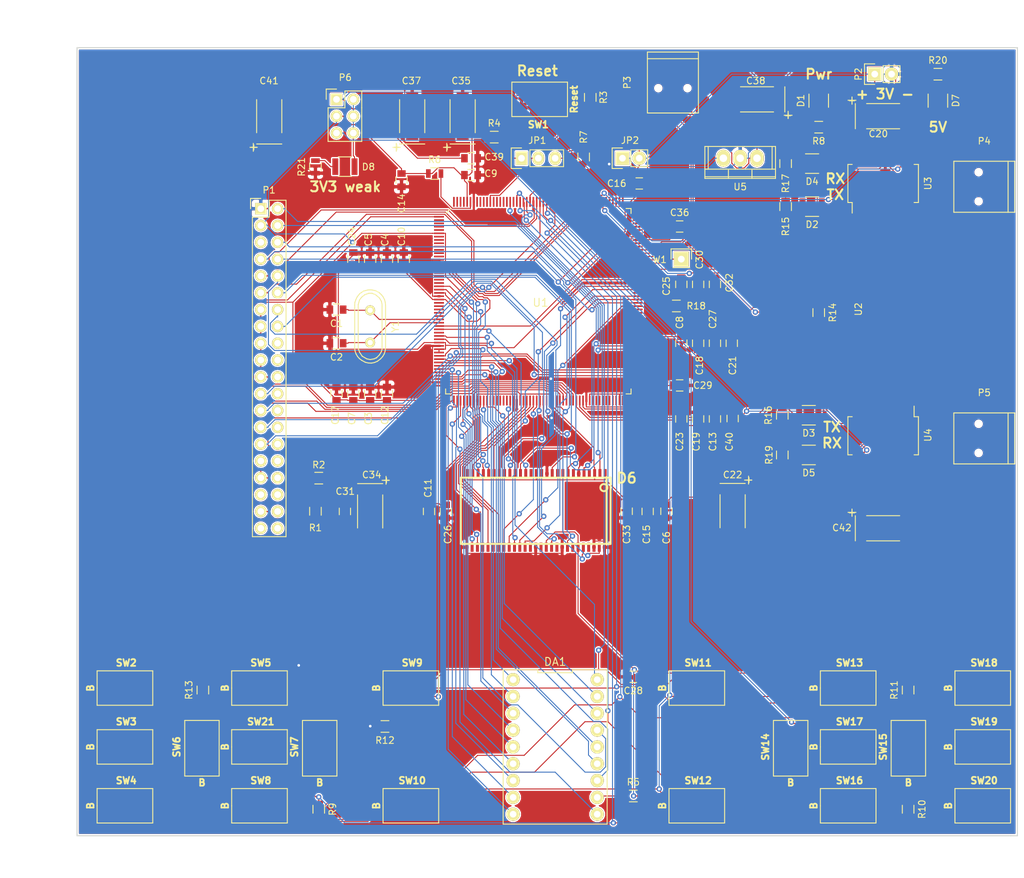
<source format=kicad_pcb>
(kicad_pcb (version 4) (host pcbnew 4.0.2+dfsg1-stable)
  (layers (0 F.Cu signal) (31 B.Cu signal) (34 B.Paste user) (35 F.Paste user) (36 B.SilkS user) (37 F.SilkS user) (38 B.Mask user) (39 F.Mask user) (44 Edge.Cuts user hide))
  (net 0 "")
  (net 1 "Net-(C1-Pad1)")
  (net 2 GND)
  (net 3 "Net-(C2-Pad1)")
  (net 4 +3V3)
  (net 5 "Net-(C29-Pad2)")
  (net 6 "Net-(C36-Pad2)")
  (net 7 +5V)
  (net 8 /3v3int1)
  (net 9 /3v3int2)
  (net 10 "Net-(D1-Pad1)")
  (net 11 "Net-(D2-Pad1)")
  (net 12 "Net-(D2-Pad2)")
  (net 13 "Net-(D3-Pad1)")
  (net 14 "Net-(D3-Pad2)")
  (net 15 "Net-(D4-Pad1)")
  (net 16 "Net-(D4-Pad2)")
  (net 17 "Net-(D5-Pad1)")
  (net 18 "Net-(D5-Pad2)")
  (net 19 /mem_a4)
  (net 20 /mem_a5)
  (net 21 /mem_a6)
  (net 22 /mem_a7)
  (net 23 /mem_a8)
  (net 24 /mem_a9)
  (net 25 /mem_a11)
  (net 26 "Net-(D6-Pad36)")
  (net 27 /mem_cke)
  (net 28 "Net-(D6-Pad38)")
  (net 29 "Net-(D6-Pad39)")
  (net 30 /mem_d4)
  (net 31 /mem_d5)
  (net 32 /mem_d6)
  (net 33 /mem_d7)
  (net 34 /mem_d0)
  (net 35 /mem_d1)
  (net 36 /mem_d2)
  (net 37 /mem_d3)
  (net 38 /mem_we)
  (net 39 /mem_cas)
  (net 40 /mem_ras)
  (net 41 /mem_cs)
  (net 42 "Net-(D6-Pad20)")
  (net 43 "Net-(D6-Pad21)")
  (net 44 /mem_a10)
  (net 45 /mem_a0)
  (net 46 /mem_a1)
  (net 47 /mem_a2)
  (net 48 /mem_a3)
  (net 49 "Net-(D7-Pad1)")
  (net 50 "Net-(D8-Pad1)")
  (net 51 "Net-(D8-Pad2)")
  (net 52 /16seg1)
  (net 53 /16seg0)
  (net 54 /16seg10)
  (net 55 /16seg9)
  (net 56 /16seg2)
  (net 57 /16seg8)
  (net 58 /16seg11)
  (net 59 /16seg7)
  (net 60 /16seg13)
  (net 61 /16seg15)
  (net 62 /16seg3)
  (net 63 /16seg12)
  (net 64 /16seg16)
  (net 65 /16seg14)
  (net 66 /16seg_A)
  (net 67 /16seg6)
  (net 68 /16seg4)
  (net 69 /16seg5)
  (net 70 "Net-(JP1-Pad1)")
  (net 71 "Net-(JP1-Pad2)")
  (net 72 "Net-(JP1-Pad3)")
  (net 73 "Net-(JP2-Pad1)")
  (net 74 "Net-(P1-Pad5)")
  (net 75 /tft_rs)
  (net 76 /tft_wr)
  (net 77 /tft_rd)
  (net 78 /mem_d8)
  (net 79 /mem_d9)
  (net 80 /mem_d10)
  (net 81 "Net-(P1-Pad18)")
  (net 82 /mem_d11)
  (net 83 "Net-(P1-Pad20)")
  (net 84 /mem_d12)
  (net 85 "Net-(P1-Pad22)")
  (net 86 /mem_d13)
  (net 87 "Net-(P1-Pad24)")
  (net 88 /mem_d14)
  (net 89 "Net-(P1-Pad26)")
  (net 90 /mem_d15)
  (net 91 "Net-(P1-Pad28)")
  (net 92 /tft_cs)
  (net 93 "Net-(P1-Pad30)")
  (net 94 "Net-(P1-Pad31)")
  (net 95 "Net-(P1-Pad32)")
  (net 96 /tft_reset)
  (net 97 "Net-(P1-Pad34)")
  (net 98 "Net-(P1-Pad35)")
  (net 99 "Net-(P1-Pad36)")
  (net 100 "Net-(P1-Pad37)")
  (net 101 "Net-(P1-Pad38)")
  (net 102 "Net-(P1-Pad39)")
  (net 103 "Net-(P1-Pad40)")
  (net 104 "Net-(P3-Pad2)")
  (net 105 "Net-(P3-Pad3)")
  (net 106 "Net-(P3-Pad4)")
  (net 107 "Net-(P4-Pad2)")
  (net 108 "Net-(P4-Pad3)")
  (net 109 "Net-(P4-Pad4)")
  (net 110 "Net-(P5-Pad2)")
  (net 111 "Net-(P5-Pad3)")
  (net 112 "Net-(P5-Pad4)")
  (net 113 "Net-(R3-Pad2)")
  (net 114 "Net-(R6-Pad2)")
  (net 115 "Net-(R9-Pad1)")
  (net 116 "Net-(R10-Pad1)")
  (net 117 "Net-(R11-Pad1)")
  (net 118 "Net-(R12-Pad1)")
  (net 119 "Net-(R13-Pad1)")
  (net 120 "Net-(R14-Pad2)")
  (net 121 "Net-(SW10-Pad1)")
  (net 122 "Net-(SW11-Pad1)")
  (net 123 "Net-(SW12-Pad1)")
  (net 124 "Net-(SW13-Pad1)")
  (net 125 "Net-(U1-Pad2)")
  (net 126 "Net-(U1-Pad3)")
  (net 127 "Net-(U1-Pad4)")
  (net 128 "Net-(U1-Pad5)")
  (net 129 "Net-(U1-Pad7)")
  (net 130 "Net-(U1-Pad8)")
  (net 131 "Net-(U1-Pad9)")
  (net 132 "Net-(U1-Pad10)")
  (net 133 "Net-(U1-Pad11)")
  (net 134 "Net-(U1-Pad12)")
  (net 135 "Net-(U1-Pad13)")
  (net 136 "Net-(U1-Pad19)")
  (net 137 "Net-(U1-Pad20)")
  (net 138 "Net-(U1-Pad21)")
  (net 139 "Net-(U1-Pad27)")
  (net 140 "Net-(U1-Pad28)")
  (net 141 "Net-(U1-Pad29)")
  (net 142 "Net-(U1-Pad30)")
  (net 143 "Net-(U1-Pad31)")
  (net 144 "Net-(U1-Pad36)")
  (net 145 "Net-(U1-Pad64)")
  (net 146 "Net-(U1-Pad65)")
  (net 147 "Net-(U1-Pad66)")
  (net 148 "Net-(U1-Pad67)")
  (net 149 "Net-(U1-Pad68)")
  (net 150 "Net-(U1-Pad69)")
  (net 151 "Net-(U1-Pad90)")
  (net 152 "Net-(U1-Pad91)")
  (net 153 "Net-(U1-Pad95)")
  (net 154 "Net-(U1-Pad96)")
  (net 155 "Net-(U1-Pad97)")
  (net 156 "Net-(U1-Pad98)")
  (net 157 "Net-(U1-Pad99)")
  (net 158 "Net-(U1-Pad100)")
  (net 159 "Net-(U1-Pad101)")
  (net 160 "Net-(U1-Pad102)")
  (net 161 "Net-(U1-Pad104)")
  (net 162 "Net-(U1-Pad105)")
  (net 163 "Net-(U1-Pad106)")
  (net 164 "Net-(U1-Pad107)")
  (net 165 "Net-(U1-Pad111)")
  (net 166 "Net-(U1-Pad112)")
  (net 167 "Net-(U1-Pad113)")
  (net 168 "Net-(U1-Pad118)")
  (net 169 "Net-(U1-Pad119)")
  (net 170 "Net-(U1-Pad120)")
  (net 171 "Net-(U1-Pad121)")
  (net 172 "Net-(U1-Pad122)")
  (net 173 "Net-(U1-Pad123)")
  (net 174 "Net-(U1-Pad126)")
  (net 175 "Net-(U1-Pad127)")
  (net 176 "Net-(U1-Pad128)")
  (net 177 "Net-(U1-Pad133)")
  (net 178 "Net-(U1-Pad138)")
  (net 179 "Net-(U1-Pad139)")
  (net 180 "Net-(U1-Pad140)")
  (net 181 "Net-(U1-Pad141)")
  (net 182 "Net-(U1-Pad142)")
  (net 183 "Net-(U1-Pad143)")
  (net 184 "Net-(U1-Pad144)")
  (net 185 "Net-(U1-Pad147)")
  (net 186 "Net-(U1-Pad151)")
  (net 187 "Net-(U1-Pad152)")
  (net 188 "Net-(U1-Pad153)")
  (net 189 "Net-(U1-Pad154)")
  (net 190 "Net-(U1-Pad155)")
  (net 191 "Net-(U1-Pad156)")
  (net 192 "Net-(U1-Pad157)")
  (net 193 "Net-(U1-Pad159)")
  (net 194 "Net-(U1-Pad160)")
  (net 195 "Net-(U1-Pad161)")
  (net 196 "Net-(U1-Pad162)")
  (net 197 "Net-(U1-Pad163)")
  (net 198 "Net-(U1-Pad166)")
  (net 199 "Net-(U1-Pad167)")
  (net 200 "Net-(U1-Pad172)")
  (net 201 "Net-(U1-Pad174)")
  (net 202 "Net-(U1-Pad175)")
  (net 203 "Net-(U1-Pad176)")
  (net 204 "Net-(U1-Pad177)")
  (net 205 "Net-(U1-Pad178)")
  (net 206 "Net-(U1-Pad190)")
  (net 207 "Net-(U1-Pad192)")
  (net 208 "Net-(U1-Pad193)")
  (net 209 "Net-(U1-Pad194)")
  (net 210 "Net-(U1-Pad195)")
  (net 211 "Net-(U1-Pad196)")
  (net 212 "Net-(U1-Pad198)")
  (net 213 "Net-(U1-Pad199)")
  (net 214 "Net-(U1-Pad200)")
  (net 215 "Net-(U1-Pad201)")
  (net 216 "Net-(U1-Pad205)")
  (net 217 "Net-(U1-Pad206)")
  (net 218 "Net-(U1-Pad207)")
  (net 219 "Net-(U1-Pad208)")
  (net 220 "Net-(U2-Pad1)")
  (net 221 "Net-(U2-Pad8)")
  (net 222 "Net-(U3-Pad2)")
  (net 223 "Net-(U3-Pad3)")
  (net 224 "Net-(U3-Pad6)")
  (net 225 "Net-(U3-Pad9)")
  (net 226 "Net-(U3-Pad10)")
  (net 227 "Net-(U3-Pad11)")
  (net 228 "Net-(U3-Pad12)")
  (net 229 "Net-(U3-Pad13)")
  (net 230 "Net-(U3-Pad14)")
  (net 231 "Net-(U3-Pad19)")
  (net 232 "Net-(U3-Pad27)")
  (net 233 "Net-(U3-Pad28)")
  (net 234 "Net-(U4-Pad2)")
  (net 235 "Net-(U4-Pad3)")
  (net 236 "Net-(U4-Pad6)")
  (net 237 "Net-(U4-Pad9)")
  (net 238 "Net-(U4-Pad10)")
  (net 239 "Net-(U4-Pad11)")
  (net 240 "Net-(U4-Pad12)")
  (net 241 "Net-(U4-Pad13)")
  (net 242 "Net-(U4-Pad14)")
  (net 243 "Net-(U4-Pad19)")
  (net 244 "Net-(U4-Pad27)")
  (net 245 "Net-(U4-Pad28)")
  (module Capacitors_SMD:C_0805 (layer F.Cu) (at 68.18 75.55 180)
    (fp_text reference C1 (at 0 -2.1 180) (layer F.SilkS))
    (fp_text value 20pF)
    (pad 1 smd rect (at -1 0 180) (size 1 1.25) (layers F.Cu F.Paste F.Mask) (net 1 "Net-(C1-Pad1)"))
    (pad 2 smd rect (at 1 0 180) (size 1 1.25) (layers F.Cu F.Paste F.Mask) (net 2 GND))
  )
  (module Capacitors_SMD:C_0805 (layer F.Cu) (at 68.18 80.63 180)
    (fp_text reference C2 (at 0 -2.1 180) (layer F.SilkS))
    (fp_text value 20pF)
    (pad 1 smd rect (at -1 0 180) (size 1 1.25) (layers F.Cu F.Paste F.Mask) (net 3 "Net-(C2-Pad1)"))
    (pad 2 smd rect (at 1 0 180) (size 1 1.25) (layers F.Cu F.Paste F.Mask) (net 2 GND))
  )
  (module Capacitors_SMD:C_0805 (layer F.Cu) (at 73.26 88.25 90)
    (fp_text reference C3 (at -3.75 -0.26 90) (layer F.SilkS))
    (fp_text value 100n)
    (pad 1 smd rect (at -1 0 90) (size 1 1.25) (layers F.Cu F.Paste F.Mask) (net 4 +3V3))
    (pad 2 smd rect (at 1 0 90) (size 1 1.25) (layers F.Cu F.Paste F.Mask) (net 2 GND))
  )
  (module Capacitors_SMD:C_0805 (layer F.Cu) (at 75.8 67.93 90)
    (fp_text reference C4 (at 2.93 -0.3 90) (layer F.SilkS))
    (fp_text value 100n)
    (pad 1 smd rect (at -1 0 90) (size 1 1.25) (layers F.Cu F.Paste F.Mask) (net 4 +3V3))
    (pad 2 smd rect (at 1 0 90) (size 1 1.25) (layers F.Cu F.Paste F.Mask) (net 2 GND))
  )
  (module Capacitors_SMD:C_0805 (layer F.Cu) (at 73.26 67.93 90)
    (fp_text reference C5 (at 2.93 -0.26 90) (layer F.SilkS))
    (fp_text value 100n)
    (pad 1 smd rect (at -1 0 90) (size 1 1.25) (layers F.Cu F.Paste F.Mask) (net 4 +3V3))
    (pad 2 smd rect (at 1 0 90) (size 1 1.25) (layers F.Cu F.Paste F.Mask) (net 2 GND))
  )
  (module Capacitors_SMD:C_0805 (layer F.Cu) (at 118 106 270)
    (fp_text reference C6 (at 4 0 270) (layer F.SilkS))
    (fp_text value 100n)
    (pad 1 smd rect (at -1 0 270) (size 1 1.25) (layers F.Cu F.Paste F.Mask) (net 4 +3V3))
    (pad 2 smd rect (at 1 0 270) (size 1 1.25) (layers F.Cu F.Paste F.Mask) (net 2 GND))
  )
  (module Capacitors_SMD:C_0805 (layer F.Cu) (at 70.72 88.25 90)
    (fp_text reference C7 (at -3.75 -0.22 90) (layer F.SilkS))
    (fp_text value 100n)
    (pad 1 smd rect (at -1 0 90) (size 1 1.25) (layers F.Cu F.Paste F.Mask) (net 4 +3V3))
    (pad 2 smd rect (at 1 0 90) (size 1 1.25) (layers F.Cu F.Paste F.Mask) (net 2 GND))
  )
  (module Capacitors_SMD:C_0805 (layer F.Cu) (at 120.25 80.63 270)
    (fp_text reference C8 (at -3.13 0.25 270) (layer F.SilkS))
    (fp_text value 100n)
    (pad 1 smd rect (at -1 0 270) (size 1 1.25) (layers F.Cu F.Paste F.Mask) (net 4 +3V3))
    (pad 2 smd rect (at 1 0 270) (size 1 1.25) (layers F.Cu F.Paste F.Mask) (net 2 GND))
  )
  (module Capacitors_SMD:C_0805 (layer F.Cu) (at 88.5 55.23)
    (fp_text reference C9 (at 3 -0.23) (layer F.SilkS))
    (fp_text value 100n)
    (pad 1 smd rect (at -1 0) (size 1 1.25) (layers F.Cu F.Paste F.Mask) (net 4 +3V3))
    (pad 2 smd rect (at 1 0) (size 1 1.25) (layers F.Cu F.Paste F.Mask) (net 2 GND))
  )
  (module Capacitors_SMD:C_0805 (layer F.Cu) (at 78.34 67.93 90)
    (fp_text reference C10 (at 3.43 -0.34 90) (layer F.SilkS))
    (fp_text value 100n)
    (pad 1 smd rect (at -1 0 90) (size 1 1.25) (layers F.Cu F.Paste F.Mask) (net 4 +3V3))
    (pad 2 smd rect (at 1 0 90) (size 1 1.25) (layers F.Cu F.Paste F.Mask) (net 2 GND))
  )
  (module Capacitors_SMD:C_0805 (layer F.Cu) (at 82.15 106.03 270)
    (fp_text reference C11 (at -3.53 0.15 270) (layer F.SilkS))
    (fp_text value 100n)
    (pad 1 smd rect (at -1 0 270) (size 1 1.25) (layers F.Cu F.Paste F.Mask) (net 4 +3V3))
    (pad 2 smd rect (at 1 0 270) (size 1 1.25) (layers F.Cu F.Paste F.Mask) (net 2 GND))
  )
  (module Capacitors_SMD:C_0805 (layer F.Cu) (at 75.8 88.25 90)
    (fp_text reference C12 (at -3.25 -0.3 90) (layer F.SilkS))
    (fp_text value 100n)
    (pad 1 smd rect (at -1 0 90) (size 1 1.25) (layers F.Cu F.Paste F.Mask) (net 4 +3V3))
    (pad 2 smd rect (at 1 0 90) (size 1 1.25) (layers F.Cu F.Paste F.Mask) (net 2 GND))
  )
  (module Capacitors_SMD:C_0805 (layer F.Cu) (at 125.33 92.06 90)
    (fp_text reference C13 (at -3.44 -0.33 90) (layer F.SilkS))
    (fp_text value 100n)
    (pad 1 smd rect (at -1 0 90) (size 1 1.25) (layers F.Cu F.Paste F.Mask) (net 4 +3V3))
    (pad 2 smd rect (at 1 0 90) (size 1 1.25) (layers F.Cu F.Paste F.Mask) (net 2 GND))
  )
  (module Capacitors_SMD:C_0805 (layer F.Cu) (at 78 56 270)
    (fp_text reference C14 (at 3.5 0 270) (layer F.SilkS))
    (fp_text value 100n)
    (pad 1 smd rect (at -1 0 270) (size 1 1.25) (layers F.Cu F.Paste F.Mask) (net 4 +3V3))
    (pad 2 smd rect (at 1 0 270) (size 1 1.25) (layers F.Cu F.Paste F.Mask) (net 2 GND))
  )
  (module Capacitors_SMD:C_0805 (layer F.Cu) (at 115.17 106.03 270)
    (fp_text reference C15 (at 3.47 0.17 270) (layer F.SilkS))
    (fp_text value 100n)
    (pad 1 smd rect (at -1 0 270) (size 1 1.25) (layers F.Cu F.Paste F.Mask) (net 4 +3V3))
    (pad 2 smd rect (at 1 0 270) (size 1 1.25) (layers F.Cu F.Paste F.Mask) (net 2 GND))
  )
  (module Capacitors_SMD:C_0805 (layer F.Cu) (at 113.9 56.5)
    (fp_text reference C16 (at -3.4 0) (layer F.SilkS))
    (fp_text value 100n)
    (pad 1 smd rect (at -1 0) (size 1 1.25) (layers F.Cu F.Paste F.Mask) (net 4 +3V3))
    (pad 2 smd rect (at 1 0) (size 1 1.25) (layers F.Cu F.Paste F.Mask) (net 2 GND))
  )
  (module Capacitors_SMD:C_0805 (layer F.Cu) (at 68.18 88.25 90)
    (fp_text reference C17 (at -3.25 -0.18 90) (layer F.SilkS))
    (fp_text value 100n)
    (pad 1 smd rect (at -1 0 90) (size 1 1.25) (layers F.Cu F.Paste F.Mask) (net 4 +3V3))
    (pad 2 smd rect (at 1 0 90) (size 1 1.25) (layers F.Cu F.Paste F.Mask) (net 2 GND))
  )
  (module Capacitors_SMD:C_0805 (layer F.Cu) (at 122.79 80.63 270)
    (fp_text reference C18 (at 3.37 -0.21 270) (layer F.SilkS))
    (fp_text value 100n)
    (pad 1 smd rect (at -1 0 270) (size 1 1.25) (layers F.Cu F.Paste F.Mask) (net 4 +3V3))
    (pad 2 smd rect (at 1 0 270) (size 1 1.25) (layers F.Cu F.Paste F.Mask) (net 2 GND))
  )
  (module Capacitors_SMD:C_0805 (layer F.Cu) (at 122.79 92.06 90)
    (fp_text reference C19 (at -3.44 -0.29 90) (layer F.SilkS))
    (fp_text value 100n)
    (pad 1 smd rect (at -1 0 90) (size 1 1.25) (layers F.Cu F.Paste F.Mask) (net 4 +3V3))
    (pad 2 smd rect (at 1 0 90) (size 1 1.25) (layers F.Cu F.Paste F.Mask) (net 2 GND))
  )
  (module Capacitors_Tantalum_SMD:TantalC_SizeB_EIA-3528_HandSoldering (layer F.Cu) (at 150.73 46.34)
    (fp_text reference C20 (at -0.73 2.66) (layer F.SilkS))
    (fp_text value 4.7u)
    (fp_text user + (at -4.70154 -2.4003) (layer F.SilkS))
    (pad 2 smd rect (at 2.12598 0) (size 3.1496 1.80086) (layers F.Cu F.Paste F.Mask) (net 2 GND))
    (pad 1 smd rect (at -2.12598 0) (size 3.1496 1.80086) (layers F.Cu F.Paste F.Mask) (net 4 +3V3))
  )
  (module Capacitors_SMD:C_0805 (layer F.Cu) (at 127.87 80.63 270)
    (fp_text reference C21 (at 3.37 -0.13 270) (layer F.SilkS))
    (fp_text value 100n)
    (pad 1 smd rect (at -1 0 270) (size 1 1.25) (layers F.Cu F.Paste F.Mask) (net 4 +3V3))
    (pad 2 smd rect (at 1 0 270) (size 1 1.25) (layers F.Cu F.Paste F.Mask) (net 2 GND))
  )
  (module Capacitors_Tantalum_SMD:TantalC_SizeB_EIA-3528_HandSoldering (layer F.Cu) (at 128 106 270)
    (fp_text reference C22 (at -5.5 0 360) (layer F.SilkS))
    (fp_text value 1u)
    (fp_text user + (at -4.70154 -2.4003 270) (layer F.SilkS))
    (pad 2 smd rect (at 2.12598 0 270) (size 3.1496 1.80086) (layers F.Cu F.Paste F.Mask) (net 2 GND))
    (pad 1 smd rect (at -2.12598 0 270) (size 3.1496 1.80086) (layers F.Cu F.Paste F.Mask) (net 4 +3V3))
  )
  (module Capacitors_SMD:C_0805 (layer F.Cu) (at 120.25 92.06 90)
    (fp_text reference C23 (at -3.44 -0.25 90) (layer F.SilkS))
    (fp_text value 100n)
    (pad 1 smd rect (at -1 0 90) (size 1 1.25) (layers F.Cu F.Paste F.Mask) (net 4 +3V3))
    (pad 2 smd rect (at 1 0 90) (size 1 1.25) (layers F.Cu F.Paste F.Mask) (net 2 GND))
  )
  (module Capacitors_SMD:C_0805 (layer F.Cu) (at 70.72 67.93 90)
    (fp_text reference C24 (at 3.43 -0.22 90) (layer F.SilkS))
    (fp_text value 100n)
    (pad 1 smd rect (at -1 0 90) (size 1 1.25) (layers F.Cu F.Paste F.Mask) (net 4 +3V3))
    (pad 2 smd rect (at 1 0 90) (size 1 1.25) (layers F.Cu F.Paste F.Mask) (net 2 GND))
  )
  (module Capacitors_SMD:C_0805 (layer F.Cu) (at 120.25 71.74 270)
    (fp_text reference C25 (at 0.26 2.25 270) (layer F.SilkS))
    (fp_text value 100n)
    (pad 1 smd rect (at -1 0 270) (size 1 1.25) (layers F.Cu F.Paste F.Mask) (net 4 +3V3))
    (pad 2 smd rect (at 1 0 270) (size 1 1.25) (layers F.Cu F.Paste F.Mask) (net 2 GND))
  )
  (module Capacitors_SMD:C_0805 (layer F.Cu) (at 84.69 106.03 270)
    (fp_text reference C26 (at 3.47 -0.31 270) (layer F.SilkS))
    (fp_text value 100n)
    (pad 1 smd rect (at -1 0 270) (size 1 1.25) (layers F.Cu F.Paste F.Mask) (net 4 +3V3))
    (pad 2 smd rect (at 1 0 270) (size 1 1.25) (layers F.Cu F.Paste F.Mask) (net 2 GND))
  )
  (module Capacitors_SMD:C_0805 (layer F.Cu) (at 125.33 80.63 270)
    (fp_text reference C27 (at -3.63 0.33 270) (layer F.SilkS))
    (fp_text value 100n)
    (pad 1 smd rect (at -1 0 270) (size 1 1.25) (layers F.Cu F.Paste F.Mask) (net 4 +3V3))
    (pad 2 smd rect (at 1 0 270) (size 1 1.25) (layers F.Cu F.Paste F.Mask) (net 2 GND))
  )
  (module Capacitors_SMD:C_0805 (layer F.Cu) (at 113 131 180)
    (fp_text reference C28 (at 0 -2.1 180) (layer F.SilkS))
    (fp_text value 100n)
    (pad 1 smd rect (at -1 0 180) (size 1 1.25) (layers F.Cu F.Paste F.Mask) (net 4 +3V3))
    (pad 2 smd rect (at 1 0 180) (size 1 1.25) (layers F.Cu F.Paste F.Mask) (net 2 GND))
  )
  (module Capacitors_SMD:C_0805 (layer F.Cu) (at 120 87 180)
    (fp_text reference C29 (at -3.5 0 180) (layer F.SilkS))
    (fp_text value 2.2u)
    (pad 1 smd rect (at -1 0 180) (size 1 1.25) (layers F.Cu F.Paste F.Mask) (net 2 GND))
    (pad 2 smd rect (at 1 0 180) (size 1 1.25) (layers F.Cu F.Paste F.Mask) (net 5 "Net-(C29-Pad2)"))
  )
  (module Capacitors_Tantalum_SMD:TantalC_SizeB_EIA-3528_HandSoldering (layer F.Cu) (at 73.26 106.03 270)
    (fp_text reference C34 (at -5.53 -0.24 360) (layer F.SilkS))
    (fp_text value 4.7u)
    (fp_text user + (at -4.70154 -2.4003 270) (layer F.SilkS))
    (pad 2 smd rect (at 2.12598 0 270) (size 3.1496 1.80086) (layers F.Cu F.Paste F.Mask) (net 2 GND))
    (pad 1 smd rect (at -2.12598 0 270) (size 3.1496 1.80086) (layers F.Cu F.Paste F.Mask) (net 4 +3V3))
  )
  (module Capacitors_Tantalum_SMD:TantalC_SizeB_EIA-3528_HandSoldering (layer F.Cu) (at 87.23 46.34 90)
    (fp_text reference C35 (at 5.34 -0.23 180) (layer F.SilkS))
    (fp_text value 1u)
    (fp_text user + (at -4.70154 -2.4003 90) (layer F.SilkS))
    (pad 2 smd rect (at 2.12598 0 90) (size 3.1496 1.80086) (layers F.Cu F.Paste F.Mask) (net 2 GND))
    (pad 1 smd rect (at -2.12598 0 90) (size 3.1496 1.80086) (layers F.Cu F.Paste F.Mask) (net 4 +3V3))
  )
  (module Capacitors_SMD:C_0805 (layer F.Cu) (at 120 63)
    (fp_text reference C36 (at 0 -2.1) (layer F.SilkS))
    (fp_text value 2.2u)
    (pad 1 smd rect (at -1 0) (size 1 1.25) (layers F.Cu F.Paste F.Mask) (net 2 GND))
    (pad 2 smd rect (at 1 0) (size 1 1.25) (layers F.Cu F.Paste F.Mask) (net 6 "Net-(C36-Pad2)"))
  )
  (module Capacitors_Tantalum_SMD:TantalC_SizeB_EIA-3528_HandSoldering (layer F.Cu) (at 79.61 46.34 90)
    (fp_text reference C37 (at 5.34 -0.11 180) (layer F.SilkS))
    (fp_text value 0.33u)
    (fp_text user + (at -4.70154 -2.4003 90) (layer F.SilkS))
    (pad 2 smd rect (at 2.12598 0 90) (size 3.1496 1.80086) (layers F.Cu F.Paste F.Mask) (net 2 GND))
    (pad 1 smd rect (at -2.12598 0 90) (size 3.1496 1.80086) (layers F.Cu F.Paste F.Mask) (net 7 +5V))
  )
  (module Capacitors_Tantalum_SMD:TantalC_SizeB_EIA-3528_HandSoldering (layer F.Cu) (at 131.68 43.8 180)
    (fp_text reference C38 (at 0.18 2.8 180) (layer F.SilkS))
    (fp_text value 0.33u)
    (fp_text user + (at -4.70154 -2.4003 180) (layer F.SilkS))
    (pad 2 smd rect (at 2.12598 0 180) (size 3.1496 1.80086) (layers F.Cu F.Paste F.Mask) (net 2 GND))
    (pad 1 smd rect (at -2.12598 0 180) (size 3.1496 1.80086) (layers F.Cu F.Paste F.Mask) (net 7 +5V))
  )
  (module Capacitors_SMD:C_0805 (layer F.Cu) (at 88.5 52.69)
    (fp_text reference C39 (at 3.5 -0.19) (layer F.SilkS))
    (fp_text value 100n)
    (pad 1 smd rect (at -1 0) (size 1 1.25) (layers F.Cu F.Paste F.Mask) (net 8 /3v3int1))
    (pad 2 smd rect (at 1 0) (size 1 1.25) (layers F.Cu F.Paste F.Mask) (net 2 GND))
  )
  (module Capacitors_SMD:C_0805 (layer F.Cu) (at 128 92 90)
    (fp_text reference C40 (at -3.5 -0.5 90) (layer F.SilkS))
    (fp_text value 100n)
    (pad 1 smd rect (at -1 0 90) (size 1 1.25) (layers F.Cu F.Paste F.Mask) (net 9 /3v3int2))
    (pad 2 smd rect (at 1 0 90) (size 1 1.25) (layers F.Cu F.Paste F.Mask) (net 2 GND))
  )
  (module Capacitors_Tantalum_SMD:TantalC_SizeB_EIA-3528_HandSoldering (layer F.Cu) (at 58.02 46.34 90)
    (fp_text reference C41 (at 5.34 -0.02 180) (layer F.SilkS))
    (fp_text value 4.7u)
    (fp_text user + (at -4.70154 -2.4003 90) (layer F.SilkS))
    (pad 2 smd rect (at 2.12598 0 90) (size 3.1496 1.80086) (layers F.Cu F.Paste F.Mask) (net 2 GND))
    (pad 1 smd rect (at -2.12598 0 90) (size 3.1496 1.80086) (layers F.Cu F.Paste F.Mask) (net 7 +5V))
  )
  (module Capacitors_Tantalum_SMD:TantalC_SizeB_EIA-3528_HandSoldering (layer F.Cu) (at 150.73 108.57)
    (fp_text reference C42 (at -6.23 -0.07) (layer F.SilkS))
    (fp_text value 4.7u)
    (fp_text user + (at -4.70154 -2.4003) (layer F.SilkS))
    (pad 2 smd rect (at 2.12598 0) (size 3.1496 1.80086) (layers F.Cu F.Paste F.Mask) (net 2 GND))
    (pad 1 smd rect (at -2.12598 0) (size 3.1496 1.80086) (layers F.Cu F.Paste F.Mask) (net 4 +3V3))
  )
  (module Resistors_SMD:R_1210 (layer F.Cu) (at 141 44 90)
    (fp_text reference D1 (at 0 -2.7 90) (layer F.SilkS))
    (fp_text value PwrLed)
    (pad 1 smd rect (at -1.45 0 90) (size 0.9 2.5) (layers F.Cu F.Paste F.Mask) (net 10 "Net-(D1-Pad1)"))
    (pad 2 smd rect (at 1.45 0 90) (size 0.9 2.5) (layers F.Cu F.Paste F.Mask) (net 4 +3V3))
  )
  (module Resistors_SMD:R_1210 (layer F.Cu) (at 140 60 180)
    (fp_text reference D2 (at 0 -2.7 180) (layer F.SilkS))
    (fp_text value TX)
    (pad 1 smd rect (at -1.45 0 180) (size 0.9 2.5) (layers F.Cu F.Paste F.Mask) (net 11 "Net-(D2-Pad1)"))
    (pad 2 smd rect (at 1.45 0 180) (size 0.9 2.5) (layers F.Cu F.Paste F.Mask) (net 12 "Net-(D2-Pad2)"))
  )
  (module Resistors_SMD:R_1210 (layer F.Cu) (at 139.5 91.5 180)
    (fp_text reference D3 (at 0 -2.7 180) (layer F.SilkS))
    (fp_text value TX)
    (pad 1 smd rect (at -1.45 0 180) (size 0.9 2.5) (layers F.Cu F.Paste F.Mask) (net 13 "Net-(D3-Pad1)"))
    (pad 2 smd rect (at 1.45 0 180) (size 0.9 2.5) (layers F.Cu F.Paste F.Mask) (net 14 "Net-(D3-Pad2)"))
  )
  (module Resistors_SMD:R_1210 (layer F.Cu) (at 140 53.5 180)
    (fp_text reference D4 (at 0 -2.7 180) (layer F.SilkS))
    (fp_text value RX)
    (pad 1 smd rect (at -1.45 0 180) (size 0.9 2.5) (layers F.Cu F.Paste F.Mask) (net 15 "Net-(D4-Pad1)"))
    (pad 2 smd rect (at 1.45 0 180) (size 0.9 2.5) (layers F.Cu F.Paste F.Mask) (net 16 "Net-(D4-Pad2)"))
  )
  (module Resistors_SMD:R_1210 (layer F.Cu) (at 139.5 97.5 180)
    (fp_text reference D5 (at 0 -2.7 180) (layer F.SilkS))
    (fp_text value RX)
    (pad 1 smd rect (at -1.45 0 180) (size 0.9 2.5) (layers F.Cu F.Paste F.Mask) (net 17 "Net-(D5-Pad1)"))
    (pad 2 smd rect (at 1.45 0 180) (size 0.9 2.5) (layers F.Cu F.Paste F.Mask) (net 18 "Net-(D5-Pad2)"))
  )
  (module tsop-54:TSOP-54 (layer F.Cu) (at 98.66 106.03 180)
    (fp_text reference D6 (at -13.34 5.03 180) (layer F.SilkS) (effects (font (thickness 0.3048))))
    (fp_text value MT48LC32M8A2P hide)
    (pad 28 smd rect (at 10.80008 -5.40004 180) (size 0.44958 1.39954) (layers F.Cu F.Paste F.Mask) (net 2 GND))
    (pad 29 smd rect (at 9.99998 -5.40004 180) (size 0.44958 1.39954) (layers F.Cu F.Paste F.Mask) (net 19 /mem_a4))
    (pad 30 smd rect (at 9.19988 -5.40004 180) (size 0.44958 1.39954) (layers F.Cu F.Paste F.Mask) (net 20 /mem_a5))
    (pad 31 smd rect (at 8.39978 -5.40004 180) (size 0.44958 1.39954) (layers F.Cu F.Paste F.Mask) (net 21 /mem_a6))
    (pad 32 smd rect (at 7.59968 -5.40004 180) (size 0.44958 1.39954) (layers F.Cu F.Paste F.Mask) (net 22 /mem_a7))
    (pad 33 smd rect (at 6.79958 -5.40004 180) (size 0.44958 1.39954) (layers F.Cu F.Paste F.Mask) (net 23 /mem_a8))
    (pad 34 smd rect (at 5.99948 -5.40004 180) (size 0.44958 1.39954) (layers F.Cu F.Paste F.Mask) (net 24 /mem_a9))
    (pad 35 smd rect (at 5.19938 -5.40004 180) (size 0.44958 1.39954) (layers F.Cu F.Paste F.Mask) (net 25 /mem_a11))
    (pad 36 smd rect (at 4.39928 -5.40004 180) (size 0.44958 1.39954) (layers F.Cu F.Paste F.Mask) (net 26 "Net-(D6-Pad36)"))
    (pad 37 smd rect (at 3.59918 -5.40004 180) (size 0.44958 1.39954) (layers F.Cu F.Paste F.Mask) (net 27 /mem_cke))
    (pad 38 smd rect (at 2.79908 -5.40004 180) (size 0.44958 1.39954) (layers F.Cu F.Paste F.Mask) (net 28 "Net-(D6-Pad38)"))
    (pad 39 smd rect (at 1.99898 -5.40004 180) (size 0.44958 1.39954) (layers F.Cu F.Paste F.Mask) (net 29 "Net-(D6-Pad39)"))
    (pad 40 smd rect (at 1.19888 -5.40004 180) (size 0.44958 1.39954) (layers F.Cu F.Paste F.Mask))
    (pad 41 smd rect (at 0.39878 -5.40004 180) (size 0.44958 1.39954) (layers F.Cu F.Paste F.Mask) (net 2 GND))
    (pad 42 smd rect (at -0.40132 -5.40004 180) (size 0.44958 1.39954) (layers F.Cu F.Paste F.Mask))
    (pad 43 smd rect (at -1.19888 -5.40004 180) (size 0.44958 1.39954) (layers F.Cu F.Paste F.Mask) (net 4 +3V3))
    (pad 44 smd rect (at -1.99898 -5.40004 180) (size 0.44958 1.39954) (layers F.Cu F.Paste F.Mask) (net 30 /mem_d4))
    (pad 45 smd rect (at -2.79908 -5.40004 180) (size 0.44958 1.39954) (layers F.Cu F.Paste F.Mask))
    (pad 46 smd rect (at -3.59918 -5.40004 180) (size 0.44958 1.39954) (layers F.Cu F.Paste F.Mask) (net 2 GND))
    (pad 47 smd rect (at -4.39928 -5.40004 180) (size 0.44958 1.39954) (layers F.Cu F.Paste F.Mask) (net 31 /mem_d5))
    (pad 48 smd rect (at -5.19938 -5.40004 180) (size 0.44958 1.39954) (layers F.Cu F.Paste F.Mask))
    (pad 49 smd rect (at -5.99948 -5.40004 180) (size 0.44958 1.39954) (layers F.Cu F.Paste F.Mask) (net 4 +3V3))
    (pad 50 smd rect (at -6.79958 -5.40004 180) (size 0.44958 1.39954) (layers F.Cu F.Paste F.Mask) (net 32 /mem_d6))
    (pad 51 smd rect (at -7.59968 -5.40004 180) (size 0.44958 1.39954) (layers F.Cu F.Paste F.Mask))
    (pad 52 smd rect (at -8.39978 -5.40004 180) (size 0.44958 1.39954) (layers F.Cu F.Paste F.Mask) (net 2 GND))
    (pad 53 smd rect (at -9.19988 -5.40004 180) (size 0.44958 1.39954) (layers F.Cu F.Paste F.Mask) (net 33 /mem_d7))
    (pad 54 smd rect (at -9.99998 -5.40004 180) (size 0.44958 1.39954) (layers F.Cu F.Paste F.Mask) (net 2 GND))
    (pad 1 smd rect (at -10.09904 5.69976 180) (size 0.44958 1.39954) (layers F.Cu F.Paste F.Mask) (net 4 +3V3))
    (pad 2 smd rect (at -9.29894 5.69976 180) (size 0.44958 1.39954) (layers F.Cu F.Paste F.Mask) (net 34 /mem_d0))
    (pad 3 smd rect (at -8.49884 5.69976 180) (size 0.44958 1.39954) (layers F.Cu F.Paste F.Mask) (net 4 +3V3))
    (pad 4 smd rect (at -7.69874 5.69976 180) (size 0.44958 1.39954) (layers F.Cu F.Paste F.Mask))
    (pad 5 smd rect (at -6.89864 5.69976 180) (size 0.44958 1.39954) (layers F.Cu F.Paste F.Mask) (net 35 /mem_d1))
    (pad 6 smd rect (at -6.09854 5.69976 180) (size 0.44958 1.39954) (layers F.Cu F.Paste F.Mask) (net 2 GND))
    (pad 7 smd rect (at -5.29844 5.69976 180) (size 0.44958 1.39954) (layers F.Cu F.Paste F.Mask))
    (pad 8 smd rect (at -4.49834 5.69976 180) (size 0.44958 1.39954) (layers F.Cu F.Paste F.Mask) (net 36 /mem_d2))
    (pad 9 smd rect (at -3.69824 5.69976 180) (size 0.44958 1.39954) (layers F.Cu F.Paste F.Mask) (net 4 +3V3))
    (pad 10 smd rect (at -2.89814 5.69976 180) (size 0.44958 1.39954) (layers F.Cu F.Paste F.Mask))
    (pad 11 smd rect (at -2.09804 5.69976 180) (size 0.44958 1.39954) (layers F.Cu F.Paste F.Mask) (net 37 /mem_d3))
    (pad 12 smd rect (at -1.29794 5.69976 180) (size 0.44958 1.39954) (layers F.Cu F.Paste F.Mask) (net 2 GND))
    (pad 13 smd rect (at -0.50038 5.69976 180) (size 0.44958 1.39954) (layers F.Cu F.Paste F.Mask))
    (pad 14 smd rect (at 0.29972 5.69976 180) (size 0.44958 1.39954) (layers F.Cu F.Paste F.Mask) (net 4 +3V3))
    (pad 15 smd rect (at 1.09982 5.69976 180) (size 0.44958 1.39954) (layers F.Cu F.Paste F.Mask))
    (pad 16 smd rect (at 1.89992 5.69976 180) (size 0.44958 1.39954) (layers F.Cu F.Paste F.Mask) (net 38 /mem_we))
    (pad 17 smd rect (at 2.70002 5.69976 180) (size 0.44958 1.39954) (layers F.Cu F.Paste F.Mask) (net 39 /mem_cas))
    (pad 18 smd rect (at 3.50012 5.69976 180) (size 0.44958 1.39954) (layers F.Cu F.Paste F.Mask) (net 40 /mem_ras))
    (pad 19 smd rect (at 4.30022 5.69976 180) (size 0.44958 1.39954) (layers F.Cu F.Paste F.Mask) (net 41 /mem_cs))
    (pad 20 smd rect (at 5.10032 5.69976 180) (size 0.44958 1.39954) (layers F.Cu F.Paste F.Mask) (net 42 "Net-(D6-Pad20)"))
    (pad 21 smd rect (at 5.90042 5.69976 180) (size 0.44958 1.39954) (layers F.Cu F.Paste F.Mask) (net 43 "Net-(D6-Pad21)"))
    (pad 22 smd rect (at 6.70052 5.69976 180) (size 0.44958 1.39954) (layers F.Cu F.Paste F.Mask) (net 44 /mem_a10))
    (pad 23 smd rect (at 7.50062 5.69976 180) (size 0.44958 1.39954) (layers F.Cu F.Paste F.Mask) (net 45 /mem_a0))
    (pad 24 smd rect (at 8.30072 5.69976 180) (size 0.44958 1.39954) (layers F.Cu F.Paste F.Mask) (net 46 /mem_a1))
    (pad 25 smd rect (at 9.10082 5.69976 180) (size 0.44958 1.39954) (layers F.Cu F.Paste F.Mask) (net 47 /mem_a2))
    (pad 26 smd rect (at 9.90092 5.69976 180) (size 0.44958 1.39954) (layers F.Cu F.Paste F.Mask) (net 48 /mem_a3))
    (pad 27 smd rect (at 10.70102 5.69976 180) (size 0.44958 1.39954) (layers F.Cu F.Paste F.Mask) (net 4 +3V3))
  )
  (module Resistors_SMD:R_1210 (layer F.Cu) (at 159 44 270)
    (fp_text reference D7 (at 0 -2.7 270) (layer F.SilkS))
    (fp_text value 5V_IN)
    (pad 1 smd rect (at -1.45 0 270) (size 0.9 2.5) (layers F.Cu F.Paste F.Mask) (net 49 "Net-(D7-Pad1)"))
    (pad 2 smd rect (at 1.45 0 270) (size 0.9 2.5) (layers F.Cu F.Paste F.Mask) (net 7 +5V))
  )
  (module Resistors_SMD:R_1210 (layer F.Cu) (at 69.45 53.96)
    (fp_text reference D8 (at 3.55 0.04) (layer F.SilkS))
    (fp_text value 3V3_weak)
    (pad 1 smd rect (at -1.45 0) (size 0.9 2.5) (layers F.Cu F.Paste F.Mask) (net 50 "Net-(D8-Pad1)"))
    (pad 2 smd rect (at 1.45 0) (size 0.9 2.5) (layers F.Cu F.Paste F.Mask) (net 51 "Net-(D8-Pad2)"))
  )
  (module psa05:PSA05-11 (layer F.Cu) (at 101.2 141.59 270)
    (fp_text reference DA1 (at -12.86 0 360) (layer F.SilkS) (effects (font (size 1.2 1.2))))
    (fp_text value PSA05-11)
    (pad 18 thru_hole circle (at -10.16 -6.35 270) (size 2 2) (drill 1) (layers *.Cu *.Mask F.SilkS) (net 52 /16seg1))
    (pad 1 thru_hole circle (at -10.16 6.35 270) (size 2 2) (drill 1) (layers *.Cu *.Mask F.SilkS) (net 53 /16seg0))
    (pad 17 thru_hole circle (at -7.62 -6.35 270) (size 2 2) (drill 1) (layers *.Cu *.Mask F.SilkS) (net 54 /16seg10))
    (pad 2 thru_hole circle (at -7.62 6.35 270) (size 2 2) (drill 1) (layers *.Cu *.Mask F.SilkS) (net 55 /16seg9))
    (pad 16 thru_hole circle (at -5.08 -6.35 270) (size 2 2) (drill 1) (layers *.Cu *.Mask F.SilkS) (net 56 /16seg2))
    (pad 3 thru_hole circle (at -5.08 6.35 270) (size 2 2) (drill 1) (layers *.Cu *.Mask F.SilkS) (net 57 /16seg8))
    (pad 15 thru_hole circle (at -2.54 -6.35 270) (size 2 2) (drill 1) (layers *.Cu *.Mask F.SilkS) (net 58 /16seg11))
    (pad 4 thru_hole circle (at -2.54 6.35 270) (size 2 2) (drill 1) (layers *.Cu *.Mask F.SilkS) (net 59 /16seg7))
    (pad 14 thru_hole circle (at 0 -6.35 270) (size 2 2) (drill 1) (layers *.Cu *.Mask F.SilkS) (net 60 /16seg13))
    (pad 5 thru_hole circle (at 0 6.35 270) (size 2 2) (drill 1) (layers *.Cu *.Mask F.SilkS) (net 61 /16seg15))
    (pad 13 thru_hole circle (at 2.54 -6.35 270) (size 2 2) (drill 1) (layers *.Cu *.Mask F.SilkS) (net 62 /16seg3))
    (pad 6 thru_hole circle (at 2.54 6.35 270) (size 2 2) (drill 1) (layers *.Cu *.Mask F.SilkS) (net 63 /16seg12))
    (pad 12 thru_hole circle (at 5.08 -6.35 270) (size 2 2) (drill 1) (layers *.Cu *.Mask F.SilkS) (net 64 /16seg16))
    (pad 7 thru_hole circle (at 5.08 6.35 270) (size 2 2) (drill 1) (layers *.Cu *.Mask F.SilkS) (net 65 /16seg14))
    (pad 11 thru_hole circle (at 7.62 -6.35 270) (size 2 2) (drill 1) (layers *.Cu *.Mask F.SilkS) (net 66 /16seg_A))
    (pad 8 thru_hole circle (at 7.62 6.35 270) (size 2 2) (drill 1) (layers *.Cu *.Mask F.SilkS) (net 67 /16seg6))
    (pad 10 thru_hole circle (at 10.16 -6.35 270) (size 2 2) (drill 1) (layers *.Cu *.Mask F.SilkS) (net 68 /16seg4))
    (pad 9 thru_hole circle (at 10.16 6.35 270) (size 2 2) (drill 1) (layers *.Cu *.Mask F.SilkS) (net 69 /16seg5))
  )
  (module Pin_Headers:Pin_Header_Straight_1x03 (layer F.Cu) (at 96.12 52.69 90)
    (fp_text reference JP1 (at 2.69 2.38 180) (layer F.SilkS))
    (fp_text value JUMPER3)
    (pad 1 thru_hole rect (at 0 0 90) (size 2.032 1.7272) (drill 1.016) (layers *.Cu *.Mask F.SilkS) (net 70 "Net-(JP1-Pad1)"))
    (pad 2 thru_hole oval (at 0 2.54 90) (size 2.032 1.7272) (drill 1.016) (layers *.Cu *.Mask F.SilkS) (net 71 "Net-(JP1-Pad2)"))
    (pad 3 thru_hole oval (at 0 5.08 90) (size 2.032 1.7272) (drill 1.016) (layers *.Cu *.Mask F.SilkS) (net 72 "Net-(JP1-Pad3)"))
  )
  (module Pin_Headers:Pin_Header_Straight_1x02 (layer F.Cu) (at 111.36 52.69 90)
    (fp_text reference JP2 (at 2.69 1.14 180) (layer F.SilkS))
    (fp_text value JUMPER)
    (pad 1 thru_hole rect (at 0 0 90) (size 2.032 2.032) (drill 1.016) (layers *.Cu *.Mask F.SilkS) (net 73 "Net-(JP2-Pad1)"))
    (pad 2 thru_hole oval (at 0 2.54 90) (size 2.032 2.032) (drill 1.016) (layers *.Cu *.Mask F.SilkS) (net 4 +3V3))
  )
  (module Pin_Headers:Pin_Header_Straight_2x20 (layer F.Cu) (at 56.75 60.31)
    (fp_text reference P1 (at 1.25 -2.81) (layer F.SilkS))
    (fp_text value CONN_02X20)
    (pad 1 thru_hole rect (at 0 0) (size 1.7272 1.7272) (drill 1.016) (layers *.Cu *.Mask F.SilkS) (net 2 GND))
    (pad 2 thru_hole oval (at 2.54 0) (size 1.7272 1.7272) (drill 1.016) (layers *.Cu *.Mask F.SilkS) (net 34 /mem_d0))
    (pad 3 thru_hole oval (at 0 2.54) (size 1.7272 1.7272) (drill 1.016) (layers *.Cu *.Mask F.SilkS) (net 4 +3V3))
    (pad 4 thru_hole oval (at 2.54 2.54) (size 1.7272 1.7272) (drill 1.016) (layers *.Cu *.Mask F.SilkS) (net 35 /mem_d1))
    (pad 5 thru_hole oval (at 0 5.08) (size 1.7272 1.7272) (drill 1.016) (layers *.Cu *.Mask F.SilkS) (net 74 "Net-(P1-Pad5)"))
    (pad 6 thru_hole oval (at 2.54 5.08) (size 1.7272 1.7272) (drill 1.016) (layers *.Cu *.Mask F.SilkS) (net 36 /mem_d2))
    (pad 7 thru_hole oval (at 0 7.62) (size 1.7272 1.7272) (drill 1.016) (layers *.Cu *.Mask F.SilkS) (net 75 /tft_rs))
    (pad 8 thru_hole oval (at 2.54 7.62) (size 1.7272 1.7272) (drill 1.016) (layers *.Cu *.Mask F.SilkS) (net 37 /mem_d3))
    (pad 9 thru_hole oval (at 0 10.16) (size 1.7272 1.7272) (drill 1.016) (layers *.Cu *.Mask F.SilkS) (net 76 /tft_wr))
    (pad 10 thru_hole oval (at 2.54 10.16) (size 1.7272 1.7272) (drill 1.016) (layers *.Cu *.Mask F.SilkS) (net 30 /mem_d4))
    (pad 11 thru_hole oval (at 0 12.7) (size 1.7272 1.7272) (drill 1.016) (layers *.Cu *.Mask F.SilkS) (net 77 /tft_rd))
    (pad 12 thru_hole oval (at 2.54 12.7) (size 1.7272 1.7272) (drill 1.016) (layers *.Cu *.Mask F.SilkS) (net 31 /mem_d5))
    (pad 13 thru_hole oval (at 0 15.24) (size 1.7272 1.7272) (drill 1.016) (layers *.Cu *.Mask F.SilkS) (net 78 /mem_d8))
    (pad 14 thru_hole oval (at 2.54 15.24) (size 1.7272 1.7272) (drill 1.016) (layers *.Cu *.Mask F.SilkS) (net 32 /mem_d6))
    (pad 15 thru_hole oval (at 0 17.78) (size 1.7272 1.7272) (drill 1.016) (layers *.Cu *.Mask F.SilkS) (net 79 /mem_d9))
    (pad 16 thru_hole oval (at 2.54 17.78) (size 1.7272 1.7272) (drill 1.016) (layers *.Cu *.Mask F.SilkS) (net 33 /mem_d7))
    (pad 17 thru_hole oval (at 0 20.32) (size 1.7272 1.7272) (drill 1.016) (layers *.Cu *.Mask F.SilkS) (net 80 /mem_d10))
    (pad 18 thru_hole oval (at 2.54 20.32) (size 1.7272 1.7272) (drill 1.016) (layers *.Cu *.Mask F.SilkS) (net 81 "Net-(P1-Pad18)"))
    (pad 19 thru_hole oval (at 0 22.86) (size 1.7272 1.7272) (drill 1.016) (layers *.Cu *.Mask F.SilkS) (net 82 /mem_d11))
    (pad 20 thru_hole oval (at 2.54 22.86) (size 1.7272 1.7272) (drill 1.016) (layers *.Cu *.Mask F.SilkS) (net 83 "Net-(P1-Pad20)"))
    (pad 21 thru_hole oval (at 0 25.4) (size 1.7272 1.7272) (drill 1.016) (layers *.Cu *.Mask F.SilkS) (net 84 /mem_d12))
    (pad 22 thru_hole oval (at 2.54 25.4) (size 1.7272 1.7272) (drill 1.016) (layers *.Cu *.Mask F.SilkS) (net 85 "Net-(P1-Pad22)"))
    (pad 23 thru_hole oval (at 0 27.94) (size 1.7272 1.7272) (drill 1.016) (layers *.Cu *.Mask F.SilkS) (net 86 /mem_d13))
    (pad 24 thru_hole oval (at 2.54 27.94) (size 1.7272 1.7272) (drill 1.016) (layers *.Cu *.Mask F.SilkS) (net 87 "Net-(P1-Pad24)"))
    (pad 25 thru_hole oval (at 0 30.48) (size 1.7272 1.7272) (drill 1.016) (layers *.Cu *.Mask F.SilkS) (net 88 /mem_d14))
    (pad 26 thru_hole oval (at 2.54 30.48) (size 1.7272 1.7272) (drill 1.016) (layers *.Cu *.Mask F.SilkS) (net 89 "Net-(P1-Pad26)"))
    (pad 27 thru_hole oval (at 0 33.02) (size 1.7272 1.7272) (drill 1.016) (layers *.Cu *.Mask F.SilkS) (net 90 /mem_d15))
    (pad 28 thru_hole oval (at 2.54 33.02) (size 1.7272 1.7272) (drill 1.016) (layers *.Cu *.Mask F.SilkS) (net 91 "Net-(P1-Pad28)"))
    (pad 29 thru_hole oval (at 0 35.56) (size 1.7272 1.7272) (drill 1.016) (layers *.Cu *.Mask F.SilkS) (net 92 /tft_cs))
    (pad 30 thru_hole oval (at 2.54 35.56) (size 1.7272 1.7272) (drill 1.016) (layers *.Cu *.Mask F.SilkS) (net 93 "Net-(P1-Pad30)"))
    (pad 31 thru_hole oval (at 0 38.1) (size 1.7272 1.7272) (drill 1.016) (layers *.Cu *.Mask F.SilkS) (net 94 "Net-(P1-Pad31)"))
    (pad 32 thru_hole oval (at 2.54 38.1) (size 1.7272 1.7272) (drill 1.016) (layers *.Cu *.Mask F.SilkS) (net 95 "Net-(P1-Pad32)"))
    (pad 33 thru_hole oval (at 0 40.64) (size 1.7272 1.7272) (drill 1.016) (layers *.Cu *.Mask F.SilkS) (net 96 /tft_reset))
    (pad 34 thru_hole oval (at 2.54 40.64) (size 1.7272 1.7272) (drill 1.016) (layers *.Cu *.Mask F.SilkS) (net 97 "Net-(P1-Pad34)"))
    (pad 35 thru_hole oval (at 0 43.18) (size 1.7272 1.7272) (drill 1.016) (layers *.Cu *.Mask F.SilkS) (net 98 "Net-(P1-Pad35)"))
    (pad 36 thru_hole oval (at 2.54 43.18) (size 1.7272 1.7272) (drill 1.016) (layers *.Cu *.Mask F.SilkS) (net 99 "Net-(P1-Pad36)"))
    (pad 37 thru_hole oval (at 0 45.72) (size 1.7272 1.7272) (drill 1.016) (layers *.Cu *.Mask F.SilkS) (net 100 "Net-(P1-Pad37)"))
    (pad 38 thru_hole oval (at 2.54 45.72) (size 1.7272 1.7272) (drill 1.016) (layers *.Cu *.Mask F.SilkS) (net 101 "Net-(P1-Pad38)"))
    (pad 39 thru_hole oval (at 0 48.26) (size 1.7272 1.7272) (drill 1.016) (layers *.Cu *.Mask F.SilkS) (net 102 "Net-(P1-Pad39)"))
    (pad 40 thru_hole oval (at 2.54 48.26) (size 1.7272 1.7272) (drill 1.016) (layers *.Cu *.Mask F.SilkS) (net 103 "Net-(P1-Pad40)"))
  )
  (module Pin_Headers:Pin_Header_Straight_1x02 (layer F.Cu) (at 149.46 39.99 90)
    (fp_text reference P2 (at -0.01 -2.46 90) (layer F.SilkS))
    (fp_text value 3V_IN)
    (pad 1 thru_hole rect (at 0 0 90) (size 2.032 2.032) (drill 1.016) (layers *.Cu *.Mask F.SilkS) (net 4 +3V3))
    (pad 2 thru_hole oval (at 0 2.54 90) (size 2.032 2.032) (drill 1.016) (layers *.Cu *.Mask F.SilkS) (net 2 GND))
  )
  (module Connect:USB_Mini-B (layer F.Cu) (at 118.98 41.26 270)
    (fp_text reference P3 (at 0 6.90118 270) (layer F.SilkS))
    (fp_text value USB_OTG)
    (pad 1 smd rect (at 3.44932 -1.6002 270) (size 2.30124 0.50038) (layers F.Cu F.Paste F.Mask) (net 7 +5V))
    (pad 2 smd rect (at 3.44932 -0.8001 270) (size 2.30124 0.50038) (layers F.Cu F.Paste F.Mask) (net 104 "Net-(P3-Pad2)"))
    (pad 3 smd rect (at 3.44932 0 270) (size 2.30124 0.50038) (layers F.Cu F.Paste F.Mask) (net 105 "Net-(P3-Pad3)"))
    (pad 4 smd rect (at 3.44932 0.8001 270) (size 2.30124 0.50038) (layers F.Cu F.Paste F.Mask) (net 106 "Net-(P3-Pad4)"))
    (pad 5 smd rect (at 3.44932 1.6002 270) (size 2.30124 0.50038) (layers F.Cu F.Paste F.Mask) (net 2 GND))
    (pad 6 smd rect (at 3.35026 -4.45008 270) (size 2.49936 1.99898) (layers F.Cu F.Paste F.Mask) (net 2 GND))
    (pad 6 smd rect (at -2.14884 -4.45008 270) (size 2.49936 1.99898) (layers F.Cu F.Paste F.Mask) (net 2 GND))
    (pad 6 smd rect (at 3.35026 4.45008 270) (size 2.49936 1.99898) (layers F.Cu F.Paste F.Mask) (net 2 GND))
    (pad 6 smd rect (at -2.14884 4.45008 270) (size 2.49936 1.99898) (layers F.Cu F.Paste F.Mask) (net 2 GND))
    (pad "" np_thru_hole circle (at 0.8509 -2.19964 270) (size 0.89916 0.89916) (drill 0.89916) (layers *.Cu *.Mask F.SilkS))
    (pad "" np_thru_hole circle (at 0.8509 2.19964 270) (size 0.89916 0.89916) (drill 0.89916) (layers *.Cu *.Mask F.SilkS))
  )
  (module Connect:USB_Mini-B (layer F.Cu) (at 166 57 180)
    (fp_text reference P4 (at 0 6.90118 180) (layer F.SilkS))
    (fp_text value USB_OTG)
    (pad 1 smd rect (at 3.44932 -1.6002 180) (size 2.30124 0.50038) (layers F.Cu F.Paste F.Mask) (net 7 +5V))
    (pad 2 smd rect (at 3.44932 -0.8001 180) (size 2.30124 0.50038) (layers F.Cu F.Paste F.Mask) (net 107 "Net-(P4-Pad2)"))
    (pad 3 smd rect (at 3.44932 0 180) (size 2.30124 0.50038) (layers F.Cu F.Paste F.Mask) (net 108 "Net-(P4-Pad3)"))
    (pad 4 smd rect (at 3.44932 0.8001 180) (size 2.30124 0.50038) (layers F.Cu F.Paste F.Mask) (net 109 "Net-(P4-Pad4)"))
    (pad 5 smd rect (at 3.44932 1.6002 180) (size 2.30124 0.50038) (layers F.Cu F.Paste F.Mask) (net 2 GND))
    (pad 6 smd rect (at 3.35026 -4.45008 180) (size 2.49936 1.99898) (layers F.Cu F.Paste F.Mask) (net 2 GND))
    (pad 6 smd rect (at -2.14884 -4.45008 180) (size 2.49936 1.99898) (layers F.Cu F.Paste F.Mask) (net 2 GND))
    (pad 6 smd rect (at 3.35026 4.45008 180) (size 2.49936 1.99898) (layers F.Cu F.Paste F.Mask) (net 2 GND))
    (pad 6 smd rect (at -2.14884 4.45008 180) (size 2.49936 1.99898) (layers F.Cu F.Paste F.Mask) (net 2 GND))
    (pad "" np_thru_hole circle (at 0.8509 -2.19964 180) (size 0.89916 0.89916) (drill 0.89916) (layers *.Cu *.Mask F.SilkS))
    (pad "" np_thru_hole circle (at 0.8509 2.19964 180) (size 0.89916 0.89916) (drill 0.89916) (layers *.Cu *.Mask F.SilkS))
  )
  (module Connect:USB_Mini-B (layer F.Cu) (at 166 95 180)
    (fp_text reference P5 (at 0 6.90118 180) (layer F.SilkS))
    (fp_text value USB_OTG)
    (pad 1 smd rect (at 3.44932 -1.6002 180) (size 2.30124 0.50038) (layers F.Cu F.Paste F.Mask) (net 7 +5V))
    (pad 2 smd rect (at 3.44932 -0.8001 180) (size 2.30124 0.50038) (layers F.Cu F.Paste F.Mask) (net 110 "Net-(P5-Pad2)"))
    (pad 3 smd rect (at 3.44932 0 180) (size 2.30124 0.50038) (layers F.Cu F.Paste F.Mask) (net 111 "Net-(P5-Pad3)"))
    (pad 4 smd rect (at 3.44932 0.8001 180) (size 2.30124 0.50038) (layers F.Cu F.Paste F.Mask) (net 112 "Net-(P5-Pad4)"))
    (pad 5 smd rect (at 3.44932 1.6002 180) (size 2.30124 0.50038) (layers F.Cu F.Paste F.Mask) (net 2 GND))
    (pad 6 smd rect (at 3.35026 -4.45008 180) (size 2.49936 1.99898) (layers F.Cu F.Paste F.Mask) (net 2 GND))
    (pad 6 smd rect (at -2.14884 -4.45008 180) (size 2.49936 1.99898) (layers F.Cu F.Paste F.Mask) (net 2 GND))
    (pad 6 smd rect (at 3.35026 4.45008 180) (size 2.49936 1.99898) (layers F.Cu F.Paste F.Mask) (net 2 GND))
    (pad 6 smd rect (at -2.14884 4.45008 180) (size 2.49936 1.99898) (layers F.Cu F.Paste F.Mask) (net 2 GND))
    (pad "" np_thru_hole circle (at 0.8509 -2.19964 180) (size 0.89916 0.89916) (drill 0.89916) (layers *.Cu *.Mask F.SilkS))
    (pad "" np_thru_hole circle (at 0.8509 2.19964 180) (size 0.89916 0.89916) (drill 0.89916) (layers *.Cu *.Mask F.SilkS))
  )
  (module Pin_Headers:Pin_Header_Straight_2x03 (layer F.Cu) (at 68.18 43.8)
    (fp_text reference P6 (at 1.32 -3.3) (layer F.SilkS))
    (fp_text value AuxPwrSel)
    (pad 1 thru_hole rect (at 0 0) (size 1.7272 1.7272) (drill 1.016) (layers *.Cu *.Mask F.SilkS) (net 8 /3v3int1))
    (pad 2 thru_hole oval (at 2.54 0) (size 1.7272 1.7272) (drill 1.016) (layers *.Cu *.Mask F.SilkS) (net 51 "Net-(D8-Pad2)"))
    (pad 3 thru_hole oval (at 0 2.54) (size 1.7272 1.7272) (drill 1.016) (layers *.Cu *.Mask F.SilkS) (net 4 +3V3))
    (pad 4 thru_hole oval (at 2.54 2.54) (size 1.7272 1.7272) (drill 1.016) (layers *.Cu *.Mask F.SilkS) (net 51 "Net-(D8-Pad2)"))
    (pad 5 thru_hole oval (at 0 5.08) (size 1.7272 1.7272) (drill 1.016) (layers *.Cu *.Mask F.SilkS) (net 9 /3v3int2))
    (pad 6 thru_hole oval (at 2.54 5.08) (size 1.7272 1.7272) (drill 1.016) (layers *.Cu *.Mask F.SilkS) (net 51 "Net-(D8-Pad2)"))
  )
  (module Resistors_SMD:R_0805 (layer F.Cu) (at 65 106 270)
    (fp_text reference R1 (at 2.5 0 360) (layer F.SilkS))
    (fp_text value 330)
    (pad 1 smd rect (at -0.95 0 270) (size 0.7 1.3) (layers F.Cu F.Paste F.Mask) (net 4 +3V3))
    (pad 2 smd rect (at 0.95 0 270) (size 0.7 1.3) (layers F.Cu F.Paste F.Mask) (net 100 "Net-(P1-Pad37)"))
  )
  (module Resistors_SMD:R_0805 (layer F.Cu) (at 65.5 101 180)
    (fp_text reference R2 (at 0 2 180) (layer F.SilkS))
    (fp_text value 10K)
    (pad 1 smd rect (at -0.95 0 180) (size 0.7 1.3) (layers F.Cu F.Paste F.Mask) (net 2 GND))
    (pad 2 smd rect (at 0.95 0 180) (size 0.7 1.3) (layers F.Cu F.Paste F.Mask) (net 96 /tft_reset))
  )
  (module Resistors_SMD:R_0805 (layer F.Cu) (at 106.5 43.5 90)
    (fp_text reference R3 (at 0 2 90) (layer F.SilkS))
    (fp_text value 10K)
    (pad 1 smd rect (at -0.95 0 90) (size 0.7 1.3) (layers F.Cu F.Paste F.Mask) (net 4 +3V3))
    (pad 2 smd rect (at 0.95 0 90) (size 0.7 1.3) (layers F.Cu F.Paste F.Mask) (net 113 "Net-(R3-Pad2)"))
  )
  (module Resistors_SMD:R_0805 (layer F.Cu) (at 92 49.5)
    (fp_text reference R4 (at 0 -2.1) (layer F.SilkS))
    (fp_text value 10K)
    (pad 1 smd rect (at -0.95 0) (size 0.7 1.3) (layers F.Cu F.Paste F.Mask) (net 4 +3V3))
    (pad 2 smd rect (at 0.95 0) (size 0.7 1.3) (layers F.Cu F.Paste F.Mask) (net 70 "Net-(JP1-Pad1)"))
  )
  (module Resistors_SMD:R_0805 (layer F.Cu) (at 113 149)
    (fp_text reference R5 (at 0 -2.1) (layer F.SilkS))
    (fp_text value 330)
    (pad 1 smd rect (at -0.95 0) (size 0.7 1.3) (layers F.Cu F.Paste F.Mask) (net 66 /16seg_A))
    (pad 2 smd rect (at 0.95 0) (size 0.7 1.3) (layers F.Cu F.Paste F.Mask) (net 4 +3V3))
  )
  (module Resistors_SMD:R_0805 (layer F.Cu) (at 83 55)
    (fp_text reference R6 (at 0 -2.1) (layer F.SilkS))
    (fp_text value 10K)
    (pad 1 smd rect (at -0.95 0) (size 0.7 1.3) (layers F.Cu F.Paste F.Mask) (net 4 +3V3))
    (pad 2 smd rect (at 0.95 0) (size 0.7 1.3) (layers F.Cu F.Paste F.Mask) (net 114 "Net-(R6-Pad2)"))
  )
  (module Resistors_SMD:R_0805 (layer F.Cu) (at 105.5 52.5 270)
    (fp_text reference R7 (at -3 0 270) (layer F.SilkS))
    (fp_text value 10K)
    (pad 1 smd rect (at -0.95 0 270) (size 0.7 1.3) (layers F.Cu F.Paste F.Mask) (net 72 "Net-(JP1-Pad3)"))
    (pad 2 smd rect (at 0.95 0 270) (size 0.7 1.3) (layers F.Cu F.Paste F.Mask) (net 2 GND))
  )
  (module Resistors_SMD:R_0805 (layer F.Cu) (at 141 48 180)
    (fp_text reference R8 (at 0 -2.1 180) (layer F.SilkS))
    (fp_text value 330)
    (pad 1 smd rect (at -0.95 0 180) (size 0.7 1.3) (layers F.Cu F.Paste F.Mask) (net 2 GND))
    (pad 2 smd rect (at 0.95 0 180) (size 0.7 1.3) (layers F.Cu F.Paste F.Mask) (net 10 "Net-(D1-Pad1)"))
  )
  (module Resistors_SMD:R_0805 (layer F.Cu) (at 65.5 151 270)
    (fp_text reference R9 (at 0 -2.1 270) (layer F.SilkS))
    (fp_text value 10K)
    (pad 1 smd rect (at -0.95 0 270) (size 0.7 1.3) (layers F.Cu F.Paste F.Mask) (net 115 "Net-(R9-Pad1)"))
    (pad 2 smd rect (at 0.95 0 270) (size 0.7 1.3) (layers F.Cu F.Paste F.Mask) (net 2 GND))
  )
  (module Resistors_SMD:R_0805 (layer F.Cu) (at 154.5 151 270)
    (fp_text reference R10 (at 0 -2.1 270) (layer F.SilkS))
    (fp_text value 10K)
    (pad 1 smd rect (at -0.95 0 270) (size 0.7 1.3) (layers F.Cu F.Paste F.Mask) (net 116 "Net-(R10-Pad1)"))
    (pad 2 smd rect (at 0.95 0 270) (size 0.7 1.3) (layers F.Cu F.Paste F.Mask) (net 2 GND))
  )
  (module Resistors_SMD:R_0805 (layer F.Cu) (at 154.5 133 90)
    (fp_text reference R11 (at 0 -2.1 90) (layer F.SilkS))
    (fp_text value 10K)
    (pad 1 smd rect (at -0.95 0 90) (size 0.7 1.3) (layers F.Cu F.Paste F.Mask) (net 117 "Net-(R11-Pad1)"))
    (pad 2 smd rect (at 0.95 0 90) (size 0.7 1.3) (layers F.Cu F.Paste F.Mask) (net 2 GND))
  )
  (module Resistors_SMD:R_0805 (layer F.Cu) (at 75.5 138.5 180)
    (fp_text reference R12 (at 0 -2.1 180) (layer F.SilkS))
    (fp_text value 10K)
    (pad 1 smd rect (at -0.95 0 180) (size 0.7 1.3) (layers F.Cu F.Paste F.Mask) (net 118 "Net-(R12-Pad1)"))
    (pad 2 smd rect (at 0.95 0 180) (size 0.7 1.3) (layers F.Cu F.Paste F.Mask) (net 2 GND))
  )
  (module Resistors_SMD:R_0805 (layer F.Cu) (at 48 133 90)
    (fp_text reference R13 (at 0 -2.1 90) (layer F.SilkS))
    (fp_text value 10K)
    (pad 1 smd rect (at -0.95 0 90) (size 0.7 1.3) (layers F.Cu F.Paste F.Mask) (net 119 "Net-(R13-Pad1)"))
    (pad 2 smd rect (at 0.95 0 90) (size 0.7 1.3) (layers F.Cu F.Paste F.Mask) (net 2 GND))
  )
  (module Resistors_SMD:R_0805 (layer F.Cu) (at 141 76 270)
    (fp_text reference R14 (at 0 -2.1 270) (layer F.SilkS))
    (fp_text value DNP)
    (pad 1 smd rect (at -0.95 0 270) (size 0.7 1.3) (layers F.Cu F.Paste F.Mask) (net 4 +3V3))
    (pad 2 smd rect (at 0.95 0 270) (size 0.7 1.3) (layers F.Cu F.Paste F.Mask) (net 120 "Net-(R14-Pad2)"))
  )
  (module Resistors_SMD:R_0805 (layer F.Cu) (at 136 60 270)
    (fp_text reference R15 (at 3 0 270) (layer F.SilkS))
    (fp_text value 330)
    (pad 1 smd rect (at -0.95 0 270) (size 0.7 1.3) (layers F.Cu F.Paste F.Mask) (net 4 +3V3))
    (pad 2 smd rect (at 0.95 0 270) (size 0.7 1.3) (layers F.Cu F.Paste F.Mask) (net 12 "Net-(D2-Pad2)"))
  )
  (module Resistors_SMD:R_0805 (layer F.Cu) (at 135.5 91.5 90)
    (fp_text reference R16 (at 0 -2.1 90) (layer F.SilkS))
    (fp_text value 330)
    (pad 1 smd rect (at -0.95 0 90) (size 0.7 1.3) (layers F.Cu F.Paste F.Mask) (net 4 +3V3))
    (pad 2 smd rect (at 0.95 0 90) (size 0.7 1.3) (layers F.Cu F.Paste F.Mask) (net 14 "Net-(D3-Pad2)"))
  )
  (module Resistors_SMD:R_0805 (layer F.Cu) (at 136 53.5 90)
    (fp_text reference R17 (at -3 0 90) (layer F.SilkS))
    (fp_text value 330)
    (pad 1 smd rect (at -0.95 0 90) (size 0.7 1.3) (layers F.Cu F.Paste F.Mask) (net 4 +3V3))
    (pad 2 smd rect (at 0.95 0 90) (size 0.7 1.3) (layers F.Cu F.Paste F.Mask) (net 16 "Net-(D4-Pad2)"))
  )
  (module Resistors_SMD:R_0805 (layer F.Cu) (at 119.5 75)
    (fp_text reference R18 (at 3 0) (layer F.SilkS))
    (fp_text value 10K)
    (pad 1 smd rect (at -0.95 0) (size 0.7 1.3) (layers F.Cu F.Paste F.Mask) (net 29 "Net-(D6-Pad39)"))
    (pad 2 smd rect (at 0.95 0) (size 0.7 1.3) (layers F.Cu F.Paste F.Mask) (net 2 GND))
  )
  (module Resistors_SMD:R_0805 (layer F.Cu) (at 135.5 97.5 270)
    (fp_text reference R19 (at 0 2 270) (layer F.SilkS))
    (fp_text value 330)
    (pad 1 smd rect (at -0.95 0 270) (size 0.7 1.3) (layers F.Cu F.Paste F.Mask) (net 4 +3V3))
    (pad 2 smd rect (at 0.95 0 270) (size 0.7 1.3) (layers F.Cu F.Paste F.Mask) (net 18 "Net-(D5-Pad2)"))
  )
  (module Resistors_SMD:R_0805 (layer F.Cu) (at 159 40)
    (fp_text reference R20 (at 0 -2.1) (layer F.SilkS))
    (fp_text value 330)
    (pad 1 smd rect (at -0.95 0) (size 0.7 1.3) (layers F.Cu F.Paste F.Mask) (net 2 GND))
    (pad 2 smd rect (at 0.95 0) (size 0.7 1.3) (layers F.Cu F.Paste F.Mask) (net 49 "Net-(D7-Pad1)"))
  )
  (module Resistors_SMD:R_0805 (layer F.Cu) (at 65 54 90)
    (fp_text reference R21 (at 0 -2.1 90) (layer F.SilkS))
    (fp_text value 330)
    (pad 1 smd rect (at -0.95 0 90) (size 0.7 1.3) (layers F.Cu F.Paste F.Mask) (net 2 GND))
    (pad 2 smd rect (at 0.95 0 90) (size 0.7 1.3) (layers F.Cu F.Paste F.Mask) (net 50 "Net-(D8-Pad1)"))
  )
  (module "molex sd slot 2:microSD" (layer F.Cu) (at 158 76 90)
    (fp_text reference U2 (at 0.5 -11 90) (layer F.SilkS))
    (fp_text value MICROSD hide)
    (pad 1 smd rect (at -2.84 -8.2 90) (size 0.8 1.8) (layers F.Cu F.Paste F.Mask) (net 220 "Net-(U2-Pad1)"))
    (pad 2 smd rect (at -1.74 -8.2 90) (size 0.8 1.8) (layers F.Cu F.Paste F.Mask) (net 120 "Net-(R14-Pad2)"))
    (pad 3 smd rect (at -0.64 -8.2 90) (size 0.8 1.8) (layers F.Cu F.Paste F.Mask) (net 198 "Net-(U1-Pad166)"))
    (pad 4 smd rect (at 0.46 -8.2 90) (size 0.8 1.8) (layers F.Cu F.Paste F.Mask) (net 4 +3V3))
    (pad 5 smd rect (at 1.56 -8.2 90) (size 0.8 1.8) (layers F.Cu F.Paste F.Mask) (net 197 "Net-(U1-Pad163)"))
    (pad 6 smd rect (at 2.66 -8.2 90) (size 0.8 1.8) (layers F.Cu F.Paste F.Mask) (net 2 GND))
    (pad 7 smd rect (at 3.76 -8.2 90) (size 0.8 1.8) (layers F.Cu F.Paste F.Mask) (net 180 "Net-(U1-Pad140)"))
    (pad 8 smd rect (at 4.86 -8.2 90) (size 0.8 1.8) (layers F.Cu F.Paste F.Mask) (net 221 "Net-(U2-Pad8)"))
    (pad 11 smd rect (at -4.94 -7.65 90) (size 1.6 1.55) (layers F.Cu F.Paste F.Mask))
    (pad SLD smd rect (at -7.6 7.85 90) (size 1.7 1.9) (layers F.Cu F.Paste F.Mask) (clearance 0.2))
    (pad SLD smd rect (at -8.3 3.05 90) (size 1.7 3) (layers F.Cu F.Paste F.Mask) (clearance 0.2))
    (pad SLD smd rect (at -8.3 -6.6 90) (size 1.7 3) (layers F.Cu F.Paste F.Mask) (clearance 0.2))
    (pad 9 smd rect (at 7 -5.5 90) (size 1.55 2.8) (layers F.Cu F.Paste F.Mask))
    (pad 10 smd rect (at 7 2.1 90) (size 1.55 2.1) (layers F.Cu F.Paste F.Mask))
    (pad SLD smd rect (at 7 6.9 90) (size 1.7 2.2) (layers F.Cu F.Paste F.Mask))
  )
  (module Housings_SSOP:SSOP-28_5.3x10.2mm_Pitch0.65mm (layer F.Cu) (at 150.73 56.5 90)
    (fp_text reference U3 (at 0 6.77 90) (layer F.SilkS))
    (fp_text value FT232RL)
    (pad 1 smd rect (at -3.6 -4.225 90) (size 1.75 0.45) (layers F.Cu F.Paste F.Mask) (net 184 "Net-(U1-Pad144)"))
    (pad 2 smd rect (at -3.6 -3.575 90) (size 1.75 0.45) (layers F.Cu F.Paste F.Mask) (net 222 "Net-(U3-Pad2)"))
    (pad 3 smd rect (at -3.6 -2.925 90) (size 1.75 0.45) (layers F.Cu F.Paste F.Mask) (net 223 "Net-(U3-Pad3)"))
    (pad 4 smd rect (at -3.6 -2.275 90) (size 1.75 0.45) (layers F.Cu F.Paste F.Mask) (net 8 /3v3int1))
    (pad 5 smd rect (at -3.6 -1.625 90) (size 1.75 0.45) (layers F.Cu F.Paste F.Mask) (net 183 "Net-(U1-Pad143)"))
    (pad 6 smd rect (at -3.6 -0.975 90) (size 1.75 0.45) (layers F.Cu F.Paste F.Mask) (net 224 "Net-(U3-Pad6)"))
    (pad 7 smd rect (at -3.6 -0.325 90) (size 1.75 0.45) (layers F.Cu F.Paste F.Mask) (net 2 GND))
    (pad 8 smd rect (at -3.6 0.325 90) (size 1.75 0.45) (layers F.Cu F.Paste F.Mask))
    (pad 9 smd rect (at -3.6 0.975 90) (size 1.75 0.45) (layers F.Cu F.Paste F.Mask) (net 225 "Net-(U3-Pad9)"))
    (pad 10 smd rect (at -3.6 1.625 90) (size 1.75 0.45) (layers F.Cu F.Paste F.Mask) (net 226 "Net-(U3-Pad10)"))
    (pad 11 smd rect (at -3.6 2.275 90) (size 1.75 0.45) (layers F.Cu F.Paste F.Mask) (net 227 "Net-(U3-Pad11)"))
    (pad 12 smd rect (at -3.6 2.925 90) (size 1.75 0.45) (layers F.Cu F.Paste F.Mask) (net 228 "Net-(U3-Pad12)"))
    (pad 13 smd rect (at -3.6 3.575 90) (size 1.75 0.45) (layers F.Cu F.Paste F.Mask) (net 229 "Net-(U3-Pad13)"))
    (pad 14 smd rect (at -3.6 4.225 90) (size 1.75 0.45) (layers F.Cu F.Paste F.Mask) (net 230 "Net-(U3-Pad14)"))
    (pad 15 smd rect (at 3.6 4.225 90) (size 1.75 0.45) (layers F.Cu F.Paste F.Mask) (net 108 "Net-(P4-Pad3)"))
    (pad 16 smd rect (at 3.6 3.575 90) (size 1.75 0.45) (layers F.Cu F.Paste F.Mask) (net 107 "Net-(P4-Pad2)"))
    (pad 17 smd rect (at 3.6 2.925 90) (size 1.75 0.45) (layers F.Cu F.Paste F.Mask) (net 8 /3v3int1))
    (pad 18 smd rect (at 3.6 2.275 90) (size 1.75 0.45) (layers F.Cu F.Paste F.Mask) (net 2 GND))
    (pad 19 smd rect (at 3.6 1.625 90) (size 1.75 0.45) (layers F.Cu F.Paste F.Mask) (net 231 "Net-(U3-Pad19)"))
    (pad 20 smd rect (at 3.6 0.975 90) (size 1.75 0.45) (layers F.Cu F.Paste F.Mask) (net 7 +5V))
    (pad 21 smd rect (at 3.6 0.325 90) (size 1.75 0.45) (layers F.Cu F.Paste F.Mask) (net 2 GND))
    (pad 22 smd rect (at 3.6 -0.325 90) (size 1.75 0.45) (layers F.Cu F.Paste F.Mask) (net 15 "Net-(D4-Pad1)"))
    (pad 23 smd rect (at 3.6 -0.975 90) (size 1.75 0.45) (layers F.Cu F.Paste F.Mask) (net 11 "Net-(D2-Pad1)"))
    (pad 24 smd rect (at 3.6 -1.625 90) (size 1.75 0.45) (layers F.Cu F.Paste F.Mask))
    (pad 25 smd rect (at 3.6 -2.275 90) (size 1.75 0.45) (layers F.Cu F.Paste F.Mask) (net 2 GND))
    (pad 26 smd rect (at 3.6 -2.925 90) (size 1.75 0.45) (layers F.Cu F.Paste F.Mask) (net 2 GND))
    (pad 27 smd rect (at 3.6 -3.575 90) (size 1.75 0.45) (layers F.Cu F.Paste F.Mask) (net 232 "Net-(U3-Pad27)"))
    (pad 28 smd rect (at 3.6 -4.225 90) (size 1.75 0.45) (layers F.Cu F.Paste F.Mask) (net 233 "Net-(U3-Pad28)"))
  )
  (module Housings_SSOP:SSOP-28_5.3x10.2mm_Pitch0.65mm (layer F.Cu) (at 150.73 94.6 270)
    (fp_text reference U4 (at -0.1 -6.77 270) (layer F.SilkS))
    (fp_text value FT232RL)
    (pad 1 smd rect (at -3.6 -4.225 270) (size 1.75 0.45) (layers F.Cu F.Paste F.Mask) (net 152 "Net-(U1-Pad91)"))
    (pad 2 smd rect (at -3.6 -3.575 270) (size 1.75 0.45) (layers F.Cu F.Paste F.Mask) (net 234 "Net-(U4-Pad2)"))
    (pad 3 smd rect (at -3.6 -2.925 270) (size 1.75 0.45) (layers F.Cu F.Paste F.Mask) (net 235 "Net-(U4-Pad3)"))
    (pad 4 smd rect (at -3.6 -2.275 270) (size 1.75 0.45) (layers F.Cu F.Paste F.Mask) (net 9 /3v3int2))
    (pad 5 smd rect (at -3.6 -1.625 270) (size 1.75 0.45) (layers F.Cu F.Paste F.Mask) (net 151 "Net-(U1-Pad90)"))
    (pad 6 smd rect (at -3.6 -0.975 270) (size 1.75 0.45) (layers F.Cu F.Paste F.Mask) (net 236 "Net-(U4-Pad6)"))
    (pad 7 smd rect (at -3.6 -0.325 270) (size 1.75 0.45) (layers F.Cu F.Paste F.Mask) (net 2 GND))
    (pad 8 smd rect (at -3.6 0.325 270) (size 1.75 0.45) (layers F.Cu F.Paste F.Mask))
    (pad 9 smd rect (at -3.6 0.975 270) (size 1.75 0.45) (layers F.Cu F.Paste F.Mask) (net 237 "Net-(U4-Pad9)"))
    (pad 10 smd rect (at -3.6 1.625 270) (size 1.75 0.45) (layers F.Cu F.Paste F.Mask) (net 238 "Net-(U4-Pad10)"))
    (pad 11 smd rect (at -3.6 2.275 270) (size 1.75 0.45) (layers F.Cu F.Paste F.Mask) (net 239 "Net-(U4-Pad11)"))
    (pad 12 smd rect (at -3.6 2.925 270) (size 1.75 0.45) (layers F.Cu F.Paste F.Mask) (net 240 "Net-(U4-Pad12)"))
    (pad 13 smd rect (at -3.6 3.575 270) (size 1.75 0.45) (layers F.Cu F.Paste F.Mask) (net 241 "Net-(U4-Pad13)"))
    (pad 14 smd rect (at -3.6 4.225 270) (size 1.75 0.45) (layers F.Cu F.Paste F.Mask) (net 242 "Net-(U4-Pad14)"))
    (pad 15 smd rect (at 3.6 4.225 270) (size 1.75 0.45) (layers F.Cu F.Paste F.Mask) (net 111 "Net-(P5-Pad3)"))
    (pad 16 smd rect (at 3.6 3.575 270) (size 1.75 0.45) (layers F.Cu F.Paste F.Mask) (net 110 "Net-(P5-Pad2)"))
    (pad 17 smd rect (at 3.6 2.925 270) (size 1.75 0.45) (layers F.Cu F.Paste F.Mask) (net 9 /3v3int2))
    (pad 18 smd rect (at 3.6 2.275 270) (size 1.75 0.45) (layers F.Cu F.Paste F.Mask) (net 2 GND))
    (pad 19 smd rect (at 3.6 1.625 270) (size 1.75 0.45) (layers F.Cu F.Paste F.Mask) (net 243 "Net-(U4-Pad19)"))
    (pad 20 smd rect (at 3.6 0.975 270) (size 1.75 0.45) (layers F.Cu F.Paste F.Mask) (net 7 +5V))
    (pad 21 smd rect (at 3.6 0.325 270) (size 1.75 0.45) (layers F.Cu F.Paste F.Mask) (net 2 GND))
    (pad 22 smd rect (at 3.6 -0.325 270) (size 1.75 0.45) (layers F.Cu F.Paste F.Mask) (net 17 "Net-(D5-Pad1)"))
    (pad 23 smd rect (at 3.6 -0.975 270) (size 1.75 0.45) (layers F.Cu F.Paste F.Mask) (net 13 "Net-(D3-Pad1)"))
    (pad 24 smd rect (at 3.6 -1.625 270) (size 1.75 0.45) (layers F.Cu F.Paste F.Mask))
    (pad 25 smd rect (at 3.6 -2.275 270) (size 1.75 0.45) (layers F.Cu F.Paste F.Mask) (net 2 GND))
    (pad 26 smd rect (at 3.6 -2.925 270) (size 1.75 0.45) (layers F.Cu F.Paste F.Mask) (net 2 GND))
    (pad 27 smd rect (at 3.6 -3.575 270) (size 1.75 0.45) (layers F.Cu F.Paste F.Mask) (net 244 "Net-(U4-Pad27)"))
    (pad 28 smd rect (at 3.6 -4.225 270) (size 1.75 0.45) (layers F.Cu F.Paste F.Mask) (net 245 "Net-(U4-Pad28)"))
  )
  (module Power_Integrations:TO-220 (layer F.Cu) (at 129.14 52.69 180)
    (fp_text reference U5 (at 0 -4.318 180) (layer F.SilkS))
    (fp_text value LM2937-3.3)
    (pad 2 thru_hole oval (at 0 0 180) (size 2.032 2.54) (drill 1.143) (layers *.Cu *.Mask F.SilkS) (net 2 GND))
    (pad 3 thru_hole oval (at 2.54 0 180) (size 2.032 2.54) (drill 1.143) (layers *.Cu *.Mask F.SilkS) (net 73 "Net-(JP2-Pad1)"))
    (pad 1 thru_hole oval (at -2.54 0 180) (size 2.032 2.54) (drill 1.143) (layers *.Cu *.Mask F.SilkS) (net 7 +5V))
  )
  (module Pin_Headers:Pin_Header_Straight_1x01 (layer F.Cu) (at 120.25 67.93)
    (fp_text reference W1 (at -3.25 0.07) (layer F.SilkS))
    (fp_text value Clock)
    (pad 1 thru_hole rect (at 0 0) (size 2.2352 2.2352) (drill 1.016) (layers *.Cu *.Mask F.SilkS) (net 182 "Net-(U1-Pad142)"))
  )
  (module Crystals:Crystal_HC49-U_Vertical (layer F.Cu) (at 73.26 78.09 270)
    (fp_text reference Y1 (at 0 -3.81 270) (layer F.SilkS))
    (fp_text value 20MHz)
    (pad 1 thru_hole circle (at -2.44094 0 270) (size 1.50114 1.50114) (drill 0.8001) (layers *.Cu *.Mask F.SilkS) (net 1 "Net-(C1-Pad1)"))
    (pad 2 thru_hole circle (at 2.44094 0 270) (size 1.50114 1.50114) (drill 0.8001) (layers *.Cu *.Mask F.SilkS) (net 3 "Net-(C2-Pad1)"))
  )
  (module qfp208:QFP_208 (layer F.Cu) (at 98.66 74.28)
    (fp_text reference U1 (at 0.34 0.22) (layer F.SilkS) (effects (font (size 1.2 1.2))))
    (fp_text value STM32F746BGTx)
    (pad 1 smd rect (at -15 -12.75 90) (size 0.25 1.5) (layers F.Cu F.Paste F.Mask) (net 96 /tft_reset))
    (pad 2 smd rect (at -15 -12.25 90) (size 0.25 1.5) (layers F.Cu F.Paste F.Mask) (net 125 "Net-(U1-Pad2)"))
    (pad 3 smd rect (at -15 -11.75 90) (size 0.25 1.5) (layers F.Cu F.Paste F.Mask) (net 126 "Net-(U1-Pad3)"))
    (pad 4 smd rect (at -15 -11.25 90) (size 0.25 1.5) (layers F.Cu F.Paste F.Mask) (net 127 "Net-(U1-Pad4)"))
    (pad 5 smd rect (at -15 -10.75 90) (size 0.25 1.5) (layers F.Cu F.Paste F.Mask) (net 128 "Net-(U1-Pad5)"))
    (pad 6 smd rect (at -15 -10.25 90) (size 0.25 1.5) (layers F.Cu F.Paste F.Mask) (net 4 +3V3))
    (pad 7 smd rect (at -15 -9.75 90) (size 0.25 1.5) (layers F.Cu F.Paste F.Mask) (net 129 "Net-(U1-Pad7)"))
    (pad 8 smd rect (at -15 -9.25 90) (size 0.25 1.5) (layers F.Cu F.Paste F.Mask) (net 130 "Net-(U1-Pad8)"))
    (pad 9 smd rect (at -15 -8.75 90) (size 0.25 1.5) (layers F.Cu F.Paste F.Mask) (net 131 "Net-(U1-Pad9)"))
    (pad 10 smd rect (at -15 -8.25 90) (size 0.25 1.5) (layers F.Cu F.Paste F.Mask) (net 132 "Net-(U1-Pad10)"))
    (pad 11 smd rect (at -15 -7.75 90) (size 0.25 1.5) (layers F.Cu F.Paste F.Mask) (net 133 "Net-(U1-Pad11)"))
    (pad 12 smd rect (at -15 -7.25 90) (size 0.25 1.5) (layers F.Cu F.Paste F.Mask) (net 134 "Net-(U1-Pad12)"))
    (pad 13 smd rect (at -15 -6.75 90) (size 0.25 1.5) (layers F.Cu F.Paste F.Mask) (net 135 "Net-(U1-Pad13)"))
    (pad 14 smd rect (at -15 -6.25 90) (size 0.25 1.5) (layers F.Cu F.Paste F.Mask) (net 2 GND))
    (pad 15 smd rect (at -15 -5.75 90) (size 0.25 1.5) (layers F.Cu F.Paste F.Mask) (net 4 +3V3))
    (pad 16 smd rect (at -15 -5.25 90) (size 0.25 1.5) (layers F.Cu F.Paste F.Mask) (net 45 /mem_a0))
    (pad 17 smd rect (at -15 -4.75 90) (size 0.25 1.5) (layers F.Cu F.Paste F.Mask) (net 46 /mem_a1))
    (pad 18 smd rect (at -15 -4.25 90) (size 0.25 1.5) (layers F.Cu F.Paste F.Mask) (net 47 /mem_a2))
    (pad 19 smd rect (at -15 -3.75 90) (size 0.25 1.5) (layers F.Cu F.Paste F.Mask) (net 136 "Net-(U1-Pad19)"))
    (pad 20 smd rect (at -15 -3.25 90) (size 0.25 1.5) (layers F.Cu F.Paste F.Mask) (net 137 "Net-(U1-Pad20)"))
    (pad 21 smd rect (at -15 -2.75 90) (size 0.25 1.5) (layers F.Cu F.Paste F.Mask) (net 138 "Net-(U1-Pad21)"))
    (pad 22 smd rect (at -15 -2.25 90) (size 0.25 1.5) (layers F.Cu F.Paste F.Mask) (net 48 /mem_a3))
    (pad 23 smd rect (at -15 -1.75 90) (size 0.25 1.5) (layers F.Cu F.Paste F.Mask) (net 19 /mem_a4))
    (pad 24 smd rect (at -15 -1.25 90) (size 0.25 1.5) (layers F.Cu F.Paste F.Mask) (net 20 /mem_a5))
    (pad 25 smd rect (at -15 -0.75 90) (size 0.25 1.5) (layers F.Cu F.Paste F.Mask) (net 2 GND))
    (pad 26 smd rect (at -15 -0.25 90) (size 0.25 1.5) (layers F.Cu F.Paste F.Mask) (net 4 +3V3))
    (pad 27 smd rect (at -15 0.25 90) (size 0.25 1.5) (layers F.Cu F.Paste F.Mask) (net 139 "Net-(U1-Pad27)"))
    (pad 28 smd rect (at -15 0.75 90) (size 0.25 1.5) (layers F.Cu F.Paste F.Mask) (net 140 "Net-(U1-Pad28)"))
    (pad 29 smd rect (at -15 1.25 90) (size 0.25 1.5) (layers F.Cu F.Paste F.Mask) (net 141 "Net-(U1-Pad29)"))
    (pad 30 smd rect (at -15 1.75 90) (size 0.25 1.5) (layers F.Cu F.Paste F.Mask) (net 142 "Net-(U1-Pad30)"))
    (pad 31 smd rect (at -15 2.25 90) (size 0.25 1.5) (layers F.Cu F.Paste F.Mask) (net 143 "Net-(U1-Pad31)"))
    (pad 32 smd rect (at -15 2.75 90) (size 0.25 1.5) (layers F.Cu F.Paste F.Mask) (net 1 "Net-(C1-Pad1)"))
    (pad 33 smd rect (at -15 3.25 90) (size 0.25 1.5) (layers F.Cu F.Paste F.Mask) (net 3 "Net-(C2-Pad1)"))
    (pad 34 smd rect (at -15 3.75 90) (size 0.25 1.5) (layers F.Cu F.Paste F.Mask) (net 113 "Net-(R3-Pad2)"))
    (pad 35 smd rect (at -15 4.25 90) (size 0.25 1.5) (layers F.Cu F.Paste F.Mask) (net 38 /mem_we))
    (pad 36 smd rect (at -15 4.75 90) (size 0.25 1.5) (layers F.Cu F.Paste F.Mask) (net 144 "Net-(U1-Pad36)"))
    (pad 37 smd rect (at -15 5.25 90) (size 0.25 1.5) (layers F.Cu F.Paste F.Mask) (net 41 /mem_cs))
    (pad 38 smd rect (at -15 5.75 90) (size 0.25 1.5) (layers F.Cu F.Paste F.Mask) (net 27 /mem_cke))
    (pad 39 smd rect (at -15 6.25 90) (size 0.25 1.5) (layers F.Cu F.Paste F.Mask) (net 4 +3V3))
    (pad 40 smd rect (at -15 6.75 90) (size 0.25 1.5) (layers F.Cu F.Paste F.Mask) (net 2 GND))
    (pad 41 smd rect (at -15 7.25 90) (size 0.25 1.5) (layers F.Cu F.Paste F.Mask) (net 4 +3V3))
    (pad 42 smd rect (at -15 7.75 90) (size 0.25 1.5) (layers F.Cu F.Paste F.Mask) (net 4 +3V3))
    (pad 43 smd rect (at -15 8.25 90) (size 0.25 1.5) (layers F.Cu F.Paste F.Mask) (net 53 /16seg0))
    (pad 44 smd rect (at -15 8.75 90) (size 0.25 1.5) (layers F.Cu F.Paste F.Mask) (net 52 /16seg1))
    (pad 45 smd rect (at -15 9.25 90) (size 0.25 1.5) (layers F.Cu F.Paste F.Mask) (net 56 /16seg2))
    (pad 46 smd rect (at -15 9.75 90) (size 0.25 1.5) (layers F.Cu F.Paste F.Mask) (net 60 /16seg13))
    (pad 47 smd rect (at -15 10.25 90) (size 0.25 1.5) (layers F.Cu F.Paste F.Mask) (net 65 /16seg14))
    (pad 48 smd rect (at -15 10.75 90) (size 0.25 1.5) (layers F.Cu F.Paste F.Mask) (net 61 /16seg15))
    (pad 49 smd rect (at -15 11.25 90) (size 0.25 1.5) (layers F.Cu F.Paste F.Mask) (net 64 /16seg16))
    (pad 50 smd rect (at -15 11.75 90) (size 0.25 1.5) (layers F.Cu F.Paste F.Mask) (net 62 /16seg3))
    (pad 51 smd rect (at -15 12.25 90) (size 0.25 1.5) (layers F.Cu F.Paste F.Mask) (net 2 GND))
    (pad 52 smd rect (at -15 12.75 90) (size 0.25 1.5) (layers F.Cu F.Paste F.Mask) (net 4 +3V3))
    (pad 53 smd rect (at -12.75 15) (size 0.25 1.5) (layers F.Cu F.Paste F.Mask) (net 68 /16seg4))
    (pad 54 smd rect (at -12.25 15) (size 0.25 1.5) (layers F.Cu F.Paste F.Mask) (net 69 /16seg5))
    (pad 55 smd rect (at -11.75 15) (size 0.25 1.5) (layers F.Cu F.Paste F.Mask) (net 67 /16seg6))
    (pad 56 smd rect (at -11.25 15) (size 0.25 1.5) (layers F.Cu F.Paste F.Mask) (net 59 /16seg7))
    (pad 57 smd rect (at -10.75 15) (size 0.25 1.5) (layers F.Cu F.Paste F.Mask) (net 58 /16seg11))
    (pad 58 smd rect (at -10.25 15) (size 0.25 1.5) (layers F.Cu F.Paste F.Mask) (net 63 /16seg12))
    (pad 59 smd rect (at -9.75 15) (size 0.25 1.5) (layers F.Cu F.Paste F.Mask) (net 4 +3V3))
    (pad 60 smd rect (at -9.25 15) (size 0.25 1.5) (layers F.Cu F.Paste F.Mask) (net 2 GND))
    (pad 61 smd rect (at -8.75 15) (size 0.25 1.5) (layers F.Cu F.Paste F.Mask) (net 57 /16seg8))
    (pad 62 smd rect (at -8.25 15) (size 0.25 1.5) (layers F.Cu F.Paste F.Mask) (net 55 /16seg9))
    (pad 63 smd rect (at -7.75 15) (size 0.25 1.5) (layers F.Cu F.Paste F.Mask) (net 54 /16seg10))
    (pad 64 smd rect (at -7.25 15) (size 0.25 1.5) (layers F.Cu F.Paste F.Mask) (net 145 "Net-(U1-Pad64)"))
    (pad 65 smd rect (at -6.75 15) (size 0.25 1.5) (layers F.Cu F.Paste F.Mask) (net 146 "Net-(U1-Pad65)"))
    (pad 66 smd rect (at -6.25 15) (size 0.25 1.5) (layers F.Cu F.Paste F.Mask) (net 147 "Net-(U1-Pad66)"))
    (pad 67 smd rect (at -5.75 15) (size 0.25 1.5) (layers F.Cu F.Paste F.Mask) (net 148 "Net-(U1-Pad67)"))
    (pad 68 smd rect (at -5.25 15) (size 0.25 1.5) (layers F.Cu F.Paste F.Mask) (net 149 "Net-(U1-Pad68)"))
    (pad 69 smd rect (at -4.75 15) (size 0.25 1.5) (layers F.Cu F.Paste F.Mask) (net 150 "Net-(U1-Pad69)"))
    (pad 70 smd rect (at -4.25 15) (size 0.25 1.5) (layers F.Cu F.Paste F.Mask) (net 40 /mem_ras))
    (pad 71 smd rect (at -3.75 15) (size 0.25 1.5) (layers F.Cu F.Paste F.Mask) (net 21 /mem_a6))
    (pad 72 smd rect (at -3.25 15) (size 0.25 1.5) (layers F.Cu F.Paste F.Mask) (net 2 GND))
    (pad 73 smd rect (at -2.75 15) (size 0.25 1.5) (layers F.Cu F.Paste F.Mask) (net 4 +3V3))
    (pad 74 smd rect (at -2.25 15) (size 0.25 1.5) (layers F.Cu F.Paste F.Mask) (net 22 /mem_a7))
    (pad 75 smd rect (at -1.75 15) (size 0.25 1.5) (layers F.Cu F.Paste F.Mask) (net 23 /mem_a8))
    (pad 76 smd rect (at -1.25 15) (size 0.25 1.5) (layers F.Cu F.Paste F.Mask) (net 24 /mem_a9))
    (pad 77 smd rect (at -0.75 15) (size 0.25 1.5) (layers F.Cu F.Paste F.Mask) (net 44 /mem_a10))
    (pad 78 smd rect (at -0.25 15) (size 0.25 1.5) (layers F.Cu F.Paste F.Mask) (net 25 /mem_a11))
    (pad 79 smd rect (at 0.25 15) (size 0.25 1.5) (layers F.Cu F.Paste F.Mask) (net 30 /mem_d4))
    (pad 80 smd rect (at 0.75 15) (size 0.25 1.5) (layers F.Cu F.Paste F.Mask) (net 31 /mem_d5))
    (pad 81 smd rect (at 1.25 15) (size 0.25 1.5) (layers F.Cu F.Paste F.Mask) (net 32 /mem_d6))
    (pad 82 smd rect (at 1.75 15) (size 0.25 1.5) (layers F.Cu F.Paste F.Mask) (net 2 GND))
    (pad 83 smd rect (at 2.25 15) (size 0.25 1.5) (layers F.Cu F.Paste F.Mask) (net 4 +3V3))
    (pad 84 smd rect (at 2.75 15) (size 0.25 1.5) (layers F.Cu F.Paste F.Mask) (net 33 /mem_d7))
    (pad 85 smd rect (at 3.25 15) (size 0.25 1.5) (layers F.Cu F.Paste F.Mask) (net 78 /mem_d8))
    (pad 86 smd rect (at 3.75 15) (size 0.25 1.5) (layers F.Cu F.Paste F.Mask) (net 79 /mem_d9))
    (pad 87 smd rect (at 4.25 15) (size 0.25 1.5) (layers F.Cu F.Paste F.Mask) (net 80 /mem_d10))
    (pad 88 smd rect (at 4.75 15) (size 0.25 1.5) (layers F.Cu F.Paste F.Mask) (net 82 /mem_d11))
    (pad 89 smd rect (at 5.25 15) (size 0.25 1.5) (layers F.Cu F.Paste F.Mask) (net 84 /mem_d12))
    (pad 90 smd rect (at 5.75 15) (size 0.25 1.5) (layers F.Cu F.Paste F.Mask) (net 151 "Net-(U1-Pad90)"))
    (pad 91 smd rect (at 6.25 15) (size 0.25 1.5) (layers F.Cu F.Paste F.Mask) (net 152 "Net-(U1-Pad91)"))
    (pad 92 smd rect (at 6.75 15) (size 0.25 1.5) (layers F.Cu F.Paste F.Mask) (net 5 "Net-(C29-Pad2)"))
    (pad 93 smd rect (at 7.25 15) (size 0.25 1.5) (layers F.Cu F.Paste F.Mask) (net 2 GND))
    (pad 94 smd rect (at 7.75 15) (size 0.25 1.5) (layers F.Cu F.Paste F.Mask) (net 4 +3V3))
    (pad 95 smd rect (at 8.25 15) (size 0.25 1.5) (layers F.Cu F.Paste F.Mask) (net 153 "Net-(U1-Pad95)"))
    (pad 96 smd rect (at 8.75 15) (size 0.25 1.5) (layers F.Cu F.Paste F.Mask) (net 154 "Net-(U1-Pad96)"))
    (pad 97 smd rect (at 9.25 15) (size 0.25 1.5) (layers F.Cu F.Paste F.Mask) (net 155 "Net-(U1-Pad97)"))
    (pad 98 smd rect (at 9.75 15) (size 0.25 1.5) (layers F.Cu F.Paste F.Mask) (net 156 "Net-(U1-Pad98)"))
    (pad 99 smd rect (at 10.25 15) (size 0.25 1.5) (layers F.Cu F.Paste F.Mask) (net 157 "Net-(U1-Pad99)"))
    (pad 100 smd rect (at 10.75 15) (size 0.25 1.5) (layers F.Cu F.Paste F.Mask) (net 158 "Net-(U1-Pad100)"))
    (pad 101 smd rect (at 11.25 15) (size 0.25 1.5) (layers F.Cu F.Paste F.Mask) (net 159 "Net-(U1-Pad101)"))
    (pad 102 smd rect (at 11.75 15) (size 0.25 1.5) (layers F.Cu F.Paste F.Mask) (net 160 "Net-(U1-Pad102)"))
    (pad 103 smd rect (at 12.25 15) (size 0.25 1.5) (layers F.Cu F.Paste F.Mask) (net 4 +3V3))
    (pad 104 smd rect (at 12.75 15) (size 0.25 1.5) (layers F.Cu F.Paste F.Mask) (net 161 "Net-(U1-Pad104)"))
    (pad 105 smd rect (at 15 12.75 90) (size 0.25 1.5) (layers F.Cu F.Paste F.Mask) (net 162 "Net-(U1-Pad105)"))
    (pad 106 smd rect (at 15 12.25 90) (size 0.25 1.5) (layers F.Cu F.Paste F.Mask) (net 163 "Net-(U1-Pad106)"))
    (pad 107 smd rect (at 15 11.75 90) (size 0.25 1.5) (layers F.Cu F.Paste F.Mask) (net 164 "Net-(U1-Pad107)"))
    (pad 108 smd rect (at 15 11.25 90) (size 0.25 1.5) (layers F.Cu F.Paste F.Mask) (net 86 /mem_d13))
    (pad 109 smd rect (at 15 10.75 90) (size 0.25 1.5) (layers F.Cu F.Paste F.Mask) (net 88 /mem_d14))
    (pad 110 smd rect (at 15 10.25 90) (size 0.25 1.5) (layers F.Cu F.Paste F.Mask) (net 90 /mem_d15))
    (pad 111 smd rect (at 15 9.75 90) (size 0.25 1.5) (layers F.Cu F.Paste F.Mask) (net 165 "Net-(U1-Pad111)"))
    (pad 112 smd rect (at 15 9.25 90) (size 0.25 1.5) (layers F.Cu F.Paste F.Mask) (net 166 "Net-(U1-Pad112)"))
    (pad 113 smd rect (at 15 8.75 90) (size 0.25 1.5) (layers F.Cu F.Paste F.Mask) (net 167 "Net-(U1-Pad113)"))
    (pad 114 smd rect (at 15 8.25 90) (size 0.25 1.5) (layers F.Cu F.Paste F.Mask) (net 2 GND))
    (pad 115 smd rect (at 15 7.75 90) (size 0.25 1.5) (layers F.Cu F.Paste F.Mask) (net 4 +3V3))
    (pad 116 smd rect (at 15 7.25 90) (size 0.25 1.5) (layers F.Cu F.Paste F.Mask) (net 34 /mem_d0))
    (pad 117 smd rect (at 15 6.75 90) (size 0.25 1.5) (layers F.Cu F.Paste F.Mask) (net 35 /mem_d1))
    (pad 118 smd rect (at 15 6.25 90) (size 0.25 1.5) (layers F.Cu F.Paste F.Mask) (net 168 "Net-(U1-Pad118)"))
    (pad 119 smd rect (at 15 5.75 90) (size 0.25 1.5) (layers F.Cu F.Paste F.Mask) (net 169 "Net-(U1-Pad119)"))
    (pad 120 smd rect (at 15 5.25 90) (size 0.25 1.5) (layers F.Cu F.Paste F.Mask) (net 170 "Net-(U1-Pad120)"))
    (pad 121 smd rect (at 15 4.75 90) (size 0.25 1.5) (layers F.Cu F.Paste F.Mask) (net 171 "Net-(U1-Pad121)"))
    (pad 122 smd rect (at 15 4.25 90) (size 0.25 1.5) (layers F.Cu F.Paste F.Mask) (net 172 "Net-(U1-Pad122)"))
    (pad 123 smd rect (at 15 3.75 90) (size 0.25 1.5) (layers F.Cu F.Paste F.Mask) (net 173 "Net-(U1-Pad123)"))
    (pad 124 smd rect (at 15 3.25 90) (size 0.25 1.5) (layers F.Cu F.Paste F.Mask) (net 4 +3V3))
    (pad 125 smd rect (at 15 2.75 90) (size 0.25 1.5) (layers F.Cu F.Paste F.Mask) (net 2 GND))
    (pad 126 smd rect (at 15 2.25 90) (size 0.25 1.5) (layers F.Cu F.Paste F.Mask) (net 174 "Net-(U1-Pad126)"))
    (pad 127 smd rect (at 15 1.75 90) (size 0.25 1.5) (layers F.Cu F.Paste F.Mask) (net 175 "Net-(U1-Pad127)"))
    (pad 128 smd rect (at 15 1.25 90) (size 0.25 1.5) (layers F.Cu F.Paste F.Mask) (net 176 "Net-(U1-Pad128)"))
    (pad 129 smd rect (at 15 0.75 90) (size 0.25 1.5) (layers F.Cu F.Paste F.Mask) (net 26 "Net-(D6-Pad36)"))
    (pad 130 smd rect (at 15 0.25 90) (size 0.25 1.5) (layers F.Cu F.Paste F.Mask) (net 75 /tft_rs))
    (pad 131 smd rect (at 15 -0.25 90) (size 0.25 1.5) (layers F.Cu F.Paste F.Mask) (net 42 "Net-(D6-Pad20)"))
    (pad 132 smd rect (at 15 -0.75 90) (size 0.25 1.5) (layers F.Cu F.Paste F.Mask) (net 43 "Net-(D6-Pad21)"))
    (pad 133 smd rect (at 15 -1.25 90) (size 0.25 1.5) (layers F.Cu F.Paste F.Mask) (net 177 "Net-(U1-Pad133)"))
    (pad 134 smd rect (at 15 -1.75 90) (size 0.25 1.5) (layers F.Cu F.Paste F.Mask) (net 29 "Net-(D6-Pad39)"))
    (pad 135 smd rect (at 15 -2.25 90) (size 0.25 1.5) (layers F.Cu F.Paste F.Mask) (net 28 "Net-(D6-Pad38)"))
    (pad 136 smd rect (at 15 -2.75 90) (size 0.25 1.5) (layers F.Cu F.Paste F.Mask) (net 2 GND))
    (pad 137 smd rect (at 15 -3.25 90) (size 0.25 1.5) (layers F.Cu F.Paste F.Mask) (net 4 +3V3))
    (pad 138 smd rect (at 15 -3.75 90) (size 0.25 1.5) (layers F.Cu F.Paste F.Mask) (net 178 "Net-(U1-Pad138)"))
    (pad 139 smd rect (at 15 -4.25 90) (size 0.25 1.5) (layers F.Cu F.Paste F.Mask) (net 179 "Net-(U1-Pad139)"))
    (pad 140 smd rect (at 15 -4.75 90) (size 0.25 1.5) (layers F.Cu F.Paste F.Mask) (net 180 "Net-(U1-Pad140)"))
    (pad 141 smd rect (at 15 -5.25 90) (size 0.25 1.5) (layers F.Cu F.Paste F.Mask) (net 181 "Net-(U1-Pad141)"))
    (pad 142 smd rect (at 15 -5.75 90) (size 0.25 1.5) (layers F.Cu F.Paste F.Mask) (net 182 "Net-(U1-Pad142)"))
    (pad 143 smd rect (at 15 -6.25 90) (size 0.25 1.5) (layers F.Cu F.Paste F.Mask) (net 183 "Net-(U1-Pad143)"))
    (pad 144 smd rect (at 15 -6.75 90) (size 0.25 1.5) (layers F.Cu F.Paste F.Mask) (net 184 "Net-(U1-Pad144)"))
    (pad 145 smd rect (at 15 -7.25 90) (size 0.25 1.5) (layers F.Cu F.Paste F.Mask) (net 104 "Net-(P3-Pad2)"))
    (pad 146 smd rect (at 15 -7.75 90) (size 0.25 1.5) (layers F.Cu F.Paste F.Mask) (net 105 "Net-(P3-Pad3)"))
    (pad 147 smd rect (at 15 -8.25 90) (size 0.25 1.5) (layers F.Cu F.Paste F.Mask) (net 185 "Net-(U1-Pad147)"))
    (pad 148 smd rect (at 15 -8.75 90) (size 0.25 1.5) (layers F.Cu F.Paste F.Mask) (net 6 "Net-(C36-Pad2)"))
    (pad 149 smd rect (at 15 -9.25 90) (size 0.25 1.5) (layers F.Cu F.Paste F.Mask) (net 2 GND))
    (pad 150 smd rect (at 15 -9.75 90) (size 0.25 1.5) (layers F.Cu F.Paste F.Mask) (net 4 +3V3))
    (pad 151 smd rect (at 15 -10.25 90) (size 0.25 1.5) (layers F.Cu F.Paste F.Mask) (net 186 "Net-(U1-Pad151)"))
    (pad 152 smd rect (at 15 -10.75 90) (size 0.25 1.5) (layers F.Cu F.Paste F.Mask) (net 187 "Net-(U1-Pad152)"))
    (pad 153 smd rect (at 15 -11.25 90) (size 0.25 1.5) (layers F.Cu F.Paste F.Mask) (net 188 "Net-(U1-Pad153)"))
    (pad 154 smd rect (at 15 -11.75 90) (size 0.25 1.5) (layers F.Cu F.Paste F.Mask) (net 189 "Net-(U1-Pad154)"))
    (pad 155 smd rect (at 15 -12.25 90) (size 0.25 1.5) (layers F.Cu F.Paste F.Mask) (net 190 "Net-(U1-Pad155)"))
    (pad 156 smd rect (at 15 -12.75 90) (size 0.25 1.5) (layers F.Cu F.Paste F.Mask) (net 191 "Net-(U1-Pad156)"))
    (pad 157 smd rect (at 12.75 -15) (size 0.25 1.5) (layers F.Cu F.Paste F.Mask) (net 192 "Net-(U1-Pad157)"))
    (pad 158 smd rect (at 12.25 -15) (size 0.25 1.5) (layers F.Cu F.Paste F.Mask) (net 4 +3V3))
    (pad 159 smd rect (at 11.75 -15) (size 0.25 1.5) (layers F.Cu F.Paste F.Mask) (net 193 "Net-(U1-Pad159)"))
    (pad 160 smd rect (at 11.25 -15) (size 0.25 1.5) (layers F.Cu F.Paste F.Mask) (net 194 "Net-(U1-Pad160)"))
    (pad 161 smd rect (at 10.75 -15) (size 0.25 1.5) (layers F.Cu F.Paste F.Mask) (net 195 "Net-(U1-Pad161)"))
    (pad 162 smd rect (at 10.25 -15) (size 0.25 1.5) (layers F.Cu F.Paste F.Mask) (net 196 "Net-(U1-Pad162)"))
    (pad 163 smd rect (at 9.75 -15) (size 0.25 1.5) (layers F.Cu F.Paste F.Mask) (net 197 "Net-(U1-Pad163)"))
    (pad 164 smd rect (at 9.25 -15) (size 0.25 1.5) (layers F.Cu F.Paste F.Mask) (net 36 /mem_d2))
    (pad 165 smd rect (at 8.75 -15) (size 0.25 1.5) (layers F.Cu F.Paste F.Mask) (net 37 /mem_d3))
    (pad 166 smd rect (at 8.25 -15) (size 0.25 1.5) (layers F.Cu F.Paste F.Mask) (net 198 "Net-(U1-Pad166)"))
    (pad 167 smd rect (at 7.75 -15) (size 0.25 1.5) (layers F.Cu F.Paste F.Mask) (net 199 "Net-(U1-Pad167)"))
    (pad 168 smd rect (at 7.25 -15) (size 0.25 1.5) (layers F.Cu F.Paste F.Mask) (net 77 /tft_rd))
    (pad 169 smd rect (at 6.75 -15) (size 0.25 1.5) (layers F.Cu F.Paste F.Mask) (net 76 /tft_wr))
    (pad 170 smd rect (at 6.25 -15) (size 0.25 1.5) (layers F.Cu F.Paste F.Mask) (net 2 GND))
    (pad 171 smd rect (at 5.75 -15) (size 0.25 1.5) (layers F.Cu F.Paste F.Mask) (net 4 +3V3))
    (pad 172 smd rect (at 5.25 -15) (size 0.25 1.5) (layers F.Cu F.Paste F.Mask) (net 200 "Net-(U1-Pad172)"))
    (pad 173 smd rect (at 4.75 -15) (size 0.25 1.5) (layers F.Cu F.Paste F.Mask) (net 92 /tft_cs))
    (pad 174 smd rect (at 4.25 -15) (size 0.25 1.5) (layers F.Cu F.Paste F.Mask) (net 201 "Net-(U1-Pad174)"))
    (pad 175 smd rect (at 3.75 -15) (size 0.25 1.5) (layers F.Cu F.Paste F.Mask) (net 202 "Net-(U1-Pad175)"))
    (pad 176 smd rect (at 3.25 -15) (size 0.25 1.5) (layers F.Cu F.Paste F.Mask) (net 203 "Net-(U1-Pad176)"))
    (pad 177 smd rect (at 2.75 -15) (size 0.25 1.5) (layers F.Cu F.Paste F.Mask) (net 204 "Net-(U1-Pad177)"))
    (pad 178 smd rect (at 2.25 -15) (size 0.25 1.5) (layers F.Cu F.Paste F.Mask) (net 205 "Net-(U1-Pad178)"))
    (pad 179 smd rect (at 1.75 -15) (size 0.25 1.5) (layers F.Cu F.Paste F.Mask) (net 115 "Net-(R9-Pad1)"))
    (pad 180 smd rect (at 1.25 -15) (size 0.25 1.5) (layers F.Cu F.Paste F.Mask) (net 116 "Net-(R10-Pad1)"))
    (pad 181 smd rect (at 0.75 -15) (size 0.25 1.5) (layers F.Cu F.Paste F.Mask) (net 117 "Net-(R11-Pad1)"))
    (pad 182 smd rect (at 0.25 -15) (size 0.25 1.5) (layers F.Cu F.Paste F.Mask) (net 118 "Net-(R12-Pad1)"))
    (pad 183 smd rect (at -0.25 -15) (size 0.25 1.5) (layers F.Cu F.Paste F.Mask) (net 119 "Net-(R13-Pad1)"))
    (pad 184 smd rect (at -0.75 -15) (size 0.25 1.5) (layers F.Cu F.Paste F.Mask) (net 2 GND))
    (pad 185 smd rect (at -1.25 -15) (size 0.25 1.5) (layers F.Cu F.Paste F.Mask) (net 4 +3V3))
    (pad 186 smd rect (at -1.75 -15) (size 0.25 1.5) (layers F.Cu F.Paste F.Mask) (net 124 "Net-(SW13-Pad1)"))
    (pad 187 smd rect (at -2.25 -15) (size 0.25 1.5) (layers F.Cu F.Paste F.Mask) (net 123 "Net-(SW12-Pad1)"))
    (pad 188 smd rect (at -2.75 -15) (size 0.25 1.5) (layers F.Cu F.Paste F.Mask) (net 122 "Net-(SW11-Pad1)"))
    (pad 189 smd rect (at -3.25 -15) (size 0.25 1.5) (layers F.Cu F.Paste F.Mask) (net 121 "Net-(SW10-Pad1)"))
    (pad 190 smd rect (at -3.75 -15) (size 0.25 1.5) (layers F.Cu F.Paste F.Mask) (net 206 "Net-(U1-Pad190)"))
    (pad 191 smd rect (at -4.25 -15) (size 0.25 1.5) (layers F.Cu F.Paste F.Mask) (net 39 /mem_cas))
    (pad 192 smd rect (at -4.75 -15) (size 0.25 1.5) (layers F.Cu F.Paste F.Mask) (net 207 "Net-(U1-Pad192)"))
    (pad 193 smd rect (at -5.25 -15) (size 0.25 1.5) (layers F.Cu F.Paste F.Mask) (net 208 "Net-(U1-Pad193)"))
    (pad 194 smd rect (at -5.75 -15) (size 0.25 1.5) (layers F.Cu F.Paste F.Mask) (net 209 "Net-(U1-Pad194)"))
    (pad 195 smd rect (at -6.25 -15) (size 0.25 1.5) (layers F.Cu F.Paste F.Mask) (net 210 "Net-(U1-Pad195)"))
    (pad 196 smd rect (at -6.75 -15) (size 0.25 1.5) (layers F.Cu F.Paste F.Mask) (net 211 "Net-(U1-Pad196)"))
    (pad 197 smd rect (at -7.25 -15) (size 0.25 1.5) (layers F.Cu F.Paste F.Mask) (net 71 "Net-(JP1-Pad2)"))
    (pad 198 smd rect (at -7.75 -15) (size 0.25 1.5) (layers F.Cu F.Paste F.Mask) (net 212 "Net-(U1-Pad198)"))
    (pad 199 smd rect (at -8.25 -15) (size 0.25 1.5) (layers F.Cu F.Paste F.Mask) (net 213 "Net-(U1-Pad199)"))
    (pad 200 smd rect (at -8.75 -15) (size 0.25 1.5) (layers F.Cu F.Paste F.Mask) (net 214 "Net-(U1-Pad200)"))
    (pad 201 smd rect (at -9.25 -15) (size 0.25 1.5) (layers F.Cu F.Paste F.Mask) (net 215 "Net-(U1-Pad201)"))
    (pad 202 smd rect (at -9.75 -15) (size 0.25 1.5) (layers F.Cu F.Paste F.Mask) (net 2 GND))
    (pad 203 smd rect (at -10.25 -15) (size 0.25 1.5) (layers F.Cu F.Paste F.Mask) (net 114 "Net-(R6-Pad2)"))
    (pad 204 smd rect (at -10.75 -15) (size 0.25 1.5) (layers F.Cu F.Paste F.Mask) (net 4 +3V3))
    (pad 205 smd rect (at -11.25 -15) (size 0.25 1.5) (layers F.Cu F.Paste F.Mask) (net 216 "Net-(U1-Pad205)"))
    (pad 206 smd rect (at -11.75 -15) (size 0.25 1.5) (layers F.Cu F.Paste F.Mask) (net 217 "Net-(U1-Pad206)"))
    (pad 207 smd rect (at -12.25 -15) (size 0.25 1.5) (layers F.Cu F.Paste F.Mask) (net 218 "Net-(U1-Pad207)"))
    (pad 208 smd rect (at -12.75 -15) (size 0.25 1.5) (layers F.Cu F.Paste F.Mask) (net 219 "Net-(U1-Pad208)"))
  )
  (module Capacitors_SMD:C_0805 (layer F.Cu) (at 122.79 71.74 270)
    (fp_text reference C30 (at -3.74 -0.21 270) (layer F.SilkS))
    (fp_text value 100n)
    (pad 1 smd rect (at -1 0 270) (size 1 1.25) (layers F.Cu F.Paste F.Mask) (net 4 +3V3))
    (pad 2 smd rect (at 1 0 270) (size 1 1.25) (layers F.Cu F.Paste F.Mask) (net 2 GND))
  )
  (module Capacitors_SMD:C_0805 (layer F.Cu) (at 69.45 106.03 270)
    (fp_text reference C31 (at -3.03 -0.05 360) (layer F.SilkS))
    (fp_text value 100n)
    (pad 1 smd rect (at -1 0 270) (size 1 1.25) (layers F.Cu F.Paste F.Mask) (net 4 +3V3))
    (pad 2 smd rect (at 1 0 270) (size 1 1.25) (layers F.Cu F.Paste F.Mask) (net 2 GND))
  )
  (module Capacitors_SMD:C_0805 (layer F.Cu) (at 125.33 71.74 270)
    (fp_text reference C32 (at -0.24 -2.17 270) (layer F.SilkS))
    (fp_text value 100n)
    (pad 1 smd rect (at -1 0 270) (size 1 1.25) (layers F.Cu F.Paste F.Mask) (net 4 +3V3))
    (pad 2 smd rect (at 1 0 270) (size 1 1.25) (layers F.Cu F.Paste F.Mask) (net 2 GND))
  )
  (module Capacitors_SMD:C_0805 (layer F.Cu) (at 112 106 270)
    (fp_text reference C33 (at 3.5 0 270) (layer F.SilkS))
    (fp_text value 100n)
    (pad 1 smd rect (at -1 0 270) (size 1 1.25) (layers F.Cu F.Paste F.Mask) (net 4 +3V3))
    (pad 2 smd rect (at 1 0 270) (size 1 1.25) (layers F.Cu F.Paste F.Mask) (net 2 GND))
  )
  (module button_bourns:but_7914G (layer F.Cu) (at 56.75 141.59 270)
    (fp_text reference SW21 (at -3.81 0 360) (layer F.SilkS) (effects (font (size 1.016 1.016) (thickness 0.254))))
    (fp_text value B (at 0 5.4 270) (layer F.SilkS) (effects (font (size 1.016 1.016) (thickness 0.254))))
    (pad 1 smd rect (at -1.27 -2.54 270) (size 1.524 1.524) (layers F.Cu F.Paste F.Mask) (net 124 "Net-(SW13-Pad1)"))
    (pad 2 smd rect (at 1.27 -2.54 270) (size 1.524 1.524) (layers F.Cu F.Paste F.Mask) (net 115 "Net-(R9-Pad1)"))
    (pad 1 smd rect (at -1.27 2.9464 270) (size 1.524 1.524) (layers F.Cu F.Paste F.Mask) (net 124 "Net-(SW13-Pad1)"))
    (pad 2 smd rect (at 1.27 2.9464 270) (size 1.524 1.524) (layers F.Cu F.Paste F.Mask) (net 115 "Net-(R9-Pad1)"))
  )
  (module button_bourns:but_7914G (layer F.Cu) (at 165.97 150.48 270)
    (fp_text reference SW20 (at -3.81 0 360) (layer F.SilkS) (effects (font (size 1.016 1.016) (thickness 0.254))))
    (fp_text value B (at 0 5.4 270) (layer F.SilkS) (effects (font (size 1.016 1.016) (thickness 0.254))))
    (pad 1 smd rect (at -1.27 -2.54 270) (size 1.524 1.524) (layers F.Cu F.Paste F.Mask) (net 123 "Net-(SW12-Pad1)"))
    (pad 2 smd rect (at 1.27 -2.54 270) (size 1.524 1.524) (layers F.Cu F.Paste F.Mask) (net 115 "Net-(R9-Pad1)"))
    (pad 1 smd rect (at -1.27 2.9464 270) (size 1.524 1.524) (layers F.Cu F.Paste F.Mask) (net 123 "Net-(SW12-Pad1)"))
    (pad 2 smd rect (at 1.27 2.9464 270) (size 1.524 1.524) (layers F.Cu F.Paste F.Mask) (net 115 "Net-(R9-Pad1)"))
  )
  (module button_bourns:but_7914G (layer F.Cu) (at 165.97 141.59 270)
    (fp_text reference SW19 (at -3.81 0 360) (layer F.SilkS) (effects (font (size 1.016 1.016) (thickness 0.254))))
    (fp_text value B (at 0 5.4 270) (layer F.SilkS) (effects (font (size 1.016 1.016) (thickness 0.254))))
    (pad 1 smd rect (at -1.27 -2.54 270) (size 1.524 1.524) (layers F.Cu F.Paste F.Mask) (net 122 "Net-(SW11-Pad1)"))
    (pad 2 smd rect (at 1.27 -2.54 270) (size 1.524 1.524) (layers F.Cu F.Paste F.Mask) (net 115 "Net-(R9-Pad1)"))
    (pad 1 smd rect (at -1.27 2.9464 270) (size 1.524 1.524) (layers F.Cu F.Paste F.Mask) (net 122 "Net-(SW11-Pad1)"))
    (pad 2 smd rect (at 1.27 2.9464 270) (size 1.524 1.524) (layers F.Cu F.Paste F.Mask) (net 115 "Net-(R9-Pad1)"))
  )
  (module button_bourns:but_7914G (layer F.Cu) (at 165.97 132.7 270)
    (fp_text reference SW18 (at -3.81 0 360) (layer F.SilkS) (effects (font (size 1.016 1.016) (thickness 0.254))))
    (fp_text value B (at 0 5.4 270) (layer F.SilkS) (effects (font (size 1.016 1.016) (thickness 0.254))))
    (pad 1 smd rect (at -1.27 -2.54 270) (size 1.524 1.524) (layers F.Cu F.Paste F.Mask) (net 121 "Net-(SW10-Pad1)"))
    (pad 2 smd rect (at 1.27 -2.54 270) (size 1.524 1.524) (layers F.Cu F.Paste F.Mask) (net 115 "Net-(R9-Pad1)"))
    (pad 1 smd rect (at -1.27 2.9464 270) (size 1.524 1.524) (layers F.Cu F.Paste F.Mask) (net 121 "Net-(SW10-Pad1)"))
    (pad 2 smd rect (at 1.27 2.9464 270) (size 1.524 1.524) (layers F.Cu F.Paste F.Mask) (net 115 "Net-(R9-Pad1)"))
  )
  (module button_bourns:but_7914G (layer F.Cu) (at 145.65 141.59 270)
    (fp_text reference SW17 (at -3.81 0 360) (layer F.SilkS) (effects (font (size 1.016 1.016) (thickness 0.254))))
    (fp_text value B (at 0 5.4 270) (layer F.SilkS) (effects (font (size 1.016 1.016) (thickness 0.254))))
    (pad 1 smd rect (at -1.27 -2.54 270) (size 1.524 1.524) (layers F.Cu F.Paste F.Mask) (net 124 "Net-(SW13-Pad1)"))
    (pad 2 smd rect (at 1.27 -2.54 270) (size 1.524 1.524) (layers F.Cu F.Paste F.Mask) (net 116 "Net-(R10-Pad1)"))
    (pad 1 smd rect (at -1.27 2.9464 270) (size 1.524 1.524) (layers F.Cu F.Paste F.Mask) (net 124 "Net-(SW13-Pad1)"))
    (pad 2 smd rect (at 1.27 2.9464 270) (size 1.524 1.524) (layers F.Cu F.Paste F.Mask) (net 116 "Net-(R10-Pad1)"))
  )
  (module button_bourns:but_7914G (layer F.Cu) (at 145.65 150.48 270)
    (fp_text reference SW16 (at -3.81 0 360) (layer F.SilkS) (effects (font (size 1.016 1.016) (thickness 0.254))))
    (fp_text value B (at 0 5.4 270) (layer F.SilkS) (effects (font (size 1.016 1.016) (thickness 0.254))))
    (pad 1 smd rect (at -1.27 -2.54 270) (size 1.524 1.524) (layers F.Cu F.Paste F.Mask) (net 123 "Net-(SW12-Pad1)"))
    (pad 2 smd rect (at 1.27 -2.54 270) (size 1.524 1.524) (layers F.Cu F.Paste F.Mask) (net 116 "Net-(R10-Pad1)"))
    (pad 1 smd rect (at -1.27 2.9464 270) (size 1.524 1.524) (layers F.Cu F.Paste F.Mask) (net 123 "Net-(SW12-Pad1)"))
    (pad 2 smd rect (at 1.27 2.9464 270) (size 1.524 1.524) (layers F.Cu F.Paste F.Mask) (net 116 "Net-(R10-Pad1)"))
  )
  (module button_bourns:but_7914G (layer F.Cu) (at 154.54 141.59)
    (fp_text reference SW15 (at -3.81 0 90) (layer F.SilkS) (effects (font (size 1.016 1.016) (thickness 0.254))))
    (fp_text value B (at 0 5.4) (layer F.SilkS) (effects (font (size 1.016 1.016) (thickness 0.254))))
    (pad 1 smd rect (at -1.27 -2.54) (size 1.524 1.524) (layers F.Cu F.Paste F.Mask) (net 122 "Net-(SW11-Pad1)"))
    (pad 2 smd rect (at 1.27 -2.54) (size 1.524 1.524) (layers F.Cu F.Paste F.Mask) (net 116 "Net-(R10-Pad1)"))
    (pad 1 smd rect (at -1.27 2.9464) (size 1.524 1.524) (layers F.Cu F.Paste F.Mask) (net 122 "Net-(SW11-Pad1)"))
    (pad 2 smd rect (at 1.27 2.9464) (size 1.524 1.524) (layers F.Cu F.Paste F.Mask) (net 116 "Net-(R10-Pad1)"))
  )
  (module button_bourns:but_7914G (layer F.Cu) (at 136.76 141.59)
    (fp_text reference SW14 (at -3.81 0 90) (layer F.SilkS) (effects (font (size 1.016 1.016) (thickness 0.254))))
    (fp_text value B (at 0 5.4) (layer F.SilkS) (effects (font (size 1.016 1.016) (thickness 0.254))))
    (pad 1 smd rect (at -1.27 -2.54) (size 1.524 1.524) (layers F.Cu F.Paste F.Mask) (net 121 "Net-(SW10-Pad1)"))
    (pad 2 smd rect (at 1.27 -2.54) (size 1.524 1.524) (layers F.Cu F.Paste F.Mask) (net 116 "Net-(R10-Pad1)"))
    (pad 1 smd rect (at -1.27 2.9464) (size 1.524 1.524) (layers F.Cu F.Paste F.Mask) (net 121 "Net-(SW10-Pad1)"))
    (pad 2 smd rect (at 1.27 2.9464) (size 1.524 1.524) (layers F.Cu F.Paste F.Mask) (net 116 "Net-(R10-Pad1)"))
  )
  (module button_bourns:but_7914G (layer F.Cu) (at 145.65 132.7 270)
    (fp_text reference SW13 (at -3.81 0 360) (layer F.SilkS) (effects (font (size 1.016 1.016) (thickness 0.254))))
    (fp_text value B (at 0 5.4 270) (layer F.SilkS) (effects (font (size 1.016 1.016) (thickness 0.254))))
    (pad 1 smd rect (at -1.27 -2.54 270) (size 1.524 1.524) (layers F.Cu F.Paste F.Mask) (net 124 "Net-(SW13-Pad1)"))
    (pad 2 smd rect (at 1.27 -2.54 270) (size 1.524 1.524) (layers F.Cu F.Paste F.Mask) (net 117 "Net-(R11-Pad1)"))
    (pad 1 smd rect (at -1.27 2.9464 270) (size 1.524 1.524) (layers F.Cu F.Paste F.Mask) (net 124 "Net-(SW13-Pad1)"))
    (pad 2 smd rect (at 1.27 2.9464 270) (size 1.524 1.524) (layers F.Cu F.Paste F.Mask) (net 117 "Net-(R11-Pad1)"))
  )
  (module button_bourns:but_7914G (layer F.Cu) (at 122.79 150.48 270)
    (fp_text reference SW12 (at -3.81 0 360) (layer F.SilkS) (effects (font (size 1.016 1.016) (thickness 0.254))))
    (fp_text value B (at 0 5.4 270) (layer F.SilkS) (effects (font (size 1.016 1.016) (thickness 0.254))))
    (pad 1 smd rect (at -1.27 -2.54 270) (size 1.524 1.524) (layers F.Cu F.Paste F.Mask) (net 123 "Net-(SW12-Pad1)"))
    (pad 2 smd rect (at 1.27 -2.54 270) (size 1.524 1.524) (layers F.Cu F.Paste F.Mask) (net 117 "Net-(R11-Pad1)"))
    (pad 1 smd rect (at -1.27 2.9464 270) (size 1.524 1.524) (layers F.Cu F.Paste F.Mask) (net 123 "Net-(SW12-Pad1)"))
    (pad 2 smd rect (at 1.27 2.9464 270) (size 1.524 1.524) (layers F.Cu F.Paste F.Mask) (net 117 "Net-(R11-Pad1)"))
  )
  (module button_bourns:but_7914G (layer F.Cu) (at 122.79 132.7 270)
    (fp_text reference SW11 (at -3.81 0 360) (layer F.SilkS) (effects (font (size 1.016 1.016) (thickness 0.254))))
    (fp_text value B (at 0 5.4 270) (layer F.SilkS) (effects (font (size 1.016 1.016) (thickness 0.254))))
    (pad 1 smd rect (at -1.27 -2.54 270) (size 1.524 1.524) (layers F.Cu F.Paste F.Mask) (net 122 "Net-(SW11-Pad1)"))
    (pad 2 smd rect (at 1.27 -2.54 270) (size 1.524 1.524) (layers F.Cu F.Paste F.Mask) (net 117 "Net-(R11-Pad1)"))
    (pad 1 smd rect (at -1.27 2.9464 270) (size 1.524 1.524) (layers F.Cu F.Paste F.Mask) (net 122 "Net-(SW11-Pad1)"))
    (pad 2 smd rect (at 1.27 2.9464 270) (size 1.524 1.524) (layers F.Cu F.Paste F.Mask) (net 117 "Net-(R11-Pad1)"))
  )
  (module button_bourns:but_7914G (layer F.Cu) (at 79.61 150.48 270)
    (fp_text reference SW10 (at -3.81 0 360) (layer F.SilkS) (effects (font (size 1.016 1.016) (thickness 0.254))))
    (fp_text value B (at 0 5.4 270) (layer F.SilkS) (effects (font (size 1.016 1.016) (thickness 0.254))))
    (pad 1 smd rect (at -1.27 -2.54 270) (size 1.524 1.524) (layers F.Cu F.Paste F.Mask) (net 121 "Net-(SW10-Pad1)"))
    (pad 2 smd rect (at 1.27 -2.54 270) (size 1.524 1.524) (layers F.Cu F.Paste F.Mask) (net 117 "Net-(R11-Pad1)"))
    (pad 1 smd rect (at -1.27 2.9464 270) (size 1.524 1.524) (layers F.Cu F.Paste F.Mask) (net 121 "Net-(SW10-Pad1)"))
    (pad 2 smd rect (at 1.27 2.9464 270) (size 1.524 1.524) (layers F.Cu F.Paste F.Mask) (net 117 "Net-(R11-Pad1)"))
  )
  (module button_bourns:but_7914G (layer F.Cu) (at 79.61 132.7 270)
    (fp_text reference SW9 (at -3.81 0 360) (layer F.SilkS) (effects (font (size 1.016 1.016) (thickness 0.254))))
    (fp_text value B (at 0 5.4 270) (layer F.SilkS) (effects (font (size 1.016 1.016) (thickness 0.254))))
    (pad 1 smd rect (at -1.27 -2.54 270) (size 1.524 1.524) (layers F.Cu F.Paste F.Mask) (net 124 "Net-(SW13-Pad1)"))
    (pad 2 smd rect (at 1.27 -2.54 270) (size 1.524 1.524) (layers F.Cu F.Paste F.Mask) (net 118 "Net-(R12-Pad1)"))
    (pad 1 smd rect (at -1.27 2.9464 270) (size 1.524 1.524) (layers F.Cu F.Paste F.Mask) (net 124 "Net-(SW13-Pad1)"))
    (pad 2 smd rect (at 1.27 2.9464 270) (size 1.524 1.524) (layers F.Cu F.Paste F.Mask) (net 118 "Net-(R12-Pad1)"))
  )
  (module button_bourns:but_7914G (layer F.Cu) (at 56.75 150.48 270)
    (fp_text reference SW8 (at -3.81 0 360) (layer F.SilkS) (effects (font (size 1.016 1.016) (thickness 0.254))))
    (fp_text value B (at 0 5.4 270) (layer F.SilkS) (effects (font (size 1.016 1.016) (thickness 0.254))))
    (pad 1 smd rect (at -1.27 -2.54 270) (size 1.524 1.524) (layers F.Cu F.Paste F.Mask) (net 123 "Net-(SW12-Pad1)"))
    (pad 2 smd rect (at 1.27 -2.54 270) (size 1.524 1.524) (layers F.Cu F.Paste F.Mask) (net 118 "Net-(R12-Pad1)"))
    (pad 1 smd rect (at -1.27 2.9464 270) (size 1.524 1.524) (layers F.Cu F.Paste F.Mask) (net 123 "Net-(SW12-Pad1)"))
    (pad 2 smd rect (at 1.27 2.9464 270) (size 1.524 1.524) (layers F.Cu F.Paste F.Mask) (net 118 "Net-(R12-Pad1)"))
  )
  (module button_bourns:but_7914G (layer F.Cu) (at 65.64 141.59)
    (fp_text reference SW7 (at -3.81 0 90) (layer F.SilkS) (effects (font (size 1.016 1.016) (thickness 0.254))))
    (fp_text value B (at 0 5.4) (layer F.SilkS) (effects (font (size 1.016 1.016) (thickness 0.254))))
    (pad 1 smd rect (at -1.27 -2.54) (size 1.524 1.524) (layers F.Cu F.Paste F.Mask) (net 122 "Net-(SW11-Pad1)"))
    (pad 2 smd rect (at 1.27 -2.54) (size 1.524 1.524) (layers F.Cu F.Paste F.Mask) (net 118 "Net-(R12-Pad1)"))
    (pad 1 smd rect (at -1.27 2.9464) (size 1.524 1.524) (layers F.Cu F.Paste F.Mask) (net 122 "Net-(SW11-Pad1)"))
    (pad 2 smd rect (at 1.27 2.9464) (size 1.524 1.524) (layers F.Cu F.Paste F.Mask) (net 118 "Net-(R12-Pad1)"))
  )
  (module button_bourns:but_7914G (layer F.Cu) (at 47.86 141.59)
    (fp_text reference SW6 (at -3.81 0 90) (layer F.SilkS) (effects (font (size 1.016 1.016) (thickness 0.254))))
    (fp_text value B (at 0 5.4) (layer F.SilkS) (effects (font (size 1.016 1.016) (thickness 0.254))))
    (pad 1 smd rect (at -1.27 -2.54) (size 1.524 1.524) (layers F.Cu F.Paste F.Mask) (net 121 "Net-(SW10-Pad1)"))
    (pad 2 smd rect (at 1.27 -2.54) (size 1.524 1.524) (layers F.Cu F.Paste F.Mask) (net 118 "Net-(R12-Pad1)"))
    (pad 1 smd rect (at -1.27 2.9464) (size 1.524 1.524) (layers F.Cu F.Paste F.Mask) (net 121 "Net-(SW10-Pad1)"))
    (pad 2 smd rect (at 1.27 2.9464) (size 1.524 1.524) (layers F.Cu F.Paste F.Mask) (net 118 "Net-(R12-Pad1)"))
  )
  (module button_bourns:but_7914G (layer F.Cu) (at 56.75 132.7 270)
    (fp_text reference SW5 (at -3.81 0 360) (layer F.SilkS) (effects (font (size 1.016 1.016) (thickness 0.254))))
    (fp_text value B (at 0 5.4 270) (layer F.SilkS) (effects (font (size 1.016 1.016) (thickness 0.254))))
    (pad 1 smd rect (at -1.27 -2.54 270) (size 1.524 1.524) (layers F.Cu F.Paste F.Mask) (net 124 "Net-(SW13-Pad1)"))
    (pad 2 smd rect (at 1.27 -2.54 270) (size 1.524 1.524) (layers F.Cu F.Paste F.Mask) (net 119 "Net-(R13-Pad1)"))
    (pad 1 smd rect (at -1.27 2.9464 270) (size 1.524 1.524) (layers F.Cu F.Paste F.Mask) (net 124 "Net-(SW13-Pad1)"))
    (pad 2 smd rect (at 1.27 2.9464 270) (size 1.524 1.524) (layers F.Cu F.Paste F.Mask) (net 119 "Net-(R13-Pad1)"))
  )
  (module button_bourns:but_7914G (layer F.Cu) (at 36.43 150.48 270)
    (fp_text reference SW4 (at -3.81 0 360) (layer F.SilkS) (effects (font (size 1.016 1.016) (thickness 0.254))))
    (fp_text value B (at 0 5.4 270) (layer F.SilkS) (effects (font (size 1.016 1.016) (thickness 0.254))))
    (pad 1 smd rect (at -1.27 -2.54 270) (size 1.524 1.524) (layers F.Cu F.Paste F.Mask) (net 123 "Net-(SW12-Pad1)"))
    (pad 2 smd rect (at 1.27 -2.54 270) (size 1.524 1.524) (layers F.Cu F.Paste F.Mask) (net 119 "Net-(R13-Pad1)"))
    (pad 1 smd rect (at -1.27 2.9464 270) (size 1.524 1.524) (layers F.Cu F.Paste F.Mask) (net 123 "Net-(SW12-Pad1)"))
    (pad 2 smd rect (at 1.27 2.9464 270) (size 1.524 1.524) (layers F.Cu F.Paste F.Mask) (net 119 "Net-(R13-Pad1)"))
  )
  (module button_bourns:but_7914G (layer F.Cu) (at 36.43 141.59 270)
    (fp_text reference SW3 (at -3.81 0 360) (layer F.SilkS) (effects (font (size 1.016 1.016) (thickness 0.254))))
    (fp_text value B (at 0 5.4 270) (layer F.SilkS) (effects (font (size 1.016 1.016) (thickness 0.254))))
    (pad 1 smd rect (at -1.27 -2.54 270) (size 1.524 1.524) (layers F.Cu F.Paste F.Mask) (net 122 "Net-(SW11-Pad1)"))
    (pad 2 smd rect (at 1.27 -2.54 270) (size 1.524 1.524) (layers F.Cu F.Paste F.Mask) (net 119 "Net-(R13-Pad1)"))
    (pad 1 smd rect (at -1.27 2.9464 270) (size 1.524 1.524) (layers F.Cu F.Paste F.Mask) (net 122 "Net-(SW11-Pad1)"))
    (pad 2 smd rect (at 1.27 2.9464 270) (size 1.524 1.524) (layers F.Cu F.Paste F.Mask) (net 119 "Net-(R13-Pad1)"))
  )
  (module button_bourns:but_7914G (layer F.Cu) (at 36.43 132.7 270)
    (fp_text reference SW2 (at -3.81 0 360) (layer F.SilkS) (effects (font (size 1.016 1.016) (thickness 0.254))))
    (fp_text value B (at 0 5.4 270) (layer F.SilkS) (effects (font (size 1.016 1.016) (thickness 0.254))))
    (pad 1 smd rect (at -1.27 -2.54 270) (size 1.524 1.524) (layers F.Cu F.Paste F.Mask) (net 121 "Net-(SW10-Pad1)"))
    (pad 2 smd rect (at 1.27 -2.54 270) (size 1.524 1.524) (layers F.Cu F.Paste F.Mask) (net 119 "Net-(R13-Pad1)"))
    (pad 1 smd rect (at -1.27 2.9464 270) (size 1.524 1.524) (layers F.Cu F.Paste F.Mask) (net 121 "Net-(SW10-Pad1)"))
    (pad 2 smd rect (at 1.27 2.9464 270) (size 1.524 1.524) (layers F.Cu F.Paste F.Mask) (net 119 "Net-(R13-Pad1)"))
  )
  (module button_bourns:but_7914G (layer F.Cu) (at 98.66 43.8 90)
    (fp_text reference SW1 (at -3.81 0 180) (layer F.SilkS) (effects (font (size 1.016 1.016) (thickness 0.254))))
    (fp_text value Reset (at 0 5.4 90) (layer F.SilkS) (effects (font (size 1.016 1.016) (thickness 0.254))))
    (pad 1 smd rect (at -1.27 -2.54 90) (size 1.524 1.524) (layers F.Cu F.Paste F.Mask) (net 2 GND))
    (pad 2 smd rect (at 1.27 -2.54 90) (size 1.524 1.524) (layers F.Cu F.Paste F.Mask) (net 113 "Net-(R3-Pad2)"))
    (pad 1 smd rect (at -1.27 2.9464 90) (size 1.524 1.524) (layers F.Cu F.Paste F.Mask) (net 2 GND))
    (pad 2 smd rect (at 1.27 2.9464 90) (size 1.524 1.524) (layers F.Cu F.Paste F.Mask) (net 113 "Net-(R3-Pad2)"))
  )
  (gr_text Reset (at 98.5 39.5) (layer F.SilkS) (effects (font (size 1.5 1.5) (thickness 0.3))))
  (gr_text "RX\nTX" (at 143.5 57) (layer F.SilkS) (effects (font (size 1.5 1.5) (thickness 0.3))))
  (gr_text "TX\nRX" (at 143 94.5) (layer F.SilkS) (effects (font (size 1.5 1.5) (thickness 0.3))))
  (gr_text "3V3 weak" (at 69.5 57) (layer F.SilkS) (effects (font (size 1.5 1.5) (thickness 0.3))))
  (gr_text Pwr (at 141 40) (layer F.SilkS) (effects (font (size 1.5 1.5) (thickness 0.3))))
  (gr_text "+ 3V -" (at 151 43) (layer F.SilkS) (effects (font (size 1.5 1.5) (thickness 0.3))))
  (gr_text 5V (at 159 48) (layer F.SilkS) (effects (font (size 1.5 1.5) (thickness 0.3))))
  (gr_line (start 171 36) (end 29 36) (angle 90) (layer Edge.Cuts) (width 0.15))
  (gr_line (start 171 155) (end 171 36) (angle 90) (layer Edge.Cuts) (width 0.15))
  (gr_line (start 170 155) (end 171 155) (angle 90) (layer Edge.Cuts) (width 0.15))
  (gr_line (start 29 155) (end 170 155) (angle 90) (layer Edge.Cuts) (width 0.15))
  (gr_line (start 29 36) (end 29 155) (angle 90) (layer Edge.Cuts) (width 0.15))
  (segment (start 69.18 75.55) (end 69.9053 75.55) (width 0.15) (layer F.Cu) (net 1))
  (segment (start 74.6409 77.03) (end 73.26 75.6491) (width 0.15) (layer F.Cu) (net 1))
  (segment (start 83.66 77.03) (end 74.6409 77.03) (width 0.15) (layer F.Cu) (net 1))
  (segment (start 70.0044 75.6491) (end 69.9053 75.55) (width 0.15) (layer F.Cu) (net 1))
  (segment (start 73.26 75.6491) (end 70.0044 75.6491) (width 0.15) (layer F.Cu) (net 1))
  (via (at 62.475 129.2729) (size 0.8) (layers F.Cu B.Cu) (net 2))
  (via (at 73.275 138.453) (size 0.8) (layers F.Cu B.Cu) (net 2))
  (via (at 109.3558 53.5721) (size 0.8) (layers F.Cu B.Cu) (net 2))
  (via (at 100.5523 85.9887) (size 0.8) (layers F.Cu B.Cu) (net 2))
  (via (at 100.6621 91.906) (size 0.8) (layers F.Cu B.Cu) (net 2))
  (segment (start 89.5 55.23) (end 89.5 56.0803) (width 0.15) (layer F.Cu) (net 2))
  (segment (start 125.33 72.74) (end 122.79 72.74) (width 0.15) (layer F.Cu) (net 2))
  (segment (start 89.5 52.69) (end 89.5 55.23) (width 0.15) (layer F.Cu) (net 2))
  (segment (start 67.18 80.63) (end 67.5427 80.63) (width 0.15) (layer F.Cu) (net 2))
  (segment (start 153.005 98.2) (end 153.005 98.675) (width 0.15) (layer F.Cu) (net 2))
  (segment (start 58.02 44.214) (end 56.8943 44.214) (width 0.15) (layer F.Cu) (net 2))
  (segment (start 83.66 68.03) (end 82.6847 68.03) (width 0.15) (layer F.Cu) (net 2))
  (segment (start 122.79 91.06) (end 121.1003 91.06) (width 0.15) (layer F.Cu) (net 2))
  (segment (start 118 107) (end 118 107.7253) (width 0.15) (layer F.Cu) (net 2))
  (segment (start 118 107) (end 117.1497 107) (width 0.15) (layer F.Cu) (net 2))
  (segment (start 122.79 91.06) (end 125.33 91.06) (width 0.15) (layer F.Cu) (net 2))
  (segment (start 127.0897 91.06) (end 127.1497 91) (width 0.15) (layer F.Cu) (net 2))
  (segment (start 125.33 91.06) (end 127.0897 91.06) (width 0.15) (layer F.Cu) (net 2))
  (segment (start 128 91) (end 127.1497 91) (width 0.15) (layer F.Cu) (net 2))
  (segment (start 149.8 73.34) (end 150.9253 73.34) (width 0.15) (layer F.Cu) (net 2))
  (segment (start 153.655 98.2) (end 153.655 99.2505) (width 0.15) (layer F.Cu) (net 2))
  (segment (start 117.1197 107.03) (end 115.17 107.03) (width 0.15) (layer F.Cu) (net 2))
  (segment (start 117.1497 107) (end 117.1197 107.03) (width 0.15) (layer F.Cu) (net 2))
  (segment (start 112.8803 107.03) (end 112.8503 107) (width 0.15) (layer F.Cu) (net 2))
  (segment (start 115.17 107.03) (end 112.8803 107.03) (width 0.15) (layer F.Cu) (net 2))
  (segment (start 112 107) (end 112.8503 107) (width 0.15) (layer F.Cu) (net 2))
  (segment (start 118.4007 108.126) (end 128 108.126) (width 0.15) (layer F.Cu) (net 2))
  (segment (start 118 107.7253) (end 118.4007 108.126) (width 0.15) (layer F.Cu) (net 2))
  (segment (start 130.6954 109.6957) (end 152.856 109.6957) (width 0.15) (layer F.Cu) (net 2))
  (segment (start 129.1257 108.126) (end 130.6954 109.6957) (width 0.15) (layer F.Cu) (net 2))
  (segment (start 128 108.126) (end 129.1257 108.126) (width 0.15) (layer F.Cu) (net 2))
  (segment (start 162.5507 55.3998) (end 163.1792 55.3998) (width 0.15) (layer F.Cu) (net 2))
  (segment (start 127.87 81.63) (end 128.7203 81.63) (width 0.15) (layer F.Cu) (net 2))
  (segment (start 125.33 81.63) (end 127.87 81.63) (width 0.15) (layer F.Cu) (net 2))
  (segment (start 153.2513 40) (end 153.2413 39.99) (width 0.15) (layer F.Cu) (net 2))
  (segment (start 158.05 40) (end 153.2513 40) (width 0.15) (layer F.Cu) (net 2))
  (segment (start 79.61 44.214) (end 80.743 44.214) (width 0.15) (layer F.Cu) (net 2))
  (segment (start 143.9302 48) (end 142.5253 48) (width 0.15) (layer F.Cu) (net 2))
  (segment (start 147.805 51.8748) (end 143.9302 48) (width 0.15) (layer F.Cu) (net 2))
  (segment (start 141.95 48) (end 142.5253 48) (width 0.15) (layer F.Cu) (net 2))
  (segment (start 108.66 111.43) (end 108.66 112.3551) (width 0.15) (layer F.Cu) (net 2))
  (segment (start 64.0949 129.2729) (end 73.275 138.453) (width 0.15) (layer B.Cu) (net 2))
  (segment (start 62.475 129.2729) (end 64.0949 129.2729) (width 0.15) (layer B.Cu) (net 2))
  (segment (start 74.55 138.5) (end 73.9747 138.5) (width 0.15) (layer F.Cu) (net 2))
  (segment (start 65.5 151.95) (end 65.5 151.3747) (width 0.15) (layer F.Cu) (net 2))
  (segment (start 73.6014 138.5) (end 73.9747 138.5) (width 0.15) (layer F.Cu) (net 2))
  (segment (start 73.5544 138.453) (end 73.6014 138.5) (width 0.15) (layer F.Cu) (net 2))
  (segment (start 73.275 138.453) (end 73.5544 138.453) (width 0.15) (layer F.Cu) (net 2))
  (segment (start 65.9315 151.3747) (end 65.5 151.3747) (width 0.15) (layer F.Cu) (net 2))
  (segment (start 73.6014 143.7048) (end 65.9315 151.3747) (width 0.15) (layer F.Cu) (net 2))
  (segment (start 73.6014 138.5) (end 73.6014 143.7048) (width 0.15) (layer F.Cu) (net 2))
  (segment (start 67.5427 76.763) (end 67.5427 80.63) (width 0.15) (layer F.Cu) (net 2))
  (segment (start 67.18 76.4003) (end 67.5427 76.763) (width 0.15) (layer F.Cu) (net 2))
  (segment (start 67.18 75.9751) (end 67.18 76.4003) (width 0.15) (layer F.Cu) (net 2))
  (segment (start 120.25 91.06) (end 121.1003 91.06) (width 0.15) (layer F.Cu) (net 2))
  (segment (start 129.554 43.8) (end 129.554 44.9257) (width 0.15) (layer F.Cu) (net 2))
  (segment (start 115.7547 39.2444) (end 117.4801 40.9698) (width 0.15) (layer F.Cu) (net 2))
  (segment (start 115.7547 39.1112) (end 115.7547 39.2444) (width 0.15) (layer F.Cu) (net 2))
  (segment (start 117.4801 43.2331) (end 117.3798 43.3334) (width 0.15) (layer F.Cu) (net 2))
  (segment (start 117.4801 40.9698) (end 117.4801 43.2331) (width 0.15) (layer F.Cu) (net 2))
  (segment (start 114.5299 39.1112) (end 115.7547 39.1112) (width 0.15) (layer F.Cu) (net 2))
  (segment (start 123.4301 40.9698) (end 123.4301 44.6103) (width 0.15) (layer F.Cu) (net 2))
  (segment (start 117.4801 40.9698) (end 123.4301 40.9698) (width 0.15) (layer F.Cu) (net 2))
  (segment (start 123.4301 40.9698) (end 123.4301 39.1112) (width 0.15) (layer F.Cu) (net 2))
  (segment (start 123.4301 44.6103) (end 124.6549 44.6103) (width 0.15) (layer F.Cu) (net 2))
  (segment (start 125.3843 45.3397) (end 124.6549 44.6103) (width 0.15) (layer F.Cu) (net 2))
  (segment (start 129.14 45.3397) (end 125.3843 45.3397) (width 0.15) (layer F.Cu) (net 2))
  (segment (start 129.14 52.69) (end 129.14 45.3397) (width 0.15) (layer F.Cu) (net 2))
  (segment (start 129.14 45.3397) (end 129.554 44.9257) (width 0.15) (layer F.Cu) (net 2))
  (segment (start 150.7587 41.0495) (end 150.7587 39.99) (width 0.15) (layer B.Cu) (net 2))
  (segment (start 143.1164 48.6918) (end 150.7587 41.0495) (width 0.15) (layer B.Cu) (net 2))
  (segment (start 133.6037 48.6918) (end 143.1164 48.6918) (width 0.15) (layer B.Cu) (net 2))
  (segment (start 130.3813 51.9142) (end 133.6037 48.6918) (width 0.15) (layer B.Cu) (net 2))
  (segment (start 130.3813 52.69) (end 130.3813 51.9142) (width 0.15) (layer B.Cu) (net 2))
  (segment (start 152 39.99) (end 150.7587 39.99) (width 0.15) (layer B.Cu) (net 2))
  (segment (start 83.66 81.03) (end 82.6847 81.03) (width 0.15) (layer F.Cu) (net 2))
  (segment (start 113.66 65.03) (end 114.6353 65.03) (width 0.15) (layer F.Cu) (net 2))
  (segment (start 162.6497 99.4501) (end 164.1247 99.4501) (width 0.15) (layer F.Cu) (net 2))
  (segment (start 168.1488 99.4501) (end 166.6738 99.4501) (width 0.15) (layer F.Cu) (net 2))
  (segment (start 162.6497 90.5499) (end 168.1488 90.5499) (width 0.15) (layer F.Cu) (net 2))
  (segment (start 162.5507 93.3998) (end 163.1792 93.3998) (width 0.15) (layer F.Cu) (net 2))
  (segment (start 162.6497 90.5499) (end 162.6497 91.7747) (width 0.15) (layer F.Cu) (net 2))
  (segment (start 108.66 111.43) (end 108.66 110.5049) (width 0.15) (layer F.Cu) (net 2))
  (segment (start 125.33 81.63) (end 122.79 81.63) (width 0.15) (layer F.Cu) (net 2))
  (segment (start 96.12 45.07) (end 101.6064 45.07) (width 0.15) (layer F.Cu) (net 2))
  (segment (start 119.7653 71.53) (end 120.25 72.0147) (width 0.15) (layer F.Cu) (net 2))
  (segment (start 113.66 71.53) (end 119.7653 71.53) (width 0.15) (layer F.Cu) (net 2))
  (segment (start 120.25 72.74) (end 120.25 72.0147) (width 0.15) (layer F.Cu) (net 2))
  (segment (start 78.34 66.93) (end 78.34 67.6553) (width 0.15) (layer F.Cu) (net 2))
  (segment (start 105.5 53.45) (end 105.5 54.0253) (width 0.15) (layer F.Cu) (net 2))
  (segment (start 129.5115 52.69) (end 129.1932 52.69) (width 0.15) (layer B.Cu) (net 2))
  (segment (start 129.14 52.69) (end 129.1932 52.69) (width 0.15) (layer B.Cu) (net 2))
  (segment (start 129.5115 52.69) (end 130.3813 52.69) (width 0.15) (layer B.Cu) (net 2))
  (segment (start 105.5 53.45) (end 106.3753 53.45) (width 0.15) (layer F.Cu) (net 2))
  (segment (start 82.15 107.03) (end 82.15 107.0753) (width 0.15) (layer F.Cu) (net 2))
  (segment (start 98.2612 111.43) (end 98.2612 112.3551) (width 0.15) (layer F.Cu) (net 2))
  (segment (start 122.79 81.63) (end 120.25 81.63) (width 0.15) (layer F.Cu) (net 2))
  (segment (start 70.72 66.93) (end 70.72 67.2926) (width 0.15) (layer F.Cu) (net 2))
  (segment (start 73.26 66.93) (end 72.4097 66.93) (width 0.15) (layer F.Cu) (net 2))
  (segment (start 110.064 54.2803) (end 109.3558 53.5721) (width 0.15) (layer B.Cu) (net 2))
  (segment (start 127.6029 54.2803) (end 110.064 54.2803) (width 0.15) (layer B.Cu) (net 2))
  (segment (start 129.1932 52.69) (end 127.6029 54.2803) (width 0.15) (layer B.Cu) (net 2))
  (segment (start 106.4974 53.5721) (end 109.3558 53.5721) (width 0.15) (layer F.Cu) (net 2))
  (segment (start 106.3753 53.45) (end 106.4974 53.5721) (width 0.15) (layer F.Cu) (net 2))
  (segment (start 70.72 87.25) (end 68.18 87.25) (width 0.15) (layer F.Cu) (net 2))
  (segment (start 67.5427 85.8874) (end 67.5427 80.63) (width 0.15) (layer F.Cu) (net 2))
  (segment (start 68.18 86.5247) (end 67.5427 85.8874) (width 0.15) (layer F.Cu) (net 2))
  (segment (start 68.18 87.25) (end 68.18 86.5247) (width 0.15) (layer F.Cu) (net 2))
  (segment (start 87.8599 111.43) (end 87.8599 110.5049) (width 0.15) (layer F.Cu) (net 2))
  (segment (start 84.69 107.03) (end 84.69 106.3047) (width 0.15) (layer F.Cu) (net 2))
  (segment (start 87.8599 111.43) (end 87.8599 112.3551) (width 0.15) (layer F.Cu) (net 2))
  (segment (start 151.055 91) (end 151.055 89.8997) (width 0.15) (layer F.Cu) (net 2))
  (segment (start 162.6497 90.5499) (end 161.1747 90.5499) (width 0.15) (layer F.Cu) (net 2))
  (segment (start 145.2595 84.1041) (end 151.055 89.8997) (width 0.15) (layer F.Cu) (net 2))
  (segment (start 145.2594 84.1042) (end 145.2595 84.1041) (width 0.15) (layer F.Cu) (net 2))
  (segment (start 131.1945 84.1042) (end 145.2594 84.1042) (width 0.15) (layer F.Cu) (net 2))
  (segment (start 128.7203 81.63) (end 131.1945 84.1042) (width 0.15) (layer F.Cu) (net 2))
  (segment (start 150.9253 79.4072) (end 150.9253 73.34) (width 0.15) (layer F.Cu) (net 2))
  (segment (start 150.6676 79.6649) (end 150.9253 79.4072) (width 0.15) (layer F.Cu) (net 2))
  (segment (start 149.6987 79.6649) (end 150.6676 79.6649) (width 0.15) (layer F.Cu) (net 2))
  (segment (start 145.2595 84.1041) (end 149.6987 79.6649) (width 0.15) (layer F.Cu) (net 2))
  (segment (start 89.41 89.28) (end 89.41 88.3047) (width 0.15) (layer F.Cu) (net 2))
  (segment (start 89.41 89.28) (end 89.41 90.2553) (width 0.15) (layer F.Cu) (net 2))
  (segment (start 121 89.5847) (end 120.25 90.3347) (width 0.15) (layer F.Cu) (net 2))
  (segment (start 121 87) (end 121 89.5847) (width 0.15) (layer F.Cu) (net 2))
  (segment (start 120.25 91.06) (end 120.25 90.3347) (width 0.15) (layer F.Cu) (net 2))
  (segment (start 121 87) (end 121 86.1497) (width 0.15) (layer F.Cu) (net 2))
  (segment (start 84.69 107.335) (end 84.69 107.2113) (width 0.15) (layer F.Cu) (net 2))
  (segment (start 87.8599 110.5049) (end 84.69 107.335) (width 0.15) (layer F.Cu) (net 2))
  (segment (start 105.91 89.28) (end 105.91 88.3047) (width 0.15) (layer F.Cu) (net 2))
  (segment (start 112 107.0953) (end 112 107.7253) (width 0.15) (layer F.Cu) (net 2))
  (segment (start 112 107.0953) (end 112 107.0404) (width 0.15) (layer F.Cu) (net 2))
  (segment (start 112 107) (end 112 107.0404) (width 0.15) (layer F.Cu) (net 2))
  (segment (start 67.18 75.9751) (end 67.18 75.55) (width 0.15) (layer F.Cu) (net 2))
  (segment (start 72.0471 67.2926) (end 70.72 67.2926) (width 0.15) (layer F.Cu) (net 2))
  (segment (start 72.4097 66.93) (end 72.0471 67.2926) (width 0.15) (layer F.Cu) (net 2))
  (segment (start 67.18 70.8326) (end 67.18 75.55) (width 0.15) (layer F.Cu) (net 2))
  (segment (start 70.72 67.2926) (end 67.18 70.8326) (width 0.15) (layer F.Cu) (net 2))
  (segment (start 117.3798 44.7093) (end 117.3798 44.0808) (width 0.15) (layer F.Cu) (net 2))
  (segment (start 117.3798 44.0808) (end 117.3798 43.3334) (width 0.15) (layer F.Cu) (net 2))
  (segment (start 116.2842 44.0808) (end 115.7547 44.6103) (width 0.15) (layer F.Cu) (net 2))
  (segment (start 117.3798 44.0808) (end 116.2842 44.0808) (width 0.15) (layer F.Cu) (net 2))
  (segment (start 116.6561 57.5308) (end 115.6253 56.5) (width 0.15) (layer F.Cu) (net 2))
  (segment (start 116.6561 63) (end 116.6561 57.5308) (width 0.15) (layer F.Cu) (net 2))
  (segment (start 119 63) (end 116.6561 63) (width 0.15) (layer F.Cu) (net 2))
  (segment (start 114.6353 65.0208) (end 114.6353 65.03) (width 0.15) (layer F.Cu) (net 2))
  (segment (start 116.6561 63) (end 114.6353 65.0208) (width 0.15) (layer F.Cu) (net 2))
  (segment (start 114.9 56.5) (end 115.6253 56.5) (width 0.15) (layer F.Cu) (net 2))
  (segment (start 114.5299 44.6103) (end 115.543 44.6103) (width 0.15) (layer F.Cu) (net 2))
  (segment (start 115.543 44.6103) (end 115.7547 44.6103) (width 0.15) (layer F.Cu) (net 2))
  (segment (start 115.6253 44.6926) (end 115.6253 56.5) (width 0.15) (layer F.Cu) (net 2))
  (segment (start 115.543 44.6103) (end 115.6253 44.6926) (width 0.15) (layer F.Cu) (net 2))
  (segment (start 83.66 86.53) (end 82.7598 86.53) (width 0.15) (layer F.Cu) (net 2))
  (segment (start 75.8 87.25) (end 76.6503 87.25) (width 0.15) (layer F.Cu) (net 2))
  (segment (start 70.72 87.25) (end 73.26 87.25) (width 0.15) (layer F.Cu) (net 2))
  (segment (start 73.26 87.25) (end 75.8 87.25) (width 0.15) (layer F.Cu) (net 2))
  (segment (start 95.41 89.28) (end 95.41 88.3798) (width 0.15) (layer F.Cu) (net 2))
  (segment (start 82.6847 81.03) (end 82.6847 86.53) (width 0.15) (layer F.Cu) (net 2))
  (segment (start 82.7598 86.53) (end 82.6847 86.53) (width 0.15) (layer F.Cu) (net 2))
  (segment (start 77.3703 86.53) (end 76.6503 87.25) (width 0.15) (layer F.Cu) (net 2))
  (segment (start 82.6847 86.53) (end 77.3703 86.53) (width 0.15) (layer F.Cu) (net 2))
  (segment (start 83.66 86.53) (end 84.6353 86.53) (width 0.15) (layer F.Cu) (net 2))
  (segment (start 150.405 60.6501) (end 150.405 61.2003) (width 0.15) (layer F.Cu) (net 2))
  (segment (start 150.405 60.6501) (end 150.405 60.1) (width 0.15) (layer F.Cu) (net 2))
  (segment (start 153.0795 98.675) (end 153.655 99.2505) (width 0.15) (layer F.Cu) (net 2))
  (segment (start 153.005 98.675) (end 153.0795 98.675) (width 0.15) (layer F.Cu) (net 2))
  (segment (start 152.856 108.57) (end 152.856 107.4443) (width 0.15) (layer F.Cu) (net 2))
  (segment (start 153.7548 99.4501) (end 162.6497 99.4501) (width 0.15) (layer F.Cu) (net 2))
  (segment (start 153.7548 99.3503) (end 153.7548 99.4501) (width 0.15) (layer F.Cu) (net 2))
  (segment (start 153.655 99.2505) (end 153.7548 99.3503) (width 0.15) (layer F.Cu) (net 2))
  (segment (start 153.7548 106.5455) (end 152.856 107.4443) (width 0.15) (layer F.Cu) (net 2))
  (segment (start 153.7548 99.4501) (end 153.7548 106.5455) (width 0.15) (layer F.Cu) (net 2))
  (segment (start 162.6497 54.8703) (end 162.6497 52.5499) (width 0.15) (layer F.Cu) (net 2))
  (segment (start 163.1792 55.3998) (end 162.6497 54.8703) (width 0.15) (layer F.Cu) (net 2))
  (segment (start 66.45 104.8803) (end 68.5997 107.03) (width 0.15) (layer F.Cu) (net 2))
  (segment (start 66.45 101) (end 66.45 104.8803) (width 0.15) (layer F.Cu) (net 2))
  (segment (start 69.45 107.03) (end 68.5997 107.03) (width 0.15) (layer F.Cu) (net 2))
  (segment (start 69.45 107.03) (end 69.45 107.7553) (width 0.15) (layer F.Cu) (net 2))
  (segment (start 73.26 108.156) (end 69.8507 108.156) (width 0.15) (layer F.Cu) (net 2))
  (segment (start 69.8507 108.156) (end 69.45 107.7553) (width 0.15) (layer F.Cu) (net 2))
  (segment (start 73.26 108.156) (end 74.3857 108.156) (width 0.15) (layer F.Cu) (net 2))
  (segment (start 75.4664 107.0753) (end 82.15 107.0753) (width 0.15) (layer F.Cu) (net 2))
  (segment (start 74.3857 108.156) (end 75.4664 107.0753) (width 0.15) (layer F.Cu) (net 2))
  (segment (start 168.1488 52.5499) (end 162.6497 52.5499) (width 0.15) (layer F.Cu) (net 2))
  (segment (start 160.4245 51.7997) (end 153.005 51.7997) (width 0.15) (layer F.Cu) (net 2))
  (segment (start 161.1747 52.5499) (end 160.4245 51.7997) (width 0.15) (layer F.Cu) (net 2))
  (segment (start 162.6497 52.5499) (end 161.1747 52.5499) (width 0.15) (layer F.Cu) (net 2))
  (segment (start 153.005 52.9) (end 153.005 51.7997) (width 0.15) (layer F.Cu) (net 2))
  (segment (start 148.455 98.2) (end 148.455 99.3003) (width 0.15) (layer F.Cu) (net 2))
  (segment (start 163.1792 92.3042) (end 162.6497 91.7747) (width 0.15) (layer F.Cu) (net 2))
  (segment (start 163.1792 93.3998) (end 163.1792 92.3042) (width 0.15) (layer F.Cu) (net 2))
  (segment (start 164.2289 99.3459) (end 164.1247 99.4501) (width 0.15) (layer F.Cu) (net 2))
  (segment (start 166.5696 99.3459) (end 164.2289 99.3459) (width 0.15) (layer F.Cu) (net 2))
  (segment (start 166.6738 99.4501) (end 166.5696 99.3459) (width 0.15) (layer F.Cu) (net 2))
  (segment (start 150.405 97.0997) (end 153.005 97.0997) (width 0.15) (layer F.Cu) (net 2))
  (segment (start 150.405 98.2) (end 150.405 97.0997) (width 0.15) (layer F.Cu) (net 2))
  (segment (start 153.005 98.2) (end 153.005 97.0997) (width 0.15) (layer F.Cu) (net 2))
  (segment (start 153.005 47.6147) (end 153.005 51.7997) (width 0.15) (layer F.Cu) (net 2))
  (segment (start 152.856 47.4657) (end 153.005 47.6147) (width 0.15) (layer F.Cu) (net 2))
  (segment (start 152.856 46.34) (end 152.856 47.4657) (width 0.15) (layer F.Cu) (net 2))
  (segment (start 151.055 54.1514) (end 151.055 52.9) (width 0.15) (layer F.Cu) (net 2))
  (segment (start 150.405 54.8014) (end 151.055 54.1514) (width 0.15) (layer F.Cu) (net 2))
  (segment (start 150.405 60.1) (end 150.405 54.8014) (width 0.15) (layer F.Cu) (net 2))
  (segment (start 151.055 51.7997) (end 153.005 51.7997) (width 0.15) (layer F.Cu) (net 2))
  (segment (start 151.055 52.9) (end 151.055 51.7997) (width 0.15) (layer F.Cu) (net 2))
  (segment (start 147.805 52.9) (end 147.805 52.3874) (width 0.15) (layer F.Cu) (net 2))
  (segment (start 147.805 52.3874) (end 147.805 51.8748) (width 0.15) (layer F.Cu) (net 2))
  (segment (start 148.455 52.9) (end 148.455 51.8748) (width 0.15) (layer F.Cu) (net 2))
  (segment (start 148.5301 51.7997) (end 151.055 51.7997) (width 0.15) (layer F.Cu) (net 2))
  (segment (start 148.455 51.8748) (end 148.5301 51.7997) (width 0.15) (layer F.Cu) (net 2))
  (segment (start 148.3176 51.8748) (end 148.455 51.8748) (width 0.15) (layer F.Cu) (net 2))
  (segment (start 147.805 52.3874) (end 148.3176 51.8748) (width 0.15) (layer F.Cu) (net 2))
  (segment (start 152 39.99) (end 152.6207 39.99) (width 0.15) (layer F.Cu) (net 2))
  (segment (start 152.6207 39.99) (end 153.2413 39.99) (width 0.15) (layer F.Cu) (net 2))
  (segment (start 152.6207 44.979) (end 152.856 45.2143) (width 0.15) (layer F.Cu) (net 2))
  (segment (start 152.6207 39.99) (end 152.6207 44.979) (width 0.15) (layer F.Cu) (net 2))
  (segment (start 152.856 46.34) (end 152.856 45.2143) (width 0.15) (layer F.Cu) (net 2))
  (segment (start 148.455 99.3003) (end 150.405 99.3003) (width 0.15) (layer F.Cu) (net 2))
  (segment (start 150.405 98.2) (end 150.405 99.3003) (width 0.15) (layer F.Cu) (net 2))
  (segment (start 152.856 108.57) (end 152.856 109.6206) (width 0.15) (layer F.Cu) (net 2))
  (segment (start 152.856 109.6206) (end 152.856 109.6957) (width 0.15) (layer F.Cu) (net 2))
  (segment (start 152.856 129.8307) (end 154.5 131.4747) (width 0.15) (layer F.Cu) (net 2))
  (segment (start 152.856 109.6957) (end 152.856 129.8307) (width 0.15) (layer F.Cu) (net 2))
  (segment (start 154.5 132.05) (end 154.5 131.5466) (width 0.15) (layer F.Cu) (net 2))
  (segment (start 154.5 131.5466) (end 154.5 131.4747) (width 0.15) (layer F.Cu) (net 2))
  (segment (start 154.5 151.95) (end 154.5 151.3747) (width 0.15) (layer F.Cu) (net 2))
  (segment (start 67.2411 42.6825) (end 59.6342 50.2894) (width 0.15) (layer F.Cu) (net 2))
  (segment (start 71.1541 42.6825) (end 67.2411 42.6825) (width 0.15) (layer F.Cu) (net 2))
  (segment (start 71.9516 43.48) (end 71.1541 42.6825) (width 0.15) (layer F.Cu) (net 2))
  (segment (start 71.9516 43.6144) (end 71.9516 43.48) (width 0.15) (layer F.Cu) (net 2))
  (segment (start 78.6202 50.283) (end 71.9516 43.6144) (width 0.15) (layer F.Cu) (net 2))
  (segment (start 80.6566 50.283) (end 78.6202 50.283) (width 0.15) (layer F.Cu) (net 2))
  (segment (start 80.743 50.1966) (end 80.6566 50.283) (width 0.15) (layer F.Cu) (net 2))
  (segment (start 80.743 44.214) (end 80.743 50.1966) (width 0.15) (layer F.Cu) (net 2))
  (segment (start 56.8943 50.2009) (end 56.8943 44.214) (width 0.15) (layer F.Cu) (net 2))
  (segment (start 56.9828 50.2894) (end 56.8943 50.2009) (width 0.15) (layer F.Cu) (net 2))
  (segment (start 59.6342 50.2894) (end 56.9828 50.2894) (width 0.15) (layer F.Cu) (net 2))
  (segment (start 65 54.95) (end 64.5624 54.95) (width 0.15) (layer F.Cu) (net 2))
  (segment (start 59.6342 50.2894) (end 63.7024 54.3575) (width 0.15) (layer F.Cu) (net 2))
  (segment (start 63.9699 54.3575) (end 63.7024 54.3575) (width 0.15) (layer F.Cu) (net 2))
  (segment (start 64.5624 54.95) (end 63.9699 54.3575) (width 0.15) (layer F.Cu) (net 2))
  (segment (start 57.8389 60.221) (end 57.8389 60.31) (width 0.15) (layer F.Cu) (net 2))
  (segment (start 63.7024 54.3575) (end 57.8389 60.221) (width 0.15) (layer F.Cu) (net 2))
  (segment (start 56.75 60.31) (end 57.8389 60.31) (width 0.15) (layer F.Cu) (net 2))
  (segment (start 112.7253 131.1813) (end 112.7253 131) (width 0.15) (layer F.Cu) (net 2))
  (segment (start 113.3943 131.8503) (end 112.7253 131.1813) (width 0.15) (layer F.Cu) (net 2))
  (segment (start 114.5934 131.8503) (end 113.3943 131.8503) (width 0.15) (layer F.Cu) (net 2))
  (segment (start 114.7254 131.7183) (end 114.5934 131.8503) (width 0.15) (layer F.Cu) (net 2))
  (segment (start 114.7254 118.4205) (end 114.7254 131.7183) (width 0.15) (layer F.Cu) (net 2))
  (segment (start 108.66 112.3551) (end 114.7254 118.4205) (width 0.15) (layer F.Cu) (net 2))
  (segment (start 168.1488 61.4501) (end 162.6497 61.4501) (width 0.15) (layer F.Cu) (net 2))
  (segment (start 151.0194 61.4501) (end 150.8371 61.6324) (width 0.15) (layer F.Cu) (net 2))
  (segment (start 162.6497 61.4501) (end 151.0194 61.4501) (width 0.15) (layer F.Cu) (net 2))
  (segment (start 150.405 61.2003) (end 150.8371 61.6324) (width 0.15) (layer F.Cu) (net 2))
  (segment (start 150.9253 70.0753) (end 150.9253 73.34) (width 0.15) (layer F.Cu) (net 2))
  (segment (start 150.8371 69.9871) (end 150.9253 70.0753) (width 0.15) (layer F.Cu) (net 2))
  (segment (start 150.8371 61.6324) (end 150.8371 69.9871) (width 0.15) (layer F.Cu) (net 2))
  (segment (start 73.26 66.93) (end 75.8 66.93) (width 0.15) (layer F.Cu) (net 2))
  (segment (start 75.8 66.93) (end 78.34 66.93) (width 0.15) (layer F.Cu) (net 2))
  (segment (start 120.25 81.63) (end 120.25 82.3553) (width 0.15) (layer F.Cu) (net 2))
  (segment (start 105.91 87.9657) (end 105.91 88.3047) (width 0.15) (layer F.Cu) (net 2))
  (segment (start 114.6353 87.2786) (end 114.6353 82.53) (width 0.15) (layer F.Cu) (net 2))
  (segment (start 113.9482 87.9657) (end 114.6353 87.2786) (width 0.15) (layer F.Cu) (net 2))
  (segment (start 105.91 87.9657) (end 113.9482 87.9657) (width 0.15) (layer F.Cu) (net 2))
  (segment (start 113.66 82.53) (end 114.6353 82.53) (width 0.15) (layer F.Cu) (net 2))
  (segment (start 120.45 75) (end 120.1624 75) (width 0.15) (layer F.Cu) (net 2))
  (segment (start 120.25 72.74) (end 120.25 73.1026) (width 0.15) (layer F.Cu) (net 2))
  (segment (start 120.25 73.1026) (end 120.25 73.4653) (width 0.15) (layer F.Cu) (net 2))
  (segment (start 121.5771 73.1026) (end 121.9397 72.74) (width 0.15) (layer F.Cu) (net 2))
  (segment (start 120.25 73.1026) (end 121.5771 73.1026) (width 0.15) (layer F.Cu) (net 2))
  (segment (start 122.79 72.74) (end 121.9397 72.74) (width 0.15) (layer F.Cu) (net 2))
  (segment (start 155.9166 130.13) (end 154.5 131.5466) (width 0.15) (layer F.Cu) (net 2))
  (segment (start 169.4778 130.13) (end 155.9166 130.13) (width 0.15) (layer F.Cu) (net 2))
  (segment (start 169.8333 130.4855) (end 169.4778 130.13) (width 0.15) (layer F.Cu) (net 2))
  (segment (start 169.8333 150.1617) (end 169.8333 130.4855) (width 0.15) (layer F.Cu) (net 2))
  (segment (start 169.4712 150.5238) (end 169.8333 150.1617) (width 0.15) (layer F.Cu) (net 2))
  (segment (start 157.1966 150.5238) (end 169.4712 150.5238) (width 0.15) (layer F.Cu) (net 2))
  (segment (start 156.3457 151.3747) (end 157.1966 150.5238) (width 0.15) (layer F.Cu) (net 2))
  (segment (start 154.5 151.3747) (end 156.3457 151.3747) (width 0.15) (layer F.Cu) (net 2))
  (segment (start 104.7585 100.3302) (end 104.7585 99.4051) (width 0.15) (layer F.Cu) (net 2))
  (segment (start 99.9579 100.3302) (end 99.9579 99.4051) (width 0.15) (layer F.Cu) (net 2))
  (segment (start 66.4747 57) (end 65 55.5253) (width 0.15) (layer F.Cu) (net 2))
  (segment (start 78 57) (end 66.4747 57) (width 0.15) (layer F.Cu) (net 2))
  (segment (start 65 54.95) (end 65 55.5253) (width 0.15) (layer F.Cu) (net 2))
  (segment (start 87.8599 112.3551) (end 98.2612 112.3551) (width 0.15) (layer F.Cu) (net 2))
  (segment (start 98.2612 112.3551) (end 102.2592 112.3551) (width 0.15) (layer F.Cu) (net 2))
  (segment (start 102.2592 111.43) (end 102.2592 112.3551) (width 0.15) (layer F.Cu) (net 2))
  (segment (start 112 131) (end 112.3428 131) (width 0.15) (layer F.Cu) (net 2))
  (segment (start 112.3428 131) (end 112.7253 131) (width 0.15) (layer F.Cu) (net 2))
  (segment (start 95.3349 88.3047) (end 95.41 88.3798) (width 0.15) (layer F.Cu) (net 2))
  (segment (start 89.41 88.3047) (end 95.3349 88.3047) (width 0.15) (layer F.Cu) (net 2))
  (segment (start 100.7762 91.7919) (end 100.6621 91.906) (width 0.15) (layer B.Cu) (net 2))
  (segment (start 100.7762 86.2126) (end 100.7762 91.7919) (width 0.15) (layer B.Cu) (net 2))
  (segment (start 100.5523 85.9887) (end 100.7762 86.2126) (width 0.15) (layer B.Cu) (net 2))
  (segment (start 109.2204 110.5049) (end 108.66 110.5049) (width 0.15) (layer F.Cu) (net 2))
  (segment (start 112 107.7253) (end 109.2204 110.5049) (width 0.15) (layer F.Cu) (net 2))
  (segment (start 108.66 110.5049) (end 107.0598 110.5049) (width 0.15) (layer F.Cu) (net 2))
  (segment (start 107.0598 111.43) (end 107.0598 110.5049) (width 0.15) (layer F.Cu) (net 2))
  (segment (start 100.5523 86.1471) (end 100.5523 85.9887) (width 0.15) (layer F.Cu) (net 2))
  (segment (start 104.0914 86.1471) (end 100.5523 86.1471) (width 0.15) (layer F.Cu) (net 2))
  (segment (start 105.91 87.9657) (end 104.0914 86.1471) (width 0.15) (layer F.Cu) (net 2))
  (segment (start 84.6624 86.5029) (end 84.6353 86.53) (width 0.15) (layer F.Cu) (net 2))
  (segment (start 87.1038 86.5029) (end 84.6624 86.5029) (width 0.15) (layer F.Cu) (net 2))
  (segment (start 87.4596 86.1471) (end 87.1038 86.5029) (width 0.15) (layer F.Cu) (net 2))
  (segment (start 100.5523 86.1471) (end 87.4596 86.1471) (width 0.15) (layer F.Cu) (net 2))
  (segment (start 80.743 44.214) (end 87.23 44.214) (width 0.15) (layer F.Cu) (net 2))
  (segment (start 96.12 45.07) (end 95.1327 45.07) (width 0.15) (layer F.Cu) (net 2))
  (segment (start 104.91 54.6153) (end 105.5 54.0253) (width 0.15) (layer F.Cu) (net 2))
  (segment (start 104.91 59.28) (end 104.91 54.6153) (width 0.15) (layer F.Cu) (net 2))
  (segment (start 97.6768 39.1112) (end 114.5299 39.1112) (width 0.15) (layer F.Cu) (net 2))
  (segment (start 94.2767 42.5113) (end 97.6768 39.1112) (width 0.15) (layer F.Cu) (net 2))
  (segment (start 94.2767 44.214) (end 94.2767 42.5113) (width 0.15) (layer F.Cu) (net 2))
  (segment (start 87.23 44.214) (end 94.2767 44.214) (width 0.15) (layer F.Cu) (net 2))
  (segment (start 94.2767 44.214) (end 95.1327 45.07) (width 0.15) (layer F.Cu) (net 2))
  (segment (start 112.6259 90.2553) (end 105.91 90.2553) (width 0.15) (layer F.Cu) (net 2))
  (segment (start 117.4815 85.3997) (end 112.6259 90.2553) (width 0.15) (layer F.Cu) (net 2))
  (segment (start 120.25 85.3997) (end 117.4815 85.3997) (width 0.15) (layer F.Cu) (net 2))
  (segment (start 121 86.1497) (end 120.25 85.3997) (width 0.15) (layer F.Cu) (net 2))
  (segment (start 120.25 85.3997) (end 120.25 82.3553) (width 0.15) (layer F.Cu) (net 2))
  (segment (start 120.1624 73.5529) (end 120.1624 75) (width 0.15) (layer F.Cu) (net 2))
  (segment (start 120.25 73.4653) (end 120.1624 73.5529) (width 0.15) (layer F.Cu) (net 2))
  (segment (start 118.1324 77.03) (end 113.66 77.03) (width 0.15) (layer F.Cu) (net 2))
  (segment (start 120.1624 75) (end 118.1324 77.03) (width 0.15) (layer F.Cu) (net 2))
  (segment (start 100.6621 91.906) (end 100.7756 91.7925) (width 0.15) (layer F.Cu) (net 2))
  (segment (start 100.41 90.3271) (end 100.41 89.28) (width 0.15) (layer F.Cu) (net 2))
  (segment (start 100.7756 90.6927) (end 100.41 90.3271) (width 0.15) (layer F.Cu) (net 2))
  (segment (start 100.7756 91.7925) (end 100.7756 90.6927) (width 0.15) (layer F.Cu) (net 2))
  (segment (start 105.91 89.28) (end 105.91 90.2553) (width 0.15) (layer F.Cu) (net 2))
  (segment (start 151.3553 89.5994) (end 151.055 89.8997) (width 0.15) (layer F.Cu) (net 2))
  (segment (start 155.3984 89.5994) (end 151.3553 89.5994) (width 0.15) (layer F.Cu) (net 2))
  (segment (start 156.0425 90.2435) (end 155.3984 89.5994) (width 0.15) (layer F.Cu) (net 2))
  (segment (start 156.0425 90.5499) (end 156.0425 90.2435) (width 0.15) (layer F.Cu) (net 2))
  (segment (start 156.0425 91.8114) (end 156.0425 90.5499) (width 0.15) (layer F.Cu) (net 2))
  (segment (start 153.3349 94.519) (end 156.0425 91.8114) (width 0.15) (layer F.Cu) (net 2))
  (segment (start 148.6402 94.519) (end 153.3349 94.519) (width 0.15) (layer F.Cu) (net 2))
  (segment (start 146.0546 97.1046) (end 148.6402 94.519) (width 0.15) (layer F.Cu) (net 2))
  (segment (start 146.0546 99.1723) (end 146.0546 97.1046) (width 0.15) (layer F.Cu) (net 2))
  (segment (start 146.1826 99.3003) (end 146.0546 99.1723) (width 0.15) (layer F.Cu) (net 2))
  (segment (start 148.455 99.3003) (end 146.1826 99.3003) (width 0.15) (layer F.Cu) (net 2))
  (segment (start 156.0425 90.5499) (end 161.1747 90.5499) (width 0.15) (layer F.Cu) (net 2))
  (segment (start 101.3433 91.7925) (end 100.7756 91.7925) (width 0.15) (layer F.Cu) (net 2))
  (segment (start 104.2849 94.7341) (end 101.3433 91.7925) (width 0.15) (layer F.Cu) (net 2))
  (segment (start 104.2849 97.1529) (end 104.2849 94.7341) (width 0.15) (layer F.Cu) (net 2))
  (segment (start 102.2101 97.1529) (end 104.2849 97.1529) (width 0.15) (layer F.Cu) (net 2))
  (segment (start 99.9579 99.4051) (end 102.2101 97.1529) (width 0.15) (layer F.Cu) (net 2))
  (segment (start 104.8903 99.2733) (end 104.7585 99.4051) (width 0.15) (layer F.Cu) (net 2))
  (segment (start 104.8903 97.651) (end 104.8903 99.2733) (width 0.15) (layer F.Cu) (net 2))
  (segment (start 104.3922 97.1529) (end 104.8903 97.651) (width 0.15) (layer F.Cu) (net 2))
  (segment (start 104.2849 97.1529) (end 104.3922 97.1529) (width 0.15) (layer F.Cu) (net 2))
  (segment (start 78.7147 68.03) (end 82.6847 68.03) (width 0.15) (layer F.Cu) (net 2))
  (segment (start 78.34 67.6553) (end 78.7147 68.03) (width 0.15) (layer F.Cu) (net 2))
  (segment (start 83.66 73.53) (end 82.6847 73.53) (width 0.15) (layer F.Cu) (net 2))
  (segment (start 82.6847 68.03) (end 82.6847 73.53) (width 0.15) (layer F.Cu) (net 2))
  (segment (start 84.69 107.0753) (end 82.15 107.0753) (width 0.15) (layer F.Cu) (net 2))
  (segment (start 84.69 107.03) (end 84.69 107.0753) (width 0.15) (layer F.Cu) (net 2))
  (segment (start 84.69 107.0753) (end 84.69 107.2113) (width 0.15) (layer F.Cu) (net 2))
  (segment (start 89.41 95.3459) (end 89.41 90.2553) (width 0.15) (layer F.Cu) (net 2))
  (segment (start 85.9385 98.8174) (end 89.41 95.3459) (width 0.15) (layer F.Cu) (net 2))
  (segment (start 85.9385 105.3072) (end 85.9385 98.8174) (width 0.15) (layer F.Cu) (net 2))
  (segment (start 84.941 106.3047) (end 85.9385 105.3072) (width 0.15) (layer F.Cu) (net 2))
  (segment (start 84.69 106.3047) (end 84.941 106.3047) (width 0.15) (layer F.Cu) (net 2))
  (segment (start 88.91 56.6703) (end 88.91 59.28) (width 0.15) (layer F.Cu) (net 2))
  (segment (start 89.5 56.0803) (end 88.91 56.6703) (width 0.15) (layer F.Cu) (net 2))
  (segment (start 88.91 59.28) (end 88.91 60.2553) (width 0.15) (layer F.Cu) (net 2))
  (segment (start 48 132.05) (end 48 131.4747) (width 0.15) (layer F.Cu) (net 2))
  (segment (start 69.8507 121.8972) (end 62.475 129.2729) (width 0.15) (layer F.Cu) (net 2))
  (segment (start 69.8507 108.156) (end 69.8507 121.8972) (width 0.15) (layer F.Cu) (net 2))
  (segment (start 50.2018 129.2729) (end 48 131.4747) (width 0.15) (layer F.Cu) (net 2))
  (segment (start 62.475 129.2729) (end 50.2018 129.2729) (width 0.15) (layer F.Cu) (net 2))
  (segment (start 107.6719 82.53) (end 113.66 82.53) (width 0.15) (layer F.Cu) (net 2))
  (segment (start 106.7561 81.6142) (end 107.6719 82.53) (width 0.15) (layer F.Cu) (net 2))
  (segment (start 106.7561 80.4462) (end 106.7561 81.6142) (width 0.15) (layer F.Cu) (net 2))
  (segment (start 110.1723 77.03) (end 106.7561 80.4462) (width 0.15) (layer F.Cu) (net 2))
  (segment (start 113.66 77.03) (end 110.1723 77.03) (width 0.15) (layer F.Cu) (net 2))
  (segment (start 102.2592 120.5871) (end 102.2592 112.3551) (width 0.15) (layer F.Cu) (net 2))
  (segment (start 112.3428 130.6707) (end 102.2592 120.5871) (width 0.15) (layer F.Cu) (net 2))
  (segment (start 112.3428 131) (end 112.3428 130.6707) (width 0.15) (layer F.Cu) (net 2))
  (segment (start 97.91 59.28) (end 97.91 60.2553) (width 0.15) (layer F.Cu) (net 2))
  (segment (start 88.91 60.2553) (end 88.91 60.5085) (width 0.15) (layer F.Cu) (net 2))
  (segment (start 88.8585 60.56) (end 88.91 60.5085) (width 0.15) (layer F.Cu) (net 2))
  (segment (start 85.5584 60.56) (end 88.8585 60.56) (width 0.15) (layer F.Cu) (net 2))
  (segment (start 81.9984 57) (end 85.5584 60.56) (width 0.15) (layer F.Cu) (net 2))
  (segment (start 78 57) (end 81.9984 57) (width 0.15) (layer F.Cu) (net 2))
  (segment (start 98.0367 60.382) (end 97.91 60.2553) (width 0.15) (layer F.Cu) (net 2))
  (segment (start 98.0367 61.753) (end 98.0367 60.382) (width 0.15) (layer F.Cu) (net 2))
  (segment (start 97.1161 62.6736) (end 98.0367 61.753) (width 0.15) (layer F.Cu) (net 2))
  (segment (start 91.0751 62.6736) (end 97.1161 62.6736) (width 0.15) (layer F.Cu) (net 2))
  (segment (start 88.91 60.5085) (end 91.0751 62.6736) (width 0.15) (layer F.Cu) (net 2))
  (segment (start 69.18 80.63) (end 69.9053 80.63) (width 0.15) (layer F.Cu) (net 3))
  (segment (start 70.0044 80.5309) (end 69.9053 80.63) (width 0.15) (layer F.Cu) (net 3))
  (segment (start 73.26 80.5309) (end 70.0044 80.5309) (width 0.15) (layer F.Cu) (net 3))
  (segment (start 76.2609 77.53) (end 73.26 80.5309) (width 0.15) (layer F.Cu) (net 3))
  (segment (start 83.66 77.53) (end 76.2609 77.53) (width 0.15) (layer F.Cu) (net 3))
  (via (at 113.0419 149) (size 0.8) (layers F.Cu B.Cu) (net 4))
  (via (at 113.1606 129.9337) (size 0.8) (layers F.Cu B.Cu) (net 4))
  (via (at 70.6197 65.4074) (size 0.8) (layers F.Cu B.Cu) (net 4))
  (segment (start 135.5 96.55) (end 135.5 97.1253) (width 0.15) (layer F.Cu) (net 4))
  (segment (start 134.6246 98.0007) (end 135.5 97.1253) (width 0.15) (layer F.Cu) (net 4))
  (segment (start 134.6246 99.0084) (end 134.6246 98.0007) (width 0.15) (layer F.Cu) (net 4))
  (segment (start 144.1862 108.57) (end 134.6246 99.0084) (width 0.15) (layer F.Cu) (net 4))
  (segment (start 148.604 108.57) (end 144.1862 108.57) (width 0.15) (layer F.Cu) (net 4))
  (segment (start 73.26 68.93) (end 75.8 68.93) (width 0.15) (layer F.Cu) (net 4))
  (segment (start 113.66 64.53) (end 112.6847 64.53) (width 0.15) (layer F.Cu) (net 4))
  (segment (start 135.5 96.55) (end 135.5 92.45) (width 0.15) (layer F.Cu) (net 4))
  (segment (start 83.66 64.03) (end 84.6353 64.03) (width 0.15) (layer F.Cu) (net 4))
  (segment (start 127.87 79.63) (end 127.87 79.2673) (width 0.15) (layer F.Cu) (net 4))
  (segment (start 125.33 79.63) (end 126.1803 79.63) (width 0.15) (layer F.Cu) (net 4))
  (segment (start 141 75.05) (end 140.1247 75.05) (width 0.15) (layer F.Cu) (net 4))
  (segment (start 114 131) (end 114 130.1497) (width 0.15) (layer F.Cu) (net 4))
  (segment (start 113.95 149) (end 113.0419 149) (width 0.15) (layer F.Cu) (net 4))
  (segment (start 113.0419 130.0524) (end 113.1606 129.9337) (width 0.15) (layer B.Cu) (net 4))
  (segment (start 113.0419 149) (end 113.0419 130.0524) (width 0.15) (layer B.Cu) (net 4))
  (segment (start 113.3766 130.1497) (end 114 130.1497) (width 0.15) (layer F.Cu) (net 4))
  (segment (start 113.1606 129.9337) (end 113.3766 130.1497) (width 0.15) (layer F.Cu) (net 4))
  (segment (start 148.604 46.34) (end 148.604 45.2143) (width 0.15) (layer F.Cu) (net 4))
  (segment (start 149.46 39.99) (end 149.46 41.2313) (width 0.15) (layer F.Cu) (net 4))
  (segment (start 141 42.55) (end 142.4753 42.55) (width 0.15) (layer F.Cu) (net 4))
  (segment (start 148.4624 42.55) (end 142.4753 42.55) (width 0.15) (layer F.Cu) (net 4))
  (segment (start 148.4624 42.2289) (end 148.4624 42.55) (width 0.15) (layer F.Cu) (net 4))
  (segment (start 149.46 41.2313) (end 148.4624 42.2289) (width 0.15) (layer F.Cu) (net 4))
  (segment (start 148.4624 45.0727) (end 148.604 45.2143) (width 0.15) (layer F.Cu) (net 4))
  (segment (start 148.4624 42.55) (end 148.4624 45.0727) (width 0.15) (layer F.Cu) (net 4))
  (segment (start 83.66 64.03) (end 82.6847 64.03) (width 0.15) (layer F.Cu) (net 4))
  (segment (start 68.18 89.25) (end 68.18 89.181) (width 0.15) (layer F.Cu) (net 4))
  (segment (start 70.72 89.25) (end 69.8697 89.25) (width 0.15) (layer F.Cu) (net 4))
  (segment (start 118 105) (end 117.6376 105) (width 0.15) (layer F.Cu) (net 4))
  (segment (start 117.6376 105) (end 117.1497 105) (width 0.15) (layer F.Cu) (net 4))
  (segment (start 118.7636 103.874) (end 128 103.874) (width 0.15) (layer F.Cu) (net 4))
  (segment (start 117.6376 105) (end 118.7636 103.874) (width 0.15) (layer F.Cu) (net 4))
  (segment (start 128 103.874) (end 128 102.0739) (width 0.15) (layer F.Cu) (net 4))
  (segment (start 136 54.45) (end 136 59.05) (width 0.15) (layer F.Cu) (net 4))
  (segment (start 141 42.55) (end 141 43.2253) (width 0.15) (layer F.Cu) (net 4))
  (segment (start 125.33 93.06) (end 125.33 93.7853) (width 0.15) (layer F.Cu) (net 4))
  (segment (start 125.33 93.06) (end 124.4797 93.06) (width 0.15) (layer F.Cu) (net 4))
  (segment (start 122.79 93.06) (end 124.4797 93.06) (width 0.15) (layer F.Cu) (net 4))
  (segment (start 130.8093 99.2646) (end 125.33 93.7853) (width 0.15) (layer F.Cu) (net 4))
  (segment (start 131.0655 99.0084) (end 130.8093 99.2646) (width 0.15) (layer F.Cu) (net 4))
  (segment (start 134.6246 99.0084) (end 131.0655 99.0084) (width 0.15) (layer F.Cu) (net 4))
  (segment (start 130.8093 99.2646) (end 128 102.0739) (width 0.15) (layer F.Cu) (net 4))
  (segment (start 122.79 93.06) (end 121.9397 93.06) (width 0.15) (layer F.Cu) (net 4))
  (segment (start 83.66 80.53) (end 84.6353 80.53) (width 0.15) (layer F.Cu) (net 4))
  (segment (start 82.6847 74) (end 78.34 69.6553) (width 0.15) (layer F.Cu) (net 4))
  (segment (start 82.6847 74.03) (end 82.6847 74) (width 0.15) (layer F.Cu) (net 4))
  (segment (start 75.8 68.93) (end 76.6503 68.93) (width 0.15) (layer F.Cu) (net 4))
  (segment (start 78.34 68.93) (end 76.6503 68.93) (width 0.15) (layer F.Cu) (net 4))
  (segment (start 135.0733 49.152) (end 141 43.2253) (width 0.15) (layer F.Cu) (net 4))
  (segment (start 135.0733 52.948) (end 135.0733 49.152) (width 0.15) (layer F.Cu) (net 4))
  (segment (start 136 53.8747) (end 135.0733 52.948) (width 0.15) (layer F.Cu) (net 4))
  (segment (start 127.8413 39.99) (end 149.46 39.99) (width 0.15) (layer B.Cu) (net 4))
  (segment (start 115.1413 52.69) (end 127.8413 39.99) (width 0.15) (layer B.Cu) (net 4))
  (segment (start 113.9 52.69) (end 115.1413 52.69) (width 0.15) (layer B.Cu) (net 4))
  (segment (start 136 54.45) (end 136 53.8747) (width 0.15) (layer F.Cu) (net 4))
  (segment (start 71.6156 89.2953) (end 71.5703 89.25) (width 0.15) (layer F.Cu) (net 4))
  (segment (start 73.26 89.2953) (end 71.6156 89.2953) (width 0.15) (layer F.Cu) (net 4))
  (segment (start 70.72 89.25) (end 71.5703 89.25) (width 0.15) (layer F.Cu) (net 4))
  (segment (start 121.9397 93.06) (end 120.25 93.06) (width 0.15) (layer F.Cu) (net 4))
  (segment (start 142.3653 75.54) (end 141.8753 75.05) (width 0.15) (layer F.Cu) (net 4))
  (segment (start 149.8 75.54) (end 142.3653 75.54) (width 0.15) (layer F.Cu) (net 4))
  (segment (start 141 75.05) (end 141.8753 75.05) (width 0.15) (layer F.Cu) (net 4))
  (segment (start 121.1003 70.74) (end 121.9397 70.74) (width 0.15) (layer F.Cu) (net 4))
  (segment (start 120.25 70.74) (end 121.1003 70.74) (width 0.15) (layer F.Cu) (net 4))
  (segment (start 122.79 70.74) (end 121.9397 70.74) (width 0.15) (layer F.Cu) (net 4))
  (segment (start 119.1097 71.03) (end 119.3997 70.74) (width 0.15) (layer F.Cu) (net 4))
  (segment (start 113.66 71.03) (end 119.1097 71.03) (width 0.15) (layer F.Cu) (net 4))
  (segment (start 120.25 70.74) (end 119.3997 70.74) (width 0.15) (layer F.Cu) (net 4))
  (segment (start 126.543 79.2673) (end 126.1803 79.63) (width 0.15) (layer F.Cu) (net 4))
  (segment (start 127.87 79.2673) (end 126.543 79.2673) (width 0.15) (layer F.Cu) (net 4))
  (segment (start 122.79 70.74) (end 125.33 70.74) (width 0.15) (layer F.Cu) (net 4))
  (segment (start 125.33 70.74) (end 126.1803 70.74) (width 0.15) (layer F.Cu) (net 4))
  (segment (start 126.1803 70.74) (end 130.8927 75.4524) (width 0.15) (layer F.Cu) (net 4))
  (segment (start 127.87 78.4751) (end 130.8927 75.4524) (width 0.15) (layer F.Cu) (net 4))
  (segment (start 127.87 79.2673) (end 127.87 78.4751) (width 0.15) (layer F.Cu) (net 4))
  (segment (start 131.2951 75.05) (end 140.1247 75.05) (width 0.15) (layer F.Cu) (net 4))
  (segment (start 130.8927 75.4524) (end 131.2951 75.05) (width 0.15) (layer F.Cu) (net 4))
  (segment (start 68.18 46.34) (end 68.18 47.4289) (width 0.15) (layer B.Cu) (net 4))
  (segment (start 57.9137 61.6863) (end 57.2417 62.3583) (width 0.15) (layer B.Cu) (net 4))
  (segment (start 57.9137 57.5591) (end 57.9137 61.6863) (width 0.15) (layer B.Cu) (net 4))
  (segment (start 68.0439 47.4289) (end 57.9137 57.5591) (width 0.15) (layer B.Cu) (net 4))
  (segment (start 68.18 47.4289) (end 68.0439 47.4289) (width 0.15) (layer B.Cu) (net 4))
  (segment (start 57.2417 62.3583) (end 56.75 62.85) (width 0.15) (layer B.Cu) (net 4))
  (segment (start 70.72 68.93) (end 70.72 68.881) (width 0.15) (layer F.Cu) (net 4))
  (segment (start 70.72 68.881) (end 70.72 68.2047) (width 0.15) (layer F.Cu) (net 4))
  (segment (start 72.3607 68.881) (end 72.4097 68.93) (width 0.15) (layer F.Cu) (net 4))
  (segment (start 70.72 68.881) (end 72.3607 68.881) (width 0.15) (layer F.Cu) (net 4))
  (segment (start 73.26 68.93) (end 72.4097 68.93) (width 0.15) (layer F.Cu) (net 4))
  (segment (start 69.3323 64.12) (end 70.6197 65.4074) (width 0.15) (layer B.Cu) (net 4))
  (segment (start 59.0034 64.12) (end 69.3323 64.12) (width 0.15) (layer B.Cu) (net 4))
  (segment (start 57.2417 62.3583) (end 59.0034 64.12) (width 0.15) (layer B.Cu) (net 4))
  (segment (start 125.33 79.63) (end 122.79 79.63) (width 0.15) (layer F.Cu) (net 4))
  (segment (start 113.66 71.03) (end 112.6847 71.03) (width 0.15) (layer F.Cu) (net 4))
  (segment (start 73.26 89.25) (end 73.26 89.2726) (width 0.15) (layer F.Cu) (net 4))
  (segment (start 73.26 89.2726) (end 73.26 89.2953) (width 0.15) (layer F.Cu) (net 4))
  (segment (start 74.9271 89.2726) (end 74.9497 89.25) (width 0.15) (layer F.Cu) (net 4))
  (segment (start 73.26 89.2726) (end 74.9271 89.2726) (width 0.15) (layer F.Cu) (net 4))
  (segment (start 75.8 89.25) (end 74.9497 89.25) (width 0.15) (layer F.Cu) (net 4))
  (segment (start 83.66 74.03) (end 82.6847 74.03) (width 0.15) (layer F.Cu) (net 4))
  (segment (start 78.34 68.93) (end 78.34 69.6553) (width 0.15) (layer F.Cu) (net 4))
  (segment (start 113.66 77.53) (end 114.6353 77.53) (width 0.15) (layer F.Cu) (net 4))
  (segment (start 83.66 87.03) (end 82.6847 87.03) (width 0.15) (layer F.Cu) (net 4))
  (segment (start 69.8007 89.181) (end 68.18 89.181) (width 0.15) (layer F.Cu) (net 4))
  (segment (start 69.8697 89.25) (end 69.8007 89.181) (width 0.15) (layer F.Cu) (net 4))
  (segment (start 70.3918 68.2047) (end 70.72 68.2047) (width 0.15) (layer F.Cu) (net 4))
  (segment (start 68.4546 70.1419) (end 70.3918 68.2047) (width 0.15) (layer F.Cu) (net 4))
  (segment (start 68.4546 81.3862) (end 68.4546 70.1419) (width 0.15) (layer F.Cu) (net 4))
  (segment (start 68.604 81.5356) (end 68.4546 81.3862) (width 0.15) (layer F.Cu) (net 4))
  (segment (start 80.4205 81.5356) (end 68.604 81.5356) (width 0.15) (layer F.Cu) (net 4))
  (segment (start 81.4261 80.53) (end 80.4205 81.5356) (width 0.15) (layer F.Cu) (net 4))
  (segment (start 83.66 80.53) (end 81.4261 80.53) (width 0.15) (layer F.Cu) (net 4))
  (segment (start 113.6253 54.206) (end 113.6253 56.5) (width 0.15) (layer F.Cu) (net 4))
  (segment (start 113.9 53.9313) (end 113.6253 54.206) (width 0.15) (layer F.Cu) (net 4))
  (segment (start 113.9 52.69) (end 113.9 53.9313) (width 0.15) (layer F.Cu) (net 4))
  (segment (start 113.2627 56.5) (end 113.6253 56.5) (width 0.15) (layer F.Cu) (net 4))
  (segment (start 65 105.05) (end 65 104.4747) (width 0.15) (layer F.Cu) (net 4))
  (segment (start 83.66 81.53) (end 84.6353 81.53) (width 0.15) (layer F.Cu) (net 4))
  (segment (start 83.66 82.03) (end 83.66 81.53) (width 0.15) (layer F.Cu) (net 4))
  (segment (start 70.6197 65.4074) (end 61.5969 74.4302) (width 0.15) (layer F.Cu) (net 4))
  (segment (start 61.5969 82.5979) (end 68.18 89.181) (width 0.15) (layer F.Cu) (net 4))
  (segment (start 61.5969 74.4302) (end 61.5969 82.5979) (width 0.15) (layer F.Cu) (net 4))
  (segment (start 116.7634 79.6581) (end 114.6353 77.53) (width 0.15) (layer F.Cu) (net 4))
  (segment (start 113.66 82.03) (end 114.5602 82.03) (width 0.15) (layer F.Cu) (net 4))
  (segment (start 102.3582 100.3302) (end 102.3582 101.2553) (width 0.15) (layer F.Cu) (net 4))
  (segment (start 98.3603 100.3302) (end 98.3603 101.2553) (width 0.15) (layer F.Cu) (net 4))
  (segment (start 102.3582 101.2553) (end 98.3603 101.2553) (width 0.15) (layer F.Cu) (net 4))
  (segment (start 87.959 101.2553) (end 98.3603 101.2553) (width 0.15) (layer F.Cu) (net 4))
  (segment (start 87.959 100.3302) (end 87.959 101.2553) (width 0.15) (layer F.Cu) (net 4))
  (segment (start 69.45 105.03) (end 69.45 104.3047) (width 0.15) (layer F.Cu) (net 4))
  (segment (start 65.1875 104.2872) (end 65.1875 100.2691) (width 0.15) (layer F.Cu) (net 4))
  (segment (start 65 104.4747) (end 65.1875 104.2872) (width 0.15) (layer F.Cu) (net 4))
  (segment (start 65.332 100.1246) (end 65.1875 100.2691) (width 0.15) (layer F.Cu) (net 4))
  (segment (start 66.9236 100.1246) (end 65.332 100.1246) (width 0.15) (layer F.Cu) (net 4))
  (segment (start 69.8507 103.0517) (end 66.9236 100.1246) (width 0.15) (layer F.Cu) (net 4))
  (segment (start 69.8507 103.904) (end 69.8507 103.0517) (width 0.15) (layer F.Cu) (net 4))
  (segment (start 69.8507 103.904) (end 69.45 104.3047) (width 0.15) (layer F.Cu) (net 4))
  (segment (start 97.41 59.28) (end 97.41 58.3047) (width 0.15) (layer F.Cu) (net 4))
  (segment (start 87.23 48.466) (end 88.3557 48.466) (width 0.15) (layer F.Cu) (net 4))
  (segment (start 91.05 49.5) (end 91.6253 49.5) (width 0.15) (layer F.Cu) (net 4))
  (segment (start 80.4647 89.25) (end 75.8 89.25) (width 0.15) (layer F.Cu) (net 4))
  (segment (start 82.6847 87.03) (end 80.4647 89.25) (width 0.15) (layer F.Cu) (net 4))
  (segment (start 87.91 56.4903) (end 87.5 56.0803) (width 0.15) (layer F.Cu) (net 4))
  (segment (start 87.91 59.28) (end 87.91 56.4903) (width 0.15) (layer F.Cu) (net 4))
  (segment (start 87.5 55.23) (end 87.5 55.7142) (width 0.15) (layer F.Cu) (net 4))
  (segment (start 87.5 55.7142) (end 87.5 56.0803) (width 0.15) (layer F.Cu) (net 4))
  (segment (start 83.5007 54.1246) (end 82.6253 55) (width 0.15) (layer F.Cu) (net 4))
  (segment (start 85.9104 54.1246) (end 83.5007 54.1246) (width 0.15) (layer F.Cu) (net 4))
  (segment (start 87.5 55.7142) (end 85.9104 54.1246) (width 0.15) (layer F.Cu) (net 4))
  (segment (start 82.05 55) (end 82.6253 55) (width 0.15) (layer F.Cu) (net 4))
  (segment (start 87.5 55.23) (end 88.2253 55.23) (width 0.15) (layer F.Cu) (net 4))
  (segment (start 88.6403 49.5) (end 91.05 49.5) (width 0.15) (layer F.Cu) (net 4))
  (segment (start 88.6403 48.7506) (end 88.6403 49.5) (width 0.15) (layer F.Cu) (net 4))
  (segment (start 88.3557 48.466) (end 88.6403 48.7506) (width 0.15) (layer F.Cu) (net 4))
  (segment (start 88.6403 54.815) (end 88.2253 55.23) (width 0.15) (layer F.Cu) (net 4))
  (segment (start 88.6403 49.5) (end 88.6403 54.815) (width 0.15) (layer F.Cu) (net 4))
  (segment (start 104.6595 111.855) (end 104.6595 112.28) (width 0.15) (layer F.Cu) (net 4))
  (segment (start 104.6595 111.855) (end 104.6595 111.43) (width 0.15) (layer F.Cu) (net 4))
  (segment (start 113.2627 56.5) (end 112.9 56.5) (width 0.15) (layer F.Cu) (net 4))
  (segment (start 112.1747 57.04) (end 110.91 58.3047) (width 0.15) (layer F.Cu) (net 4))
  (segment (start 112.1747 56.5) (end 112.1747 57.04) (width 0.15) (layer F.Cu) (net 4))
  (segment (start 112.9 56.5) (end 112.1747 56.5) (width 0.15) (layer F.Cu) (net 4))
  (segment (start 104.6595 121.4326) (end 104.6595 112.28) (width 0.15) (layer F.Cu) (net 4))
  (segment (start 113.1606 129.9337) (end 104.6595 121.4326) (width 0.15) (layer F.Cu) (net 4))
  (segment (start 117.1197 105.03) (end 115.17 105.03) (width 0.15) (layer F.Cu) (net 4))
  (segment (start 117.1497 105) (end 117.1197 105.03) (width 0.15) (layer F.Cu) (net 4))
  (segment (start 112.8803 105.03) (end 112.8503 105) (width 0.15) (layer F.Cu) (net 4))
  (segment (start 115.17 105.03) (end 112.8803 105.03) (width 0.15) (layer F.Cu) (net 4))
  (segment (start 112 105) (end 112.8503 105) (width 0.15) (layer F.Cu) (net 4))
  (segment (start 108.759 100.3302) (end 108.759 101.1802) (width 0.15) (layer F.Cu) (net 4))
  (segment (start 82.6847 64.0301) (end 82.6847 64.03) (width 0.15) (layer F.Cu) (net 4))
  (segment (start 71.997 64.0301) (end 82.6847 64.0301) (width 0.15) (layer F.Cu) (net 4))
  (segment (start 70.6197 65.4074) (end 71.997 64.0301) (width 0.15) (layer F.Cu) (net 4))
  (segment (start 56.312 74.4302) (end 61.5969 74.4302) (width 0.15) (layer F.Cu) (net 4))
  (segment (start 54.4053 76.3369) (end 56.312 74.4302) (width 0.15) (layer F.Cu) (net 4))
  (segment (start 54.4053 92.5517) (end 54.4053 76.3369) (width 0.15) (layer F.Cu) (net 4))
  (segment (start 56.4536 94.6) (end 54.4053 92.5517) (width 0.15) (layer F.Cu) (net 4))
  (segment (start 57.0553 94.6) (end 56.4536 94.6) (width 0.15) (layer F.Cu) (net 4))
  (segment (start 57.839 95.3837) (end 57.0553 94.6) (width 0.15) (layer F.Cu) (net 4))
  (segment (start 57.839 95.9934) (end 57.839 95.3837) (width 0.15) (layer F.Cu) (net 4))
  (segment (start 58.8046 96.959) (end 57.839 95.9934) (width 0.15) (layer F.Cu) (net 4))
  (segment (start 61.8774 96.959) (end 58.8046 96.959) (width 0.15) (layer F.Cu) (net 4))
  (segment (start 65.1875 100.2691) (end 61.8774 96.959) (width 0.15) (layer F.Cu) (net 4))
  (segment (start 95.91 89.28) (end 95.91 88.3047) (width 0.15) (layer F.Cu) (net 4))
  (segment (start 112 105) (end 112 104.2747) (width 0.15) (layer F.Cu) (net 4))
  (segment (start 90.7219 80.9437) (end 84.6353 80.9437) (width 0.15) (layer F.Cu) (net 4))
  (segment (start 91.0764 81.2982) (end 90.7219 80.9437) (width 0.15) (layer F.Cu) (net 4))
  (segment (start 94.9833 81.2982) (end 91.0764 81.2982) (width 0.15) (layer F.Cu) (net 4))
  (segment (start 105.2515 71.03) (end 94.9833 81.2982) (width 0.15) (layer F.Cu) (net 4))
  (segment (start 112.6847 71.03) (end 105.2515 71.03) (width 0.15) (layer F.Cu) (net 4))
  (segment (start 84.6353 80.53) (end 84.6353 80.9437) (width 0.15) (layer F.Cu) (net 4))
  (segment (start 84.6353 80.9437) (end 84.6353 81.53) (width 0.15) (layer F.Cu) (net 4))
  (segment (start 104.41 59.28) (end 104.41 58.3047) (width 0.15) (layer F.Cu) (net 4))
  (segment (start 102.0226 55.9173) (end 104.41 58.3047) (width 0.15) (layer F.Cu) (net 4))
  (segment (start 99.7974 55.9173) (end 102.0226 55.9173) (width 0.15) (layer F.Cu) (net 4))
  (segment (start 99.7974 55.9173) (end 97.41 58.3047) (width 0.15) (layer F.Cu) (net 4))
  (segment (start 122.79 79.63) (end 120.25 79.63) (width 0.15) (layer F.Cu) (net 4))
  (segment (start 116.7915 79.63) (end 116.7634 79.6581) (width 0.15) (layer F.Cu) (net 4))
  (segment (start 120.25 79.63) (end 116.7915 79.63) (width 0.15) (layer F.Cu) (net 4))
  (segment (start 100.91 89.28) (end 100.91 90.2553) (width 0.15) (layer F.Cu) (net 4))
  (segment (start 100.91 89.28) (end 100.91 88.3047) (width 0.15) (layer F.Cu) (net 4))
  (segment (start 95.5543 87.949) (end 95.91 88.3047) (width 0.15) (layer F.Cu) (net 4))
  (segment (start 89.2657 87.949) (end 95.5543 87.949) (width 0.15) (layer F.Cu) (net 4))
  (segment (start 88.91 88.3047) (end 89.2657 87.949) (width 0.15) (layer F.Cu) (net 4))
  (segment (start 95.91 88.3047) (end 100.91 88.3047) (width 0.15) (layer F.Cu) (net 4))
  (segment (start 104.6595 111.43) (end 104.6595 110.5049) (width 0.15) (layer F.Cu) (net 4))
  (segment (start 111.8535 104.2747) (end 112 104.2747) (width 0.15) (layer F.Cu) (net 4))
  (segment (start 108.759 101.1802) (end 111.8535 104.2747) (width 0.15) (layer F.Cu) (net 4))
  (segment (start 102.3582 109.1221) (end 102.3582 101.2553) (width 0.15) (layer F.Cu) (net 4))
  (segment (start 101.204 109.1221) (end 102.3582 109.1221) (width 0.15) (layer F.Cu) (net 4))
  (segment (start 99.8589 110.4672) (end 101.204 109.1221) (width 0.15) (layer F.Cu) (net 4))
  (segment (start 99.8589 111.43) (end 99.8589 110.4672) (width 0.15) (layer F.Cu) (net 4))
  (segment (start 104.6595 109.6406) (end 104.6595 110.5049) (width 0.15) (layer F.Cu) (net 4))
  (segment (start 104.141 109.1221) (end 104.6595 109.6406) (width 0.15) (layer F.Cu) (net 4))
  (segment (start 102.3582 109.1221) (end 104.141 109.1221) (width 0.15) (layer F.Cu) (net 4))
  (segment (start 108.6839 101.2553) (end 108.759 101.1802) (width 0.15) (layer F.Cu) (net 4))
  (segment (start 107.1588 101.2553) (end 108.6839 101.2553) (width 0.15) (layer F.Cu) (net 4))
  (segment (start 107.1588 100.3302) (end 107.1588 101.1802) (width 0.15) (layer F.Cu) (net 4))
  (segment (start 107.1588 101.1802) (end 107.1588 101.2553) (width 0.15) (layer F.Cu) (net 4))
  (segment (start 107.1588 101.2553) (end 102.3582 101.2553) (width 0.15) (layer F.Cu) (net 4))
  (segment (start 110.91 89.28) (end 110.91 88.3047) (width 0.15) (layer F.Cu) (net 4))
  (segment (start 114.5602 81.8613) (end 114.5602 82.03) (width 0.15) (layer F.Cu) (net 4))
  (segment (start 116.7634 79.6581) (end 114.5602 81.8613) (width 0.15) (layer F.Cu) (net 4))
  (segment (start 114.0585 88.3047) (end 110.91 88.3047) (width 0.15) (layer F.Cu) (net 4))
  (segment (start 114.9491 87.4141) (end 114.0585 88.3047) (width 0.15) (layer F.Cu) (net 4))
  (segment (start 114.9491 82.4189) (end 114.9491 87.4141) (width 0.15) (layer F.Cu) (net 4))
  (segment (start 114.5602 82.03) (end 114.9491 82.4189) (width 0.15) (layer F.Cu) (net 4))
  (segment (start 110.91 88.3047) (end 106.41 88.3047) (width 0.15) (layer F.Cu) (net 4))
  (segment (start 106.41 89.28) (end 106.41 88.3047) (width 0.15) (layer F.Cu) (net 4))
  (segment (start 112.6847 64.53) (end 112.6847 71.03) (width 0.15) (layer F.Cu) (net 4))
  (segment (start 105.9144 45.0253) (end 99.7974 51.1423) (width 0.15) (layer F.Cu) (net 4))
  (segment (start 106.5 45.0253) (end 105.9144 45.0253) (width 0.15) (layer F.Cu) (net 4))
  (segment (start 97.2699 48.6148) (end 99.7974 51.1423) (width 0.15) (layer F.Cu) (net 4))
  (segment (start 92.5105 48.6148) (end 97.2699 48.6148) (width 0.15) (layer F.Cu) (net 4))
  (segment (start 91.6253 49.5) (end 92.5105 48.6148) (width 0.15) (layer F.Cu) (net 4))
  (segment (start 99.7974 51.1423) (end 99.7974 55.9173) (width 0.15) (layer F.Cu) (net 4))
  (segment (start 106.5 44.45) (end 106.5 44.7376) (width 0.15) (layer F.Cu) (net 4))
  (segment (start 106.5 44.7376) (end 106.5 45.0253) (width 0.15) (layer F.Cu) (net 4))
  (segment (start 113.2111 51.4487) (end 113.9 51.4487) (width 0.15) (layer F.Cu) (net 4))
  (segment (start 106.5 44.7376) (end 113.2111 51.4487) (width 0.15) (layer F.Cu) (net 4))
  (segment (start 113.9 52.69) (end 113.9 51.4487) (width 0.15) (layer F.Cu) (net 4))
  (segment (start 83.66 74.03) (end 84.6353 74.03) (width 0.15) (layer F.Cu) (net 4))
  (segment (start 110.91 58.885) (end 110.91 58.3047) (width 0.15) (layer F.Cu) (net 4))
  (segment (start 110.91 58.885) (end 110.91 59.28) (width 0.15) (layer F.Cu) (net 4))
  (segment (start 68.18 46.34) (end 69.2689 46.34) (width 0.15) (layer F.Cu) (net 4))
  (segment (start 82.05 55) (end 78 55) (width 0.15) (layer F.Cu) (net 4))
  (segment (start 69.2689 46.4528) (end 69.2689 46.34) (width 0.15) (layer F.Cu) (net 4))
  (segment (start 70.4261 47.61) (end 69.2689 46.4528) (width 0.15) (layer F.Cu) (net 4))
  (segment (start 71.3353 47.61) (end 70.4261 47.61) (width 0.15) (layer F.Cu) (net 4))
  (segment (start 78 54.2747) (end 71.3353 47.61) (width 0.15) (layer F.Cu) (net 4))
  (segment (start 78 55) (end 78 54.2747) (width 0.15) (layer F.Cu) (net 4))
  (segment (start 69.8507 103.904) (end 73.26 103.904) (width 0.15) (layer F.Cu) (net 4))
  (segment (start 81.3867 103.904) (end 82.15 104.6673) (width 0.15) (layer F.Cu) (net 4))
  (segment (start 73.26 103.904) (end 81.3867 103.904) (width 0.15) (layer F.Cu) (net 4))
  (segment (start 83.66 68.53) (end 84.6353 68.53) (width 0.15) (layer F.Cu) (net 4))
  (segment (start 84.6353 64.03) (end 84.6353 68.53) (width 0.15) (layer F.Cu) (net 4))
  (segment (start 87.9164 77.3111) (end 84.6353 74.03) (width 0.15) (layer F.Cu) (net 4))
  (segment (start 89.4071 77.3111) (end 87.9164 77.3111) (width 0.15) (layer F.Cu) (net 4))
  (segment (start 91.3376 75.3806) (end 89.4071 77.3111) (width 0.15) (layer F.Cu) (net 4))
  (segment (start 91.3376 74.1602) (end 91.3376 75.3806) (width 0.15) (layer F.Cu) (net 4))
  (segment (start 90.945 73.7676) (end 91.3376 74.1602) (width 0.15) (layer F.Cu) (net 4))
  (segment (start 90.4481 73.7676) (end 90.945 73.7676) (width 0.15) (layer F.Cu) (net 4))
  (segment (start 90.2712 73.5907) (end 90.4481 73.7676) (width 0.15) (layer F.Cu) (net 4))
  (segment (start 89.696 73.5907) (end 90.2712 73.5907) (width 0.15) (layer F.Cu) (net 4))
  (segment (start 84.6353 68.53) (end 89.696 73.5907) (width 0.15) (layer F.Cu) (net 4))
  (segment (start 82.15 105.03) (end 82.15 104.8486) (width 0.15) (layer F.Cu) (net 4))
  (segment (start 82.15 104.8486) (end 82.15 104.6673) (width 0.15) (layer F.Cu) (net 4))
  (segment (start 83.6583 104.8486) (end 83.8397 105.03) (width 0.15) (layer F.Cu) (net 4))
  (segment (start 82.15 104.8486) (end 83.6583 104.8486) (width 0.15) (layer F.Cu) (net 4))
  (segment (start 88.91 89.28) (end 88.91 88.3047) (width 0.15) (layer F.Cu) (net 4))
  (segment (start 84.69 105.03) (end 84.2649 105.03) (width 0.15) (layer F.Cu) (net 4))
  (segment (start 84.2649 105.03) (end 83.8397 105.03) (width 0.15) (layer F.Cu) (net 4))
  (segment (start 89.1096 90.4549) (end 88.91 90.2553) (width 0.15) (layer F.Cu) (net 4))
  (segment (start 89.1096 95.2215) (end 89.1096 90.4549) (width 0.15) (layer F.Cu) (net 4))
  (segment (start 84.2649 100.0662) (end 89.1096 95.2215) (width 0.15) (layer F.Cu) (net 4))
  (segment (start 84.2649 105.03) (end 84.2649 100.0662) (width 0.15) (layer F.Cu) (net 4))
  (segment (start 88.91 89.28) (end 88.91 90.2553) (width 0.15) (layer F.Cu) (net 4))
  (segment (start 107.0564 99.3027) (end 107.1588 99.4051) (width 0.15) (layer F.Cu) (net 4))
  (segment (start 107.0564 96.4017) (end 107.0564 99.3027) (width 0.15) (layer F.Cu) (net 4))
  (segment (start 100.91 90.2553) (end 107.0564 96.4017) (width 0.15) (layer F.Cu) (net 4))
  (segment (start 107.1588 100.3302) (end 107.1588 99.4051) (width 0.15) (layer F.Cu) (net 4))
  (segment (start 105.41 89.28) (end 105.41 90.2553) (width 0.15) (layer F.Cu) (net 5))
  (segment (start 119 87) (end 118.2747 87) (width 0.15) (layer F.Cu) (net 5))
  (segment (start 114.7191 90.5556) (end 118.2747 87) (width 0.15) (layer F.Cu) (net 5))
  (segment (start 105.7103 90.5556) (end 114.7191 90.5556) (width 0.15) (layer F.Cu) (net 5))
  (segment (start 105.41 90.2553) (end 105.7103 90.5556) (width 0.15) (layer F.Cu) (net 5))
  (segment (start 121 63) (end 120.2747 63) (width 0.15) (layer F.Cu) (net 6))
  (segment (start 113.66 65.53) (end 114.6353 65.53) (width 0.15) (layer F.Cu) (net 6))
  (segment (start 115.1762 64.9891) (end 114.6353 65.53) (width 0.15) (layer F.Cu) (net 6))
  (segment (start 118.4666 64.9891) (end 115.1762 64.9891) (width 0.15) (layer F.Cu) (net 6))
  (segment (start 120.2747 63.181) (end 118.4666 64.9891) (width 0.15) (layer F.Cu) (net 6))
  (segment (start 120.2747 63) (end 120.2747 63.181) (width 0.15) (layer F.Cu) (net 6))
  (segment (start 133.806 43.8) (end 133.806 42.6743) (width 0.15) (layer F.Cu) (net 7))
  (segment (start 79.61 48.466) (end 78.4843 48.466) (width 0.15) (layer F.Cu) (net 7))
  (segment (start 78.344 42.3556) (end 78.4843 42.4959) (width 0.15) (layer F.Cu) (net 7))
  (segment (start 65.2561 42.3556) (end 78.344 42.3556) (width 0.15) (layer F.Cu) (net 7))
  (segment (start 59.1457 48.466) (end 65.2561 42.3556) (width 0.15) (layer F.Cu) (net 7))
  (segment (start 78.4843 42.4959) (end 78.4843 48.466) (width 0.15) (layer F.Cu) (net 7))
  (segment (start 58.02 48.466) (end 59.1457 48.466) (width 0.15) (layer F.Cu) (net 7))
  (segment (start 133.806 43.8) (end 133.806 44.9257) (width 0.15) (layer F.Cu) (net 7))
  (segment (start 83.3441 37.6361) (end 78.4843 42.4959) (width 0.15) (layer F.Cu) (net 7))
  (segment (start 128.7678 37.6361) (end 83.3441 37.6361) (width 0.15) (layer F.Cu) (net 7))
  (segment (start 133.806 42.6743) (end 128.7678 37.6361) (width 0.15) (layer F.Cu) (net 7))
  (segment (start 131.68 47.0517) (end 131.68 52.69) (width 0.15) (layer F.Cu) (net 7))
  (segment (start 133.806 44.9257) (end 131.68 47.0517) (width 0.15) (layer F.Cu) (net 7))
  (segment (start 122.0522 46.0852) (end 120.5802 46.0852) (width 0.15) (layer F.Cu) (net 7))
  (segment (start 127.87 51.903) (end 122.0522 46.0852) (width 0.15) (layer F.Cu) (net 7))
  (segment (start 127.87 53.44) (end 127.87 51.903) (width 0.15) (layer F.Cu) (net 7))
  (segment (start 128.6154 54.1854) (end 127.87 53.44) (width 0.15) (layer F.Cu) (net 7))
  (segment (start 129.7191 54.1854) (end 128.6154 54.1854) (width 0.15) (layer F.Cu) (net 7))
  (segment (start 130.4387 53.4658) (end 129.7191 54.1854) (width 0.15) (layer F.Cu) (net 7))
  (segment (start 130.4387 52.69) (end 130.4387 53.4658) (width 0.15) (layer F.Cu) (net 7))
  (segment (start 131.68 52.69) (end 130.4387 52.69) (width 0.15) (layer F.Cu) (net 7))
  (segment (start 120.5802 44.7093) (end 120.5802 46.0852) (width 0.15) (layer F.Cu) (net 7))
  (segment (start 149.755 98.2) (end 149.755 97.0997) (width 0.15) (layer F.Cu) (net 7))
  (segment (start 150.2545 96.6002) (end 162.5507 96.6002) (width 0.15) (layer F.Cu) (net 7))
  (segment (start 149.755 97.0997) (end 150.2545 96.6002) (width 0.15) (layer F.Cu) (net 7))
  (segment (start 157.5185 45.3186) (end 157.6499 45.45) (width 0.15) (layer F.Cu) (net 7))
  (segment (start 157.5185 41.9811) (end 157.5185 45.3186) (width 0.15) (layer F.Cu) (net 7))
  (segment (start 158.6254 40.8742) (end 157.5185 41.9811) (width 0.15) (layer F.Cu) (net 7))
  (segment (start 158.6254 39.2339) (end 158.6254 40.8742) (width 0.15) (layer F.Cu) (net 7))
  (segment (start 158.1313 38.7398) (end 158.6254 39.2339) (width 0.15) (layer F.Cu) (net 7))
  (segment (start 137.7405 38.7398) (end 158.1313 38.7398) (width 0.15) (layer F.Cu) (net 7))
  (segment (start 133.806 42.6743) (end 137.7405 38.7398) (width 0.15) (layer F.Cu) (net 7))
  (segment (start 158.325 45.45) (end 157.6499 45.45) (width 0.15) (layer F.Cu) (net 7))
  (segment (start 158.325 45.45) (end 159 45.45) (width 0.15) (layer F.Cu) (net 7))
  (segment (start 162.5507 58.6002) (end 163.9266 58.6002) (width 0.15) (layer F.Cu) (net 7))
  (segment (start 164.0266 58.5002) (end 163.9266 58.6002) (width 0.15) (layer F.Cu) (net 7))
  (segment (start 169.6239 58.5002) (end 164.0266 58.5002) (width 0.15) (layer F.Cu) (net 7))
  (segment (start 169.6239 51.4397) (end 169.6239 58.5002) (width 0.15) (layer F.Cu) (net 7))
  (segment (start 163.6342 45.45) (end 169.6239 51.4397) (width 0.15) (layer F.Cu) (net 7))
  (segment (start 159 45.45) (end 163.6342 45.45) (width 0.15) (layer F.Cu) (net 7))
  (segment (start 164.7248 96.6002) (end 162.5507 96.6002) (width 0.15) (layer F.Cu) (net 7))
  (segment (start 169.6239 91.7011) (end 164.7248 96.6002) (width 0.15) (layer F.Cu) (net 7))
  (segment (start 169.6239 58.5002) (end 169.6239 91.7011) (width 0.15) (layer F.Cu) (net 7))
  (segment (start 156.3049 58.6002) (end 162.5507 58.6002) (width 0.15) (layer F.Cu) (net 7))
  (segment (start 151.705 54.0003) (end 156.3049 58.6002) (width 0.15) (layer F.Cu) (net 7))
  (segment (start 151.705 52.9) (end 151.705 54.0003) (width 0.15) (layer F.Cu) (net 7))
  (via (at 142.4645 58.928) (size 0.8) (layers F.Cu B.Cu) (net 8))
  (via (at 152.9355 54.3254) (size 0.8) (layers F.Cu B.Cu) (net 8))
  (segment (start 68.18 43.8) (end 69.1938 43.8) (width 0.15) (layer F.Cu) (net 8))
  (segment (start 148.455 60.1) (end 148.455 59.0748) (width 0.15) (layer F.Cu) (net 8))
  (segment (start 69.1938 43.8314) (end 69.1938 43.8) (width 0.15) (layer F.Cu) (net 8))
  (segment (start 70.5995 45.2371) (end 69.1938 43.8314) (width 0.15) (layer F.Cu) (net 8))
  (segment (start 72.9447 45.2371) (end 70.5995 45.2371) (width 0.15) (layer F.Cu) (net 8))
  (segment (start 80.3976 52.69) (end 72.9447 45.2371) (width 0.15) (layer F.Cu) (net 8))
  (segment (start 86.7747 52.69) (end 80.3976 52.69) (width 0.15) (layer F.Cu) (net 8))
  (segment (start 87.5 52.69) (end 86.7747 52.69) (width 0.15) (layer F.Cu) (net 8))
  (segment (start 68.18 43.8) (end 69.2689 43.8) (width 0.15) (layer B.Cu) (net 8))
  (segment (start 110.8566 58.928) (end 142.4645 58.928) (width 0.15) (layer B.Cu) (net 8))
  (segment (start 94.6397 42.7111) (end 110.8566 58.928) (width 0.15) (layer B.Cu) (net 8))
  (segment (start 70.2216 42.7111) (end 94.6397 42.7111) (width 0.15) (layer B.Cu) (net 8))
  (segment (start 69.2689 43.6638) (end 70.2216 42.7111) (width 0.15) (layer B.Cu) (net 8))
  (segment (start 69.2689 43.8) (end 69.2689 43.6638) (width 0.15) (layer B.Cu) (net 8))
  (segment (start 148.3082 58.928) (end 142.4645 58.928) (width 0.15) (layer F.Cu) (net 8))
  (segment (start 148.455 59.0748) (end 148.3082 58.928) (width 0.15) (layer F.Cu) (net 8))
  (segment (start 153.655 52.9) (end 153.655 54.0003) (width 0.15) (layer F.Cu) (net 8))
  (segment (start 147.0671 54.3254) (end 152.9355 54.3254) (width 0.15) (layer B.Cu) (net 8))
  (segment (start 142.4645 58.928) (end 147.0671 54.3254) (width 0.15) (layer B.Cu) (net 8))
  (segment (start 153.2606 54.0003) (end 152.9355 54.3254) (width 0.15) (layer F.Cu) (net 8))
  (segment (start 153.655 54.0003) (end 153.2606 54.0003) (width 0.15) (layer F.Cu) (net 8))
  (via (at 130.1025 90.8889) (size 0.8) (layers F.Cu B.Cu) (net 9))
  (via (at 148.253 96.7585) (size 0.8) (layers F.Cu B.Cu) (net 9))
  (segment (start 128 93) (end 128 92.2747) (width 0.15) (layer F.Cu) (net 9))
  (segment (start 128.7167 92.2747) (end 128 92.2747) (width 0.15) (layer F.Cu) (net 9))
  (segment (start 130.1025 90.8889) (end 128.7167 92.2747) (width 0.15) (layer F.Cu) (net 9))
  (segment (start 68.18 48.88) (end 69.2689 48.88) (width 0.15) (layer B.Cu) (net 9))
  (segment (start 153.005 91) (end 153.005 92.1003) (width 0.15) (layer F.Cu) (net 9))
  (segment (start 147.805 98.2) (end 147.805 97.0997) (width 0.15) (layer F.Cu) (net 9))
  (segment (start 142.3834 90.8889) (end 148.253 96.7585) (width 0.15) (layer B.Cu) (net 9))
  (segment (start 130.1025 90.8889) (end 142.3834 90.8889) (width 0.15) (layer B.Cu) (net 9))
  (segment (start 147.9118 97.0997) (end 147.805 97.0997) (width 0.15) (layer F.Cu) (net 9))
  (segment (start 148.253 96.7585) (end 147.9118 97.0997) (width 0.15) (layer F.Cu) (net 9))
  (segment (start 69.2689 49.0162) (end 69.2689 48.88) (width 0.15) (layer B.Cu) (net 9))
  (segment (start 70.2216 49.9689) (end 69.2689 49.0162) (width 0.15) (layer B.Cu) (net 9))
  (segment (start 89.8984 49.9689) (end 70.2216 49.9689) (width 0.15) (layer B.Cu) (net 9))
  (segment (start 130.1025 90.173) (end 89.8984 49.9689) (width 0.15) (layer B.Cu) (net 9))
  (segment (start 130.1025 90.8889) (end 130.1025 90.173) (width 0.15) (layer B.Cu) (net 9))
  (segment (start 131.6174 89.374) (end 130.1025 90.8889) (width 0.15) (layer F.Cu) (net 9))
  (segment (start 141.8744 89.374) (end 131.6174 89.374) (width 0.15) (layer F.Cu) (net 9))
  (segment (start 144.6007 92.1003) (end 141.8744 89.374) (width 0.15) (layer F.Cu) (net 9))
  (segment (start 153.005 92.1003) (end 144.6007 92.1003) (width 0.15) (layer F.Cu) (net 9))
  (segment (start 140.05 47.0753) (end 141 46.1253) (width 0.15) (layer F.Cu) (net 10))
  (segment (start 140.05 48) (end 140.05 47.0753) (width 0.15) (layer F.Cu) (net 10))
  (segment (start 141 45.45) (end 141 46.1253) (width 0.15) (layer F.Cu) (net 10))
  (segment (start 140.7747 52.0944) (end 140.7747 60) (width 0.15) (layer F.Cu) (net 11))
  (segment (start 140.8452 52.0239) (end 140.7747 52.0944) (width 0.15) (layer F.Cu) (net 11))
  (segment (start 144.2103 52.0239) (end 140.8452 52.0239) (width 0.15) (layer F.Cu) (net 11))
  (segment (start 146.1867 54.0003) (end 144.2103 52.0239) (width 0.15) (layer F.Cu) (net 11))
  (segment (start 149.755 54.0003) (end 146.1867 54.0003) (width 0.15) (layer F.Cu) (net 11))
  (segment (start 149.755 52.9) (end 149.755 54.0003) (width 0.15) (layer F.Cu) (net 11))
  (segment (start 141.45 60) (end 140.7747 60) (width 0.15) (layer F.Cu) (net 11))
  (segment (start 136.9247 60.95) (end 137.8747 60) (width 0.15) (layer F.Cu) (net 12))
  (segment (start 136 60.95) (end 136.9247 60.95) (width 0.15) (layer F.Cu) (net 12))
  (segment (start 138.55 60) (end 137.8747 60) (width 0.15) (layer F.Cu) (net 12))
  (segment (start 140.2747 98.8528) (end 140.2747 91.5) (width 0.15) (layer F.Cu) (net 13))
  (segment (start 141.325 99.9031) (end 140.2747 98.8528) (width 0.15) (layer F.Cu) (net 13))
  (segment (start 151.1022 99.9031) (end 141.325 99.9031) (width 0.15) (layer F.Cu) (net 13))
  (segment (start 151.705 99.3003) (end 151.1022 99.9031) (width 0.15) (layer F.Cu) (net 13))
  (segment (start 151.705 98.2) (end 151.705 99.3003) (width 0.15) (layer F.Cu) (net 13))
  (segment (start 140.95 91.5) (end 140.2747 91.5) (width 0.15) (layer F.Cu) (net 13))
  (segment (start 136.4247 90.55) (end 137.3747 91.5) (width 0.15) (layer F.Cu) (net 14))
  (segment (start 135.5 90.55) (end 136.4247 90.55) (width 0.15) (layer F.Cu) (net 14))
  (segment (start 138.05 91.5) (end 137.3747 91.5) (width 0.15) (layer F.Cu) (net 14))
  (segment (start 150.405 52.9) (end 150.405 54.0003) (width 0.15) (layer F.Cu) (net 15))
  (segment (start 141.45 53.5) (end 142.1253 53.5) (width 0.15) (layer F.Cu) (net 15))
  (segment (start 150.1047 54.3006) (end 150.405 54.0003) (width 0.15) (layer F.Cu) (net 15))
  (segment (start 142.9259 54.3006) (end 150.1047 54.3006) (width 0.15) (layer F.Cu) (net 15))
  (segment (start 142.1253 53.5) (end 142.9259 54.3006) (width 0.15) (layer F.Cu) (net 15))
  (segment (start 136.9247 52.55) (end 137.8747 53.5) (width 0.15) (layer F.Cu) (net 16))
  (segment (start 136 52.55) (end 136.9247 52.55) (width 0.15) (layer F.Cu) (net 16))
  (segment (start 138.55 53.5) (end 137.8747 53.5) (width 0.15) (layer F.Cu) (net 16))
  (segment (start 143.728 99.6027) (end 141.6253 97.5) (width 0.15) (layer F.Cu) (net 17))
  (segment (start 150.7526 99.6027) (end 143.728 99.6027) (width 0.15) (layer F.Cu) (net 17))
  (segment (start 151.055 99.3003) (end 150.7526 99.6027) (width 0.15) (layer F.Cu) (net 17))
  (segment (start 151.055 98.2) (end 151.055 99.3003) (width 0.15) (layer F.Cu) (net 17))
  (segment (start 140.95 97.5) (end 141.6253 97.5) (width 0.15) (layer F.Cu) (net 17))
  (segment (start 136.4247 98.45) (end 137.3747 97.5) (width 0.15) (layer F.Cu) (net 18))
  (segment (start 135.5 98.45) (end 136.4247 98.45) (width 0.15) (layer F.Cu) (net 18))
  (segment (start 138.05 97.5) (end 137.3747 97.5) (width 0.15) (layer F.Cu) (net 18))
  (via (at 87.5781 75.3845) (size 0.8) (layers F.Cu B.Cu) (net 19))
  (via (at 88.66 110.1786) (size 0.8) (layers F.Cu B.Cu) (net 19))
  (segment (start 88.66 111.43) (end 88.66 110.5049) (width 0.15) (layer F.Cu) (net 19))
  (segment (start 83.66 72.53) (end 84.6353 72.53) (width 0.15) (layer F.Cu) (net 19))
  (segment (start 88.66 110.5049) (end 88.66 110.1786) (width 0.15) (layer F.Cu) (net 19))
  (segment (start 84.7236 72.53) (end 87.5781 75.3845) (width 0.15) (layer F.Cu) (net 19))
  (segment (start 84.6353 72.53) (end 84.7236 72.53) (width 0.15) (layer F.Cu) (net 19))
  (segment (start 87.5781 90.2946) (end 87.5781 75.3845) (width 0.15) (layer B.Cu) (net 19))
  (segment (start 87.2532 90.6195) (end 87.5781 90.2946) (width 0.15) (layer B.Cu) (net 19))
  (segment (start 87.2532 91.9315) (end 87.2532 90.6195) (width 0.15) (layer B.Cu) (net 19))
  (segment (start 88.3493 93.0276) (end 87.2532 91.9315) (width 0.15) (layer B.Cu) (net 19))
  (segment (start 88.3493 109.8679) (end 88.3493 93.0276) (width 0.15) (layer B.Cu) (net 19))
  (segment (start 88.66 110.1786) (end 88.3493 109.8679) (width 0.15) (layer B.Cu) (net 19))
  (via (at 88.2119 76.6856) (size 0.8) (layers F.Cu B.Cu) (net 20))
  (via (at 89.3484 109.4954) (size 0.8) (layers F.Cu B.Cu) (net 20))
  (segment (start 89.4601 111.43) (end 89.4601 110.5049) (width 0.15) (layer F.Cu) (net 20))
  (segment (start 83.66 73.03) (end 84.6353 73.03) (width 0.15) (layer F.Cu) (net 20))
  (segment (start 89.4601 109.6071) (end 89.3484 109.4954) (width 0.15) (layer F.Cu) (net 20))
  (segment (start 89.4601 110.5049) (end 89.4601 109.6071) (width 0.15) (layer F.Cu) (net 20))
  (segment (start 87.9867 76.6856) (end 88.2119 76.6856) (width 0.15) (layer F.Cu) (net 20))
  (segment (start 84.6353 73.3342) (end 87.9867 76.6856) (width 0.15) (layer F.Cu) (net 20))
  (segment (start 84.6353 73.03) (end 84.6353 73.3342) (width 0.15) (layer F.Cu) (net 20))
  (segment (start 88.2119 90.0856) (end 88.2119 76.6856) (width 0.15) (layer B.Cu) (net 20))
  (segment (start 87.5535 90.744) (end 88.2119 90.0856) (width 0.15) (layer B.Cu) (net 20))
  (segment (start 87.5535 91.807) (end 87.5535 90.744) (width 0.15) (layer B.Cu) (net 20))
  (segment (start 88.6497 92.9032) (end 87.5535 91.807) (width 0.15) (layer B.Cu) (net 20))
  (segment (start 88.6497 108.7967) (end 88.6497 92.9032) (width 0.15) (layer B.Cu) (net 20))
  (segment (start 89.3484 109.4954) (end 88.6497 108.7967) (width 0.15) (layer B.Cu) (net 20))
  (segment (start 90.2602 111.43) (end 90.2602 110.5049) (width 0.15) (layer F.Cu) (net 21))
  (segment (start 94.91 90.8585) (end 94.91 89.28) (width 0.15) (layer F.Cu) (net 21))
  (segment (start 89.9586 95.8099) (end 94.91 90.8585) (width 0.15) (layer F.Cu) (net 21))
  (segment (start 89.7956 95.8099) (end 89.9586 95.8099) (width 0.15) (layer F.Cu) (net 21))
  (segment (start 86.6068 98.9987) (end 89.7956 95.8099) (width 0.15) (layer F.Cu) (net 21))
  (segment (start 86.6068 101.8017) (end 86.6068 98.9987) (width 0.15) (layer F.Cu) (net 21))
  (segment (start 90.2602 105.4551) (end 86.6068 101.8017) (width 0.15) (layer F.Cu) (net 21))
  (segment (start 90.2602 110.5049) (end 90.2602 105.4551) (width 0.15) (layer F.Cu) (net 21))
  (segment (start 96.41 89.28) (end 96.41 90.2553) (width 0.15) (layer F.Cu) (net 22))
  (segment (start 90.5551 96.1102) (end 96.41 90.2553) (width 0.15) (layer F.Cu) (net 22))
  (segment (start 89.9201 96.1102) (end 90.5551 96.1102) (width 0.15) (layer F.Cu) (net 22))
  (segment (start 86.9071 99.1232) (end 89.9201 96.1102) (width 0.15) (layer F.Cu) (net 22))
  (segment (start 86.9071 101.6772) (end 86.9071 99.1232) (width 0.15) (layer F.Cu) (net 22))
  (segment (start 91.0603 105.8304) (end 86.9071 101.6772) (width 0.15) (layer F.Cu) (net 22))
  (segment (start 91.0603 111.43) (end 91.0603 105.8304) (width 0.15) (layer F.Cu) (net 22))
  (segment (start 96.91 89.28) (end 96.91 90.2553) (width 0.15) (layer F.Cu) (net 23))
  (segment (start 90.667 96.4983) (end 96.91 90.2553) (width 0.15) (layer F.Cu) (net 23))
  (segment (start 89.9568 96.4983) (end 90.667 96.4983) (width 0.15) (layer F.Cu) (net 23))
  (segment (start 87.2074 99.2477) (end 89.9568 96.4983) (width 0.15) (layer F.Cu) (net 23))
  (segment (start 87.2074 101.5527) (end 87.2074 99.2477) (width 0.15) (layer F.Cu) (net 23))
  (segment (start 91.8604 106.2057) (end 87.2074 101.5527) (width 0.15) (layer F.Cu) (net 23))
  (segment (start 91.8604 111.43) (end 91.8604 106.2057) (width 0.15) (layer F.Cu) (net 23))
  (segment (start 97.41 89.28) (end 97.41 90.2553) (width 0.15) (layer F.Cu) (net 24))
  (segment (start 90.8512 96.8141) (end 97.41 90.2553) (width 0.15) (layer F.Cu) (net 24))
  (segment (start 90.0658 96.8141) (end 90.8512 96.8141) (width 0.15) (layer F.Cu) (net 24))
  (segment (start 87.5088 99.3711) (end 90.0658 96.8141) (width 0.15) (layer F.Cu) (net 24))
  (segment (start 87.5088 101.3257) (end 87.5088 99.3711) (width 0.15) (layer F.Cu) (net 24))
  (segment (start 92.6605 106.4774) (end 87.5088 101.3257) (width 0.15) (layer F.Cu) (net 24))
  (segment (start 92.6605 111.43) (end 92.6605 106.4774) (width 0.15) (layer F.Cu) (net 24))
  (via (at 97.9116 91.3004) (size 0.8) (layers F.Cu B.Cu) (net 25))
  (via (at 95.7657 106.3828) (size 0.8) (layers F.Cu B.Cu) (net 25))
  (segment (start 98.41 89.28) (end 98.41 90.2553) (width 0.15) (layer F.Cu) (net 25))
  (segment (start 97.9116 90.7537) (end 97.9116 91.3004) (width 0.15) (layer F.Cu) (net 25))
  (segment (start 98.41 90.2553) (end 97.9116 90.7537) (width 0.15) (layer F.Cu) (net 25))
  (segment (start 97.9116 104.2369) (end 95.7657 106.3828) (width 0.15) (layer B.Cu) (net 25))
  (segment (start 97.9116 91.3004) (end 97.9116 104.2369) (width 0.15) (layer B.Cu) (net 25))
  (segment (start 93.4606 108.6879) (end 95.7657 106.3828) (width 0.15) (layer F.Cu) (net 25))
  (segment (start 93.4606 111.43) (end 93.4606 108.6879) (width 0.15) (layer F.Cu) (net 25))
  (via (at 102.3595 83.9729) (size 0.8) (layers F.Cu B.Cu) (net 26))
  (via (at 99.7731 104.2725) (size 0.8) (layers F.Cu B.Cu) (net 26))
  (segment (start 111.3024 75.03) (end 102.3595 83.9729) (width 0.15) (layer F.Cu) (net 26))
  (segment (start 113.66 75.03) (end 111.3024 75.03) (width 0.15) (layer F.Cu) (net 26))
  (segment (start 101.602 84.7304) (end 102.3595 83.9729) (width 0.15) (layer B.Cu) (net 26))
  (segment (start 101.602 102.4436) (end 101.602 84.7304) (width 0.15) (layer B.Cu) (net 26))
  (segment (start 99.7731 104.2725) (end 101.602 102.4436) (width 0.15) (layer B.Cu) (net 26))
  (segment (start 94.2607 109.7849) (end 94.2607 111.43) (width 0.15) (layer F.Cu) (net 26))
  (segment (start 99.7731 104.2725) (end 94.2607 109.7849) (width 0.15) (layer F.Cu) (net 26))
  (via (at 91.5766 80.6564) (size 0.8) (layers F.Cu B.Cu) (net 27))
  (via (at 95.1427 109.9951) (size 0.8) (layers F.Cu B.Cu) (net 27))
  (segment (start 91.5498 80.6296) (end 91.5766 80.6564) (width 0.15) (layer F.Cu) (net 27))
  (segment (start 85.2349 80.6296) (end 91.5498 80.6296) (width 0.15) (layer F.Cu) (net 27))
  (segment (start 84.6353 80.03) (end 85.2349 80.6296) (width 0.15) (layer F.Cu) (net 27))
  (segment (start 83.66 80.03) (end 84.6353 80.03) (width 0.15) (layer F.Cu) (net 27))
  (segment (start 94.7999 109.6523) (end 95.1427 109.9951) (width 0.15) (layer B.Cu) (net 27))
  (segment (start 94.7999 100.7588) (end 94.7999 109.6523) (width 0.15) (layer B.Cu) (net 27))
  (segment (start 95.0863 100.4724) (end 94.7999 100.7588) (width 0.15) (layer B.Cu) (net 27))
  (segment (start 95.0863 84.9914) (end 95.0863 100.4724) (width 0.15) (layer B.Cu) (net 27))
  (segment (start 91.5766 81.4817) (end 95.0863 84.9914) (width 0.15) (layer B.Cu) (net 27))
  (segment (start 91.5766 80.6564) (end 91.5766 81.4817) (width 0.15) (layer B.Cu) (net 27))
  (segment (start 95.0608 110.077) (end 95.0608 111.43) (width 0.15) (layer F.Cu) (net 27))
  (segment (start 95.1427 109.9951) (end 95.0608 110.077) (width 0.15) (layer F.Cu) (net 27))
  (via (at 102.0161 75.4109) (size 0.8) (layers F.Cu B.Cu) (net 28))
  (via (at 99.4728 106.7668) (size 0.8) (layers F.Cu B.Cu) (net 28))
  (segment (start 95.8609 110.3787) (end 99.4728 106.7668) (width 0.15) (layer F.Cu) (net 28))
  (segment (start 95.8609 111.43) (end 95.8609 110.3787) (width 0.15) (layer F.Cu) (net 28))
  (segment (start 102.0161 80.9661) (end 102.0161 75.4109) (width 0.15) (layer B.Cu) (net 28))
  (segment (start 101.3016 81.6806) (end 102.0161 80.9661) (width 0.15) (layer B.Cu) (net 28))
  (segment (start 101.3016 94.3868) (end 101.3016 81.6806) (width 0.15) (layer B.Cu) (net 28))
  (segment (start 99.1477 96.5407) (end 101.3016 94.3868) (width 0.15) (layer B.Cu) (net 28))
  (segment (start 99.1477 106.4417) (end 99.1477 96.5407) (width 0.15) (layer B.Cu) (net 28))
  (segment (start 99.4728 106.7668) (end 99.1477 106.4417) (width 0.15) (layer B.Cu) (net 28))
  (segment (start 105.397 72.03) (end 102.0161 75.4109) (width 0.15) (layer F.Cu) (net 28))
  (segment (start 113.66 72.03) (end 105.397 72.03) (width 0.15) (layer F.Cu) (net 28))
  (via (at 102.698 76.6963) (size 0.8) (layers F.Cu B.Cu) (net 29))
  (via (at 99.9789 108.5084) (size 0.8) (layers F.Cu B.Cu) (net 29))
  (segment (start 96.661 111.43) (end 96.661 110.5049) (width 0.15) (layer F.Cu) (net 29))
  (segment (start 115.5047 72.53) (end 117.9747 75) (width 0.15) (layer F.Cu) (net 29))
  (segment (start 113.66 72.53) (end 115.5047 72.53) (width 0.15) (layer F.Cu) (net 29))
  (segment (start 118.55 75) (end 117.9747 75) (width 0.15) (layer F.Cu) (net 29))
  (segment (start 97.9824 110.5049) (end 99.9789 108.5084) (width 0.15) (layer F.Cu) (net 29))
  (segment (start 96.661 110.5049) (end 97.9824 110.5049) (width 0.15) (layer F.Cu) (net 29))
  (segment (start 102.9849 76.9832) (end 102.698 76.6963) (width 0.15) (layer B.Cu) (net 29))
  (segment (start 102.9849 88.7913) (end 102.9849 76.9832) (width 0.15) (layer B.Cu) (net 29))
  (segment (start 101.9023 89.8739) (end 102.9849 88.7913) (width 0.15) (layer B.Cu) (net 29))
  (segment (start 101.9023 106.585) (end 101.9023 89.8739) (width 0.15) (layer B.Cu) (net 29))
  (segment (start 99.9789 108.5084) (end 101.9023 106.585) (width 0.15) (layer B.Cu) (net 29))
  (segment (start 106.8643 72.53) (end 102.698 76.6963) (width 0.15) (layer F.Cu) (net 29))
  (segment (start 113.66 72.53) (end 106.8643 72.53) (width 0.15) (layer F.Cu) (net 29))
  (via (at 98.7703 90.8004) (size 0.8) (layers F.Cu B.Cu) (net 30))
  (via (at 101.0432 110.1724) (size 0.8) (layers F.Cu B.Cu) (net 30))
  (segment (start 98.91 89.28) (end 98.91 90.2553) (width 0.15) (layer F.Cu) (net 30))
  (segment (start 98.7703 90.395) (end 98.7703 90.8004) (width 0.15) (layer F.Cu) (net 30))
  (segment (start 98.91 90.2553) (end 98.7703 90.395) (width 0.15) (layer F.Cu) (net 30))
  (segment (start 100.659 111.43) (end 100.659 110.5049) (width 0.15) (layer F.Cu) (net 30))
  (segment (start 100.7107 110.5049) (end 100.659 110.5049) (width 0.15) (layer F.Cu) (net 30))
  (segment (start 101.0432 110.1724) (end 100.7107 110.5049) (width 0.15) (layer F.Cu) (net 30))
  (segment (start 101.0432 110.1723) (end 101.0432 110.1724) (width 0.15) (layer B.Cu) (net 30))
  (segment (start 100.3087 110.1723) (end 101.0432 110.1723) (width 0.15) (layer B.Cu) (net 30))
  (segment (start 98.5467 108.4103) (end 100.3087 110.1723) (width 0.15) (layer B.Cu) (net 30))
  (segment (start 98.5467 91.024) (end 98.5467 108.4103) (width 0.15) (layer B.Cu) (net 30))
  (segment (start 98.7703 90.8004) (end 98.5467 91.024) (width 0.15) (layer B.Cu) (net 30))
  (segment (start 59.29 70.47) (end 59.29 71.5589) (width 0.15) (layer B.Cu) (net 30))
  (segment (start 59.1772 71.5589) (end 59.29 71.5589) (width 0.15) (layer B.Cu) (net 30))
  (segment (start 57.8999 72.8362) (end 59.1772 71.5589) (width 0.15) (layer B.Cu) (net 30))
  (segment (start 57.8999 80.8102) (end 57.8999 72.8362) (width 0.15) (layer B.Cu) (net 30))
  (segment (start 58.813 81.7233) (end 57.8999 80.8102) (width 0.15) (layer B.Cu) (net 30))
  (segment (start 78.4443 81.7233) (end 58.813 81.7233) (width 0.15) (layer B.Cu) (net 30))
  (segment (start 88.8958 71.2718) (end 78.4443 81.7233) (width 0.15) (layer B.Cu) (net 30))
  (segment (start 91.5673 71.2718) (end 88.8958 71.2718) (width 0.15) (layer B.Cu) (net 30))
  (segment (start 99.2786 78.9831) (end 91.5673 71.2718) (width 0.15) (layer B.Cu) (net 30))
  (segment (start 99.2786 85.9147) (end 99.2786 78.9831) (width 0.15) (layer B.Cu) (net 30))
  (segment (start 98.7703 86.423) (end 99.2786 85.9147) (width 0.15) (layer B.Cu) (net 30))
  (segment (start 98.7703 90.8004) (end 98.7703 86.423) (width 0.15) (layer B.Cu) (net 30))
  (via (at 103.812 109.7522) (size 0.8) (layers F.Cu B.Cu) (net 31))
  (via (at 102.9939 94.3275) (size 0.8) (layers F.Cu B.Cu) (net 31))
  (segment (start 59.29 73.01) (end 60.3789 73.01) (width 0.15) (layer B.Cu) (net 31))
  (segment (start 103.0593 111.43) (end 103.0593 110.5049) (width 0.15) (layer F.Cu) (net 31))
  (segment (start 103.0593 110.5049) (end 103.812 109.7522) (width 0.15) (layer F.Cu) (net 31))
  (segment (start 102.1412 94.3275) (end 102.9939 94.3275) (width 0.15) (layer F.Cu) (net 31))
  (segment (start 99.41 91.5963) (end 102.1412 94.3275) (width 0.15) (layer F.Cu) (net 31))
  (segment (start 99.41 89.28) (end 99.41 91.5963) (width 0.15) (layer F.Cu) (net 31))
  (segment (start 102.9939 108.9341) (end 103.812 109.7522) (width 0.15) (layer B.Cu) (net 31))
  (segment (start 102.9939 94.3275) (end 102.9939 108.9341) (width 0.15) (layer B.Cu) (net 31))
  (segment (start 103.6436 93.6778) (end 102.9939 94.3275) (width 0.15) (layer B.Cu) (net 31))
  (segment (start 103.6436 75.6733) (end 103.6436 93.6778) (width 0.15) (layer B.Cu) (net 31))
  (segment (start 98.3389 70.3686) (end 103.6436 75.6733) (width 0.15) (layer B.Cu) (net 31))
  (segment (start 63.0203 70.3686) (end 98.3389 70.3686) (width 0.15) (layer B.Cu) (net 31))
  (segment (start 60.3789 73.01) (end 63.0203 70.3686) (width 0.15) (layer B.Cu) (net 31))
  (via (at 100.1031 90.9045) (size 0.8) (layers F.Cu B.Cu) (net 32))
  (via (at 105.296 113.2023) (size 0.8) (layers F.Cu B.Cu) (net 32))
  (segment (start 99.91 90.7114) (end 99.91 89.28) (width 0.15) (layer F.Cu) (net 32))
  (segment (start 100.1031 90.9045) (end 99.91 90.7114) (width 0.15) (layer F.Cu) (net 32))
  (segment (start 59.29 75.55) (end 59.29 76.6389) (width 0.15) (layer B.Cu) (net 32))
  (segment (start 105.4596 111.43) (end 105.4596 112.3551) (width 0.15) (layer F.Cu) (net 32))
  (segment (start 99.927 90.7284) (end 100.1031 90.9045) (width 0.15) (layer B.Cu) (net 32))
  (segment (start 99.927 82.4801) (end 99.927 90.7284) (width 0.15) (layer B.Cu) (net 32))
  (segment (start 101.4829 80.9242) (end 99.927 82.4801) (width 0.15) (layer B.Cu) (net 32))
  (segment (start 101.4829 80.3065) (end 101.4829 80.9242) (width 0.15) (layer B.Cu) (net 32))
  (segment (start 92.1456 70.9692) (end 101.4829 80.3065) (width 0.15) (layer B.Cu) (net 32))
  (segment (start 88.5449 70.9692) (end 92.1456 70.9692) (width 0.15) (layer B.Cu) (net 32))
  (segment (start 80.2522 79.2619) (end 88.5449 70.9692) (width 0.15) (layer B.Cu) (net 32))
  (segment (start 58.8875 79.2619) (end 80.2522 79.2619) (width 0.15) (layer B.Cu) (net 32))
  (segment (start 58.201 78.5754) (end 58.8875 79.2619) (width 0.15) (layer B.Cu) (net 32))
  (segment (start 58.201 77.5918) (end 58.201 78.5754) (width 0.15) (layer B.Cu) (net 32))
  (segment (start 59.1539 76.6389) (end 58.201 77.5918) (width 0.15) (layer B.Cu) (net 32))
  (segment (start 59.29 76.6389) (end 59.1539 76.6389) (width 0.15) (layer B.Cu) (net 32))
  (segment (start 101.4937 109.4) (end 105.296 113.2023) (width 0.15) (layer B.Cu) (net 32))
  (segment (start 99.9612 109.4) (end 101.4937 109.4) (width 0.15) (layer B.Cu) (net 32))
  (segment (start 98.847 108.2858) (end 99.9612 109.4) (width 0.15) (layer B.Cu) (net 32))
  (segment (start 98.847 96.3103) (end 98.847 108.2858) (width 0.15) (layer B.Cu) (net 32))
  (segment (start 100.0205 95.1368) (end 98.847 96.3103) (width 0.15) (layer B.Cu) (net 32))
  (segment (start 100.0205 90.9871) (end 100.0205 95.1368) (width 0.15) (layer B.Cu) (net 32))
  (segment (start 100.1031 90.9045) (end 100.0205 90.9871) (width 0.15) (layer B.Cu) (net 32))
  (segment (start 105.2961 113.2023) (end 105.296 113.2023) (width 0.15) (layer F.Cu) (net 32))
  (segment (start 105.2961 112.5186) (end 105.2961 113.2023) (width 0.15) (layer F.Cu) (net 32))
  (segment (start 105.4596 112.3551) (end 105.2961 112.5186) (width 0.15) (layer F.Cu) (net 32))
  (via (at 102.7394 90.9598) (size 0.8) (layers F.Cu B.Cu) (net 33))
  (via (at 106.1259 112.6854) (size 0.8) (layers F.Cu B.Cu) (net 33))
  (segment (start 102.0349 90.2553) (end 102.7394 90.9598) (width 0.15) (layer F.Cu) (net 33))
  (segment (start 101.41 90.2553) (end 102.0349 90.2553) (width 0.15) (layer F.Cu) (net 33))
  (segment (start 101.41 89.28) (end 101.41 90.2553) (width 0.15) (layer F.Cu) (net 33))
  (segment (start 59.29 78.09) (end 60.3789 78.09) (width 0.15) (layer B.Cu) (net 33))
  (segment (start 103.3389 90.3603) (end 102.7394 90.9598) (width 0.15) (layer B.Cu) (net 33))
  (segment (start 103.3389 75.8432) (end 103.3389 90.3603) (width 0.15) (layer B.Cu) (net 33))
  (segment (start 98.1646 70.6689) (end 103.3389 75.8432) (width 0.15) (layer B.Cu) (net 33))
  (segment (start 67.8 70.6689) (end 98.1646 70.6689) (width 0.15) (layer B.Cu) (net 33))
  (segment (start 60.3789 78.09) (end 67.8 70.6689) (width 0.15) (layer B.Cu) (net 33))
  (segment (start 106.4562 112.3551) (end 106.1259 112.6854) (width 0.15) (layer F.Cu) (net 33))
  (segment (start 107.8599 112.3551) (end 106.4562 112.3551) (width 0.15) (layer F.Cu) (net 33))
  (segment (start 107.8599 111.43) (end 107.8599 112.3551) (width 0.15) (layer F.Cu) (net 33))
  (segment (start 105.8421 112.6854) (end 106.1259 112.6854) (width 0.15) (layer B.Cu) (net 33))
  (segment (start 102.3686 109.2119) (end 105.8421 112.6854) (width 0.15) (layer B.Cu) (net 33))
  (segment (start 102.3686 91.3306) (end 102.3686 109.2119) (width 0.15) (layer B.Cu) (net 33))
  (segment (start 102.7394 90.9598) (end 102.3686 91.3306) (width 0.15) (layer B.Cu) (net 33))
  (via (at 107.6817 81.6555) (size 0.8) (layers F.Cu B.Cu) (net 34))
  (via (at 107.6817 97.1473) (size 0.8) (layers F.Cu B.Cu) (net 34))
  (segment (start 59.29 60.31) (end 60.3789 60.31) (width 0.15) (layer B.Cu) (net 34))
  (segment (start 107.9589 97.4245) (end 107.6817 97.1473) (width 0.15) (layer F.Cu) (net 34))
  (segment (start 107.9589 100.3302) (end 107.9589 97.4245) (width 0.15) (layer F.Cu) (net 34))
  (segment (start 107.8072 81.53) (end 107.6817 81.6555) (width 0.15) (layer F.Cu) (net 34))
  (segment (start 113.66 81.53) (end 107.8072 81.53) (width 0.15) (layer F.Cu) (net 34))
  (segment (start 108.0068 81.3304) (end 107.6817 81.6555) (width 0.15) (layer B.Cu) (net 34))
  (segment (start 108.0068 75.079) (end 108.0068 81.3304) (width 0.15) (layer B.Cu) (net 34))
  (segment (start 95.1662 62.2384) (end 108.0068 75.079) (width 0.15) (layer B.Cu) (net 34))
  (segment (start 62.3073 62.2384) (end 95.1662 62.2384) (width 0.15) (layer B.Cu) (net 34))
  (segment (start 60.3789 60.31) (end 62.3073 62.2384) (width 0.15) (layer B.Cu) (net 34))
  (segment (start 107.6817 81.6555) (end 107.6817 97.1473) (width 0.15) (layer B.Cu) (net 34))
  (via (at 107.3814 80.7052) (size 0.8) (layers F.Cu B.Cu) (net 35))
  (via (at 106.1045 99.0798) (size 0.8) (layers F.Cu B.Cu) (net 35))
  (segment (start 113.66 81.03) (end 112.6847 81.03) (width 0.15) (layer F.Cu) (net 35))
  (segment (start 105.5586 100.3302) (end 105.5586 99.4051) (width 0.15) (layer F.Cu) (net 35))
  (segment (start 105.7792 99.4051) (end 106.1045 99.0798) (width 0.15) (layer F.Cu) (net 35))
  (segment (start 105.5586 99.4051) (end 105.7792 99.4051) (width 0.15) (layer F.Cu) (net 35))
  (segment (start 107.7062 81.03) (end 107.3814 80.7052) (width 0.15) (layer F.Cu) (net 35))
  (segment (start 112.6847 81.03) (end 107.7062 81.03) (width 0.15) (layer F.Cu) (net 35))
  (segment (start 107.7065 80.3801) (end 107.3814 80.7052) (width 0.15) (layer B.Cu) (net 35))
  (segment (start 107.7065 75.2035) (end 107.7065 80.3801) (width 0.15) (layer B.Cu) (net 35))
  (segment (start 95.353 62.85) (end 107.7065 75.2035) (width 0.15) (layer B.Cu) (net 35))
  (segment (start 59.29 62.85) (end 95.353 62.85) (width 0.15) (layer B.Cu) (net 35))
  (segment (start 107.0564 98.1279) (end 106.1045 99.0798) (width 0.15) (layer B.Cu) (net 35))
  (segment (start 107.0564 81.0302) (end 107.0564 98.1279) (width 0.15) (layer B.Cu) (net 35))
  (segment (start 107.3814 80.7052) (end 107.0564 81.0302) (width 0.15) (layer B.Cu) (net 35))
  (via (at 103.1104 71.4919) (size 0.8) (layers F.Cu B.Cu) (net 36))
  (via (at 104.265 98.7988) (size 0.8) (layers F.Cu B.Cu) (net 36))
  (segment (start 59.29 65.39) (end 60.3789 65.39) (width 0.15) (layer B.Cu) (net 36))
  (segment (start 103.7646 98.7988) (end 103.1583 99.4051) (width 0.15) (layer F.Cu) (net 36))
  (segment (start 104.265 98.7988) (end 103.7646 98.7988) (width 0.15) (layer F.Cu) (net 36))
  (segment (start 103.1583 100.3302) (end 103.1583 99.4051) (width 0.15) (layer F.Cu) (net 36))
  (segment (start 107.91 66.6923) (end 103.1104 71.4919) (width 0.15) (layer F.Cu) (net 36))
  (segment (start 107.91 59.28) (end 107.91 66.6923) (width 0.15) (layer F.Cu) (net 36))
  (segment (start 97.6834 66.0649) (end 103.1104 71.4919) (width 0.15) (layer B.Cu) (net 36))
  (segment (start 61.0538 66.0649) (end 97.6834 66.0649) (width 0.15) (layer B.Cu) (net 36))
  (segment (start 60.3789 65.39) (end 61.0538 66.0649) (width 0.15) (layer B.Cu) (net 36))
  (segment (start 106.7561 96.3077) (end 104.265 98.7988) (width 0.15) (layer B.Cu) (net 36))
  (segment (start 106.7561 80.4462) (end 106.7561 96.3077) (width 0.15) (layer B.Cu) (net 36))
  (segment (start 107.4062 79.7961) (end 106.7561 80.4462) (width 0.15) (layer B.Cu) (net 36))
  (segment (start 107.4062 75.3279) (end 107.4062 79.7961) (width 0.15) (layer B.Cu) (net 36))
  (segment (start 103.5702 71.4919) (end 107.4062 75.3279) (width 0.15) (layer B.Cu) (net 36))
  (segment (start 103.1104 71.4919) (end 103.5702 71.4919) (width 0.15) (layer B.Cu) (net 36))
  (via (at 101.6671 71.3773) (size 0.8) (layers F.Cu B.Cu) (net 37))
  (via (at 104.1231 97.7869) (size 0.8) (layers F.Cu B.Cu) (net 37))
  (segment (start 59.29 67.93) (end 60.3789 67.93) (width 0.15) (layer B.Cu) (net 37))
  (segment (start 107.41 65.6344) (end 101.6671 71.3773) (width 0.15) (layer F.Cu) (net 37))
  (segment (start 107.41 59.28) (end 107.41 65.6344) (width 0.15) (layer F.Cu) (net 37))
  (segment (start 102.3762 97.7869) (end 100.758 99.4051) (width 0.15) (layer F.Cu) (net 37))
  (segment (start 104.1231 97.7869) (end 102.3762 97.7869) (width 0.15) (layer F.Cu) (net 37))
  (segment (start 98.2198 67.93) (end 60.3789 67.93) (width 0.15) (layer B.Cu) (net 37))
  (segment (start 101.6671 71.3773) (end 98.2198 67.93) (width 0.15) (layer B.Cu) (net 37))
  (segment (start 100.758 100.3302) (end 100.758 99.4051) (width 0.15) (layer F.Cu) (net 37))
  (segment (start 104.317 74.0272) (end 101.6671 71.3773) (width 0.15) (layer B.Cu) (net 37))
  (segment (start 104.317 97.593) (end 104.317 74.0272) (width 0.15) (layer B.Cu) (net 37))
  (segment (start 104.1231 97.7869) (end 104.317 97.593) (width 0.15) (layer B.Cu) (net 37))
  (via (at 91.196 78.7874) (size 0.8) (layers F.Cu B.Cu) (net 38))
  (via (at 96.7601 99.0452) (size 0.8) (layers F.Cu B.Cu) (net 38))
  (segment (start 90.9386 78.53) (end 91.196 78.7874) (width 0.15) (layer F.Cu) (net 38))
  (segment (start 83.66 78.53) (end 90.9386 78.53) (width 0.15) (layer F.Cu) (net 38))
  (segment (start 96.7601 99.0452) (end 96.7601 100.3302) (width 0.15) (layer F.Cu) (net 38))
  (segment (start 96.0559 83.6473) (end 91.196 78.7874) (width 0.15) (layer B.Cu) (net 38))
  (segment (start 96.0559 98.341) (end 96.0559 83.6473) (width 0.15) (layer B.Cu) (net 38))
  (segment (start 96.7601 99.0452) (end 96.0559 98.341) (width 0.15) (layer B.Cu) (net 38))
  (via (at 94.3788 60.6014) (size 0.8) (layers F.Cu B.Cu) (net 39))
  (via (at 103.6252 96.4708) (size 0.8) (layers F.Cu B.Cu) (net 39))
  (segment (start 95.96 100.3302) (end 95.96 99.4051) (width 0.15) (layer F.Cu) (net 39))
  (segment (start 94.41 60.5702) (end 94.3788 60.6014) (width 0.15) (layer F.Cu) (net 39))
  (segment (start 94.41 59.28) (end 94.41 60.5702) (width 0.15) (layer F.Cu) (net 39))
  (segment (start 95.96 98.8753) (end 95.96 99.4051) (width 0.15) (layer F.Cu) (net 39))
  (segment (start 98.3645 96.4708) (end 95.96 98.8753) (width 0.15) (layer F.Cu) (net 39))
  (segment (start 103.6252 96.4708) (end 98.3645 96.4708) (width 0.15) (layer F.Cu) (net 39))
  (segment (start 103.4978 96.5982) (end 103.6252 96.4708) (width 0.15) (layer B.Cu) (net 39))
  (segment (start 103.4978 98.9447) (end 103.4978 96.5982) (width 0.15) (layer B.Cu) (net 39))
  (segment (start 104.2833 99.7302) (end 103.4978 98.9447) (width 0.15) (layer B.Cu) (net 39))
  (segment (start 106.4381 99.7302) (end 104.2833 99.7302) (width 0.15) (layer B.Cu) (net 39))
  (segment (start 108.3071 97.8612) (end 106.4381 99.7302) (width 0.15) (layer B.Cu) (net 39))
  (segment (start 108.3071 74.9545) (end 108.3071 97.8612) (width 0.15) (layer B.Cu) (net 39))
  (segment (start 94.3788 61.0262) (end 108.3071 74.9545) (width 0.15) (layer B.Cu) (net 39))
  (segment (start 94.3788 60.6014) (end 94.3788 61.0262) (width 0.15) (layer B.Cu) (net 39))
  (via (at 94.1433 90.5807) (size 0.8) (layers F.Cu B.Cu) (net 40))
  (via (at 94.1433 98.0922) (size 0.8) (layers F.Cu B.Cu) (net 40))
  (segment (start 94.41 89.28) (end 94.41 90.2553) (width 0.15) (layer F.Cu) (net 40))
  (segment (start 95.1599 100.3302) (end 95.1599 99.4051) (width 0.15) (layer F.Cu) (net 40))
  (segment (start 94.1433 90.522) (end 94.1433 90.5807) (width 0.15) (layer F.Cu) (net 40))
  (segment (start 94.41 90.2553) (end 94.1433 90.522) (width 0.15) (layer F.Cu) (net 40))
  (segment (start 94.1433 90.5807) (end 94.1433 98.0922) (width 0.15) (layer B.Cu) (net 40))
  (segment (start 94.3686 98.0922) (end 94.1433 98.0922) (width 0.15) (layer F.Cu) (net 40))
  (segment (start 95.1599 98.8835) (end 94.3686 98.0922) (width 0.15) (layer F.Cu) (net 40))
  (segment (start 95.1599 99.4051) (end 95.1599 98.8835) (width 0.15) (layer F.Cu) (net 40))
  (via (at 90.9402 79.744) (size 0.8) (layers F.Cu B.Cu) (net 41))
  (via (at 94.4436 99.0721) (size 0.8) (layers F.Cu B.Cu) (net 41))
  (segment (start 94.3598 100.3302) (end 94.3598 99.4051) (width 0.15) (layer F.Cu) (net 41))
  (segment (start 83.66 79.53) (end 84.6353 79.53) (width 0.15) (layer F.Cu) (net 41))
  (segment (start 94.4436 99.3213) (end 94.4436 99.0721) (width 0.15) (layer F.Cu) (net 41))
  (segment (start 94.3598 99.4051) (end 94.4436 99.3213) (width 0.15) (layer F.Cu) (net 41))
  (segment (start 90.9403 79.744) (end 90.9402 79.744) (width 0.15) (layer B.Cu) (net 41))
  (segment (start 90.9403 81.7584) (end 90.9403 79.744) (width 0.15) (layer B.Cu) (net 41))
  (segment (start 94.7687 85.5868) (end 90.9403 81.7584) (width 0.15) (layer B.Cu) (net 41))
  (segment (start 94.7687 98.747) (end 94.7687 85.5868) (width 0.15) (layer B.Cu) (net 41))
  (segment (start 94.4436 99.0721) (end 94.7687 98.747) (width 0.15) (layer B.Cu) (net 41))
  (segment (start 84.8493 79.744) (end 90.9402 79.744) (width 0.15) (layer F.Cu) (net 41))
  (segment (start 84.6353 79.53) (end 84.8493 79.744) (width 0.15) (layer F.Cu) (net 41))
  (via (at 100.8497 80.5992) (size 0.8) (layers F.Cu B.Cu) (net 42))
  (via (at 99.1732 95.0432) (size 0.8) (layers F.Cu B.Cu) (net 42))
  (segment (start 93.5597 100.3302) (end 93.5597 99.4051) (width 0.15) (layer F.Cu) (net 42))
  (segment (start 112.6847 74.0301) (end 112.6847 74.03) (width 0.15) (layer F.Cu) (net 42))
  (segment (start 107.4188 74.0301) (end 112.6847 74.0301) (width 0.15) (layer F.Cu) (net 42))
  (segment (start 100.8497 80.5992) (end 107.4188 74.0301) (width 0.15) (layer F.Cu) (net 42))
  (segment (start 113.66 74.03) (end 112.6847 74.03) (width 0.15) (layer F.Cu) (net 42))
  (segment (start 99.5789 81.87) (end 100.8497 80.5992) (width 0.15) (layer B.Cu) (net 42))
  (segment (start 99.5789 86.0392) (end 99.5789 81.87) (width 0.15) (layer B.Cu) (net 42))
  (segment (start 99.4728 86.1453) (end 99.5789 86.0392) (width 0.15) (layer B.Cu) (net 42))
  (segment (start 99.4728 94.7436) (end 99.4728 86.1453) (width 0.15) (layer B.Cu) (net 42))
  (segment (start 99.1732 95.0432) (end 99.4728 94.7436) (width 0.15) (layer B.Cu) (net 42))
  (segment (start 93.518 99.3634) (end 93.5597 99.4051) (width 0.15) (layer F.Cu) (net 42))
  (segment (start 93.518 97.8332) (end 93.518 99.3634) (width 0.15) (layer F.Cu) (net 42))
  (segment (start 96.308 95.0432) (end 93.518 97.8332) (width 0.15) (layer F.Cu) (net 42))
  (segment (start 99.1732 95.0432) (end 96.308 95.0432) (width 0.15) (layer F.Cu) (net 42))
  (via (at 98.6533 81.9112) (size 0.8) (layers F.Cu B.Cu) (net 43))
  (via (at 96.6861 92.3599) (size 0.8) (layers F.Cu B.Cu) (net 43))
  (segment (start 92.7596 96.2864) (end 96.6861 92.3599) (width 0.15) (layer F.Cu) (net 43))
  (segment (start 92.7596 100.3302) (end 92.7596 96.2864) (width 0.15) (layer F.Cu) (net 43))
  (segment (start 98.6533 85.9434) (end 98.6533 81.9112) (width 0.15) (layer B.Cu) (net 43))
  (segment (start 96.6861 87.9106) (end 98.6533 85.9434) (width 0.15) (layer B.Cu) (net 43))
  (segment (start 96.6861 92.3599) (end 96.6861 87.9106) (width 0.15) (layer B.Cu) (net 43))
  (segment (start 107.0345 73.53) (end 98.6533 81.9112) (width 0.15) (layer F.Cu) (net 43))
  (segment (start 113.66 73.53) (end 107.0345 73.53) (width 0.15) (layer F.Cu) (net 43))
  (segment (start 91.9595 96.164) (end 91.9595 100.3302) (width 0.15) (layer F.Cu) (net 44))
  (segment (start 97.8682 90.2553) (end 91.9595 96.164) (width 0.15) (layer F.Cu) (net 44))
  (segment (start 97.91 90.2553) (end 97.8682 90.2553) (width 0.15) (layer F.Cu) (net 44))
  (segment (start 97.91 89.28) (end 97.91 90.2553) (width 0.15) (layer F.Cu) (net 44))
  (via (at 90.6509 74.3953) (size 0.8) (layers F.Cu B.Cu) (net 45))
  (via (at 90.9406 99.0751) (size 0.8) (layers F.Cu B.Cu) (net 45))
  (segment (start 91.1594 100.3302) (end 91.1594 99.4051) (width 0.15) (layer F.Cu) (net 45))
  (segment (start 83.66 69.03) (end 84.6353 69.03) (width 0.15) (layer F.Cu) (net 45))
  (segment (start 91.1594 99.2939) (end 90.9406 99.0751) (width 0.15) (layer F.Cu) (net 45))
  (segment (start 91.1594 99.4051) (end 91.1594 99.2939) (width 0.15) (layer F.Cu) (net 45))
  (segment (start 90.2796 74.024) (end 90.6509 74.3953) (width 0.15) (layer F.Cu) (net 45))
  (segment (start 89.6293 74.024) (end 90.2796 74.024) (width 0.15) (layer F.Cu) (net 45))
  (segment (start 84.6353 69.03) (end 89.6293 74.024) (width 0.15) (layer F.Cu) (net 45))
  (segment (start 90.6509 78.0176) (end 90.6509 74.3953) (width 0.15) (layer B.Cu) (net 45))
  (segment (start 89.6435 79.025) (end 90.6509 78.0176) (width 0.15) (layer B.Cu) (net 45))
  (segment (start 89.6435 90.5845) (end 89.6435 79.025) (width 0.15) (layer B.Cu) (net 45))
  (segment (start 89.7051 90.6461) (end 89.6435 90.5845) (width 0.15) (layer B.Cu) (net 45))
  (segment (start 89.7051 91.0936) (end 89.7051 90.6461) (width 0.15) (layer B.Cu) (net 45))
  (segment (start 90.2559 91.6444) (end 89.7051 91.0936) (width 0.15) (layer B.Cu) (net 45))
  (segment (start 90.2559 92.5071) (end 90.2559 91.6444) (width 0.15) (layer B.Cu) (net 45))
  (segment (start 91.0036 93.2548) (end 90.2559 92.5071) (width 0.15) (layer B.Cu) (net 45))
  (segment (start 91.0036 99.0121) (end 91.0036 93.2548) (width 0.15) (layer B.Cu) (net 45))
  (segment (start 90.9406 99.0751) (end 91.0036 99.0121) (width 0.15) (layer B.Cu) (net 45))
  (via (at 89.5046 74.6567) (size 0.8) (layers F.Cu B.Cu) (net 46))
  (via (at 90.2818 98.3898) (size 0.8) (layers F.Cu B.Cu) (net 46))
  (segment (start 90.3593 100.3302) (end 90.3593 99.4051) (width 0.15) (layer F.Cu) (net 46))
  (segment (start 83.66 69.53) (end 84.6353 69.53) (width 0.15) (layer F.Cu) (net 46))
  (segment (start 90.2818 99.3276) (end 90.3593 99.4051) (width 0.15) (layer F.Cu) (net 46))
  (segment (start 90.2818 98.3898) (end 90.2818 99.3276) (width 0.15) (layer F.Cu) (net 46))
  (segment (start 89.32 74.8413) (end 89.5046 74.6567) (width 0.15) (layer B.Cu) (net 46))
  (segment (start 89.32 77.9876) (end 89.32 74.8413) (width 0.15) (layer B.Cu) (net 46))
  (segment (start 89.0429 78.2647) (end 89.32 77.9876) (width 0.15) (layer B.Cu) (net 46))
  (segment (start 89.0429 90.8335) (end 89.0429 78.2647) (width 0.15) (layer B.Cu) (net 46))
  (segment (start 89.1045 90.8951) (end 89.0429 90.8335) (width 0.15) (layer B.Cu) (net 46))
  (segment (start 89.1045 91.3427) (end 89.1045 90.8951) (width 0.15) (layer B.Cu) (net 46))
  (segment (start 89.5998 91.838) (end 89.1045 91.3427) (width 0.15) (layer B.Cu) (net 46))
  (segment (start 89.5998 97.7078) (end 89.5998 91.838) (width 0.15) (layer B.Cu) (net 46))
  (segment (start 90.2818 98.3898) (end 89.5998 97.7078) (width 0.15) (layer B.Cu) (net 46))
  (segment (start 89.5046 74.3993) (end 89.5046 74.6567) (width 0.15) (layer F.Cu) (net 46))
  (segment (start 84.6353 69.53) (end 89.5046 74.3993) (width 0.15) (layer F.Cu) (net 46))
  (via (at 88.5505 74.4077) (size 0.8) (layers F.Cu B.Cu) (net 47))
  (via (at 89.6067 99.0777) (size 0.8) (layers F.Cu B.Cu) (net 47))
  (segment (start 83.66 70.03) (end 84.6353 70.03) (width 0.15) (layer F.Cu) (net 47))
  (segment (start 89.5592 99.1252) (end 89.6067 99.0777) (width 0.15) (layer F.Cu) (net 47))
  (segment (start 89.5592 100.3302) (end 89.5592 99.1252) (width 0.15) (layer F.Cu) (net 47))
  (segment (start 84.6353 70.4925) (end 88.5505 74.4077) (width 0.15) (layer F.Cu) (net 47))
  (segment (start 84.6353 70.03) (end 84.6353 70.4925) (width 0.15) (layer F.Cu) (net 47))
  (segment (start 88.8664 74.7236) (end 88.5505 74.4077) (width 0.15) (layer B.Cu) (net 47))
  (segment (start 88.8664 77.4982) (end 88.8664 74.7236) (width 0.15) (layer B.Cu) (net 47))
  (segment (start 88.7426 77.622) (end 88.8664 77.4982) (width 0.15) (layer B.Cu) (net 47))
  (segment (start 88.7426 90.958) (end 88.7426 77.622) (width 0.15) (layer B.Cu) (net 47))
  (segment (start 88.8042 91.0196) (end 88.7426 90.958) (width 0.15) (layer B.Cu) (net 47))
  (segment (start 88.8042 91.6244) (end 88.8042 91.0196) (width 0.15) (layer B.Cu) (net 47))
  (segment (start 89.2994 92.1196) (end 88.8042 91.6244) (width 0.15) (layer B.Cu) (net 47))
  (segment (start 89.2994 98.7704) (end 89.2994 92.1196) (width 0.15) (layer B.Cu) (net 47))
  (segment (start 89.6067 99.0777) (end 89.2994 98.7704) (width 0.15) (layer B.Cu) (net 47))
  (via (at 89.9453 75.8675) (size 0.8) (layers F.Cu B.Cu) (net 48))
  (via (at 90.3402 97.4394) (size 0.8) (layers F.Cu B.Cu) (net 48))
  (segment (start 89.126 75.8675) (end 89.9453 75.8675) (width 0.15) (layer F.Cu) (net 48))
  (segment (start 85.2885 72.03) (end 89.126 75.8675) (width 0.15) (layer F.Cu) (net 48))
  (segment (start 83.66 72.03) (end 85.2885 72.03) (width 0.15) (layer F.Cu) (net 48))
  (segment (start 89.9556 97.0548) (end 90.3402 97.4394) (width 0.15) (layer B.Cu) (net 48))
  (segment (start 89.9556 91.769) (end 89.9556 97.0548) (width 0.15) (layer B.Cu) (net 48))
  (segment (start 89.4048 91.2182) (end 89.9556 91.769) (width 0.15) (layer B.Cu) (net 48))
  (segment (start 89.4048 90.7706) (end 89.4048 91.2182) (width 0.15) (layer B.Cu) (net 48))
  (segment (start 89.3432 90.709) (end 89.4048 90.7706) (width 0.15) (layer B.Cu) (net 48))
  (segment (start 89.3432 78.3892) (end 89.3432 90.709) (width 0.15) (layer B.Cu) (net 48))
  (segment (start 89.9453 77.7871) (end 89.3432 78.3892) (width 0.15) (layer B.Cu) (net 48))
  (segment (start 89.9453 75.8675) (end 89.9453 77.7871) (width 0.15) (layer B.Cu) (net 48))
  (segment (start 88.7591 99.0205) (end 90.3402 97.4394) (width 0.15) (layer F.Cu) (net 48))
  (segment (start 88.7591 100.3302) (end 88.7591 99.0205) (width 0.15) (layer F.Cu) (net 48))
  (segment (start 159.3747 41.5) (end 159 41.8747) (width 0.15) (layer F.Cu) (net 49))
  (segment (start 159.3747 40) (end 159.3747 41.5) (width 0.15) (layer F.Cu) (net 49))
  (segment (start 159.95 40) (end 159.3747 40) (width 0.15) (layer F.Cu) (net 49))
  (segment (start 159 42.55) (end 159 41.8747) (width 0.15) (layer F.Cu) (net 49))
  (segment (start 66.4147 53.05) (end 67.3247 53.96) (width 0.15) (layer F.Cu) (net 50))
  (segment (start 65 53.05) (end 66.4147 53.05) (width 0.15) (layer F.Cu) (net 50))
  (segment (start 68 53.96) (end 67.3247 53.96) (width 0.15) (layer F.Cu) (net 50))
  (segment (start 70.72 52.3047) (end 70.9 52.4847) (width 0.15) (layer F.Cu) (net 51))
  (segment (start 70.72 48.88) (end 70.72 52.3047) (width 0.15) (layer F.Cu) (net 51))
  (segment (start 70.9 53.96) (end 70.9 52.4847) (width 0.15) (layer F.Cu) (net 51))
  (segment (start 70.72 48.88) (end 70.72 46.34) (width 0.15) (layer B.Cu) (net 51))
  (segment (start 70.72 46.34) (end 70.72 43.8) (width 0.15) (layer B.Cu) (net 51))
  (via (at 94.264 83.2563) (size 0.8) (layers F.Cu B.Cu) (net 52))
  (segment (start 84.8616 83.2563) (end 94.264 83.2563) (width 0.15) (layer F.Cu) (net 52))
  (segment (start 84.6353 83.03) (end 84.8616 83.2563) (width 0.15) (layer F.Cu) (net 52))
  (segment (start 83.66 83.03) (end 84.6353 83.03) (width 0.15) (layer F.Cu) (net 52))
  (segment (start 107.1372 131.0172) (end 107.55 131.43) (width 0.15) (layer B.Cu) (net 52))
  (segment (start 107.1372 120.0774) (end 107.1372 131.0172) (width 0.15) (layer B.Cu) (net 52))
  (segment (start 95.1403 108.0805) (end 107.1372 120.0774) (width 0.15) (layer B.Cu) (net 52))
  (segment (start 95.1403 101.0555) (end 95.1403 108.0805) (width 0.15) (layer B.Cu) (net 52))
  (segment (start 95.4248 100.771) (end 95.1403 101.0555) (width 0.15) (layer B.Cu) (net 52))
  (segment (start 95.4248 84.4171) (end 95.4248 100.771) (width 0.15) (layer B.Cu) (net 52))
  (segment (start 94.264 83.2563) (end 95.4248 84.4171) (width 0.15) (layer B.Cu) (net 52))
  (via (at 90.2834 81.616) (size 0.8) (layers F.Cu B.Cu) (net 53))
  (segment (start 83.66 82.53) (end 84.6353 82.53) (width 0.15) (layer F.Cu) (net 53))
  (segment (start 91.8663 128.4463) (end 94.85 131.43) (width 0.15) (layer B.Cu) (net 53))
  (segment (start 91.8663 93.2679) (end 91.8663 128.4463) (width 0.15) (layer B.Cu) (net 53))
  (segment (start 91.0066 92.4082) (end 91.8663 93.2679) (width 0.15) (layer B.Cu) (net 53))
  (segment (start 91.0066 87.4421) (end 91.0066 92.4082) (width 0.15) (layer B.Cu) (net 53))
  (segment (start 89.9438 86.3793) (end 91.0066 87.4421) (width 0.15) (layer B.Cu) (net 53))
  (segment (start 89.9438 81.9556) (end 89.9438 86.3793) (width 0.15) (layer B.Cu) (net 53))
  (segment (start 90.2834 81.616) (end 89.9438 81.9556) (width 0.15) (layer B.Cu) (net 53))
  (segment (start 84.6353 82.2852) (end 84.6353 82.53) (width 0.15) (layer F.Cu) (net 53))
  (segment (start 85.4877 81.4328) (end 84.6353 82.2852) (width 0.15) (layer F.Cu) (net 53))
  (segment (start 90.1002 81.4328) (end 85.4877 81.4328) (width 0.15) (layer F.Cu) (net 53))
  (segment (start 90.2834 81.616) (end 90.1002 81.4328) (width 0.15) (layer F.Cu) (net 53))
  (via (at 93.2836 91.589) (size 0.8) (layers F.Cu B.Cu) (net 54))
  (segment (start 90.91 89.28) (end 90.91 90.2553) (width 0.15) (layer F.Cu) (net 54))
  (segment (start 91.9499 90.2553) (end 93.2836 91.589) (width 0.15) (layer F.Cu) (net 54))
  (segment (start 90.91 90.2553) (end 91.9499 90.2553) (width 0.15) (layer F.Cu) (net 54))
  (segment (start 93.518 119.938) (end 107.55 133.97) (width 0.15) (layer B.Cu) (net 54))
  (segment (start 93.518 91.8234) (end 93.518 119.938) (width 0.15) (layer B.Cu) (net 54))
  (segment (start 93.2836 91.589) (end 93.518 91.8234) (width 0.15) (layer B.Cu) (net 54))
  (via (at 90.3812 90.6839) (size 0.8) (layers F.Cu B.Cu) (net 55))
  (segment (start 90.41 89.28) (end 90.41 90.2553) (width 0.15) (layer F.Cu) (net 55))
  (segment (start 90.5563 90.859) (end 90.3812 90.6839) (width 0.15) (layer B.Cu) (net 55))
  (segment (start 90.5563 92.3827) (end 90.5563 90.859) (width 0.15) (layer B.Cu) (net 55))
  (segment (start 91.566 93.3924) (end 90.5563 92.3827) (width 0.15) (layer B.Cu) (net 55))
  (segment (start 91.566 130.686) (end 91.566 93.3924) (width 0.15) (layer B.Cu) (net 55))
  (segment (start 94.85 133.97) (end 91.566 130.686) (width 0.15) (layer B.Cu) (net 55))
  (segment (start 90.41 90.6551) (end 90.3812 90.6839) (width 0.15) (layer F.Cu) (net 55))
  (segment (start 90.41 90.2553) (end 90.41 90.6551) (width 0.15) (layer F.Cu) (net 55))
  (via (at 93.1944 84.897) (size 0.8) (layers F.Cu B.Cu) (net 56))
  (segment (start 83.66 83.53) (end 84.6353 83.53) (width 0.15) (layer F.Cu) (net 56))
  (segment (start 93.1944 84.7764) (end 93.1944 84.897) (width 0.15) (layer F.Cu) (net 56))
  (segment (start 91.993 83.575) (end 93.1944 84.7764) (width 0.15) (layer F.Cu) (net 56))
  (segment (start 84.6803 83.575) (end 91.993 83.575) (width 0.15) (layer F.Cu) (net 56))
  (segment (start 84.6353 83.53) (end 84.6803 83.575) (width 0.15) (layer F.Cu) (net 56))
  (segment (start 93.2177 122.1777) (end 107.55 136.51) (width 0.15) (layer B.Cu) (net 56))
  (segment (start 93.2177 92.8581) (end 93.2177 122.1777) (width 0.15) (layer B.Cu) (net 56))
  (segment (start 92.6377 92.2781) (end 93.2177 92.8581) (width 0.15) (layer B.Cu) (net 56))
  (segment (start 92.6377 85.4537) (end 92.6377 92.2781) (width 0.15) (layer B.Cu) (net 56))
  (segment (start 93.1944 84.897) (end 92.6377 85.4537) (width 0.15) (layer B.Cu) (net 56))
  (via (at 89.2906 105.7104) (size 0.8) (layers F.Cu B.Cu) (net 57))
  (segment (start 89.91 89.28) (end 89.91 90.2553) (width 0.15) (layer F.Cu) (net 57))
  (segment (start 89.9752 106.395) (end 89.2906 105.7104) (width 0.15) (layer B.Cu) (net 57))
  (segment (start 89.9752 131.6353) (end 89.9752 106.395) (width 0.15) (layer B.Cu) (net 57))
  (segment (start 89.9753 131.6353) (end 89.9752 131.6353) (width 0.15) (layer B.Cu) (net 57))
  (segment (start 94.85 136.51) (end 89.9753 131.6353) (width 0.15) (layer B.Cu) (net 57))
  (segment (start 89.7559 90.4094) (end 89.91 90.2553) (width 0.15) (layer F.Cu) (net 57))
  (segment (start 89.7559 95.4248) (end 89.7559 90.4094) (width 0.15) (layer F.Cu) (net 57))
  (segment (start 86.3065 98.8742) (end 89.7559 95.4248) (width 0.15) (layer F.Cu) (net 57))
  (segment (start 86.3065 102.7263) (end 86.3065 98.8742) (width 0.15) (layer F.Cu) (net 57))
  (segment (start 89.2906 105.7104) (end 86.3065 102.7263) (width 0.15) (layer F.Cu) (net 57))
  (via (at 88.1789 91.2787) (size 0.8) (layers F.Cu B.Cu) (net 58))
  (segment (start 87.91 89.28) (end 87.91 90.2553) (width 0.15) (layer F.Cu) (net 58))
  (segment (start 87.91 91.0098) (end 88.1789 91.2787) (width 0.15) (layer F.Cu) (net 58))
  (segment (start 87.91 90.2553) (end 87.91 91.0098) (width 0.15) (layer F.Cu) (net 58))
  (segment (start 88.1789 91.5481) (end 88.1789 91.2787) (width 0.15) (layer B.Cu) (net 58))
  (segment (start 88.9711 92.3403) (end 88.1789 91.5481) (width 0.15) (layer B.Cu) (net 58))
  (segment (start 88.9711 99.4715) (end 88.9711 92.3403) (width 0.15) (layer B.Cu) (net 58))
  (segment (start 90.2756 100.776) (end 88.9711 99.4715) (width 0.15) (layer B.Cu) (net 58))
  (segment (start 90.2756 131.1697) (end 90.2756 100.776) (width 0.15) (layer B.Cu) (net 58))
  (segment (start 94.3459 135.24) (end 90.2756 131.1697) (width 0.15) (layer B.Cu) (net 58))
  (segment (start 95.5557 135.24) (end 94.3459 135.24) (width 0.15) (layer B.Cu) (net 58))
  (segment (start 105.7157 145.4) (end 95.5557 135.24) (width 0.15) (layer B.Cu) (net 58))
  (segment (start 108.0246 145.4) (end 105.7157 145.4) (width 0.15) (layer B.Cu) (net 58))
  (segment (start 108.821 144.6036) (end 108.0246 145.4) (width 0.15) (layer B.Cu) (net 58))
  (segment (start 108.821 140.321) (end 108.821 144.6036) (width 0.15) (layer B.Cu) (net 58))
  (segment (start 107.55 139.05) (end 108.821 140.321) (width 0.15) (layer B.Cu) (net 58))
  (via (at 87.281 92.8741) (size 0.8) (layers F.Cu B.Cu) (net 59))
  (segment (start 87.41 89.28) (end 87.41 90.2553) (width 0.15) (layer F.Cu) (net 59))
  (segment (start 87.281 90.3843) (end 87.281 92.8741) (width 0.15) (layer F.Cu) (net 59))
  (segment (start 87.41 90.2553) (end 87.281 90.3843) (width 0.15) (layer F.Cu) (net 59))
  (segment (start 88.049 93.6421) (end 87.281 92.8741) (width 0.15) (layer B.Cu) (net 59))
  (segment (start 88.049 97.1316) (end 88.049 93.6421) (width 0.15) (layer B.Cu) (net 59))
  (segment (start 88.0133 97.1673) (end 88.049 97.1316) (width 0.15) (layer B.Cu) (net 59))
  (segment (start 88.0133 132.2133) (end 88.0133 97.1673) (width 0.15) (layer B.Cu) (net 59))
  (segment (start 94.85 139.05) (end 88.0133 132.2133) (width 0.15) (layer B.Cu) (net 59))
  (via (at 91.6187 84.2003) (size 0.8) (layers F.Cu B.Cu) (net 60))
  (segment (start 83.66 84.03) (end 84.6353 84.03) (width 0.15) (layer F.Cu) (net 60))
  (segment (start 91.6187 85.3755) (end 91.6187 84.2003) (width 0.15) (layer B.Cu) (net 60))
  (segment (start 91.7574 85.5142) (end 91.6187 85.3755) (width 0.15) (layer B.Cu) (net 60))
  (segment (start 91.7574 92.3094) (end 91.7574 85.5142) (width 0.15) (layer B.Cu) (net 60))
  (segment (start 92.6171 93.1691) (end 91.7574 92.3094) (width 0.15) (layer B.Cu) (net 60))
  (segment (start 92.6171 126.6571) (end 92.6171 93.1691) (width 0.15) (layer B.Cu) (net 60))
  (segment (start 107.55 141.59) (end 92.6171 126.6571) (width 0.15) (layer B.Cu) (net 60))
  (segment (start 91.4293 84.0109) (end 91.6187 84.2003) (width 0.15) (layer F.Cu) (net 60))
  (segment (start 84.6544 84.0109) (end 91.4293 84.0109) (width 0.15) (layer F.Cu) (net 60))
  (segment (start 84.6353 84.03) (end 84.6544 84.0109) (width 0.15) (layer F.Cu) (net 60))
  (via (at 86.5985 85.0842) (size 0.8) (layers F.Cu B.Cu) (net 61))
  (segment (start 86.4212 85.2615) (end 86.5985 85.0842) (width 0.15) (layer F.Cu) (net 61))
  (segment (start 85.3936 85.2615) (end 86.4212 85.2615) (width 0.15) (layer F.Cu) (net 61))
  (segment (start 85.1621 85.03) (end 85.3936 85.2615) (width 0.15) (layer F.Cu) (net 61))
  (segment (start 83.66 85.03) (end 85.1621 85.03) (width 0.15) (layer F.Cu) (net 61))
  (segment (start 86.5985 93.286) (end 86.5985 85.0842) (width 0.15) (layer B.Cu) (net 61))
  (segment (start 87.7487 94.4362) (end 86.5985 93.286) (width 0.15) (layer B.Cu) (net 61))
  (segment (start 87.7487 97.0071) (end 87.7487 94.4362) (width 0.15) (layer B.Cu) (net 61))
  (segment (start 87.713 97.0428) (end 87.7487 97.0071) (width 0.15) (layer B.Cu) (net 61))
  (segment (start 87.713 134.453) (end 87.713 97.0428) (width 0.15) (layer B.Cu) (net 61))
  (segment (start 94.85 141.59) (end 87.713 134.453) (width 0.15) (layer B.Cu) (net 61))
  (via (at 90.5691 85.3824) (size 0.8) (layers F.Cu B.Cu) (net 62))
  (segment (start 106.2354 142.8154) (end 107.55 144.13) (width 0.15) (layer B.Cu) (net 62))
  (segment (start 106.2354 140.741) (end 106.2354 142.8154) (width 0.15) (layer B.Cu) (net 62))
  (segment (start 92.3168 126.8224) (end 106.2354 140.741) (width 0.15) (layer B.Cu) (net 62))
  (segment (start 92.3168 93.2936) (end 92.3168 126.8224) (width 0.15) (layer B.Cu) (net 62))
  (segment (start 91.4571 92.4339) (end 92.3168 93.2936) (width 0.15) (layer B.Cu) (net 62))
  (segment (start 91.4571 86.2704) (end 91.4571 92.4339) (width 0.15) (layer B.Cu) (net 62))
  (segment (start 90.5691 85.3824) (end 91.4571 86.2704) (width 0.15) (layer B.Cu) (net 62))
  (segment (start 83.66 86.03) (end 84.6353 86.03) (width 0.15) (layer F.Cu) (net 62))
  (segment (start 87.7996 85.3824) (end 90.5691 85.3824) (width 0.15) (layer F.Cu) (net 62))
  (segment (start 87.152 86.03) (end 87.7996 85.3824) (width 0.15) (layer F.Cu) (net 62))
  (segment (start 84.6353 86.03) (end 87.152 86.03) (width 0.15) (layer F.Cu) (net 62))
  (via (at 87.0802 94.6808) (size 0.8) (layers F.Cu B.Cu) (net 63))
  (segment (start 88.41 89.28) (end 88.41 90.2553) (width 0.15) (layer F.Cu) (net 63))
  (segment (start 87.4484 95.049) (end 87.0802 94.6808) (width 0.15) (layer B.Cu) (net 63))
  (segment (start 87.4484 96.8826) (end 87.4484 95.049) (width 0.15) (layer B.Cu) (net 63))
  (segment (start 87.3945 96.9365) (end 87.4484 96.8826) (width 0.15) (layer B.Cu) (net 63))
  (segment (start 87.3945 136.6745) (end 87.3945 96.9365) (width 0.15) (layer B.Cu) (net 63))
  (segment (start 94.85 144.13) (end 87.3945 136.6745) (width 0.15) (layer B.Cu) (net 63))
  (segment (start 88.8042 92.9568) (end 87.0802 94.6808) (width 0.15) (layer F.Cu) (net 63))
  (segment (start 88.8042 90.6495) (end 88.8042 92.9568) (width 0.15) (layer F.Cu) (net 63))
  (segment (start 88.41 90.2553) (end 88.8042 90.6495) (width 0.15) (layer F.Cu) (net 63))
  (via (at 92.2441 84.9614) (size 0.8) (layers F.Cu B.Cu) (net 64))
  (segment (start 83.66 85.53) (end 84.6353 85.53) (width 0.15) (layer F.Cu) (net 64))
  (segment (start 92.2441 92.3713) (end 92.2441 84.9614) (width 0.15) (layer B.Cu) (net 64))
  (segment (start 92.9174 93.0446) (end 92.2441 92.3713) (width 0.15) (layer B.Cu) (net 64))
  (segment (start 92.9174 123.6662) (end 92.9174 93.0446) (width 0.15) (layer B.Cu) (net 64))
  (segment (start 106.9866 137.7354) (end 92.9174 123.6662) (width 0.15) (layer B.Cu) (net 64))
  (segment (start 107.9867 137.7354) (end 106.9866 137.7354) (width 0.15) (layer B.Cu) (net 64))
  (segment (start 109.1214 138.8701) (end 107.9867 137.7354) (width 0.15) (layer B.Cu) (net 64))
  (segment (start 109.1214 145.0986) (end 109.1214 138.8701) (width 0.15) (layer B.Cu) (net 64))
  (segment (start 107.55 146.67) (end 109.1214 145.0986) (width 0.15) (layer B.Cu) (net 64))
  (segment (start 91.347 84.9614) (end 92.2441 84.9614) (width 0.15) (layer F.Cu) (net 64))
  (segment (start 91.0892 84.7036) (end 91.347 84.9614) (width 0.15) (layer F.Cu) (net 64))
  (segment (start 88.0441 84.7036) (end 91.0892 84.7036) (width 0.15) (layer F.Cu) (net 64))
  (segment (start 87.0363 85.7114) (end 88.0441 84.7036) (width 0.15) (layer F.Cu) (net 64))
  (segment (start 84.8167 85.7114) (end 87.0363 85.7114) (width 0.15) (layer F.Cu) (net 64))
  (segment (start 84.6353 85.53) (end 84.8167 85.7114) (width 0.15) (layer F.Cu) (net 64))
  (via (at 85.6526 84.6362) (size 0.8) (layers F.Cu B.Cu) (net 65))
  (segment (start 85.5464 84.53) (end 85.6526 84.6362) (width 0.15) (layer F.Cu) (net 65))
  (segment (start 83.66 84.53) (end 85.5464 84.53) (width 0.15) (layer F.Cu) (net 65))
  (segment (start 86.1978 138.0178) (end 94.85 146.67) (width 0.15) (layer B.Cu) (net 65))
  (segment (start 86.1978 96.3645) (end 86.1978 138.0178) (width 0.15) (layer B.Cu) (net 65))
  (segment (start 86.2945 96.2678) (end 86.1978 96.3645) (width 0.15) (layer B.Cu) (net 65))
  (segment (start 86.2945 90.1685) (end 86.2945 96.2678) (width 0.15) (layer B.Cu) (net 65))
  (segment (start 85.6526 89.5266) (end 86.2945 90.1685) (width 0.15) (layer B.Cu) (net 65))
  (segment (start 85.6526 84.6362) (end 85.6526 89.5266) (width 0.15) (layer B.Cu) (net 65))
  (segment (start 107.76 149) (end 107.55 149.21) (width 0.15) (layer F.Cu) (net 66))
  (segment (start 112.05 149) (end 107.76 149) (width 0.15) (layer F.Cu) (net 66))
  (via (at 85.6692 92.8371) (size 0.8) (layers F.Cu B.Cu) (net 67))
  (segment (start 86.91 91.5963) (end 85.6692 92.8371) (width 0.15) (layer F.Cu) (net 67))
  (segment (start 86.91 89.28) (end 86.91 91.5963) (width 0.15) (layer F.Cu) (net 67))
  (segment (start 85.6692 140.0292) (end 94.85 149.21) (width 0.15) (layer B.Cu) (net 67))
  (segment (start 85.6692 92.8371) (end 85.6692 140.0292) (width 0.15) (layer B.Cu) (net 67))
  (via (at 86.8231 96.6235) (size 0.8) (layers F.Cu B.Cu) (net 68))
  (segment (start 84.7433 94.5437) (end 86.8231 96.6235) (width 0.15) (layer F.Cu) (net 68))
  (segment (start 84.7433 90.1393) (end 84.7433 94.5437) (width 0.15) (layer F.Cu) (net 68))
  (segment (start 85.6026 89.28) (end 84.7433 90.1393) (width 0.15) (layer F.Cu) (net 68))
  (segment (start 85.91 89.28) (end 85.6026 89.28) (width 0.15) (layer F.Cu) (net 68))
  (segment (start 101.2 145.4) (end 107.55 151.75) (width 0.15) (layer B.Cu) (net 68))
  (segment (start 94.387 145.4) (end 101.2 145.4) (width 0.15) (layer B.Cu) (net 68))
  (segment (start 86.8231 137.8361) (end 94.387 145.4) (width 0.15) (layer B.Cu) (net 68))
  (segment (start 86.8231 96.6235) (end 86.8231 137.8361) (width 0.15) (layer B.Cu) (net 68))
  (via (at 85.3772 90.4109) (size 0.8) (layers F.Cu B.Cu) (net 69))
  (segment (start 86.41 89.28) (end 86.41 90.2553) (width 0.15) (layer F.Cu) (net 69))
  (segment (start 85.5328 90.2553) (end 85.3772 90.4109) (width 0.15) (layer F.Cu) (net 69))
  (segment (start 86.41 90.2553) (end 85.5328 90.2553) (width 0.15) (layer F.Cu) (net 69))
  (segment (start 85.0439 141.9439) (end 94.85 151.75) (width 0.15) (layer B.Cu) (net 69))
  (segment (start 85.0439 90.7442) (end 85.0439 141.9439) (width 0.15) (layer B.Cu) (net 69))
  (segment (start 85.3772 90.4109) (end 85.0439 90.7442) (width 0.15) (layer B.Cu) (net 69))
  (segment (start 93.5253 51.1842) (end 95.0311 52.69) (width 0.15) (layer F.Cu) (net 70))
  (segment (start 93.5253 49.5) (end 93.5253 51.1842) (width 0.15) (layer F.Cu) (net 70))
  (segment (start 92.95 49.5) (end 93.5253 49.5) (width 0.15) (layer F.Cu) (net 70))
  (segment (start 96.12 52.69) (end 95.0311 52.69) (width 0.15) (layer F.Cu) (net 70))
  (segment (start 97.5711 53.5362) (end 97.5711 52.69) (width 0.15) (layer F.Cu) (net 71))
  (segment (start 92.8026 58.3047) (end 97.5711 53.5362) (width 0.15) (layer F.Cu) (net 71))
  (segment (start 91.41 58.3047) (end 92.8026 58.3047) (width 0.15) (layer F.Cu) (net 71))
  (segment (start 91.41 59.28) (end 91.41 58.3047) (width 0.15) (layer F.Cu) (net 71))
  (segment (start 98.66 52.69) (end 97.5711 52.69) (width 0.15) (layer F.Cu) (net 71))
  (segment (start 103.4289 51.55) (end 102.2889 52.69) (width 0.15) (layer F.Cu) (net 72))
  (segment (start 105.5 51.55) (end 103.4289 51.55) (width 0.15) (layer F.Cu) (net 72))
  (segment (start 101.2 52.69) (end 102.2889 52.69) (width 0.15) (layer F.Cu) (net 72))
  (segment (start 112.6013 53.1556) (end 112.6013 52.69) (width 0.15) (layer B.Cu) (net 73))
  (segment (start 113.377 53.9313) (end 112.6013 53.1556) (width 0.15) (layer B.Cu) (net 73))
  (segment (start 124.1174 53.9313) (end 113.377 53.9313) (width 0.15) (layer B.Cu) (net 73))
  (segment (start 125.3587 52.69) (end 124.1174 53.9313) (width 0.15) (layer B.Cu) (net 73))
  (segment (start 126.6 52.69) (end 125.3587 52.69) (width 0.15) (layer B.Cu) (net 73))
  (segment (start 111.36 52.69) (end 112.6013 52.69) (width 0.15) (layer B.Cu) (net 73))
  (via (at 106.7635 75.5696) (size 0.8) (layers F.Cu B.Cu) (net 75))
  (segment (start 56.75 67.93) (end 57.8389 67.93) (width 0.15) (layer B.Cu) (net 75))
  (segment (start 106.3038 75.5696) (end 106.7635 75.5696) (width 0.15) (layer B.Cu) (net 75))
  (segment (start 102.4851 71.7509) (end 106.3038 75.5696) (width 0.15) (layer B.Cu) (net 75))
  (segment (start 102.4851 71.3098) (end 102.4851 71.7509) (width 0.15) (layer B.Cu) (net 75))
  (segment (start 97.9609 66.7856) (end 102.4851 71.3098) (width 0.15) (layer B.Cu) (net 75))
  (segment (start 58.8431 66.7856) (end 97.9609 66.7856) (width 0.15) (layer B.Cu) (net 75))
  (segment (start 57.8389 67.7898) (end 58.8431 66.7856) (width 0.15) (layer B.Cu) (net 75))
  (segment (start 57.8389 67.93) (end 57.8389 67.7898) (width 0.15) (layer B.Cu) (net 75))
  (segment (start 107.8031 74.53) (end 106.7635 75.5696) (width 0.15) (layer F.Cu) (net 75))
  (segment (start 113.66 74.53) (end 107.8031 74.53) (width 0.15) (layer F.Cu) (net 75))
  (segment (start 56.75 70.47) (end 57.8389 70.47) (width 0.15) (layer F.Cu) (net 76))
  (segment (start 105.41 59.28) (end 105.41 60.2553) (width 0.15) (layer F.Cu) (net 76))
  (segment (start 92.5422 73.1231) (end 105.41 60.2553) (width 0.15) (layer F.Cu) (net 76))
  (segment (start 90.6704 73.1231) (end 92.5422 73.1231) (width 0.15) (layer F.Cu) (net 76))
  (segment (start 90.3701 72.8228) (end 90.6704 73.1231) (width 0.15) (layer F.Cu) (net 76))
  (segment (start 89.9742 72.8228) (end 90.3701 72.8228) (width 0.15) (layer F.Cu) (net 76))
  (segment (start 88.9266 71.7752) (end 89.9742 72.8228) (width 0.15) (layer F.Cu) (net 76))
  (segment (start 88.9266 65.1461) (end 88.9266 71.7752) (width 0.15) (layer F.Cu) (net 76))
  (segment (start 84.6082 60.8277) (end 88.9266 65.1461) (width 0.15) (layer F.Cu) (net 76))
  (segment (start 68.1242 60.8277) (end 84.6082 60.8277) (width 0.15) (layer F.Cu) (net 76))
  (segment (start 59.5708 69.3811) (end 68.1242 60.8277) (width 0.15) (layer F.Cu) (net 76))
  (segment (start 58.7916 69.3811) (end 59.5708 69.3811) (width 0.15) (layer F.Cu) (net 76))
  (segment (start 57.8389 70.3338) (end 58.7916 69.3811) (width 0.15) (layer F.Cu) (net 76))
  (segment (start 57.8389 70.47) (end 57.8389 70.3338) (width 0.15) (layer F.Cu) (net 76))
  (segment (start 105.91 59.28) (end 105.91 60.2553) (width 0.15) (layer F.Cu) (net 77))
  (segment (start 56.75 73.01) (end 57.8389 73.01) (width 0.15) (layer F.Cu) (net 77))
  (segment (start 92.7419 73.4234) (end 105.91 60.2553) (width 0.15) (layer F.Cu) (net 77))
  (segment (start 90.5459 73.4234) (end 92.7419 73.4234) (width 0.15) (layer F.Cu) (net 77))
  (segment (start 90.2456 73.1231) (end 90.5459 73.4234) (width 0.15) (layer F.Cu) (net 77))
  (segment (start 89.7252 73.1231) (end 90.2456 73.1231) (width 0.15) (layer F.Cu) (net 77))
  (segment (start 88.5825 71.9804) (end 89.7252 73.1231) (width 0.15) (layer F.Cu) (net 77))
  (segment (start 88.5825 65.2269) (end 88.5825 71.9804) (width 0.15) (layer F.Cu) (net 77))
  (segment (start 84.5119 61.1563) (end 88.5825 65.2269) (width 0.15) (layer F.Cu) (net 77))
  (segment (start 72.6994 61.1563) (end 84.5119 61.1563) (width 0.15) (layer F.Cu) (net 77))
  (segment (start 62.1521 71.7036) (end 72.6994 61.1563) (width 0.15) (layer F.Cu) (net 77))
  (segment (start 59.0324 71.7036) (end 62.1521 71.7036) (width 0.15) (layer F.Cu) (net 77))
  (segment (start 57.8389 72.8971) (end 59.0324 71.7036) (width 0.15) (layer F.Cu) (net 77))
  (segment (start 57.8389 73.01) (end 57.8389 72.8971) (width 0.15) (layer F.Cu) (net 77))
  (segment (start 101.91 89.28) (end 101.91 88.3047) (width 0.15) (layer F.Cu) (net 78))
  (segment (start 56.75 75.55) (end 56.75 76.6389) (width 0.15) (layer F.Cu) (net 78))
  (segment (start 101.4205 87.8152) (end 101.91 88.3047) (width 0.15) (layer F.Cu) (net 78))
  (segment (start 99.7953 87.8152) (end 101.4205 87.8152) (width 0.15) (layer F.Cu) (net 78))
  (segment (start 99.6287 87.6486) (end 99.7953 87.8152) (width 0.15) (layer F.Cu) (net 78))
  (segment (start 89.1412 87.6486) (end 99.6287 87.6486) (width 0.15) (layer F.Cu) (net 78))
  (segment (start 88.5508 88.239) (end 89.1412 87.6486) (width 0.15) (layer F.Cu) (net 78))
  (segment (start 85.7067 88.239) (end 88.5508 88.239) (width 0.15) (layer F.Cu) (net 78))
  (segment (start 82.0439 91.9018) (end 85.7067 88.239) (width 0.15) (layer F.Cu) (net 78))
  (segment (start 56.3188 91.9018) (end 82.0439 91.9018) (width 0.15) (layer F.Cu) (net 78))
  (segment (start 54.7056 90.2886) (end 56.3188 91.9018) (width 0.15) (layer F.Cu) (net 78))
  (segment (start 54.7056 78.5471) (end 54.7056 90.2886) (width 0.15) (layer F.Cu) (net 78))
  (segment (start 56.6138 76.6389) (end 54.7056 78.5471) (width 0.15) (layer F.Cu) (net 78))
  (segment (start 56.75 76.6389) (end 56.6138 76.6389) (width 0.15) (layer F.Cu) (net 78))
  (segment (start 56.75 78.09) (end 56.75 79.1789) (width 0.15) (layer F.Cu) (net 79))
  (segment (start 102.41 89.28) (end 102.41 88.3047) (width 0.15) (layer F.Cu) (net 79))
  (segment (start 101.6202 87.5149) (end 102.41 88.3047) (width 0.15) (layer F.Cu) (net 79))
  (segment (start 99.9198 87.5149) (end 101.6202 87.5149) (width 0.15) (layer F.Cu) (net 79))
  (segment (start 99.7532 87.3483) (end 99.9198 87.5149) (width 0.15) (layer F.Cu) (net 79))
  (segment (start 88.8488 87.3483) (end 99.7532 87.3483) (width 0.15) (layer F.Cu) (net 79))
  (segment (start 88.3635 87.8336) (end 88.8488 87.3483) (width 0.15) (layer F.Cu) (net 79))
  (segment (start 85.6871 87.8336) (end 88.3635 87.8336) (width 0.15) (layer F.Cu) (net 79))
  (segment (start 82.6042 90.9165) (end 85.6871 87.8336) (width 0.15) (layer F.Cu) (net 79))
  (segment (start 65.0576 90.9165) (end 82.6042 90.9165) (width 0.15) (layer F.Cu) (net 79))
  (segment (start 63.8113 89.6702) (end 65.0576 90.9165) (width 0.15) (layer F.Cu) (net 79))
  (segment (start 56.0932 89.6702) (end 63.8113 89.6702) (width 0.15) (layer F.Cu) (net 79))
  (segment (start 55.0391 88.6161) (end 56.0932 89.6702) (width 0.15) (layer F.Cu) (net 79))
  (segment (start 55.0391 80.7537) (end 55.0391 88.6161) (width 0.15) (layer F.Cu) (net 79))
  (segment (start 56.6139 79.1789) (end 55.0391 80.7537) (width 0.15) (layer F.Cu) (net 79))
  (segment (start 56.75 79.1789) (end 56.6139 79.1789) (width 0.15) (layer F.Cu) (net 79))
  (segment (start 56.75 80.63) (end 56.75 81.7189) (width 0.15) (layer F.Cu) (net 80))
  (segment (start 102.91 89.28) (end 102.91 88.3047) (width 0.15) (layer F.Cu) (net 80))
  (segment (start 101.8199 87.2146) (end 102.91 88.3047) (width 0.15) (layer F.Cu) (net 80))
  (segment (start 100.0443 87.2146) (end 101.8199 87.2146) (width 0.15) (layer F.Cu) (net 80))
  (segment (start 99.8777 87.048) (end 100.0443 87.2146) (width 0.15) (layer F.Cu) (net 80))
  (segment (start 88.7242 87.048) (end 99.8777 87.048) (width 0.15) (layer F.Cu) (net 80))
  (segment (start 88.3449 87.4273) (end 88.7242 87.048) (width 0.15) (layer F.Cu) (net 80))
  (segment (start 85.6685 87.4273) (end 88.3449 87.4273) (width 0.15) (layer F.Cu) (net 80))
  (segment (start 82.4797 90.6161) (end 85.6685 87.4273) (width 0.15) (layer F.Cu) (net 80))
  (segment (start 66.4398 90.6161) (end 82.4797 90.6161) (width 0.15) (layer F.Cu) (net 80))
  (segment (start 65.1935 89.3698) (end 66.4398 90.6161) (width 0.15) (layer F.Cu) (net 80))
  (segment (start 56.2959 89.3698) (end 65.1935 89.3698) (width 0.15) (layer F.Cu) (net 80))
  (segment (start 55.3567 88.4306) (end 56.2959 89.3698) (width 0.15) (layer F.Cu) (net 80))
  (segment (start 55.3567 82.976) (end 55.3567 88.4306) (width 0.15) (layer F.Cu) (net 80))
  (segment (start 56.6138 81.7189) (end 55.3567 82.976) (width 0.15) (layer F.Cu) (net 80))
  (segment (start 56.75 81.7189) (end 56.6138 81.7189) (width 0.15) (layer F.Cu) (net 80))
  (segment (start 56.75 83.17) (end 56.75 84.2589) (width 0.15) (layer F.Cu) (net 82))
  (segment (start 103.41 89.28) (end 103.41 88.3047) (width 0.15) (layer F.Cu) (net 82))
  (segment (start 102.0196 86.9143) (end 103.41 88.3047) (width 0.15) (layer F.Cu) (net 82))
  (segment (start 100.1688 86.9143) (end 102.0196 86.9143) (width 0.15) (layer F.Cu) (net 82))
  (segment (start 100.0022 86.7477) (end 100.1688 86.9143) (width 0.15) (layer F.Cu) (net 82))
  (segment (start 88.4556 86.7477) (end 100.0022 86.7477) (width 0.15) (layer F.Cu) (net 82))
  (segment (start 88.0998 87.1035) (end 88.4556 86.7477) (width 0.15) (layer F.Cu) (net 82))
  (segment (start 85.5675 87.1035) (end 88.0998 87.1035) (width 0.15) (layer F.Cu) (net 82))
  (segment (start 82.3552 90.3158) (end 85.5675 87.1035) (width 0.15) (layer F.Cu) (net 82))
  (segment (start 66.6774 90.3158) (end 82.3552 90.3158) (width 0.15) (layer F.Cu) (net 82))
  (segment (start 63.4609 87.0993) (end 66.6774 90.3158) (width 0.15) (layer F.Cu) (net 82))
  (segment (start 56.5992 87.0993) (end 63.4609 87.0993) (width 0.15) (layer F.Cu) (net 82))
  (segment (start 55.657 86.1571) (end 56.5992 87.0993) (width 0.15) (layer F.Cu) (net 82))
  (segment (start 55.657 85.1807) (end 55.657 86.1571) (width 0.15) (layer F.Cu) (net 82))
  (segment (start 56.5788 84.2589) (end 55.657 85.1807) (width 0.15) (layer F.Cu) (net 82))
  (segment (start 56.75 84.2589) (end 56.5788 84.2589) (width 0.15) (layer F.Cu) (net 82))
  (segment (start 56.75 85.71) (end 57.8389 85.71) (width 0.15) (layer F.Cu) (net 84))
  (segment (start 103.91 89.28) (end 103.91 88.3047) (width 0.15) (layer F.Cu) (net 84))
  (segment (start 102.2193 86.614) (end 103.91 88.3047) (width 0.15) (layer F.Cu) (net 84))
  (segment (start 100.2933 86.614) (end 102.2193 86.614) (width 0.15) (layer F.Cu) (net 84))
  (segment (start 100.1267 86.4474) (end 100.2933 86.614) (width 0.15) (layer F.Cu) (net 84))
  (segment (start 87.5841 86.4474) (end 100.1267 86.4474) (width 0.15) (layer F.Cu) (net 84))
  (segment (start 87.2283 86.8032) (end 87.5841 86.4474) (width 0.15) (layer F.Cu) (net 84))
  (segment (start 85.3576 86.8032) (end 87.2283 86.8032) (width 0.15) (layer F.Cu) (net 84))
  (segment (start 82.1819 89.9789) (end 85.3576 86.8032) (width 0.15) (layer F.Cu) (net 84))
  (segment (start 66.8021 89.9789) (end 82.1819 89.9789) (width 0.15) (layer F.Cu) (net 84))
  (segment (start 63.6221 86.7989) (end 66.8021 89.9789) (width 0.15) (layer F.Cu) (net 84))
  (segment (start 58.7916 86.7989) (end 63.6221 86.7989) (width 0.15) (layer F.Cu) (net 84))
  (segment (start 57.8389 85.8462) (end 58.7916 86.7989) (width 0.15) (layer F.Cu) (net 84))
  (segment (start 57.8389 85.71) (end 57.8389 85.8462) (width 0.15) (layer F.Cu) (net 84))
  (via (at 98.028 85.3634) (size 0.8) (layers F.Cu B.Cu) (net 86))
  (segment (start 56.75 88.25) (end 57.8389 88.25) (width 0.15) (layer B.Cu) (net 86))
  (segment (start 98.028 78.1573) (end 98.028 85.3634) (width 0.15) (layer B.Cu) (net 86))
  (segment (start 91.4428 71.5721) (end 98.028 78.1573) (width 0.15) (layer B.Cu) (net 86))
  (segment (start 89.4452 71.5721) (end 91.4428 71.5721) (width 0.15) (layer B.Cu) (net 86))
  (segment (start 73.8927 87.1246) (end 89.4452 71.5721) (width 0.15) (layer B.Cu) (net 86))
  (segment (start 58.8514 87.1246) (end 73.8927 87.1246) (width 0.15) (layer B.Cu) (net 86))
  (segment (start 57.8389 88.1371) (end 58.8514 87.1246) (width 0.15) (layer B.Cu) (net 86))
  (segment (start 57.8389 88.25) (end 57.8389 88.1371) (width 0.15) (layer B.Cu) (net 86))
  (segment (start 100.8114 85.3634) (end 98.028 85.3634) (width 0.15) (layer F.Cu) (net 86))
  (segment (start 100.978 85.53) (end 100.8114 85.3634) (width 0.15) (layer F.Cu) (net 86))
  (segment (start 113.66 85.53) (end 100.978 85.53) (width 0.15) (layer F.Cu) (net 86))
  (via (at 85.3566 82.5585) (size 0.8) (layers F.Cu B.Cu) (net 88))
  (segment (start 56.75 90.79) (end 57.8389 90.79) (width 0.15) (layer B.Cu) (net 88))
  (segment (start 57.8389 90.6538) (end 57.8389 90.79) (width 0.15) (layer B.Cu) (net 88))
  (segment (start 58.7916 89.7011) (end 57.8389 90.6538) (width 0.15) (layer B.Cu) (net 88))
  (segment (start 78.214 89.7011) (end 58.7916 89.7011) (width 0.15) (layer B.Cu) (net 88))
  (segment (start 85.3566 82.5585) (end 78.214 89.7011) (width 0.15) (layer B.Cu) (net 88))
  (segment (start 85.5067 82.7086) (end 85.3566 82.5585) (width 0.15) (layer F.Cu) (net 88))
  (segment (start 90.0656 82.7086) (end 85.5067 82.7086) (width 0.15) (layer F.Cu) (net 88))
  (segment (start 90.2157 82.5585) (end 90.0656 82.7086) (width 0.15) (layer F.Cu) (net 88))
  (segment (start 96.8353 82.5585) (end 90.2157 82.5585) (width 0.15) (layer F.Cu) (net 88))
  (segment (start 99.3068 85.03) (end 96.8353 82.5585) (width 0.15) (layer F.Cu) (net 88))
  (segment (start 113.66 85.03) (end 99.3068 85.03) (width 0.15) (layer F.Cu) (net 88))
  (via (at 86.2699 82.0623) (size 0.8) (layers F.Cu B.Cu) (net 90))
  (segment (start 56.75 93.33) (end 57.8389 93.33) (width 0.15) (layer B.Cu) (net 90))
  (segment (start 86.4657 82.2581) (end 86.2699 82.0623) (width 0.15) (layer F.Cu) (net 90))
  (segment (start 96.9597 82.2581) (end 86.4657 82.2581) (width 0.15) (layer F.Cu) (net 90))
  (segment (start 99.3655 84.6639) (end 96.9597 82.2581) (width 0.15) (layer F.Cu) (net 90))
  (segment (start 112.5508 84.6639) (end 99.3655 84.6639) (width 0.15) (layer F.Cu) (net 90))
  (segment (start 112.6847 84.53) (end 112.5508 84.6639) (width 0.15) (layer F.Cu) (net 90))
  (segment (start 113.66 84.53) (end 112.6847 84.53) (width 0.15) (layer F.Cu) (net 90))
  (segment (start 57.8389 93.2172) (end 57.8389 93.33) (width 0.15) (layer B.Cu) (net 90))
  (segment (start 58.8898 92.1663) (end 57.8389 93.2172) (width 0.15) (layer B.Cu) (net 90))
  (segment (start 76.3887 92.1663) (end 58.8898 92.1663) (width 0.15) (layer B.Cu) (net 90))
  (segment (start 85.1447 83.4103) (end 76.3887 92.1663) (width 0.15) (layer B.Cu) (net 90))
  (segment (start 85.407 83.4103) (end 85.1447 83.4103) (width 0.15) (layer B.Cu) (net 90))
  (segment (start 86.2699 82.5474) (end 85.407 83.4103) (width 0.15) (layer B.Cu) (net 90))
  (segment (start 86.2699 82.0623) (end 86.2699 82.5474) (width 0.15) (layer B.Cu) (net 90))
  (via (at 90.2334 72.1975) (size 0.8) (layers F.Cu B.Cu) (net 92))
  (segment (start 56.75 95.87) (end 57.8389 95.87) (width 0.15) (layer B.Cu) (net 92))
  (segment (start 89.4517 72.1975) (end 90.2334 72.1975) (width 0.15) (layer B.Cu) (net 92))
  (segment (start 86.6309 75.0183) (end 89.4517 72.1975) (width 0.15) (layer B.Cu) (net 92))
  (segment (start 86.6309 81.1529) (end 86.6309 75.0183) (width 0.15) (layer B.Cu) (net 92))
  (segment (start 86.9368 81.4588) (end 86.6309 81.1529) (width 0.15) (layer B.Cu) (net 92))
  (segment (start 86.9368 82.3054) (end 86.9368 81.4588) (width 0.15) (layer B.Cu) (net 92))
  (segment (start 85.5316 83.7106) (end 86.9368 82.3054) (width 0.15) (layer B.Cu) (net 92))
  (segment (start 85.2692 83.7106) (end 85.5316 83.7106) (width 0.15) (layer B.Cu) (net 92))
  (segment (start 74.3798 94.6) (end 85.2692 83.7106) (width 0.15) (layer B.Cu) (net 92))
  (segment (start 58.9961 94.6) (end 74.3798 94.6) (width 0.15) (layer B.Cu) (net 92))
  (segment (start 57.8389 95.7572) (end 58.9961 94.6) (width 0.15) (layer B.Cu) (net 92))
  (segment (start 57.8389 95.87) (end 57.8389 95.7572) (width 0.15) (layer B.Cu) (net 92))
  (segment (start 90.8587 72.8228) (end 90.2334 72.1975) (width 0.15) (layer F.Cu) (net 92))
  (segment (start 92.035 72.8228) (end 90.8587 72.8228) (width 0.15) (layer F.Cu) (net 92))
  (segment (start 103.41 61.4478) (end 92.035 72.8228) (width 0.15) (layer F.Cu) (net 92))
  (segment (start 103.41 59.28) (end 103.41 61.4478) (width 0.15) (layer F.Cu) (net 92))
  (segment (start 57.8389 101.0628) (end 57.8389 100.95) (width 0.15) (layer F.Cu) (net 96))
  (segment (start 58.8436 102.0675) (end 57.8389 101.0628) (width 0.15) (layer F.Cu) (net 96))
  (segment (start 62.9072 102.0675) (end 58.8436 102.0675) (width 0.15) (layer F.Cu) (net 96))
  (segment (start 63.9747 101) (end 62.9072 102.0675) (width 0.15) (layer F.Cu) (net 96))
  (segment (start 56.75 100.95) (end 57.8389 100.95) (width 0.15) (layer F.Cu) (net 96))
  (segment (start 64.55 101) (end 63.9747 101) (width 0.15) (layer F.Cu) (net 96))
  (segment (start 56.75 100.95) (end 56.75 99.8611) (width 0.15) (layer F.Cu) (net 96))
  (segment (start 73.3415 61.53) (end 83.66 61.53) (width 0.15) (layer F.Cu) (net 96))
  (segment (start 60.7725 74.099) (end 73.3415 61.53) (width 0.15) (layer F.Cu) (net 96))
  (segment (start 56.2183 74.099) (end 60.7725 74.099) (width 0.15) (layer F.Cu) (net 96))
  (segment (start 54.1049 76.2124) (end 56.2183 74.099) (width 0.15) (layer F.Cu) (net 96))
  (segment (start 54.1049 97.3288) (end 54.1049 76.2124) (width 0.15) (layer F.Cu) (net 96))
  (segment (start 56.6372 99.8611) (end 54.1049 97.3288) (width 0.15) (layer F.Cu) (net 96))
  (segment (start 56.75 99.8611) (end 56.6372 99.8611) (width 0.15) (layer F.Cu) (net 96))
  (segment (start 57.8389 106.1428) (end 57.8389 106.03) (width 0.15) (layer F.Cu) (net 100))
  (segment (start 58.8211 107.125) (end 57.8389 106.1428) (width 0.15) (layer F.Cu) (net 100))
  (segment (start 63.9497 107.125) (end 58.8211 107.125) (width 0.15) (layer F.Cu) (net 100))
  (segment (start 64.1247 106.95) (end 63.9497 107.125) (width 0.15) (layer F.Cu) (net 100))
  (segment (start 65 106.95) (end 64.1247 106.95) (width 0.15) (layer F.Cu) (net 100))
  (segment (start 56.75 106.03) (end 57.8389 106.03) (width 0.15) (layer F.Cu) (net 100))
  (segment (start 119.7801 46.7849) (end 119.7801 44.7093) (width 0.15) (layer F.Cu) (net 104))
  (segment (start 122.0279 49.0327) (end 119.7801 46.7849) (width 0.15) (layer F.Cu) (net 104))
  (segment (start 122.0279 63.8625) (end 122.0279 49.0327) (width 0.15) (layer F.Cu) (net 104))
  (segment (start 119.9212 65.9692) (end 122.0279 63.8625) (width 0.15) (layer F.Cu) (net 104))
  (segment (start 117.5096 65.9692) (end 119.9212 65.9692) (width 0.15) (layer F.Cu) (net 104))
  (segment (start 116.4488 67.03) (end 117.5096 65.9692) (width 0.15) (layer F.Cu) (net 104))
  (segment (start 113.66 67.03) (end 116.4488 67.03) (width 0.15) (layer F.Cu) (net 104))
  (segment (start 116.0765 66.53) (end 113.66 66.53) (width 0.15) (layer F.Cu) (net 105))
  (segment (start 117.3171 65.2894) (end 116.0765 66.53) (width 0.15) (layer F.Cu) (net 105))
  (segment (start 120.1759 65.2894) (end 117.3171 65.2894) (width 0.15) (layer F.Cu) (net 105))
  (segment (start 121.7254 63.7399) (end 120.1759 65.2894) (width 0.15) (layer F.Cu) (net 105))
  (segment (start 121.7254 49.9666) (end 121.7254 63.7399) (width 0.15) (layer F.Cu) (net 105))
  (segment (start 118.98 47.2212) (end 121.7254 49.9666) (width 0.15) (layer F.Cu) (net 105))
  (segment (start 118.98 44.7093) (end 118.98 47.2212) (width 0.15) (layer F.Cu) (net 105))
  (segment (start 158.1048 57.8001) (end 162.5507 57.8001) (width 0.15) (layer F.Cu) (net 107))
  (segment (start 154.305 54.0003) (end 158.1048 57.8001) (width 0.15) (layer F.Cu) (net 107))
  (segment (start 154.305 52.9) (end 154.305 54.0003) (width 0.15) (layer F.Cu) (net 107))
  (segment (start 154.955 52.9) (end 154.955 54.0003) (width 0.15) (layer F.Cu) (net 108))
  (segment (start 157.9547 57) (end 154.955 54.0003) (width 0.15) (layer F.Cu) (net 108))
  (segment (start 162.5507 57) (end 157.9547 57) (width 0.15) (layer F.Cu) (net 108))
  (segment (start 147.155 98.2) (end 147.155 97.0997) (width 0.15) (layer F.Cu) (net 110))
  (segment (start 162.5507 95.8001) (end 161.1748 95.8001) (width 0.15) (layer F.Cu) (net 110))
  (segment (start 147.155 96.9722) (end 147.155 97.0997) (width 0.15) (layer F.Cu) (net 110))
  (segment (start 148.3271 95.8001) (end 147.155 96.9722) (width 0.15) (layer F.Cu) (net 110))
  (segment (start 161.1748 95.8001) (end 148.3271 95.8001) (width 0.15) (layer F.Cu) (net 110))
  (segment (start 148.6047 95) (end 162.5507 95) (width 0.15) (layer F.Cu) (net 111))
  (segment (start 146.505 97.0997) (end 148.6047 95) (width 0.15) (layer F.Cu) (net 111))
  (segment (start 146.505 98.2) (end 146.505 97.0997) (width 0.15) (layer F.Cu) (net 111))
  (segment (start 106.0624 42.55) (end 105.6247 42.55) (width 0.15) (layer F.Cu) (net 113))
  (segment (start 106.0624 42.55) (end 106.5 42.55) (width 0.15) (layer F.Cu) (net 113))
  (segment (start 105.6047 42.53) (end 101.6064 42.53) (width 0.15) (layer F.Cu) (net 113))
  (segment (start 105.6247 42.55) (end 105.6047 42.53) (width 0.15) (layer F.Cu) (net 113))
  (segment (start 101.6064 42.53) (end 96.12 42.53) (width 0.15) (layer F.Cu) (net 113))
  (segment (start 115.1667 51.792) (end 106.5 43.1253) (width 0.15) (layer F.Cu) (net 113))
  (segment (start 115.1667 54.4456) (end 115.1667 51.792) (width 0.15) (layer F.Cu) (net 113))
  (segment (start 113.9257 55.6866) (end 115.1667 54.4456) (width 0.15) (layer F.Cu) (net 113))
  (segment (start 113.9257 57.8952) (end 113.9257 55.6866) (width 0.15) (layer F.Cu) (net 113))
  (segment (start 111.7604 60.0605) (end 113.9257 57.8952) (width 0.15) (layer F.Cu) (net 113))
  (segment (start 111.7604 63.7344) (end 111.7604 60.0605) (width 0.15) (layer F.Cu) (net 113))
  (segment (start 97.4648 78.03) (end 111.7604 63.7344) (width 0.15) (layer F.Cu) (net 113))
  (segment (start 83.66 78.03) (end 97.4648 78.03) (width 0.15) (layer F.Cu) (net 113))
  (segment (start 106.5 42.55) (end 106.5 43.1253) (width 0.15) (layer F.Cu) (net 113))
  (segment (start 83.95 58.5267) (end 83.95 55) (width 0.15) (layer F.Cu) (net 114))
  (segment (start 85.6786 60.2553) (end 83.95 58.5267) (width 0.15) (layer F.Cu) (net 114))
  (segment (start 88.41 60.2553) (end 85.6786 60.2553) (width 0.15) (layer F.Cu) (net 114))
  (segment (start 88.41 59.28) (end 88.41 60.2553) (width 0.15) (layer F.Cu) (net 114))
  (via (at 109.9858 153.0583) (size 0.8) (layers F.Cu B.Cu) (net 115))
  (via (at 65.5 149.1476) (size 0.8) (layers F.Cu B.Cu) (net 115))
  (via (at 99.9858 63.9874) (size 0.8) (layers F.Cu B.Cu) (net 115))
  (segment (start 163.0236 142.86) (end 164.0109 142.86) (width 0.15) (layer F.Cu) (net 115))
  (segment (start 168.51 142.86) (end 168.51 141.8727) (width 0.15) (layer F.Cu) (net 115))
  (segment (start 168.51 133.97) (end 168.51 134.4636) (width 0.15) (layer F.Cu) (net 115))
  (segment (start 168.51 134.4636) (end 168.51 134.9573) (width 0.15) (layer F.Cu) (net 115))
  (segment (start 164.5045 134.4636) (end 164.0109 133.97) (width 0.15) (layer F.Cu) (net 115))
  (segment (start 168.51 134.4636) (end 164.5045 134.4636) (width 0.15) (layer F.Cu) (net 115))
  (segment (start 163.0236 133.97) (end 164.0109 133.97) (width 0.15) (layer F.Cu) (net 115))
  (segment (start 59.29 142.86) (end 59.29 143.3536) (width 0.15) (layer F.Cu) (net 115))
  (segment (start 53.8036 142.86) (end 54.7909 142.86) (width 0.15) (layer F.Cu) (net 115))
  (segment (start 164.0109 142.86) (end 168.51 142.86) (width 0.15) (layer F.Cu) (net 115))
  (segment (start 163.0236 151.75) (end 162.0363 151.75) (width 0.15) (layer F.Cu) (net 115))
  (segment (start 69.4107 153.0583) (end 65.5 149.1476) (width 0.15) (layer B.Cu) (net 115))
  (segment (start 109.9858 153.0583) (end 69.4107 153.0583) (width 0.15) (layer B.Cu) (net 115))
  (segment (start 65.5 149.1476) (end 65.5 150.05) (width 0.15) (layer F.Cu) (net 115))
  (segment (start 55.2845 143.3536) (end 59.29 143.3536) (width 0.15) (layer F.Cu) (net 115))
  (segment (start 54.7909 142.86) (end 55.2845 143.3536) (width 0.15) (layer F.Cu) (net 115))
  (segment (start 65.084 149.1476) (end 65.5 149.1476) (width 0.15) (layer F.Cu) (net 115))
  (segment (start 59.29 143.3536) (end 65.084 149.1476) (width 0.15) (layer F.Cu) (net 115))
  (segment (start 163.0236 151.75) (end 168.51 151.75) (width 0.15) (layer F.Cu) (net 115))
  (segment (start 168.8803 141.8727) (end 168.51 141.8727) (width 0.15) (layer F.Cu) (net 115))
  (segment (start 169.4973 141.2557) (end 168.8803 141.8727) (width 0.15) (layer F.Cu) (net 115))
  (segment (start 169.4973 135.9446) (end 169.4973 141.2557) (width 0.15) (layer F.Cu) (net 115))
  (segment (start 168.51 134.9573) (end 169.4973 135.9446) (width 0.15) (layer F.Cu) (net 115))
  (segment (start 168.51 142.86) (end 168.51 143.8473) (width 0.15) (layer F.Cu) (net 115))
  (segment (start 161.2186 152.5677) (end 153.6218 152.5677) (width 0.15) (layer F.Cu) (net 115))
  (segment (start 162.0363 151.75) (end 161.2186 152.5677) (width 0.15) (layer F.Cu) (net 115))
  (segment (start 153.1312 153.0583) (end 153.6218 152.5677) (width 0.15) (layer F.Cu) (net 115))
  (segment (start 109.9858 153.0583) (end 153.1312 153.0583) (width 0.15) (layer F.Cu) (net 115))
  (segment (start 169.4973 144.8346) (end 168.51 143.8473) (width 0.15) (layer F.Cu) (net 115))
  (segment (start 169.4973 150.0729) (end 169.4973 144.8346) (width 0.15) (layer F.Cu) (net 115))
  (segment (start 169.3467 150.2235) (end 169.4973 150.0729) (width 0.15) (layer F.Cu) (net 115))
  (segment (start 156.4023 150.2235) (end 169.3467 150.2235) (width 0.15) (layer F.Cu) (net 115))
  (segment (start 155.6257 151.0001) (end 156.4023 150.2235) (width 0.15) (layer F.Cu) (net 115))
  (segment (start 154.1116 151.0001) (end 155.6257 151.0001) (width 0.15) (layer F.Cu) (net 115))
  (segment (start 153.6218 151.4899) (end 154.1116 151.0001) (width 0.15) (layer F.Cu) (net 115))
  (segment (start 153.6218 152.5677) (end 153.6218 151.4899) (width 0.15) (layer F.Cu) (net 115))
  (segment (start 100.41 59.28) (end 100.41 60.2553) (width 0.15) (layer F.Cu) (net 115))
  (segment (start 109.8565 73.8581) (end 99.9858 63.9874) (width 0.15) (layer B.Cu) (net 115))
  (segment (start 109.8565 152.929) (end 109.8565 73.8581) (width 0.15) (layer B.Cu) (net 115))
  (segment (start 109.9858 153.0583) (end 109.8565 152.929) (width 0.15) (layer B.Cu) (net 115))
  (segment (start 101.1489 60.9942) (end 100.41 60.2553) (width 0.15) (layer F.Cu) (net 115))
  (segment (start 101.1489 62.8243) (end 101.1489 60.9942) (width 0.15) (layer F.Cu) (net 115))
  (segment (start 99.9858 63.9874) (end 101.1489 62.8243) (width 0.15) (layer F.Cu) (net 115))
  (via (at 100.0434 60.9983) (size 0.8) (layers F.Cu B.Cu) (net 116))
  (via (at 136.8932 137.8408) (size 0.8) (layers F.Cu B.Cu) (net 116))
  (segment (start 138.03 144.5364) (end 138.03 143.5491) (width 0.15) (layer F.Cu) (net 116))
  (segment (start 148.19 151.75) (end 142.7036 151.75) (width 0.15) (layer F.Cu) (net 116))
  (segment (start 148.19 151.75) (end 149.1773 151.75) (width 0.15) (layer F.Cu) (net 116))
  (segment (start 150.8773 150.05) (end 153.6247 150.05) (width 0.15) (layer F.Cu) (net 116))
  (segment (start 149.1773 151.75) (end 150.8773 150.05) (width 0.15) (layer F.Cu) (net 116))
  (segment (start 154.4537 150.05) (end 153.6247 150.05) (width 0.15) (layer F.Cu) (net 116))
  (segment (start 154.4537 150.05) (end 154.5 150.05) (width 0.15) (layer F.Cu) (net 116))
  (segment (start 154.5 150.05) (end 154.5 149.4747) (width 0.15) (layer F.Cu) (net 116))
  (segment (start 142.7036 142.86) (end 148.19 142.86) (width 0.15) (layer F.Cu) (net 116))
  (segment (start 148.19 142.86) (end 149.1773 142.86) (width 0.15) (layer F.Cu) (net 116))
  (segment (start 155.81 144.5364) (end 155.81 139.05) (width 0.15) (layer F.Cu) (net 116))
  (segment (start 155.81 144.5364) (end 154.8227 144.5364) (width 0.15) (layer F.Cu) (net 116))
  (segment (start 142.7036 142.86) (end 141.7163 142.86) (width 0.15) (layer F.Cu) (net 116))
  (segment (start 138.03 142.86) (end 141.7163 142.86) (width 0.15) (layer F.Cu) (net 116))
  (segment (start 138.03 143.5491) (end 138.03 142.86) (width 0.15) (layer F.Cu) (net 116))
  (segment (start 138.03 142.86) (end 138.03 139.05) (width 0.15) (layer F.Cu) (net 116))
  (segment (start 154.5 149.4747) (end 154.5 145.7212) (width 0.15) (layer F.Cu) (net 116))
  (segment (start 154.8227 145.2011) (end 154.8227 144.5364) (width 0.15) (layer F.Cu) (net 116))
  (segment (start 154.5729 145.4509) (end 154.8227 145.2011) (width 0.15) (layer F.Cu) (net 116))
  (segment (start 154.5729 145.6483) (end 154.5729 145.4509) (width 0.15) (layer F.Cu) (net 116))
  (segment (start 154.5 145.7212) (end 154.5729 145.6483) (width 0.15) (layer F.Cu) (net 116))
  (segment (start 154.3971 145.8241) (end 154.5 145.7212) (width 0.15) (layer F.Cu) (net 116))
  (segment (start 152.3082 145.8241) (end 154.3971 145.8241) (width 0.15) (layer F.Cu) (net 116))
  (segment (start 152.3081 145.824) (end 152.3082 145.8241) (width 0.15) (layer F.Cu) (net 116))
  (segment (start 152.2902 145.824) (end 152.3081 145.824) (width 0.15) (layer F.Cu) (net 116))
  (segment (start 151.99 145.5238) (end 152.2902 145.824) (width 0.15) (layer F.Cu) (net 116))
  (segment (start 151.8411 145.5238) (end 151.99 145.5238) (width 0.15) (layer F.Cu) (net 116))
  (segment (start 149.1773 142.86) (end 151.8411 145.5238) (width 0.15) (layer F.Cu) (net 116))
  (segment (start 138.03 139.05) (end 138.03 138.0627) (width 0.15) (layer F.Cu) (net 116))
  (segment (start 137.1151 138.0627) (end 138.03 138.0627) (width 0.15) (layer F.Cu) (net 116))
  (segment (start 136.8932 137.8408) (end 137.1151 138.0627) (width 0.15) (layer F.Cu) (net 116))
  (segment (start 99.91 60.8649) (end 100.0434 60.9983) (width 0.15) (layer F.Cu) (net 116))
  (segment (start 99.91 59.28) (end 99.91 60.8649) (width 0.15) (layer F.Cu) (net 116))
  (segment (start 100.3706 60.9983) (end 100.0434 60.9983) (width 0.15) (layer B.Cu) (net 116))
  (segment (start 121.7291 82.3568) (end 100.3706 60.9983) (width 0.15) (layer B.Cu) (net 116))
  (segment (start 121.7291 122.6767) (end 121.7291 82.3568) (width 0.15) (layer B.Cu) (net 116))
  (segment (start 136.8932 137.8408) (end 121.7291 122.6767) (width 0.15) (layer B.Cu) (net 116))
  (via (at 118.5202 133.7766) (size 0.8) (layers F.Cu B.Cu) (net 117))
  (via (at 116.9114 147.94) (size 0.8) (layers F.Cu B.Cu) (net 117))
  (via (at 100.5236 62.0872) (size 0.8) (layers F.Cu B.Cu) (net 117))
  (segment (start 76.6636 151.75) (end 82.15 151.75) (width 0.15) (layer F.Cu) (net 117))
  (segment (start 119.8436 151.75) (end 119.8436 151.2563) (width 0.15) (layer F.Cu) (net 117))
  (segment (start 119.8436 151.2563) (end 119.8436 150.7627) (width 0.15) (layer F.Cu) (net 117))
  (segment (start 123.849 151.2563) (end 124.3427 151.75) (width 0.15) (layer F.Cu) (net 117))
  (segment (start 119.8436 151.2563) (end 123.849 151.2563) (width 0.15) (layer F.Cu) (net 117))
  (segment (start 125.33 151.75) (end 124.3427 151.75) (width 0.15) (layer F.Cu) (net 117))
  (segment (start 119.8436 133.97) (end 118.8563 133.97) (width 0.15) (layer F.Cu) (net 117))
  (segment (start 118.7136 133.97) (end 118.5202 133.7766) (width 0.15) (layer F.Cu) (net 117))
  (segment (start 118.8563 133.97) (end 118.7136 133.97) (width 0.15) (layer F.Cu) (net 117))
  (segment (start 116.9114 135.3854) (end 116.9114 147.94) (width 0.15) (layer B.Cu) (net 117))
  (segment (start 118.5202 133.7766) (end 116.9114 135.3854) (width 0.15) (layer B.Cu) (net 117))
  (segment (start 119.8436 133.97) (end 125.33 133.97) (width 0.15) (layer F.Cu) (net 117))
  (segment (start 125.33 133.97) (end 142.7036 133.97) (width 0.15) (layer F.Cu) (net 117))
  (segment (start 142.7036 133.97) (end 148.19 133.97) (width 0.15) (layer F.Cu) (net 117))
  (segment (start 153.6047 133.97) (end 153.6247 133.95) (width 0.15) (layer F.Cu) (net 117))
  (segment (start 148.19 133.97) (end 153.6047 133.97) (width 0.15) (layer F.Cu) (net 117))
  (segment (start 154.5 133.95) (end 153.6247 133.95) (width 0.15) (layer F.Cu) (net 117))
  (segment (start 82.15 151.75) (end 83.1373 151.75) (width 0.15) (layer F.Cu) (net 117))
  (segment (start 116.9114 148.1595) (end 116.9114 147.94) (width 0.15) (layer F.Cu) (net 117))
  (segment (start 119.5146 150.7627) (end 116.9114 148.1595) (width 0.15) (layer F.Cu) (net 117))
  (segment (start 119.8436 150.7627) (end 119.5146 150.7627) (width 0.15) (layer F.Cu) (net 117))
  (segment (start 86.9473 147.94) (end 116.9114 147.94) (width 0.15) (layer F.Cu) (net 117))
  (segment (start 83.1373 151.75) (end 86.9473 147.94) (width 0.15) (layer F.Cu) (net 117))
  (segment (start 100.2025 62.0872) (end 100.5236 62.0872) (width 0.15) (layer F.Cu) (net 117))
  (segment (start 99.41 61.2947) (end 100.2025 62.0872) (width 0.15) (layer F.Cu) (net 117))
  (segment (start 99.41 59.28) (end 99.41 61.2947) (width 0.15) (layer F.Cu) (net 117))
  (segment (start 118.5202 80.0838) (end 118.5202 133.7766) (width 0.15) (layer B.Cu) (net 117))
  (segment (start 100.5236 62.0872) (end 118.5202 80.0838) (width 0.15) (layer B.Cu) (net 117))
  (via (at 91.1838 72.1975) (size 0.8) (layers F.Cu B.Cu) (net 118))
  (via (at 83.556 134.004) (size 0.8) (layers F.Cu B.Cu) (net 118))
  (segment (start 66.91 144.5364) (end 66.91 145.5237) (width 0.15) (layer F.Cu) (net 118))
  (segment (start 49.13 139.05) (end 49.13 140.0373) (width 0.15) (layer F.Cu) (net 118))
  (segment (start 49.13 144.5364) (end 49.13 140.0373) (width 0.15) (layer F.Cu) (net 118))
  (segment (start 76.45 138.5) (end 75.8747 138.5) (width 0.15) (layer F.Cu) (net 118))
  (segment (start 69.3227 137.6246) (end 74.9993 137.6246) (width 0.15) (layer F.Cu) (net 118))
  (segment (start 67.8973 139.05) (end 69.3227 137.6246) (width 0.15) (layer F.Cu) (net 118))
  (segment (start 74.9993 137.6246) (end 75.8747 138.5) (width 0.15) (layer F.Cu) (net 118))
  (segment (start 59.29 151.75) (end 59.29 150.7627) (width 0.15) (layer F.Cu) (net 118))
  (segment (start 58.3113 147.903) (end 57.0075 149.2068) (width 0.15) (layer F.Cu) (net 118))
  (segment (start 61.7446 147.903) (end 58.3113 147.903) (width 0.15) (layer F.Cu) (net 118))
  (segment (start 64.493 150.6514) (end 61.7446 147.903) (width 0.15) (layer F.Cu) (net 118))
  (segment (start 66.2233 150.6514) (end 64.493 150.6514) (width 0.15) (layer F.Cu) (net 118))
  (segment (start 66.91 149.9647) (end 66.2233 150.6514) (width 0.15) (layer F.Cu) (net 118))
  (segment (start 66.91 145.5237) (end 66.91 149.9647) (width 0.15) (layer F.Cu) (net 118))
  (segment (start 58.5634 150.7627) (end 59.29 150.7627) (width 0.15) (layer F.Cu) (net 118))
  (segment (start 57.0075 149.2068) (end 58.5634 150.7627) (width 0.15) (layer F.Cu) (net 118))
  (segment (start 51.4601 144.5364) (end 49.13 144.5364) (width 0.15) (layer F.Cu) (net 118))
  (segment (start 56.2387 149.3149) (end 51.4601 144.5364) (width 0.15) (layer F.Cu) (net 118))
  (segment (start 53.8036 151.75) (end 56.2387 149.3149) (width 0.15) (layer F.Cu) (net 118))
  (segment (start 56.3468 149.2068) (end 57.0075 149.2068) (width 0.15) (layer F.Cu) (net 118))
  (segment (start 56.2387 149.3149) (end 56.3468 149.2068) (width 0.15) (layer F.Cu) (net 118))
  (segment (start 66.91 139.05) (end 67.4037 139.05) (width 0.15) (layer F.Cu) (net 118))
  (segment (start 67.4037 139.05) (end 67.8973 139.05) (width 0.15) (layer F.Cu) (net 118))
  (segment (start 67.4037 143.0554) (end 66.91 143.5491) (width 0.15) (layer F.Cu) (net 118))
  (segment (start 67.4037 139.05) (end 67.4037 143.0554) (width 0.15) (layer F.Cu) (net 118))
  (segment (start 66.91 144.5364) (end 66.91 143.5491) (width 0.15) (layer F.Cu) (net 118))
  (segment (start 76.6636 135.9603) (end 74.9993 137.6246) (width 0.15) (layer F.Cu) (net 118))
  (segment (start 76.6636 133.97) (end 76.6636 135.9603) (width 0.15) (layer F.Cu) (net 118))
  (segment (start 82.15 133.97) (end 81.1627 133.97) (width 0.15) (layer F.Cu) (net 118))
  (segment (start 76.6636 133.97) (end 81.1627 133.97) (width 0.15) (layer F.Cu) (net 118))
  (segment (start 83.1713 134.004) (end 83.1373 133.97) (width 0.15) (layer F.Cu) (net 118))
  (segment (start 83.556 134.004) (end 83.1713 134.004) (width 0.15) (layer F.Cu) (net 118))
  (segment (start 82.15 133.97) (end 83.1373 133.97) (width 0.15) (layer F.Cu) (net 118))
  (segment (start 90.5585 72.8228) (end 91.1838 72.1975) (width 0.15) (layer B.Cu) (net 118))
  (segment (start 89.2511 72.8228) (end 90.5585 72.8228) (width 0.15) (layer B.Cu) (net 118))
  (segment (start 86.9312 75.1427) (end 89.2511 72.8228) (width 0.15) (layer B.Cu) (net 118))
  (segment (start 86.9312 81.0284) (end 86.9312 75.1427) (width 0.15) (layer B.Cu) (net 118))
  (segment (start 87.2371 81.3343) (end 86.9312 81.0284) (width 0.15) (layer B.Cu) (net 118))
  (segment (start 87.2371 82.4519) (end 87.2371 81.3343) (width 0.15) (layer B.Cu) (net 118))
  (segment (start 85.6781 84.0109) (end 87.2371 82.4519) (width 0.15) (layer B.Cu) (net 118))
  (segment (start 85.3936 84.0109) (end 85.6781 84.0109) (width 0.15) (layer B.Cu) (net 118))
  (segment (start 83.556 85.8485) (end 85.3936 84.0109) (width 0.15) (layer B.Cu) (net 118))
  (segment (start 83.556 134.004) (end 83.556 85.8485) (width 0.15) (layer B.Cu) (net 118))
  (segment (start 98.91 64.4713) (end 98.91 60.2553) (width 0.15) (layer F.Cu) (net 118))
  (segment (start 91.1838 72.1975) (end 98.91 64.4713) (width 0.15) (layer F.Cu) (net 118))
  (segment (start 98.91 59.28) (end 98.91 60.2553) (width 0.15) (layer F.Cu) (net 118))
  (segment (start 38.97 142.86) (end 37.9827 142.86) (width 0.15) (layer F.Cu) (net 119))
  (segment (start 59.29 133.97) (end 58.3027 133.97) (width 0.15) (layer F.Cu) (net 119))
  (segment (start 33.1133 150.7627) (end 33.4836 150.7627) (width 0.15) (layer F.Cu) (net 119))
  (segment (start 32.4963 150.1457) (end 33.1133 150.7627) (width 0.15) (layer F.Cu) (net 119))
  (segment (start 32.4963 144.0941) (end 32.4963 150.1457) (width 0.15) (layer F.Cu) (net 119))
  (segment (start 33.4836 143.1068) (end 32.4963 144.0941) (width 0.15) (layer F.Cu) (net 119))
  (segment (start 37.7359 143.1068) (end 37.9827 142.86) (width 0.15) (layer F.Cu) (net 119))
  (segment (start 33.4836 143.1068) (end 37.7359 143.1068) (width 0.15) (layer F.Cu) (net 119))
  (segment (start 33.4836 151.75) (end 33.4836 151.2563) (width 0.15) (layer F.Cu) (net 119))
  (segment (start 33.4836 151.2563) (end 33.4836 150.7627) (width 0.15) (layer F.Cu) (net 119))
  (segment (start 37.489 151.2563) (end 37.9827 151.75) (width 0.15) (layer F.Cu) (net 119))
  (segment (start 33.4836 151.2563) (end 37.489 151.2563) (width 0.15) (layer F.Cu) (net 119))
  (segment (start 38.97 151.75) (end 37.9827 151.75) (width 0.15) (layer F.Cu) (net 119))
  (segment (start 38.97 133.97) (end 39.9573 133.97) (width 0.15) (layer F.Cu) (net 119))
  (segment (start 33.4836 142.86) (end 33.4836 142.9834) (width 0.15) (layer F.Cu) (net 119))
  (segment (start 33.4836 142.9834) (end 33.4836 143.1068) (width 0.15) (layer F.Cu) (net 119))
  (segment (start 39.9773 133.95) (end 39.9573 133.97) (width 0.15) (layer F.Cu) (net 119))
  (segment (start 33.4836 133.97) (end 32.4963 133.97) (width 0.15) (layer F.Cu) (net 119))
  (segment (start 32.1474 134.3189) (end 32.4963 133.97) (width 0.15) (layer F.Cu) (net 119))
  (segment (start 32.1474 141.6472) (end 32.1474 134.3189) (width 0.15) (layer F.Cu) (net 119))
  (segment (start 33.4836 142.9834) (end 32.1474 141.6472) (width 0.15) (layer F.Cu) (net 119))
  (segment (start 58.3027 133.97) (end 53.8036 133.97) (width 0.15) (layer F.Cu) (net 119))
  (segment (start 32.5902 130.4426) (end 39.8434 130.4426) (width 0.15) (layer F.Cu) (net 119))
  (segment (start 32.4963 130.5365) (end 32.5902 130.4426) (width 0.15) (layer F.Cu) (net 119))
  (segment (start 32.4963 133.97) (end 32.4963 130.5365) (width 0.15) (layer F.Cu) (net 119))
  (segment (start 39.9773 130.5765) (end 39.9773 133.95) (width 0.15) (layer F.Cu) (net 119))
  (segment (start 39.8434 130.4426) (end 39.9773 130.5765) (width 0.15) (layer F.Cu) (net 119))
  (segment (start 39.9773 133.95) (end 48 133.95) (width 0.15) (layer F.Cu) (net 119))
  (segment (start 52.7963 133.95) (end 52.8163 133.97) (width 0.15) (layer F.Cu) (net 119))
  (segment (start 48 133.95) (end 52.7963 133.95) (width 0.15) (layer F.Cu) (net 119))
  (segment (start 53.8036 133.97) (end 52.8163 133.97) (width 0.15) (layer F.Cu) (net 119))
  (segment (start 98.41 61.8045) (end 98.41 59.28) (width 0.15) (layer F.Cu) (net 119))
  (segment (start 97.2406 62.9739) (end 98.41 61.8045) (width 0.15) (layer F.Cu) (net 119))
  (segment (start 87.5137 62.9739) (end 97.2406 62.9739) (width 0.15) (layer F.Cu) (net 119))
  (segment (start 85.0421 60.5023) (end 87.5137 62.9739) (width 0.15) (layer F.Cu) (net 119))
  (segment (start 65.8706 60.5023) (end 85.0421 60.5023) (width 0.15) (layer F.Cu) (net 119))
  (segment (start 59.5319 66.841) (end 65.8706 60.5023) (width 0.15) (layer F.Cu) (net 119))
  (segment (start 58.8046 66.841) (end 59.5319 66.841) (width 0.15) (layer F.Cu) (net 119))
  (segment (start 58.02 67.6256) (end 58.8046 66.841) (width 0.15) (layer F.Cu) (net 119))
  (segment (start 58.02 68.2724) (end 58.02 67.6256) (width 0.15) (layer F.Cu) (net 119))
  (segment (start 57.0924 69.2) (end 58.02 68.2724) (width 0.15) (layer F.Cu) (net 119))
  (segment (start 56.4661 69.2) (end 57.0924 69.2) (width 0.15) (layer F.Cu) (net 119))
  (segment (start 39.8434 85.8227) (end 56.4661 69.2) (width 0.15) (layer F.Cu) (net 119))
  (segment (start 39.8434 130.4426) (end 39.8434 85.8227) (width 0.15) (layer F.Cu) (net 119))
  (segment (start 141.2147 77.74) (end 141 77.5253) (width 0.15) (layer F.Cu) (net 120))
  (segment (start 149.8 77.74) (end 141.2147 77.74) (width 0.15) (layer F.Cu) (net 120))
  (segment (start 141 76.95) (end 141 77.5253) (width 0.15) (layer F.Cu) (net 120))
  (via (at 95.8091 57.9757) (size 0.8) (layers F.Cu B.Cu) (net 121))
  (via (at 110.9778 134.004) (size 0.8) (layers F.Cu B.Cu) (net 121))
  (segment (start 46.59 144.5364) (end 47.5773 144.5364) (width 0.15) (layer F.Cu) (net 121))
  (segment (start 76.6636 149.21) (end 75.6763 149.21) (width 0.15) (layer F.Cu) (net 121))
  (segment (start 33.4836 131.43) (end 33.4836 131.9236) (width 0.15) (layer F.Cu) (net 121))
  (segment (start 33.4836 131.9236) (end 33.4836 132.4173) (width 0.15) (layer F.Cu) (net 121))
  (segment (start 37.4891 131.9236) (end 37.9827 131.43) (width 0.15) (layer F.Cu) (net 121))
  (segment (start 33.4836 131.9236) (end 37.4891 131.9236) (width 0.15) (layer F.Cu) (net 121))
  (segment (start 38.97 131.43) (end 37.9827 131.43) (width 0.15) (layer F.Cu) (net 121))
  (segment (start 33.8539 132.4173) (end 33.4836 132.4173) (width 0.15) (layer F.Cu) (net 121))
  (segment (start 34.4709 133.0343) (end 33.8539 132.4173) (width 0.15) (layer F.Cu) (net 121))
  (segment (start 34.4709 136.0513) (end 34.4709 133.0343) (width 0.15) (layer F.Cu) (net 121))
  (segment (start 32.4962 138.026) (end 34.4709 136.0513) (width 0.15) (layer F.Cu) (net 121))
  (segment (start 32.4962 141.1796) (end 32.4962 138.026) (width 0.15) (layer F.Cu) (net 121))
  (segment (start 32.6919 141.3753) (end 32.4962 141.1796) (width 0.15) (layer F.Cu) (net 121))
  (segment (start 46.59 141.3753) (end 32.6919 141.3753) (width 0.15) (layer F.Cu) (net 121))
  (segment (start 46.59 144.5364) (end 46.59 141.3753) (width 0.15) (layer F.Cu) (net 121))
  (segment (start 46.59 141.3753) (end 46.59 139.05) (width 0.15) (layer F.Cu) (net 121))
  (segment (start 47.5773 144.9067) (end 47.5773 144.5364) (width 0.15) (layer F.Cu) (net 121))
  (segment (start 48.1943 145.5237) (end 47.5773 144.9067) (width 0.15) (layer F.Cu) (net 121))
  (segment (start 52.0055 145.5237) (end 48.1943 145.5237) (width 0.15) (layer F.Cu) (net 121))
  (segment (start 54.791 148.3092) (end 52.0055 145.5237) (width 0.15) (layer F.Cu) (net 121))
  (segment (start 54.791 150.1012) (end 54.791 148.3092) (width 0.15) (layer F.Cu) (net 121))
  (segment (start 54.1296 150.7626) (end 54.791 150.1012) (width 0.15) (layer F.Cu) (net 121))
  (segment (start 52.9303 150.7626) (end 54.1296 150.7626) (width 0.15) (layer F.Cu) (net 121))
  (segment (start 52.8163 150.8766) (end 52.9303 150.7626) (width 0.15) (layer F.Cu) (net 121))
  (segment (start 52.8163 152.6707) (end 52.8163 150.8766) (width 0.15) (layer F.Cu) (net 121))
  (segment (start 52.883 152.7374) (end 52.8163 152.6707) (width 0.15) (layer F.Cu) (net 121))
  (segment (start 60.2153 152.7374) (end 52.883 152.7374) (width 0.15) (layer F.Cu) (net 121))
  (segment (start 60.2774 152.6753) (end 60.2153 152.7374) (width 0.15) (layer F.Cu) (net 121))
  (segment (start 60.2774 150.8692) (end 60.2774 152.6753) (width 0.15) (layer F.Cu) (net 121))
  (segment (start 59.6317 150.2235) (end 60.2774 150.8692) (width 0.15) (layer F.Cu) (net 121))
  (segment (start 58.4609 150.2235) (end 59.6317 150.2235) (width 0.15) (layer F.Cu) (net 121))
  (segment (start 58.3026 150.0652) (end 58.4609 150.2235) (width 0.15) (layer F.Cu) (net 121))
  (segment (start 58.3026 148.3366) (end 58.3026 150.0652) (width 0.15) (layer F.Cu) (net 121))
  (segment (start 58.4166 148.2226) (end 58.3026 148.3366) (width 0.15) (layer F.Cu) (net 121))
  (segment (start 60.4021 148.2226) (end 58.4166 148.2226) (width 0.15) (layer F.Cu) (net 121))
  (segment (start 64.7048 152.5253) (end 60.4021 148.2226) (width 0.15) (layer F.Cu) (net 121))
  (segment (start 72.361 152.5253) (end 64.7048 152.5253) (width 0.15) (layer F.Cu) (net 121))
  (segment (start 75.6763 149.21) (end 72.361 152.5253) (width 0.15) (layer F.Cu) (net 121))
  (segment (start 135.49 144.5364) (end 135.49 139.05) (width 0.15) (layer F.Cu) (net 121))
  (segment (start 135.49 139.05) (end 135.49 138.0627) (width 0.15) (layer F.Cu) (net 121))
  (segment (start 76.6636 149.21) (end 82.15 149.21) (width 0.15) (layer F.Cu) (net 121))
  (segment (start 168.51 131.43) (end 163.0236 131.43) (width 0.15) (layer F.Cu) (net 121))
  (segment (start 135.49 138.0627) (end 135.49 137.1786) (width 0.15) (layer F.Cu) (net 121))
  (segment (start 161.5798 131.43) (end 163.0236 131.43) (width 0.15) (layer F.Cu) (net 121))
  (segment (start 154.2726 138.7372) (end 161.5798 131.43) (width 0.15) (layer F.Cu) (net 121))
  (segment (start 154.2726 145.4088) (end 154.2726 138.7372) (width 0.15) (layer F.Cu) (net 121))
  (segment (start 154.1577 145.5237) (end 154.2726 145.4088) (width 0.15) (layer F.Cu) (net 121))
  (segment (start 152.4147 145.5237) (end 154.1577 145.5237) (width 0.15) (layer F.Cu) (net 121))
  (segment (start 149.98 143.089) (end 152.4147 145.5237) (width 0.15) (layer F.Cu) (net 121))
  (segment (start 149.98 142.7517) (end 149.98 143.089) (width 0.15) (layer F.Cu) (net 121))
  (segment (start 148.9685 141.7402) (end 149.98 142.7517) (width 0.15) (layer F.Cu) (net 121))
  (segment (start 141.8062 141.7402) (end 148.9685 141.7402) (width 0.15) (layer F.Cu) (net 121))
  (segment (start 139.6522 139.5862) (end 141.8062 141.7402) (width 0.15) (layer F.Cu) (net 121))
  (segment (start 139.6522 138.8109) (end 139.6522 139.5862) (width 0.15) (layer F.Cu) (net 121))
  (segment (start 138.0199 137.1786) (end 139.6522 138.8109) (width 0.15) (layer F.Cu) (net 121))
  (segment (start 135.49 137.1786) (end 138.0199 137.1786) (width 0.15) (layer F.Cu) (net 121))
  (segment (start 95.4801 58.3047) (end 95.8091 57.9757) (width 0.15) (layer F.Cu) (net 121))
  (segment (start 95.41 58.3047) (end 95.4801 58.3047) (width 0.15) (layer F.Cu) (net 121))
  (segment (start 95.41 59.28) (end 95.41 58.3047) (width 0.15) (layer F.Cu) (net 121))
  (segment (start 114.1524 137.1786) (end 135.49 137.1786) (width 0.15) (layer F.Cu) (net 121))
  (segment (start 110.9778 134.004) (end 114.1524 137.1786) (width 0.15) (layer F.Cu) (net 121))
  (segment (start 82.15 149.21) (end 83.1373 149.21) (width 0.15) (layer F.Cu) (net 121))
  (segment (start 89.4873 142.86) (end 83.1373 149.21) (width 0.15) (layer F.Cu) (net 121))
  (segment (start 96.5208 142.86) (end 89.4873 142.86) (width 0.15) (layer F.Cu) (net 121))
  (segment (start 104.1408 135.24) (end 96.5208 142.86) (width 0.15) (layer F.Cu) (net 121))
  (segment (start 109.7418 135.24) (end 104.1408 135.24) (width 0.15) (layer F.Cu) (net 121))
  (segment (start 110.9778 134.004) (end 109.7418 135.24) (width 0.15) (layer F.Cu) (net 121))
  (segment (start 111.1071 133.8747) (end 110.9778 134.004) (width 0.15) (layer B.Cu) (net 121))
  (segment (start 111.1071 73.555) (end 111.1071 133.8747) (width 0.15) (layer B.Cu) (net 121))
  (segment (start 99.8983 62.3462) (end 111.1071 73.555) (width 0.15) (layer B.Cu) (net 121))
  (segment (start 99.8983 62.0649) (end 99.8983 62.3462) (width 0.15) (layer B.Cu) (net 121))
  (segment (start 95.8091 57.9757) (end 99.8983 62.0649) (width 0.15) (layer B.Cu) (net 121))
  (via (at 95.91 60.6026) (size 0.8) (layers F.Cu B.Cu) (net 122))
  (via (at 110.4818 132.5055) (size 0.8) (layers F.Cu B.Cu) (net 122))
  (segment (start 33.4836 140.32) (end 38.97 140.32) (width 0.15) (layer F.Cu) (net 122))
  (segment (start 38.97 140.32) (end 39.9573 140.32) (width 0.15) (layer F.Cu) (net 122))
  (segment (start 64.37 144.5364) (end 64.37 141.3209) (width 0.15) (layer F.Cu) (net 122))
  (segment (start 64.37 141.3209) (end 64.37 139.05) (width 0.15) (layer F.Cu) (net 122))
  (segment (start 163.0236 140.32) (end 163.0236 139.8263) (width 0.15) (layer F.Cu) (net 122))
  (segment (start 163.0236 139.8263) (end 163.0236 139.3327) (width 0.15) (layer F.Cu) (net 122))
  (segment (start 167.029 139.8263) (end 167.5227 140.32) (width 0.15) (layer F.Cu) (net 122))
  (segment (start 163.0236 139.8263) (end 167.029 139.8263) (width 0.15) (layer F.Cu) (net 122))
  (segment (start 168.51 140.32) (end 167.5227 140.32) (width 0.15) (layer F.Cu) (net 122))
  (segment (start 42.2399 138.0374) (end 39.9573 140.32) (width 0.15) (layer F.Cu) (net 122))
  (segment (start 50.0419 138.0374) (end 42.2399 138.0374) (width 0.15) (layer F.Cu) (net 122))
  (segment (start 51.9011 139.8966) (end 50.0419 138.0374) (width 0.15) (layer F.Cu) (net 122))
  (segment (start 51.9011 140.2735) (end 51.9011 139.8966) (width 0.15) (layer F.Cu) (net 122))
  (segment (start 52.9485 141.3209) (end 51.9011 140.2735) (width 0.15) (layer F.Cu) (net 122))
  (segment (start 64.37 141.3209) (end 52.9485 141.3209) (width 0.15) (layer F.Cu) (net 122))
  (segment (start 119.8436 131.43) (end 118.8563 131.43) (width 0.15) (layer F.Cu) (net 122))
  (segment (start 153.27 139.05) (end 153.0232 139.05) (width 0.15) (layer F.Cu) (net 122))
  (segment (start 153.0232 139.05) (end 152.7764 139.05) (width 0.15) (layer F.Cu) (net 122))
  (segment (start 119.8436 131.43) (end 125.33 131.43) (width 0.15) (layer F.Cu) (net 122))
  (segment (start 161.3961 130.4303) (end 152.7764 139.05) (width 0.15) (layer F.Cu) (net 122))
  (segment (start 169.3533 130.4303) (end 161.3961 130.4303) (width 0.15) (layer F.Cu) (net 122))
  (segment (start 169.4974 130.5744) (end 169.3533 130.4303) (width 0.15) (layer F.Cu) (net 122))
  (segment (start 169.4974 132.3022) (end 169.4974 130.5744) (width 0.15) (layer F.Cu) (net 122))
  (segment (start 169.3822 132.4174) (end 169.4974 132.3022) (width 0.15) (layer F.Cu) (net 122))
  (segment (start 162.7083 132.4174) (end 169.3822 132.4174) (width 0.15) (layer F.Cu) (net 122))
  (segment (start 162.0363 133.0894) (end 162.7083 132.4174) (width 0.15) (layer F.Cu) (net 122))
  (segment (start 162.0363 138.3454) (end 162.0363 133.0894) (width 0.15) (layer F.Cu) (net 122))
  (segment (start 163.0236 139.3327) (end 162.0363 138.3454) (width 0.15) (layer F.Cu) (net 122))
  (segment (start 117.7808 132.5055) (end 118.8563 131.43) (width 0.15) (layer F.Cu) (net 122))
  (segment (start 153.0232 139.05) (end 153.0232 141.3736) (width 0.15) (layer F.Cu) (net 122))
  (segment (start 141.8645 141.3736) (end 153.0232 141.3736) (width 0.15) (layer F.Cu) (net 122))
  (segment (start 141.6876 141.1967) (end 141.8645 141.3736) (width 0.15) (layer F.Cu) (net 122))
  (segment (start 141.6876 140.4214) (end 141.6876 141.1967) (width 0.15) (layer F.Cu) (net 122))
  (segment (start 136.2236 134.9574) (end 141.6876 140.4214) (width 0.15) (layer F.Cu) (net 122))
  (segment (start 118.7768 134.9574) (end 136.2236 134.9574) (width 0.15) (layer F.Cu) (net 122))
  (segment (start 117.7808 133.9614) (end 118.7768 134.9574) (width 0.15) (layer F.Cu) (net 122))
  (segment (start 117.7808 132.5055) (end 117.7808 133.9614) (width 0.15) (layer F.Cu) (net 122))
  (segment (start 153.27 141.6204) (end 153.27 144.5364) (width 0.15) (layer F.Cu) (net 122))
  (segment (start 153.0232 141.3736) (end 153.27 141.6204) (width 0.15) (layer F.Cu) (net 122))
  (segment (start 64.37 139.05) (end 65.3573 139.05) (width 0.15) (layer F.Cu) (net 122))
  (segment (start 110.4818 132.5055) (end 117.7808 132.5055) (width 0.15) (layer F.Cu) (net 122))
  (segment (start 65.3573 138.6798) (end 65.3573 139.05) (width 0.15) (layer F.Cu) (net 122))
  (segment (start 71.3371 132.7) (end 65.3573 138.6798) (width 0.15) (layer F.Cu) (net 122))
  (segment (start 110.2873 132.7) (end 71.3371 132.7) (width 0.15) (layer F.Cu) (net 122))
  (segment (start 110.4818 132.5055) (end 110.2873 132.7) (width 0.15) (layer F.Cu) (net 122))
  (segment (start 95.91 59.28) (end 95.91 60.6026) (width 0.15) (layer F.Cu) (net 122))
  (segment (start 97.7594 60.6026) (end 95.91 60.6026) (width 0.15) (layer B.Cu) (net 122))
  (segment (start 98.7321 61.5753) (end 97.7594 60.6026) (width 0.15) (layer B.Cu) (net 122))
  (segment (start 98.7321 61.8272) (end 98.7321 61.5753) (width 0.15) (layer B.Cu) (net 122))
  (segment (start 110.4818 73.5769) (end 98.7321 61.8272) (width 0.15) (layer B.Cu) (net 122))
  (segment (start 110.4818 132.5055) (end 110.4818 73.5769) (width 0.15) (layer B.Cu) (net 122))
  (via (at 96.823 62.0436) (size 0.8) (layers F.Cu B.Cu) (net 123))
  (via (at 109.1658 136.1196) (size 0.8) (layers F.Cu B.Cu) (net 123))
  (segment (start 119.8436 149.21) (end 119.8436 148.7163) (width 0.15) (layer F.Cu) (net 123))
  (segment (start 119.8436 148.7163) (end 119.8436 148.2227) (width 0.15) (layer F.Cu) (net 123))
  (segment (start 123.849 148.7163) (end 124.3427 149.21) (width 0.15) (layer F.Cu) (net 123))
  (segment (start 119.8436 148.7163) (end 123.849 148.7163) (width 0.15) (layer F.Cu) (net 123))
  (segment (start 125.33 149.21) (end 124.3427 149.21) (width 0.15) (layer F.Cu) (net 123))
  (segment (start 53.8036 149.21) (end 53.8036 150.1973) (width 0.15) (layer F.Cu) (net 123))
  (segment (start 53.0631 150.1973) (end 53.8036 150.1973) (width 0.15) (layer F.Cu) (net 123))
  (segment (start 52.4835 150.7769) (end 53.0631 150.1973) (width 0.15) (layer F.Cu) (net 123))
  (segment (start 125.33 149.21) (end 126.3173 149.21) (width 0.15) (layer F.Cu) (net 123))
  (segment (start 142.7036 149.21) (end 142.7036 149.7036) (width 0.15) (layer F.Cu) (net 123))
  (segment (start 142.7036 149.7036) (end 142.7036 150.1973) (width 0.15) (layer F.Cu) (net 123))
  (segment (start 146.7091 149.7036) (end 147.2027 149.21) (width 0.15) (layer F.Cu) (net 123))
  (segment (start 142.7036 149.7036) (end 146.7091 149.7036) (width 0.15) (layer F.Cu) (net 123))
  (segment (start 148.19 149.21) (end 147.2027 149.21) (width 0.15) (layer F.Cu) (net 123))
  (segment (start 168.51 149.21) (end 163.0236 149.21) (width 0.15) (layer F.Cu) (net 123))
  (segment (start 156.7148 149.21) (end 163.0236 149.21) (width 0.15) (layer F.Cu) (net 123))
  (segment (start 155.2251 150.6997) (end 156.7148 149.21) (width 0.15) (layer F.Cu) (net 123))
  (segment (start 153.9252 150.6997) (end 155.2251 150.6997) (width 0.15) (layer F.Cu) (net 123))
  (segment (start 151.8875 152.7374) (end 153.9252 150.6997) (width 0.15) (layer F.Cu) (net 123))
  (segment (start 141.8137 152.7374) (end 151.8875 152.7374) (width 0.15) (layer F.Cu) (net 123))
  (segment (start 141.655 152.5787) (end 141.8137 152.7374) (width 0.15) (layer F.Cu) (net 123))
  (segment (start 141.655 150.1973) (end 141.655 152.5787) (width 0.15) (layer F.Cu) (net 123))
  (segment (start 127.3046 150.1973) (end 141.655 150.1973) (width 0.15) (layer F.Cu) (net 123))
  (segment (start 126.3173 149.21) (end 127.3046 150.1973) (width 0.15) (layer F.Cu) (net 123))
  (segment (start 141.655 150.1973) (end 142.7036 150.1973) (width 0.15) (layer F.Cu) (net 123))
  (segment (start 50.9166 149.21) (end 38.97 149.21) (width 0.15) (layer F.Cu) (net 123))
  (segment (start 52.4835 150.7769) (end 50.9166 149.21) (width 0.15) (layer F.Cu) (net 123))
  (segment (start 38.97 149.21) (end 33.4836 149.21) (width 0.15) (layer F.Cu) (net 123))
  (segment (start 60.3442 153.0716) (end 60.5852 152.8306) (width 0.15) (layer F.Cu) (net 123))
  (segment (start 52.7668 153.0716) (end 60.3442 153.0716) (width 0.15) (layer F.Cu) (net 123))
  (segment (start 52.4835 152.7883) (end 52.7668 153.0716) (width 0.15) (layer F.Cu) (net 123))
  (segment (start 52.4835 150.7769) (end 52.4835 152.7883) (width 0.15) (layer F.Cu) (net 123))
  (segment (start 60.5852 150.5052) (end 59.29 149.21) (width 0.15) (layer F.Cu) (net 123))
  (segment (start 60.5852 152.8306) (end 60.5852 150.5052) (width 0.15) (layer F.Cu) (net 123))
  (segment (start 109.1658 136.1196) (end 109.1658 137.78) (width 0.15) (layer F.Cu) (net 123))
  (segment (start 119.6085 148.2227) (end 109.1658 137.78) (width 0.15) (layer F.Cu) (net 123))
  (segment (start 119.8436 148.2227) (end 119.6085 148.2227) (width 0.15) (layer F.Cu) (net 123))
  (segment (start 72.9381 152.8306) (end 60.5852 152.8306) (width 0.15) (layer F.Cu) (net 123))
  (segment (start 75.0061 150.7626) (end 72.9381 152.8306) (width 0.15) (layer F.Cu) (net 123))
  (segment (start 83.1374 150.7626) (end 75.0061 150.7626) (width 0.15) (layer F.Cu) (net 123))
  (segment (start 88.5 145.4) (end 83.1374 150.7626) (width 0.15) (layer F.Cu) (net 123))
  (segment (start 98.0825 145.4) (end 88.5 145.4) (width 0.15) (layer F.Cu) (net 123))
  (segment (start 105.7025 137.78) (end 98.0825 145.4) (width 0.15) (layer F.Cu) (net 123))
  (segment (start 109.1658 137.78) (end 105.7025 137.78) (width 0.15) (layer F.Cu) (net 123))
  (segment (start 109.1658 74.3864) (end 96.823 62.0436) (width 0.15) (layer B.Cu) (net 123))
  (segment (start 109.1658 136.1196) (end 109.1658 74.3864) (width 0.15) (layer B.Cu) (net 123))
  (segment (start 96.5354 61.756) (end 96.823 62.0436) (width 0.15) (layer F.Cu) (net 123))
  (segment (start 96.5354 59.4054) (end 96.5354 61.756) (width 0.15) (layer F.Cu) (net 123))
  (segment (start 96.41 59.28) (end 96.5354 59.4054) (width 0.15) (layer F.Cu) (net 123))
  (via (at 97.3986 61.2484) (size 0.8) (layers F.Cu B.Cu) (net 124))
  (via (at 107.7625 126.9747) (size 0.8) (layers F.Cu B.Cu) (net 124))
  (segment (start 57.8091 131.9236) (end 58.3027 131.43) (width 0.15) (layer F.Cu) (net 124))
  (segment (start 53.8036 131.9236) (end 57.8091 131.9236) (width 0.15) (layer F.Cu) (net 124))
  (segment (start 59.29 131.43) (end 58.3027 131.43) (width 0.15) (layer F.Cu) (net 124))
  (segment (start 59.29 140.32) (end 59.29 139.8263) (width 0.15) (layer F.Cu) (net 124))
  (segment (start 53.8036 140.32) (end 54.7909 140.32) (width 0.15) (layer F.Cu) (net 124))
  (segment (start 59.29 131.43) (end 60.2773 131.43) (width 0.15) (layer F.Cu) (net 124))
  (segment (start 82.15 131.43) (end 76.6636 131.43) (width 0.15) (layer F.Cu) (net 124))
  (segment (start 76.6636 131.43) (end 60.2773 131.43) (width 0.15) (layer F.Cu) (net 124))
  (segment (start 55.2846 139.8263) (end 54.7909 140.32) (width 0.15) (layer F.Cu) (net 124))
  (segment (start 59.29 139.8263) (end 55.2846 139.8263) (width 0.15) (layer F.Cu) (net 124))
  (segment (start 60.2773 138.839) (end 60.2773 131.43) (width 0.15) (layer F.Cu) (net 124))
  (segment (start 59.29 139.8263) (end 60.2773 138.839) (width 0.15) (layer F.Cu) (net 124))
  (segment (start 148.19 140.32) (end 142.7036 140.32) (width 0.15) (layer F.Cu) (net 124))
  (segment (start 149.4624 140.32) (end 148.19 140.32) (width 0.15) (layer F.Cu) (net 124))
  (segment (start 155.3992 134.3832) (end 149.4624 140.32) (width 0.15) (layer F.Cu) (net 124))
  (segment (start 155.3992 133.5239) (end 155.3992 134.3832) (width 0.15) (layer F.Cu) (net 124))
  (segment (start 154.5733 132.698) (end 155.3992 133.5239) (width 0.15) (layer F.Cu) (net 124))
  (segment (start 150.4453 132.698) (end 154.5733 132.698) (width 0.15) (layer F.Cu) (net 124))
  (segment (start 149.1773 131.43) (end 150.4453 132.698) (width 0.15) (layer F.Cu) (net 124))
  (segment (start 148.19 131.43) (end 149.1773 131.43) (width 0.15) (layer F.Cu) (net 124))
  (segment (start 142.7036 131.43) (end 148.19 131.43) (width 0.15) (layer F.Cu) (net 124))
  (segment (start 142.7036 131.43) (end 141.7163 131.43) (width 0.15) (layer F.Cu) (net 124))
  (segment (start 82.15 131.43) (end 83.1373 131.43) (width 0.15) (layer F.Cu) (net 124))
  (segment (start 53.8036 131.5274) (end 53.8036 131.9236) (width 0.15) (layer F.Cu) (net 124))
  (segment (start 53.8036 131.5274) (end 53.8036 131.43) (width 0.15) (layer F.Cu) (net 124))
  (segment (start 107.7625 126.9747) (end 107.7625 129.9306) (width 0.15) (layer F.Cu) (net 124))
  (segment (start 108.9157 129.9306) (end 107.7625 129.9306) (width 0.15) (layer F.Cu) (net 124))
  (segment (start 111.1398 132.1547) (end 108.9157 129.9306) (width 0.15) (layer F.Cu) (net 124))
  (segment (start 115.8673 132.1547) (end 111.1398 132.1547) (width 0.15) (layer F.Cu) (net 124))
  (segment (start 117.5793 130.4427) (end 115.8673 132.1547) (width 0.15) (layer F.Cu) (net 124))
  (segment (start 140.729 130.4427) (end 117.5793 130.4427) (width 0.15) (layer F.Cu) (net 124))
  (segment (start 141.7163 131.43) (end 140.729 130.4427) (width 0.15) (layer F.Cu) (net 124))
  (segment (start 84.6367 129.9306) (end 83.1373 131.43) (width 0.15) (layer F.Cu) (net 124))
  (segment (start 107.7625 129.9306) (end 84.6367 129.9306) (width 0.15) (layer F.Cu) (net 124))
  (segment (start 97.3986 61.2485) (end 97.3986 61.2484) (width 0.15) (layer B.Cu) (net 124))
  (segment (start 96.6521 61.2485) (end 97.3986 61.2485) (width 0.15) (layer B.Cu) (net 124))
  (segment (start 96.1699 61.7307) (end 96.6521 61.2485) (width 0.15) (layer B.Cu) (net 124))
  (segment (start 96.1699 62.3925) (end 96.1699 61.7307) (width 0.15) (layer B.Cu) (net 124))
  (segment (start 108.618 74.8406) (end 96.1699 62.3925) (width 0.15) (layer B.Cu) (net 124))
  (segment (start 108.618 126.1192) (end 108.618 74.8406) (width 0.15) (layer B.Cu) (net 124))
  (segment (start 107.7625 126.9747) (end 108.618 126.1192) (width 0.15) (layer B.Cu) (net 124))
  (segment (start 96.91 60.7598) (end 97.3986 61.2484) (width 0.15) (layer F.Cu) (net 124))
  (segment (start 96.91 59.28) (end 96.91 60.7598) (width 0.15) (layer F.Cu) (net 124))
  (segment (start 155.2739 89.8997) (end 152.355 89.8997) (width 0.15) (layer F.Cu) (net 151))
  (segment (start 155.4419 90.0677) (end 155.2739 89.8997) (width 0.15) (layer F.Cu) (net 151))
  (segment (start 155.4419 91.9872) (end 155.4419 90.0677) (width 0.15) (layer F.Cu) (net 151))
  (segment (start 154.681 92.7481) (end 155.4419 91.9872) (width 0.15) (layer F.Cu) (net 151))
  (segment (start 144.2617 92.7481) (end 154.681 92.7481) (width 0.15) (layer F.Cu) (net 151))
  (segment (start 141.4882 89.9746) (end 144.2617 92.7481) (width 0.15) (layer F.Cu) (net 151))
  (segment (start 133.9543 89.9746) (end 141.4882 89.9746) (width 0.15) (layer F.Cu) (net 151))
  (segment (start 129.8745 94.0544) (end 133.9543 89.9746) (width 0.15) (layer F.Cu) (net 151))
  (segment (start 127.141 94.0544) (end 129.8745 94.0544) (width 0.15) (layer F.Cu) (net 151))
  (segment (start 126.1804 93.0938) (end 127.141 94.0544) (width 0.15) (layer F.Cu) (net 151))
  (segment (start 126.1804 92.4249) (end 126.1804 93.0938) (width 0.15) (layer F.Cu) (net 151))
  (segment (start 125.9861 92.2306) (end 126.1804 92.4249) (width 0.15) (layer F.Cu) (net 151))
  (segment (start 106.3853 92.2306) (end 125.9861 92.2306) (width 0.15) (layer F.Cu) (net 151))
  (segment (start 104.41 90.2553) (end 106.3853 92.2306) (width 0.15) (layer F.Cu) (net 151))
  (segment (start 104.41 89.28) (end 104.41 90.2553) (width 0.15) (layer F.Cu) (net 151))
  (segment (start 152.355 91) (end 152.355 89.8997) (width 0.15) (layer F.Cu) (net 151))
  (segment (start 104.91 89.28) (end 104.91 90.2553) (width 0.15) (layer F.Cu) (net 152))
  (segment (start 106.479 91.8243) (end 104.91 90.2553) (width 0.15) (layer F.Cu) (net 152))
  (segment (start 126.0046 91.8243) (end 106.479 91.8243) (width 0.15) (layer F.Cu) (net 152))
  (segment (start 126.4807 92.3004) (end 126.0046 91.8243) (width 0.15) (layer F.Cu) (net 152))
  (segment (start 126.4807 92.9692) (end 126.4807 92.3004) (width 0.15) (layer F.Cu) (net 152))
  (segment (start 127.2369 93.7254) (end 126.4807 92.9692) (width 0.15) (layer F.Cu) (net 152))
  (segment (start 129.5298 93.7254) (end 127.2369 93.7254) (width 0.15) (layer F.Cu) (net 152))
  (segment (start 133.5809 89.6743) (end 129.5298 93.7254) (width 0.15) (layer F.Cu) (net 152))
  (segment (start 141.7499 89.6743) (end 133.5809 89.6743) (width 0.15) (layer F.Cu) (net 152))
  (segment (start 144.4787 92.4031) (end 141.7499 89.6743) (width 0.15) (layer F.Cu) (net 152))
  (segment (start 154.3892 92.4031) (end 144.4787 92.4031) (width 0.15) (layer F.Cu) (net 152))
  (segment (start 154.955 91.8373) (end 154.3892 92.4031) (width 0.15) (layer F.Cu) (net 152))
  (segment (start 154.955 91) (end 154.955 91.8373) (width 0.15) (layer F.Cu) (net 152))
  (segment (start 145.3833 72.24) (end 149.8 72.24) (width 0.15) (layer F.Cu) (net 180))
  (segment (start 142.5961 69.4528) (end 145.3833 72.24) (width 0.15) (layer F.Cu) (net 180))
  (segment (start 114.7125 69.4528) (end 142.5961 69.4528) (width 0.15) (layer F.Cu) (net 180))
  (segment (start 114.6353 69.53) (end 114.7125 69.4528) (width 0.15) (layer F.Cu) (net 180))
  (segment (start 113.66 69.53) (end 114.6353 69.53) (width 0.15) (layer F.Cu) (net 180))
  (segment (start 118.3071 68.53) (end 118.9071 67.93) (width 0.15) (layer F.Cu) (net 182))
  (segment (start 113.66 68.53) (end 118.3071 68.53) (width 0.15) (layer F.Cu) (net 182))
  (segment (start 120.25 67.93) (end 118.9071 67.93) (width 0.15) (layer F.Cu) (net 182))
  (segment (start 149.105 60.1) (end 149.105 61.2003) (width 0.15) (layer F.Cu) (net 183))
  (segment (start 143.7353 66.57) (end 149.105 61.2003) (width 0.15) (layer F.Cu) (net 183))
  (segment (start 118.6597 66.57) (end 143.7353 66.57) (width 0.15) (layer F.Cu) (net 183))
  (segment (start 117.1997 68.03) (end 118.6597 66.57) (width 0.15) (layer F.Cu) (net 183))
  (segment (start 113.66 68.03) (end 117.1997 68.03) (width 0.15) (layer F.Cu) (net 183))
  (segment (start 141.4357 66.2696) (end 146.505 61.2003) (width 0.15) (layer F.Cu) (net 184))
  (segment (start 117.6341 66.2696) (end 141.4357 66.2696) (width 0.15) (layer F.Cu) (net 184))
  (segment (start 116.3737 67.53) (end 117.6341 66.2696) (width 0.15) (layer F.Cu) (net 184))
  (segment (start 113.66 67.53) (end 116.3737 67.53) (width 0.15) (layer F.Cu) (net 184))
  (segment (start 146.505 60.1) (end 146.505 61.2003) (width 0.15) (layer F.Cu) (net 184))
  (via (at 108.6976 60.5975) (size 0.8) (layers F.Cu B.Cu) (net 197))
  (via (at 121.4603 70.0823) (size 0.8) (layers F.Cu B.Cu) (net 197))
  (segment (start 108.41 60.3099) (end 108.6976 60.5975) (width 0.15) (layer F.Cu) (net 197))
  (segment (start 108.41 59.28) (end 108.41 60.3099) (width 0.15) (layer F.Cu) (net 197))
  (segment (start 118.1824 70.0823) (end 121.4603 70.0823) (width 0.15) (layer B.Cu) (net 197))
  (segment (start 108.6976 60.5975) (end 118.1824 70.0823) (width 0.15) (layer B.Cu) (net 197))
  (segment (start 142.3498 74.44) (end 149.8 74.44) (width 0.15) (layer F.Cu) (net 197))
  (segment (start 137.9244 70.0146) (end 142.3498 74.44) (width 0.15) (layer F.Cu) (net 197))
  (segment (start 121.528 70.0146) (end 137.9244 70.0146) (width 0.15) (layer F.Cu) (net 197))
  (segment (start 121.4603 70.0823) (end 121.528 70.0146) (width 0.15) (layer F.Cu) (net 197))
  (via (at 108.6005 57.9645) (size 0.8) (layers F.Cu B.Cu) (net 198))
  (via (at 131.4318 75.9237) (size 0.8) (layers F.Cu B.Cu) (net 198))
  (segment (start 147.9584 75.9237) (end 148.6747 76.64) (width 0.15) (layer F.Cu) (net 198))
  (segment (start 131.4318 75.9237) (end 147.9584 75.9237) (width 0.15) (layer F.Cu) (net 198))
  (segment (start 149.8 76.64) (end 148.6747 76.64) (width 0.15) (layer F.Cu) (net 198))
  (segment (start 106.91 59.28) (end 106.91 58.3047) (width 0.15) (layer F.Cu) (net 198))
  (segment (start 115.8063 65.1703) (end 108.6005 57.9645) (width 0.15) (layer B.Cu) (net 198))
  (segment (start 120.6784 65.1703) (end 115.8063 65.1703) (width 0.15) (layer B.Cu) (net 198))
  (segment (start 131.4318 75.9237) (end 120.6784 65.1703) (width 0.15) (layer B.Cu) (net 198))
  (segment (start 108.2603 58.3047) (end 108.6005 57.9645) (width 0.15) (layer F.Cu) (net 198))
  (segment (start 106.91 58.3047) (end 108.2603 58.3047) (width 0.15) (layer F.Cu) (net 198))
  (zone (net 2) (net_name GND) (layer F.Cu) (connect_pads (clearance 0.2)) (min_thickness 0.2) (fill yes (arc_segments 16) (thermal_gap 0.508) (thermal_bridge_width 0.508))
    (polygon (pts (xy 171 155) (xy 29 155) (xy 29 36) (xy 171 36) (xy 171 155)))
  )
  (zone (net 2) (net_name GND) (layer B.Cu) (connect_pads (clearance 0.2)) (min_thickness 0.2) (fill yes (arc_segments 16) (thermal_gap 0.508) (thermal_bridge_width 0.508))
    (polygon (pts (xy 172 156) (xy 28 156) (xy 28 35) (xy 172 35) (xy 172 156)))
  )
)
</source>
